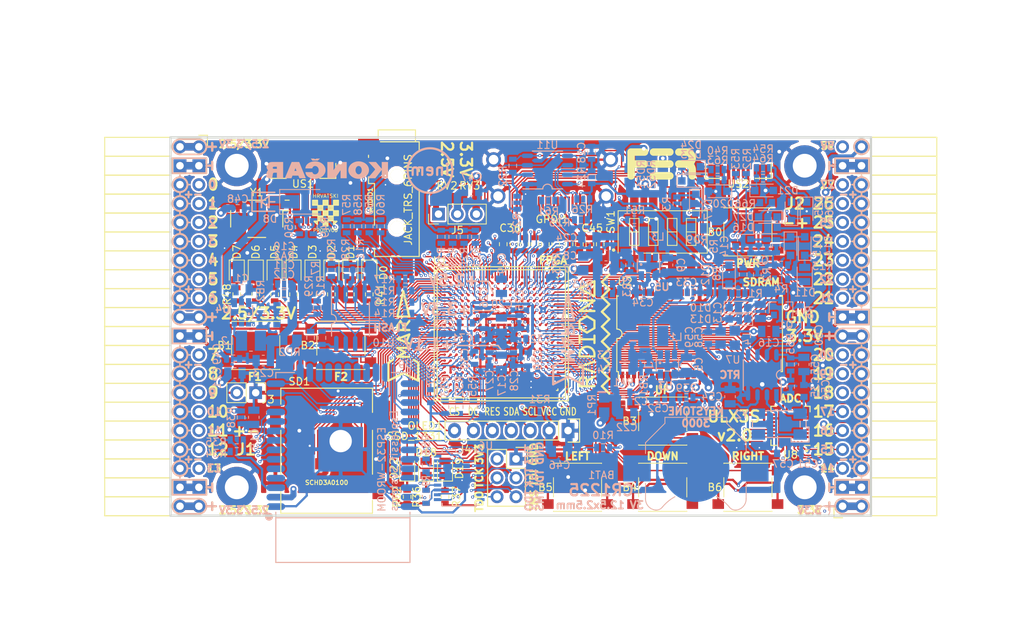
<source format=kicad_pcb>
(kicad_pcb (version 20171130) (host pcbnew 5.0.0-rc2+dfsg1-3)
  (layers (0 F.Cu signal) (1 In1.Cu signal) (2 In2.Cu signal) (31 B.Cu signal) (34 B.Paste user) (35 F.Paste user) (36 B.SilkS user) (37 F.SilkS user) (38 B.Mask user) (39 F.Mask user) (44 Edge.Cuts user))
  (net 0 "")
  (net 1 GND)
  (net 2 +5V)
  (net 3 /gpio/IN5V)
  (net 4 /gpio/OUT5V)
  (net 5 +3V3)
  (net 6 BTN_D)
  (net 7 BTN_F1)
  (net 8 BTN_F2)
  (net 9 BTN_L)
  (net 10 BTN_R)
  (net 11 BTN_U)
  (net 12 /power/FB1)
  (net 13 +2V5)
  (net 14 /power/PWREN)
  (net 15 /power/FB3)
  (net 16 /power/FB2)
  (net 17 /power/VBAT)
  (net 18 JTAG_TDI)
  (net 19 JTAG_TCK)
  (net 20 JTAG_TMS)
  (net 21 JTAG_TDO)
  (net 22 /power/WAKEUPn)
  (net 23 /power/WKUP)
  (net 24 /power/SHUT)
  (net 25 /power/WAKE)
  (net 26 /power/HOLD)
  (net 27 /power/WKn)
  (net 28 /power/OSCI_32k)
  (net 29 /power/OSCO_32k)
  (net 30 SHUTDOWN)
  (net 31 GPDI_SDA)
  (net 32 GPDI_SCL)
  (net 33 /gpdi/VREF2)
  (net 34 SD_CMD)
  (net 35 SD_CLK)
  (net 36 SD_D0)
  (net 37 SD_D1)
  (net 38 USB5V)
  (net 39 GPDI_CEC)
  (net 40 nRESET)
  (net 41 FTDI_nDTR)
  (net 42 SDRAM_CKE)
  (net 43 SDRAM_A7)
  (net 44 SDRAM_D15)
  (net 45 SDRAM_BA1)
  (net 46 SDRAM_D7)
  (net 47 SDRAM_A6)
  (net 48 SDRAM_CLK)
  (net 49 SDRAM_D13)
  (net 50 SDRAM_BA0)
  (net 51 SDRAM_D6)
  (net 52 SDRAM_A5)
  (net 53 SDRAM_D14)
  (net 54 SDRAM_A11)
  (net 55 SDRAM_D12)
  (net 56 SDRAM_D5)
  (net 57 SDRAM_A4)
  (net 58 SDRAM_A10)
  (net 59 SDRAM_D11)
  (net 60 SDRAM_A3)
  (net 61 SDRAM_D4)
  (net 62 SDRAM_D10)
  (net 63 SDRAM_D9)
  (net 64 SDRAM_A9)
  (net 65 SDRAM_D3)
  (net 66 SDRAM_D8)
  (net 67 SDRAM_A8)
  (net 68 SDRAM_A2)
  (net 69 SDRAM_A1)
  (net 70 SDRAM_A0)
  (net 71 SDRAM_D2)
  (net 72 SDRAM_D1)
  (net 73 SDRAM_D0)
  (net 74 SDRAM_DQM0)
  (net 75 SDRAM_nCS)
  (net 76 SDRAM_nRAS)
  (net 77 SDRAM_DQM1)
  (net 78 SDRAM_nCAS)
  (net 79 SDRAM_nWE)
  (net 80 /flash/FLASH_nWP)
  (net 81 /flash/FLASH_nHOLD)
  (net 82 /flash/FLASH_MOSI)
  (net 83 /flash/FLASH_MISO)
  (net 84 /flash/FLASH_SCK)
  (net 85 /flash/FLASH_nCS)
  (net 86 /flash/FPGA_PROGRAMN)
  (net 87 /flash/FPGA_DONE)
  (net 88 /flash/FPGA_INITN)
  (net 89 OLED_RES)
  (net 90 OLED_DC)
  (net 91 OLED_CS)
  (net 92 WIFI_EN)
  (net 93 FTDI_nRTS)
  (net 94 FTDI_TXD)
  (net 95 FTDI_RXD)
  (net 96 WIFI_RXD)
  (net 97 WIFI_GPIO0)
  (net 98 WIFI_TXD)
  (net 99 USB_FTDI_D+)
  (net 100 USB_FTDI_D-)
  (net 101 SD_D3)
  (net 102 AUDIO_L3)
  (net 103 AUDIO_L2)
  (net 104 AUDIO_L1)
  (net 105 AUDIO_L0)
  (net 106 AUDIO_R3)
  (net 107 AUDIO_R2)
  (net 108 AUDIO_R1)
  (net 109 AUDIO_R0)
  (net 110 OLED_CLK)
  (net 111 OLED_MOSI)
  (net 112 LED0)
  (net 113 LED1)
  (net 114 LED2)
  (net 115 LED3)
  (net 116 LED4)
  (net 117 LED5)
  (net 118 LED6)
  (net 119 LED7)
  (net 120 BTN_PWRn)
  (net 121 FTDI_nTXLED)
  (net 122 FTDI_nSLEEP)
  (net 123 /blinkey/LED_PWREN)
  (net 124 /blinkey/LED_TXLED)
  (net 125 /sdcard/SD3V3)
  (net 126 SD_D2)
  (net 127 CLK_25MHz)
  (net 128 /blinkey/BTNPUL)
  (net 129 /blinkey/BTNPUR)
  (net 130 USB_FPGA_D+)
  (net 131 /power/FTDI_nSUSPEND)
  (net 132 /blinkey/ALED0)
  (net 133 /blinkey/ALED1)
  (net 134 /blinkey/ALED2)
  (net 135 /blinkey/ALED3)
  (net 136 /blinkey/ALED4)
  (net 137 /blinkey/ALED5)
  (net 138 /blinkey/ALED6)
  (net 139 /blinkey/ALED7)
  (net 140 /usb/FTD-)
  (net 141 /usb/FTD+)
  (net 142 ADC_MISO)
  (net 143 ADC_MOSI)
  (net 144 ADC_CSn)
  (net 145 ADC_SCLK)
  (net 146 SW3)
  (net 147 SW2)
  (net 148 SW1)
  (net 149 USB_FPGA_D-)
  (net 150 /usb/FPD+)
  (net 151 /usb/FPD-)
  (net 152 WIFI_GPIO16)
  (net 153 /usb/ANT_433MHz)
  (net 154 /power/PWRBTn)
  (net 155 PROG_DONE)
  (net 156 /power/P3V3)
  (net 157 /power/P2V5)
  (net 158 /power/L1)
  (net 159 /power/L3)
  (net 160 /power/L2)
  (net 161 FTDI_TXDEN)
  (net 162 SDRAM_A12)
  (net 163 /analog/AUDIO_V)
  (net 164 AUDIO_V3)
  (net 165 AUDIO_V2)
  (net 166 AUDIO_V1)
  (net 167 AUDIO_V0)
  (net 168 /blinkey/LED_WIFI)
  (net 169 /power/P1V1)
  (net 170 +1V1)
  (net 171 SW4)
  (net 172 /blinkey/SWPU)
  (net 173 /wifi/WIFIEN)
  (net 174 FT2V5)
  (net 175 GN0)
  (net 176 GP0)
  (net 177 GN1)
  (net 178 GP1)
  (net 179 GN2)
  (net 180 GP2)
  (net 181 GN3)
  (net 182 GP3)
  (net 183 GN4)
  (net 184 GP4)
  (net 185 GN5)
  (net 186 GP5)
  (net 187 GN6)
  (net 188 GP6)
  (net 189 GN14)
  (net 190 GP14)
  (net 191 GN15)
  (net 192 GP15)
  (net 193 GN16)
  (net 194 GP16)
  (net 195 GN17)
  (net 196 GP17)
  (net 197 GN18)
  (net 198 GP18)
  (net 199 GN19)
  (net 200 GP19)
  (net 201 GN20)
  (net 202 GP20)
  (net 203 GN21)
  (net 204 GP21)
  (net 205 GN22)
  (net 206 GP22)
  (net 207 GN23)
  (net 208 GP23)
  (net 209 GN24)
  (net 210 GP24)
  (net 211 GN25)
  (net 212 GP25)
  (net 213 GN26)
  (net 214 GP26)
  (net 215 GN27)
  (net 216 GP27)
  (net 217 GN7)
  (net 218 GP7)
  (net 219 GN8)
  (net 220 GP8)
  (net 221 GN9)
  (net 222 GP9)
  (net 223 GN10)
  (net 224 GP10)
  (net 225 GN11)
  (net 226 GP11)
  (net 227 GN12)
  (net 228 GP12)
  (net 229 GN13)
  (net 230 GP13)
  (net 231 WIFI_GPIO5)
  (net 232 WIFI_GPIO17)
  (net 233 USB_FPGA_PULL_D+)
  (net 234 USB_FPGA_PULL_D-)
  (net 235 "Net-(D23-Pad2)")
  (net 236 "Net-(D24-Pad1)")
  (net 237 "Net-(D25-Pad2)")
  (net 238 "Net-(D26-Pad1)")
  (net 239 /gpdi/GPDI_ETH+)
  (net 240 FPDI_ETH+)
  (net 241 /gpdi/GPDI_ETH-)
  (net 242 FPDI_ETH-)
  (net 243 /gpdi/GPDI_D2-)
  (net 244 FPDI_D2-)
  (net 245 /gpdi/GPDI_D1-)
  (net 246 FPDI_D1-)
  (net 247 /gpdi/GPDI_D0-)
  (net 248 FPDI_D0-)
  (net 249 /gpdi/GPDI_CLK-)
  (net 250 FPDI_CLK-)
  (net 251 /gpdi/GPDI_D2+)
  (net 252 FPDI_D2+)
  (net 253 /gpdi/GPDI_D1+)
  (net 254 FPDI_D1+)
  (net 255 /gpdi/GPDI_D0+)
  (net 256 FPDI_D0+)
  (net 257 /gpdi/GPDI_CLK+)
  (net 258 FPDI_CLK+)
  (net 259 FPDI_SDA)
  (net 260 FPDI_SCL)
  (net 261 /gpdi/FPDI_CEC)
  (net 262 2V5_3V3)
  (net 263 "Net-(AUDIO1-Pad5)")
  (net 264 "Net-(AUDIO1-Pad6)")
  (net 265 "Net-(U1-PadA15)")
  (net 266 "Net-(U1-PadC9)")
  (net 267 "Net-(U1-PadD9)")
  (net 268 "Net-(U1-PadD10)")
  (net 269 "Net-(U1-PadD11)")
  (net 270 "Net-(U1-PadD12)")
  (net 271 "Net-(U1-PadE6)")
  (net 272 "Net-(U1-PadE9)")
  (net 273 "Net-(U1-PadE10)")
  (net 274 "Net-(U1-PadE11)")
  (net 275 "Net-(U1-PadJ4)")
  (net 276 "Net-(U1-PadJ5)")
  (net 277 "Net-(U1-PadK5)")
  (net 278 "Net-(U1-PadL5)")
  (net 279 "Net-(U1-PadM4)")
  (net 280 "Net-(U1-PadM5)")
  (net 281 SD_CD)
  (net 282 SD_WP)
  (net 283 "Net-(U1-PadR3)")
  (net 284 "Net-(U1-PadT16)")
  (net 285 "Net-(U1-PadW4)")
  (net 286 "Net-(U1-PadW5)")
  (net 287 "Net-(U1-PadW8)")
  (net 288 "Net-(U1-PadW9)")
  (net 289 "Net-(U1-PadW13)")
  (net 290 "Net-(U1-PadW14)")
  (net 291 "Net-(U1-PadW17)")
  (net 292 "Net-(U1-PadW18)")
  (net 293 FTDI_nRXLED)
  (net 294 "Net-(U8-Pad12)")
  (net 295 "Net-(U8-Pad25)")
  (net 296 "Net-(U9-Pad32)")
  (net 297 "Net-(U9-Pad22)")
  (net 298 "Net-(U9-Pad21)")
  (net 299 "Net-(U9-Pad20)")
  (net 300 "Net-(U9-Pad19)")
  (net 301 "Net-(U9-Pad18)")
  (net 302 "Net-(U9-Pad17)")
  (net 303 "Net-(U9-Pad12)")
  (net 304 "Net-(U9-Pad5)")
  (net 305 "Net-(U9-Pad4)")
  (net 306 "Net-(US1-Pad4)")
  (net 307 "Net-(Y2-Pad3)")
  (net 308 "Net-(Y2-Pad2)")
  (net 309 "Net-(U1-PadK16)")
  (net 310 "Net-(U1-PadK17)")
  (net 311 /usb/US2VBUS)
  (net 312 /power/SHD)
  (net 313 /power/RTCVDD)
  (net 314 "Net-(D27-Pad2)")
  (net 315 US2_ID)
  (net 316 /analog/AUDIO_L)
  (net 317 /analog/AUDIO_R)
  (net 318 /analog/ADC3V3)
  (module Keystone_3000_1x12mm-CoinCell:Keystone_3000_1x12mm-CoinCell (layer B.Cu) (at 164.585 105.87 90)
    (fp_text reference BAT1 (at -0.907 -12.685 180) (layer B.SilkS) (effects (justify mirror)))
    (fp_text value CR1225)
    (pad 1 smd rect (at 0 7.9 180) (size 3.7 3.5) (layers B.Cu B.Paste B.Mask) (net 17 /power/VBAT) (clearance 0.7))
    (pad 1 smd rect (at 0 -7.9 180) (size 3.7 3.5) (layers B.Cu B.Paste B.Mask) (net 17 /power/VBAT) (clearance 0.7))
    (pad 2 smd circle (at 0 0 180) (size 9 9) (layers B.Cu B.Mask) (net 1 GND))
  )
  (module SM8:SM8 (layer B.Cu) (at 144.68 65.8015 90)
    (fp_text reference U11 (at 3.3475 -0.019 -180) (layer B.SilkS) (effects (justify mirror)))
    (fp_text value PCA9306D)
    (pad 1 smd rect (at -1.905 -2.7) (size 1.55 0.6) (layers B.Cu B.Paste B.Mask) (net 1 GND))
    (pad 2 smd oval (at -0.635 -2.7) (size 1.55 0.6) (layers B.Cu B.Paste B.Mask) (net 13 +2V5))
    (pad 3 smd oval (at 0.635 -2.7) (size 1.55 0.6) (layers B.Cu B.Paste B.Mask) (net 260 FPDI_SCL))
    (pad 4 smd oval (at 1.905 -2.7) (size 1.55 0.6) (layers B.Cu B.Paste B.Mask) (net 259 FPDI_SDA))
    (pad 5 smd oval (at 1.905 2.7) (size 1.55 0.6) (layers B.Cu B.Paste B.Mask) (net 31 GPDI_SDA))
    (pad 6 smd oval (at 0.635 2.7) (size 1.55 0.6) (layers B.Cu B.Paste B.Mask) (net 32 GPDI_SCL))
    (pad 7 smd oval (at -0.635 2.7) (size 1.55 0.6) (layers B.Cu B.Paste B.Mask) (net 33 /gpdi/VREF2))
    (pad 8 smd oval (at -1.905 2.7) (size 1.55 0.6) (layers B.Cu B.Paste B.Mask) (net 5 +3V3))
  )
  (module TSOP54:TSOP54 (layer F.Cu) (at 165.093 87.8 90)
    (fp_text reference U2 (at 6.98 -9.993 180) (layer F.SilkS))
    (fp_text value MT48LC16M16A2TG)
    (pad 28 smd rect (at 5.53 10.4 90) (size 0.9 0.56) (layers F.Cu F.Paste F.Mask) (net 1 GND))
    (pad 1 smd rect (at -5.53 -10.4 90) (size 0.9 0.56) (layers F.Cu F.Paste F.Mask) (net 5 +3V3))
    (pad 2 smd rect (at -5.53 -9.6 90) (size 0.9 0.56) (layers F.Cu F.Paste F.Mask) (net 73 SDRAM_D0))
    (pad 3 smd rect (at -5.53 -8.8 90) (size 0.9 0.56) (layers F.Cu F.Paste F.Mask) (net 5 +3V3))
    (pad 4 smd rect (at -5.53 -8 90) (size 0.9 0.56) (layers F.Cu F.Paste F.Mask) (net 72 SDRAM_D1))
    (pad 5 smd rect (at -5.53 -7.2 90) (size 0.9 0.56) (layers F.Cu F.Paste F.Mask) (net 71 SDRAM_D2))
    (pad 6 smd rect (at -5.53 -6.4 90) (size 0.9 0.56) (layers F.Cu F.Paste F.Mask) (net 1 GND))
    (pad 7 smd rect (at -5.53 -5.6 90) (size 0.9 0.56) (layers F.Cu F.Paste F.Mask) (net 65 SDRAM_D3))
    (pad 8 smd rect (at -5.53 -4.8 90) (size 0.9 0.56) (layers F.Cu F.Paste F.Mask) (net 61 SDRAM_D4))
    (pad 9 smd rect (at -5.53 -4 90) (size 0.9 0.56) (layers F.Cu F.Paste F.Mask) (net 5 +3V3))
    (pad 10 smd rect (at -5.53 -3.2 90) (size 0.9 0.56) (layers F.Cu F.Paste F.Mask) (net 56 SDRAM_D5))
    (pad 11 smd rect (at -5.53 -2.4 90) (size 0.9 0.56) (layers F.Cu F.Paste F.Mask) (net 51 SDRAM_D6))
    (pad 12 smd rect (at -5.53 -1.6 90) (size 0.9 0.56) (layers F.Cu F.Paste F.Mask) (net 1 GND))
    (pad 13 smd rect (at -5.53 -0.8 90) (size 0.9 0.56) (layers F.Cu F.Paste F.Mask) (net 46 SDRAM_D7))
    (pad 14 smd rect (at -5.53 0 90) (size 0.9 0.56) (layers F.Cu F.Paste F.Mask) (net 5 +3V3))
    (pad 15 smd rect (at -5.53 0.8 90) (size 0.9 0.56) (layers F.Cu F.Paste F.Mask) (net 74 SDRAM_DQM0))
    (pad 16 smd rect (at -5.53 1.6 90) (size 0.9 0.56) (layers F.Cu F.Paste F.Mask) (net 79 SDRAM_nWE))
    (pad 17 smd rect (at -5.53 2.4 90) (size 0.9 0.56) (layers F.Cu F.Paste F.Mask) (net 78 SDRAM_nCAS))
    (pad 18 smd rect (at -5.53 3.2 90) (size 0.9 0.56) (layers F.Cu F.Paste F.Mask) (net 76 SDRAM_nRAS))
    (pad 19 smd rect (at -5.53 4 90) (size 0.9 0.56) (layers F.Cu F.Paste F.Mask) (net 75 SDRAM_nCS))
    (pad 20 smd rect (at -5.53 4.8 90) (size 0.9 0.56) (layers F.Cu F.Paste F.Mask) (net 50 SDRAM_BA0))
    (pad 21 smd rect (at -5.53 5.6 90) (size 0.9 0.56) (layers F.Cu F.Paste F.Mask) (net 45 SDRAM_BA1))
    (pad 22 smd rect (at -5.53 6.4 90) (size 0.9 0.56) (layers F.Cu F.Paste F.Mask) (net 58 SDRAM_A10))
    (pad 23 smd rect (at -5.53 7.2 90) (size 0.9 0.56) (layers F.Cu F.Paste F.Mask) (net 70 SDRAM_A0))
    (pad 24 smd rect (at -5.53 8 90) (size 0.9 0.56) (layers F.Cu F.Paste F.Mask) (net 69 SDRAM_A1))
    (pad 25 smd rect (at -5.53 8.8 90) (size 0.9 0.56) (layers F.Cu F.Paste F.Mask) (net 68 SDRAM_A2))
    (pad 26 smd rect (at -5.53 9.6 90) (size 0.9 0.56) (layers F.Cu F.Paste F.Mask) (net 60 SDRAM_A3))
    (pad 27 smd rect (at -5.53 10.4 90) (size 0.9 0.56) (layers F.Cu F.Paste F.Mask) (net 5 +3V3))
    (pad 29 smd rect (at 5.53 9.6 90) (size 0.9 0.56) (layers F.Cu F.Paste F.Mask) (net 57 SDRAM_A4))
    (pad 30 smd rect (at 5.53 8.8 90) (size 0.9 0.56) (layers F.Cu F.Paste F.Mask) (net 52 SDRAM_A5))
    (pad 31 smd rect (at 5.53 8 90) (size 0.9 0.56) (layers F.Cu F.Paste F.Mask) (net 47 SDRAM_A6))
    (pad 32 smd rect (at 5.53 7.2 90) (size 0.9 0.56) (layers F.Cu F.Paste F.Mask) (net 43 SDRAM_A7))
    (pad 33 smd rect (at 5.53 6.4 90) (size 0.9 0.56) (layers F.Cu F.Paste F.Mask) (net 67 SDRAM_A8))
    (pad 34 smd rect (at 5.53 5.6 90) (size 0.9 0.56) (layers F.Cu F.Paste F.Mask) (net 64 SDRAM_A9))
    (pad 35 smd rect (at 5.53 4.8 90) (size 0.9 0.56) (layers F.Cu F.Paste F.Mask) (net 54 SDRAM_A11))
    (pad 36 smd rect (at 5.53 4 90) (size 0.9 0.56) (layers F.Cu F.Paste F.Mask) (net 162 SDRAM_A12))
    (pad 37 smd rect (at 5.53 3.2 90) (size 0.9 0.56) (layers F.Cu F.Paste F.Mask) (net 42 SDRAM_CKE))
    (pad 38 smd rect (at 5.53 2.4 90) (size 0.9 0.56) (layers F.Cu F.Paste F.Mask) (net 48 SDRAM_CLK))
    (pad 39 smd rect (at 5.53 1.6 90) (size 0.9 0.56) (layers F.Cu F.Paste F.Mask) (net 77 SDRAM_DQM1))
    (pad 40 smd rect (at 5.53 0.8 90) (size 0.9 0.56) (layers F.Cu F.Paste F.Mask))
    (pad 41 smd rect (at 5.53 0 90) (size 0.9 0.56) (layers F.Cu F.Paste F.Mask) (net 1 GND))
    (pad 42 smd rect (at 5.53 -0.8 90) (size 0.9 0.56) (layers F.Cu F.Paste F.Mask) (net 66 SDRAM_D8))
    (pad 43 smd rect (at 5.53 -1.6 90) (size 0.9 0.56) (layers F.Cu F.Paste F.Mask) (net 5 +3V3))
    (pad 44 smd rect (at 5.53 -2.4 90) (size 0.9 0.56) (layers F.Cu F.Paste F.Mask) (net 63 SDRAM_D9))
    (pad 45 smd rect (at 5.53 -3.2 90) (size 0.9 0.56) (layers F.Cu F.Paste F.Mask) (net 62 SDRAM_D10))
    (pad 46 smd rect (at 5.53 -4 90) (size 0.9 0.56) (layers F.Cu F.Paste F.Mask) (net 1 GND))
    (pad 47 smd rect (at 5.53 -4.8 90) (size 0.9 0.56) (layers F.Cu F.Paste F.Mask) (net 59 SDRAM_D11))
    (pad 48 smd rect (at 5.53 -5.6 90) (size 0.9 0.56) (layers F.Cu F.Paste F.Mask) (net 55 SDRAM_D12))
    (pad 49 smd rect (at 5.53 -6.4 90) (size 0.9 0.56) (layers F.Cu F.Paste F.Mask) (net 5 +3V3))
    (pad 50 smd rect (at 5.53 -7.2 90) (size 0.9 0.56) (layers F.Cu F.Paste F.Mask) (net 49 SDRAM_D13))
    (pad 51 smd rect (at 5.53 -8 90) (size 0.9 0.56) (layers F.Cu F.Paste F.Mask) (net 53 SDRAM_D14))
    (pad 52 smd rect (at 5.53 -8.8 90) (size 0.9 0.56) (layers F.Cu F.Paste F.Mask) (net 1 GND))
    (pad 53 smd rect (at 5.53 -9.6 90) (size 0.9 0.56) (layers F.Cu F.Paste F.Mask) (net 44 SDRAM_D15))
    (pad 54 smd rect (at 5.53 -10.4 90) (size 0.9 0.56) (layers F.Cu F.Paste F.Mask) (net 1 GND))
  )
  (module SOA008-150mil:SOA008-150-208mil (layer B.Cu) (at 118.245 85.822 270)
    (fp_text reference U10 (at 3.175 -4.445) (layer B.SilkS) (effects (justify mirror)))
    (fp_text value IS25LP128F-JBLE)
    (pad 1 smd rect (at -3.302 1.905 270) (size 2.1 0.6) (layers B.Cu B.Paste B.Mask) (net 85 /flash/FLASH_nCS))
    (pad 2 smd oval (at -3.302 0.635 270) (size 2.1 0.6) (layers B.Cu B.Paste B.Mask) (net 83 /flash/FLASH_MISO))
    (pad 3 smd oval (at -3.302 -0.635 270) (size 2.1 0.6) (layers B.Cu B.Paste B.Mask) (net 80 /flash/FLASH_nWP))
    (pad 4 smd oval (at -3.302 -1.905 270) (size 2.1 0.6) (layers B.Cu B.Paste B.Mask) (net 1 GND))
    (pad 5 smd oval (at 3.302 -1.905 270) (size 2.1 0.6) (layers B.Cu B.Paste B.Mask) (net 82 /flash/FLASH_MOSI))
    (pad 6 smd oval (at 3.302 -0.635 270) (size 2.1 0.6) (layers B.Cu B.Paste B.Mask) (net 84 /flash/FLASH_SCK))
    (pad 7 smd oval (at 3.302 0.635 270) (size 2.1 0.6) (layers B.Cu B.Paste B.Mask) (net 81 /flash/FLASH_nHOLD))
    (pad 8 smd oval (at 3.302 1.905 270) (size 2.1 0.6) (layers B.Cu B.Paste B.Mask) (net 5 +3V3))
  )
  (module SOT96-1:SOT96-1 (layer B.Cu) (at 173.49 93.315 90)
    (fp_text reference U7 (at 2.032 -3.937 180) (layer B.SilkS) (effects (justify mirror)))
    (fp_text value PCF8523)
    (pad 1 smd rect (at -2.7 1.905 90) (size 1.55 0.6) (layers B.Cu B.Paste B.Mask) (net 28 /power/OSCI_32k))
    (pad 2 smd oval (at -2.7 0.635 90) (size 1.55 0.6) (layers B.Cu B.Paste B.Mask) (net 29 /power/OSCO_32k))
    (pad 3 smd oval (at -2.7 -0.635 90) (size 1.55 0.6) (layers B.Cu B.Paste B.Mask) (net 17 /power/VBAT))
    (pad 4 smd oval (at -2.7 -1.905 90) (size 1.55 0.6) (layers B.Cu B.Paste B.Mask) (net 1 GND))
    (pad 5 smd oval (at 2.7 -1.905 90) (size 1.55 0.6) (layers B.Cu B.Paste B.Mask) (net 259 FPDI_SDA))
    (pad 6 smd oval (at 2.7 -0.635 90) (size 1.55 0.6) (layers B.Cu B.Paste B.Mask) (net 260 FPDI_SCL))
    (pad 7 smd oval (at 2.7 0.635 90) (size 1.55 0.6) (layers B.Cu B.Paste B.Mask) (net 22 /power/WAKEUPn))
    (pad 8 smd oval (at 2.7 1.905 90) (size 1.55 0.6) (layers B.Cu B.Paste B.Mask) (net 313 /power/RTCVDD))
  )
  (module ft231x:FT231X-SSOP-20_4.4x6.5mm_Pitch0.65mm (layer B.Cu) (at 132.835 107.14 180)
    (fp_text reference U6 (at -3.556 4.318 180) (layer B.SilkS) (effects (justify mirror)))
    (fp_text value FT231XS)
    (pad 20 smd rect (at 2.9 2.925 180) (size 1 0.4) (layers B.Cu B.Paste B.Mask) (net 94 FTDI_TXD))
    (pad 19 smd rect (at 2.9 2.275 180) (size 1 0.4) (layers B.Cu B.Paste B.Mask) (net 122 FTDI_nSLEEP))
    (pad 18 smd rect (at 2.9 1.625 180) (size 1 0.4) (layers B.Cu B.Paste B.Mask) (net 161 FTDI_TXDEN))
    (pad 17 smd rect (at 2.9 0.975 180) (size 1 0.4) (layers B.Cu B.Paste B.Mask) (net 293 FTDI_nRXLED))
    (pad 16 smd rect (at 2.9 0.325 180) (size 1 0.4) (layers B.Cu B.Paste B.Mask) (net 1 GND))
    (pad 15 smd rect (at 2.9 -0.325 180) (size 1 0.4) (layers B.Cu B.Paste B.Mask) (net 38 USB5V))
    (pad 14 smd rect (at 2.9 -0.975 180) (size 1 0.4) (layers B.Cu B.Paste B.Mask) (net 40 nRESET))
    (pad 13 smd rect (at 2.9 -1.625 180) (size 1 0.4) (layers B.Cu B.Paste B.Mask) (net 174 FT2V5))
    (pad 12 smd rect (at 2.9 -2.275 180) (size 1 0.4) (layers B.Cu B.Paste B.Mask) (net 100 USB_FTDI_D-))
    (pad 11 smd rect (at 2.9 -2.925 180) (size 1 0.4) (layers B.Cu B.Paste B.Mask) (net 99 USB_FTDI_D+))
    (pad 10 smd rect (at -2.9 -2.925 180) (size 1 0.4) (layers B.Cu B.Paste B.Mask) (net 121 FTDI_nTXLED))
    (pad 9 smd rect (at -2.9 -2.275 180) (size 1 0.4) (layers B.Cu B.Paste B.Mask) (net 21 JTAG_TDO))
    (pad 8 smd rect (at -2.9 -1.625 180) (size 1 0.4) (layers B.Cu B.Paste B.Mask) (net 20 JTAG_TMS))
    (pad 7 smd rect (at -2.9 -0.975 180) (size 1 0.4) (layers B.Cu B.Paste B.Mask) (net 19 JTAG_TCK))
    (pad 6 smd rect (at -2.9 -0.325 180) (size 1 0.4) (layers B.Cu B.Paste B.Mask) (net 1 GND))
    (pad 5 smd rect (at -2.9 0.325 180) (size 1 0.4) (layers B.Cu B.Paste B.Mask) (net 18 JTAG_TDI))
    (pad 4 smd rect (at -2.9 0.975 180) (size 1 0.4) (layers B.Cu B.Paste B.Mask) (net 95 FTDI_RXD))
    (pad 3 smd rect (at -2.9 1.625 180) (size 1 0.4) (layers B.Cu B.Paste B.Mask) (net 174 FT2V5))
    (pad 2 smd rect (at -2.9 2.275 180) (size 1 0.4) (layers B.Cu B.Paste B.Mask) (net 93 FTDI_nRTS))
    (pad 1 smd rect (at -2.9 2.925 180) (size 1 0.4) (layers B.Cu B.Paste B.Mask) (net 41 FTDI_nDTR))
  )
  (module TSOT-25:TSOT-25 (layer B.Cu) (at 158.235 78.692)
    (fp_text reference U5 (at 1.793 2.812) (layer B.SilkS) (effects (font (thickness 0.2)) (justify mirror)))
    (fp_text value TLV62569DBV)
    (pad 1 smd rect (at -0.95 -1.3) (size 0.7 1.2) (layers B.Cu B.Paste B.Mask) (net 14 /power/PWREN))
    (pad 2 smd rect (at 0 -1.3) (size 0.7 1.2) (layers B.Cu B.Paste B.Mask) (net 1 GND))
    (pad 3 smd rect (at 0.95 -1.3) (size 0.7 1.2) (layers B.Cu B.Paste B.Mask) (net 159 /power/L3))
    (pad 4 smd rect (at 0.95 1.3) (size 0.7 1.2) (layers B.Cu B.Paste B.Mask) (net 2 +5V))
    (pad 5 smd rect (at -0.95 1.3) (size 0.7 1.2) (layers B.Cu B.Paste B.Mask) (net 15 /power/FB3))
  )
  (module TSOT-25:TSOT-25 (layer B.Cu) (at 160.775 91.9)
    (fp_text reference U3 (at -0.295 2.9) (layer B.SilkS) (effects (font (thickness 0.2)) (justify mirror)))
    (fp_text value TLV62569DBV)
    (pad 1 smd rect (at -0.95 -1.3) (size 0.7 1.2) (layers B.Cu B.Paste B.Mask) (net 14 /power/PWREN))
    (pad 2 smd rect (at 0 -1.3) (size 0.7 1.2) (layers B.Cu B.Paste B.Mask) (net 1 GND))
    (pad 3 smd rect (at 0.95 -1.3) (size 0.7 1.2) (layers B.Cu B.Paste B.Mask) (net 158 /power/L1))
    (pad 4 smd rect (at 0.95 1.3) (size 0.7 1.2) (layers B.Cu B.Paste B.Mask) (net 2 +5V))
    (pad 5 smd rect (at -0.95 1.3) (size 0.7 1.2) (layers B.Cu B.Paste B.Mask) (net 12 /power/FB1))
  )
  (module TSOT-25:TSOT-25 (layer B.Cu) (at 103.625 84.915 180)
    (fp_text reference U4 (at 2.525 0.4265 180) (layer B.SilkS) (effects (font (thickness 0.2)) (justify mirror)))
    (fp_text value TLV62569DBV)
    (pad 1 smd rect (at -0.95 -1.3 180) (size 0.7 1.2) (layers B.Cu B.Paste B.Mask) (net 14 /power/PWREN))
    (pad 2 smd rect (at 0 -1.3 180) (size 0.7 1.2) (layers B.Cu B.Paste B.Mask) (net 1 GND))
    (pad 3 smd rect (at 0.95 -1.3 180) (size 0.7 1.2) (layers B.Cu B.Paste B.Mask) (net 160 /power/L2))
    (pad 4 smd rect (at 0.95 1.3 180) (size 0.7 1.2) (layers B.Cu B.Paste B.Mask) (net 2 +5V))
    (pad 5 smd rect (at -0.95 1.3 180) (size 0.7 1.2) (layers B.Cu B.Paste B.Mask) (net 16 /power/FB2))
  )
  (module ESP32:ESP32-WROOM (layer B.Cu) (at 117.23 105.75 180)
    (fp_text reference U9 (at -8.366 13.85 180) (layer B.SilkS) (effects (justify mirror)))
    (fp_text value ESP-WROOM32)
    (fp_text user "Espressif Systems" (at -6.858 0.889 90) (layer B.SilkS) (effects (justify mirror)))
    (fp_text user ESP32-WROOM (at -5.207 -0.254 90) (layer B.SilkS) (effects (justify mirror)))
    (pad 38 smd oval (at -9 -5.25 180) (size 2.5 0.9) (layers B.Cu B.Paste B.Mask) (net 1 GND))
    (pad 37 smd oval (at -9 -3.98 180) (size 2.5 0.9) (layers B.Cu B.Paste B.Mask) (net 18 JTAG_TDI))
    (pad 36 smd oval (at -9 -2.71 180) (size 2.5 0.9) (layers B.Cu B.Paste B.Mask) (net 155 PROG_DONE))
    (pad 35 smd oval (at -9 -1.44 180) (size 2.5 0.9) (layers B.Cu B.Paste B.Mask) (net 98 WIFI_TXD))
    (pad 34 smd oval (at -9 -0.17 180) (size 2.5 0.9) (layers B.Cu B.Paste B.Mask) (net 96 WIFI_RXD))
    (pad 33 smd oval (at -9 1.1 180) (size 2.5 0.9) (layers B.Cu B.Paste B.Mask) (net 20 JTAG_TMS))
    (pad 32 smd oval (at -9 2.37 180) (size 2.5 0.9) (layers B.Cu B.Paste B.Mask) (net 296 "Net-(U9-Pad32)"))
    (pad 31 smd oval (at -9 3.64 180) (size 2.5 0.9) (layers B.Cu B.Paste B.Mask) (net 21 JTAG_TDO))
    (pad 30 smd oval (at -9 4.91 180) (size 2.5 0.9) (layers B.Cu B.Paste B.Mask) (net 19 JTAG_TCK))
    (pad 29 smd oval (at -9 6.18 180) (size 2.5 0.9) (layers B.Cu B.Paste B.Mask) (net 231 WIFI_GPIO5))
    (pad 28 smd oval (at -9 7.45 180) (size 2.5 0.9) (layers B.Cu B.Paste B.Mask) (net 232 WIFI_GPIO17))
    (pad 27 smd oval (at -9 8.72 180) (size 2.5 0.9) (layers B.Cu B.Paste B.Mask) (net 152 WIFI_GPIO16))
    (pad 26 smd oval (at -9 9.99 180) (size 2.5 0.9) (layers B.Cu B.Paste B.Mask) (net 37 SD_D1))
    (pad 25 smd oval (at -9 11.26 180) (size 2.5 0.9) (layers B.Cu B.Paste B.Mask) (net 97 WIFI_GPIO0))
    (pad 24 smd oval (at -5.715 12.75 180) (size 0.9 2.5) (layers B.Cu B.Paste B.Mask) (net 36 SD_D0))
    (pad 23 smd oval (at -4.445 12.75 180) (size 0.9 2.5) (layers B.Cu B.Paste B.Mask) (net 34 SD_CMD))
    (pad 22 smd oval (at -3.175 12.75 180) (size 0.9 2.5) (layers B.Cu B.Paste B.Mask) (net 297 "Net-(U9-Pad22)"))
    (pad 21 smd oval (at -1.905 12.75 180) (size 0.9 2.5) (layers B.Cu B.Paste B.Mask) (net 298 "Net-(U9-Pad21)"))
    (pad 20 smd oval (at -0.635 12.75 180) (size 0.9 2.5) (layers B.Cu B.Paste B.Mask) (net 299 "Net-(U9-Pad20)"))
    (pad 19 smd oval (at 0.635 12.75 180) (size 0.9 2.5) (layers B.Cu B.Paste B.Mask) (net 300 "Net-(U9-Pad19)"))
    (pad 18 smd oval (at 1.905 12.75 180) (size 0.9 2.5) (layers B.Cu B.Paste B.Mask) (net 301 "Net-(U9-Pad18)"))
    (pad 17 smd oval (at 3.175 12.75 180) (size 0.9 2.5) (layers B.Cu B.Paste B.Mask) (net 302 "Net-(U9-Pad17)"))
    (pad 16 smd oval (at 4.445 12.75 180) (size 0.9 2.5) (layers B.Cu B.Paste B.Mask) (net 101 SD_D3))
    (pad 15 smd oval (at 5.715 12.75 180) (size 0.9 2.5) (layers B.Cu B.Paste B.Mask) (net 1 GND))
    (pad 14 smd oval (at 9 11.26 180) (size 2.5 0.9) (layers B.Cu B.Paste B.Mask) (net 126 SD_D2))
    (pad 13 smd oval (at 9 9.99 180) (size 2.5 0.9) (layers B.Cu B.Paste B.Mask) (net 35 SD_CLK))
    (pad 12 smd oval (at 9 8.72 180) (size 2.5 0.9) (layers B.Cu B.Paste B.Mask) (net 303 "Net-(U9-Pad12)"))
    (pad 11 smd oval (at 9 7.45 180) (size 2.5 0.9) (layers B.Cu B.Paste B.Mask) (net 225 GN11))
    (pad 10 smd oval (at 9 6.18 180) (size 2.5 0.9) (layers B.Cu B.Paste B.Mask) (net 226 GP11))
    (pad 9 smd oval (at 9 4.91 180) (size 2.5 0.9) (layers B.Cu B.Paste B.Mask) (net 227 GN12))
    (pad 8 smd oval (at 9 3.64 180) (size 2.5 0.9) (layers B.Cu B.Paste B.Mask) (net 228 GP12))
    (pad 7 smd oval (at 9 2.37 180) (size 2.5 0.9) (layers B.Cu B.Paste B.Mask) (net 229 GN13))
    (pad 6 smd oval (at 9 1.1 180) (size 2.5 0.9) (layers B.Cu B.Paste B.Mask) (net 230 GP13))
    (pad 5 smd oval (at 9 -0.17 180) (size 2.5 0.9) (layers B.Cu B.Paste B.Mask) (net 304 "Net-(U9-Pad5)"))
    (pad 4 smd oval (at 9 -1.44 180) (size 2.5 0.9) (layers B.Cu B.Paste B.Mask) (net 305 "Net-(U9-Pad4)"))
    (pad 3 smd oval (at 9 -2.71 180) (size 2.5 0.9) (layers B.Cu B.Paste B.Mask) (net 173 /wifi/WIFIEN))
    (pad 2 smd oval (at 9 -3.98 180) (size 2.5 0.9) (layers B.Cu B.Paste B.Mask) (net 5 +3V3))
    (pad 1 smd oval (at 9 -5.25 180) (size 2.5 0.9) (layers B.Cu B.Paste B.Mask) (net 1 GND))
    (pad 39 smd rect (at 0.3 2.45 180) (size 6 6) (layers B.Cu B.Paste B.Mask) (net 1 GND))
  )
  (module inem:inem (layer B.Cu) (at 128.913 65.883)
    (fp_text reference REF** hide)
    (fp_text value inem hide)
    (fp_text user inem (at 0 -0.1) (layer B.SilkS) (effects (font (size 1.5 1.5) (thickness 0.3)) (justify mirror)))
  )
  (module fer:fer4mm6 (layer F.Cu) (at 159.901 64.994)
    (fp_text reference fer hide)
    (fp_text value fer hide)
  )
  (module Socket_Strips:Socket_Strip_Angled_2x20 (layer F.Cu) (at 97.91 62.69 270)
    (fp_text reference J1 (at 40.64 -6.35) (layer F.SilkS) (effects (font (size 1.5 1.5) (thickness 0.3))))
    (fp_text value CONN_02X20 hide)
    (pad 1 thru_hole oval (at 0 0 270) (size 1.7272 1.7272) (drill 1.016) (layers *.Cu *.Mask) (net 262 2V5_3V3))
    (pad 2 thru_hole oval (at 0 2.54 270) (size 1.7272 1.7272) (drill 1.016) (layers *.Cu *.Mask) (net 262 2V5_3V3))
    (pad 3 thru_hole rect (at 2.54 0 270) (size 1.7272 1.7272) (drill 1.016) (layers *.Cu *.Mask) (net 1 GND))
    (pad 4 thru_hole rect (at 2.54 2.54 270) (size 1.7272 1.7272) (drill 1.016) (layers *.Cu *.Mask) (net 1 GND))
    (pad 5 thru_hole oval (at 5.08 0 270) (size 1.7272 1.7272) (drill 1.016) (layers *.Cu *.Mask) (net 175 GN0))
    (pad 6 thru_hole oval (at 5.08 2.54 270) (size 1.7272 1.7272) (drill 1.016) (layers *.Cu *.Mask) (net 176 GP0))
    (pad 7 thru_hole oval (at 7.62 0 270) (size 1.7272 1.7272) (drill 1.016) (layers *.Cu *.Mask) (net 177 GN1))
    (pad 8 thru_hole oval (at 7.62 2.54 270) (size 1.7272 1.7272) (drill 1.016) (layers *.Cu *.Mask) (net 178 GP1))
    (pad 9 thru_hole oval (at 10.16 0 270) (size 1.7272 1.7272) (drill 1.016) (layers *.Cu *.Mask) (net 179 GN2))
    (pad 10 thru_hole oval (at 10.16 2.54 270) (size 1.7272 1.7272) (drill 1.016) (layers *.Cu *.Mask) (net 180 GP2))
    (pad 11 thru_hole oval (at 12.7 0 270) (size 1.7272 1.7272) (drill 1.016) (layers *.Cu *.Mask) (net 181 GN3))
    (pad 12 thru_hole oval (at 12.7 2.54 270) (size 1.7272 1.7272) (drill 1.016) (layers *.Cu *.Mask) (net 182 GP3))
    (pad 13 thru_hole oval (at 15.24 0 270) (size 1.7272 1.7272) (drill 1.016) (layers *.Cu *.Mask) (net 183 GN4))
    (pad 14 thru_hole oval (at 15.24 2.54 270) (size 1.7272 1.7272) (drill 1.016) (layers *.Cu *.Mask) (net 184 GP4))
    (pad 15 thru_hole oval (at 17.78 0 270) (size 1.7272 1.7272) (drill 1.016) (layers *.Cu *.Mask) (net 185 GN5))
    (pad 16 thru_hole oval (at 17.78 2.54 270) (size 1.7272 1.7272) (drill 1.016) (layers *.Cu *.Mask) (net 186 GP5))
    (pad 17 thru_hole oval (at 20.32 0 270) (size 1.7272 1.7272) (drill 1.016) (layers *.Cu *.Mask) (net 187 GN6))
    (pad 18 thru_hole oval (at 20.32 2.54 270) (size 1.7272 1.7272) (drill 1.016) (layers *.Cu *.Mask) (net 188 GP6))
    (pad 19 thru_hole oval (at 22.86 0 270) (size 1.7272 1.7272) (drill 1.016) (layers *.Cu *.Mask) (net 262 2V5_3V3))
    (pad 20 thru_hole oval (at 22.86 2.54 270) (size 1.7272 1.7272) (drill 1.016) (layers *.Cu *.Mask) (net 262 2V5_3V3))
    (pad 21 thru_hole rect (at 25.4 0 270) (size 1.7272 1.7272) (drill 1.016) (layers *.Cu *.Mask) (net 1 GND))
    (pad 22 thru_hole rect (at 25.4 2.54 270) (size 1.7272 1.7272) (drill 1.016) (layers *.Cu *.Mask) (net 1 GND))
    (pad 23 thru_hole oval (at 27.94 0 270) (size 1.7272 1.7272) (drill 1.016) (layers *.Cu *.Mask) (net 217 GN7))
    (pad 24 thru_hole oval (at 27.94 2.54 270) (size 1.7272 1.7272) (drill 1.016) (layers *.Cu *.Mask) (net 218 GP7))
    (pad 25 thru_hole oval (at 30.48 0 270) (size 1.7272 1.7272) (drill 1.016) (layers *.Cu *.Mask) (net 219 GN8))
    (pad 26 thru_hole oval (at 30.48 2.54 270) (size 1.7272 1.7272) (drill 1.016) (layers *.Cu *.Mask) (net 220 GP8))
    (pad 27 thru_hole oval (at 33.02 0 270) (size 1.7272 1.7272) (drill 1.016) (layers *.Cu *.Mask) (net 221 GN9))
    (pad 28 thru_hole oval (at 33.02 2.54 270) (size 1.7272 1.7272) (drill 1.016) (layers *.Cu *.Mask) (net 222 GP9))
    (pad 29 thru_hole oval (at 35.56 0 270) (size 1.7272 1.7272) (drill 1.016) (layers *.Cu *.Mask) (net 223 GN10))
    (pad 30 thru_hole oval (at 35.56 2.54 270) (size 1.7272 1.7272) (drill 1.016) (layers *.Cu *.Mask) (net 224 GP10))
    (pad 31 thru_hole oval (at 38.1 0 270) (size 1.7272 1.7272) (drill 1.016) (layers *.Cu *.Mask) (net 225 GN11))
    (pad 32 thru_hole oval (at 38.1 2.54 270) (size 1.7272 1.7272) (drill 1.016) (layers *.Cu *.Mask) (net 226 GP11))
    (pad 33 thru_hole oval (at 40.64 0 270) (size 1.7272 1.7272) (drill 1.016) (layers *.Cu *.Mask) (net 227 GN12))
    (pad 34 thru_hole oval (at 40.64 2.54 270) (size 1.7272 1.7272) (drill 1.016) (layers *.Cu *.Mask) (net 228 GP12))
    (pad 35 thru_hole oval (at 43.18 0 270) (size 1.7272 1.7272) (drill 1.016) (layers *.Cu *.Mask) (net 229 GN13))
    (pad 36 thru_hole oval (at 43.18 2.54 270) (size 1.7272 1.7272) (drill 1.016) (layers *.Cu *.Mask) (net 230 GP13))
    (pad 37 thru_hole rect (at 45.72 0 270) (size 1.7272 1.7272) (drill 1.016) (layers *.Cu *.Mask) (net 1 GND))
    (pad 38 thru_hole rect (at 45.72 2.54 270) (size 1.7272 1.7272) (drill 1.016) (layers *.Cu *.Mask) (net 1 GND))
    (pad 39 thru_hole oval (at 48.26 0 270) (size 1.7272 1.7272) (drill 1.016) (layers *.Cu *.Mask) (net 262 2V5_3V3))
    (pad 40 thru_hole oval (at 48.26 2.54 270) (size 1.7272 1.7272) (drill 1.016) (layers *.Cu *.Mask) (net 262 2V5_3V3))
  )
  (module Socket_Strips:Socket_Strip_Angled_2x20 (layer F.Cu) (at 184.27 110.95 90)
    (fp_text reference J2 (at 40.64 -6.35 180) (layer F.SilkS) (effects (font (size 1.5 1.5) (thickness 0.3))))
    (fp_text value CONN_02X20 hide)
    (pad 1 thru_hole oval (at 0 0 90) (size 1.7272 1.7272) (drill 1.016) (layers *.Cu *.Mask) (net 5 +3V3))
    (pad 2 thru_hole oval (at 0 2.54 90) (size 1.7272 1.7272) (drill 1.016) (layers *.Cu *.Mask) (net 5 +3V3))
    (pad 3 thru_hole rect (at 2.54 0 90) (size 1.7272 1.7272) (drill 1.016) (layers *.Cu *.Mask) (net 1 GND))
    (pad 4 thru_hole rect (at 2.54 2.54 90) (size 1.7272 1.7272) (drill 1.016) (layers *.Cu *.Mask) (net 1 GND))
    (pad 5 thru_hole oval (at 5.08 0 90) (size 1.7272 1.7272) (drill 1.016) (layers *.Cu *.Mask) (net 189 GN14))
    (pad 6 thru_hole oval (at 5.08 2.54 90) (size 1.7272 1.7272) (drill 1.016) (layers *.Cu *.Mask) (net 190 GP14))
    (pad 7 thru_hole oval (at 7.62 0 90) (size 1.7272 1.7272) (drill 1.016) (layers *.Cu *.Mask) (net 191 GN15))
    (pad 8 thru_hole oval (at 7.62 2.54 90) (size 1.7272 1.7272) (drill 1.016) (layers *.Cu *.Mask) (net 192 GP15))
    (pad 9 thru_hole oval (at 10.16 0 90) (size 1.7272 1.7272) (drill 1.016) (layers *.Cu *.Mask) (net 193 GN16))
    (pad 10 thru_hole oval (at 10.16 2.54 90) (size 1.7272 1.7272) (drill 1.016) (layers *.Cu *.Mask) (net 194 GP16))
    (pad 11 thru_hole oval (at 12.7 0 90) (size 1.7272 1.7272) (drill 1.016) (layers *.Cu *.Mask) (net 195 GN17))
    (pad 12 thru_hole oval (at 12.7 2.54 90) (size 1.7272 1.7272) (drill 1.016) (layers *.Cu *.Mask) (net 196 GP17))
    (pad 13 thru_hole oval (at 15.24 0 90) (size 1.7272 1.7272) (drill 1.016) (layers *.Cu *.Mask) (net 197 GN18))
    (pad 14 thru_hole oval (at 15.24 2.54 90) (size 1.7272 1.7272) (drill 1.016) (layers *.Cu *.Mask) (net 198 GP18))
    (pad 15 thru_hole oval (at 17.78 0 90) (size 1.7272 1.7272) (drill 1.016) (layers *.Cu *.Mask) (net 199 GN19))
    (pad 16 thru_hole oval (at 17.78 2.54 90) (size 1.7272 1.7272) (drill 1.016) (layers *.Cu *.Mask) (net 200 GP19))
    (pad 17 thru_hole oval (at 20.32 0 90) (size 1.7272 1.7272) (drill 1.016) (layers *.Cu *.Mask) (net 201 GN20))
    (pad 18 thru_hole oval (at 20.32 2.54 90) (size 1.7272 1.7272) (drill 1.016) (layers *.Cu *.Mask) (net 202 GP20))
    (pad 19 thru_hole oval (at 22.86 0 90) (size 1.7272 1.7272) (drill 1.016) (layers *.Cu *.Mask) (net 5 +3V3))
    (pad 20 thru_hole oval (at 22.86 2.54 90) (size 1.7272 1.7272) (drill 1.016) (layers *.Cu *.Mask) (net 5 +3V3))
    (pad 21 thru_hole rect (at 25.4 0 90) (size 1.7272 1.7272) (drill 1.016) (layers *.Cu *.Mask) (net 1 GND))
    (pad 22 thru_hole rect (at 25.4 2.54 90) (size 1.7272 1.7272) (drill 1.016) (layers *.Cu *.Mask) (net 1 GND))
    (pad 23 thru_hole oval (at 27.94 0 90) (size 1.7272 1.7272) (drill 1.016) (layers *.Cu *.Mask) (net 203 GN21))
    (pad 24 thru_hole oval (at 27.94 2.54 90) (size 1.7272 1.7272) (drill 1.016) (layers *.Cu *.Mask) (net 204 GP21))
    (pad 25 thru_hole oval (at 30.48 0 90) (size 1.7272 1.7272) (drill 1.016) (layers *.Cu *.Mask) (net 205 GN22))
    (pad 26 thru_hole oval (at 30.48 2.54 90) (size 1.7272 1.7272) (drill 1.016) (layers *.Cu *.Mask) (net 206 GP22))
    (pad 27 thru_hole oval (at 33.02 0 90) (size 1.7272 1.7272) (drill 1.016) (layers *.Cu *.Mask) (net 207 GN23))
    (pad 28 thru_hole oval (at 33.02 2.54 90) (size 1.7272 1.7272) (drill 1.016) (layers *.Cu *.Mask) (net 208 GP23))
    (pad 29 thru_hole oval (at 35.56 0 90) (size 1.7272 1.7272) (drill 1.016) (layers *.Cu *.Mask) (net 209 GN24))
    (pad 30 thru_hole oval (at 35.56 2.54 90) (size 1.7272 1.7272) (drill 1.016) (layers *.Cu *.Mask) (net 210 GP24))
    (pad 31 thru_hole oval (at 38.1 0 90) (size 1.7272 1.7272) (drill 1.016) (layers *.Cu *.Mask) (net 211 GN25))
    (pad 32 thru_hole oval (at 38.1 2.54 90) (size 1.7272 1.7272) (drill 1.016) (layers *.Cu *.Mask) (net 212 GP25))
    (pad 33 thru_hole oval (at 40.64 0 90) (size 1.7272 1.7272) (drill 1.016) (layers *.Cu *.Mask) (net 213 GN26))
    (pad 34 thru_hole oval (at 40.64 2.54 90) (size 1.7272 1.7272) (drill 1.016) (layers *.Cu *.Mask) (net 214 GP26))
    (pad 35 thru_hole oval (at 43.18 0 90) (size 1.7272 1.7272) (drill 1.016) (layers *.Cu *.Mask) (net 215 GN27))
    (pad 36 thru_hole oval (at 43.18 2.54 90) (size 1.7272 1.7272) (drill 1.016) (layers *.Cu *.Mask) (net 216 GP27))
    (pad 37 thru_hole rect (at 45.72 0 90) (size 1.7272 1.7272) (drill 1.016) (layers *.Cu *.Mask) (net 1 GND))
    (pad 38 thru_hole rect (at 45.72 2.54 90) (size 1.7272 1.7272) (drill 1.016) (layers *.Cu *.Mask) (net 1 GND))
    (pad 39 thru_hole oval (at 48.26 0 90) (size 1.7272 1.7272) (drill 1.016) (layers *.Cu *.Mask) (net 3 /gpio/IN5V))
    (pad 40 thru_hole oval (at 48.26 2.54 90) (size 1.7272 1.7272) (drill 1.016) (layers *.Cu *.Mask) (net 4 /gpio/OUT5V))
  )
  (module Mounting_Holes:MountingHole_3.2mm_M3_ISO14580_Pad (layer F.Cu) (at 102.99 108.41)
    (fp_text reference H1 hide)
    (fp_text value HOLE hide)
    (pad 1 thru_hole circle (at 0 0) (size 5.5 5.5) (drill 3.2) (layers *.Cu *.Mask) (net 1 GND))
  )
  (module Mounting_Holes:MountingHole_3.2mm_M3_ISO14580_Pad (layer F.Cu) (at 179.19 108.41)
    (fp_text reference H2 hide)
    (fp_text value HOLE hide)
    (pad 1 thru_hole circle (at 0 0) (size 5.5 5.5) (drill 3.2) (layers *.Cu *.Mask) (net 1 GND))
  )
  (module Mounting_Holes:MountingHole_3.2mm_M3_ISO14580_Pad (layer F.Cu) (at 179.19 65.23)
    (fp_text reference H3 hide)
    (fp_text value HOLE hide)
    (pad 1 thru_hole circle (at 0 0) (size 5.5 5.5) (drill 3.2) (layers *.Cu *.Mask) (net 1 GND))
  )
  (module Mounting_Holes:MountingHole_3.2mm_M3_ISO14580_Pad (layer F.Cu) (at 102.99 65.23)
    (fp_text reference H4 hide)
    (fp_text value HOLE hide)
    (pad 1 thru_hole circle (at 0 0) (size 5.5 5.5) (drill 3.2) (layers *.Cu *.Mask) (net 1 GND))
  )
  (module Socket_Strips:Socket_Strip_Straight_2x03 (layer F.Cu) (at 140.455 104.6 270)
    (fp_text reference J4 (at -1.252 6.843) (layer F.SilkS))
    (fp_text value CONN_02X03 hide)
    (pad 1 thru_hole rect (at 0 0 270) (size 1.7272 1.7272) (drill 1.016) (layers *.Cu *.Mask) (net 1 GND))
    (pad 2 thru_hole oval (at 0 2.54 270) (size 1.7272 1.7272) (drill 1.016) (layers *.Cu *.Mask) (net 5 +3V3))
    (pad 3 thru_hole oval (at 2.54 0 270) (size 1.7272 1.7272) (drill 1.016) (layers *.Cu *.Mask) (net 18 JTAG_TDI))
    (pad 4 thru_hole oval (at 2.54 2.54 270) (size 1.7272 1.7272) (drill 1.016) (layers *.Cu *.Mask) (net 19 JTAG_TCK))
    (pad 5 thru_hole oval (at 5.08 0 270) (size 1.7272 1.7272) (drill 1.016) (layers *.Cu *.Mask) (net 20 JTAG_TMS))
    (pad 6 thru_hole oval (at 5.08 2.54 270) (size 1.7272 1.7272) (drill 1.016) (layers *.Cu *.Mask) (net 21 JTAG_TDO))
  )
  (module Housings_DFN_QFN:QFN-28-1EP_5x5mm_Pitch0.5mm (layer F.Cu) (at 177.285 100.155 180)
    (fp_text reference U8 (at 0 -3.875 180) (layer F.SilkS))
    (fp_text value MAX11125)
    (pad 1 smd oval (at -2.45 -1.5 180) (size 0.85 0.3) (layers F.Cu F.Paste F.Mask) (net 192 GP15))
    (pad 2 smd oval (at -2.45 -1 180) (size 0.85 0.3) (layers F.Cu F.Paste F.Mask) (net 193 GN16))
    (pad 3 smd oval (at -2.45 -0.5 180) (size 0.85 0.3) (layers F.Cu F.Paste F.Mask) (net 194 GP16))
    (pad 4 smd oval (at -2.45 0 180) (size 0.85 0.3) (layers F.Cu F.Paste F.Mask) (net 195 GN17))
    (pad 5 smd oval (at -2.45 0.5 180) (size 0.85 0.3) (layers F.Cu F.Paste F.Mask) (net 196 GP17))
    (pad 6 smd oval (at -2.45 1 180) (size 0.85 0.3) (layers F.Cu F.Paste F.Mask) (net 1 GND))
    (pad 7 smd oval (at -2.45 1.5 180) (size 0.85 0.3) (layers F.Cu F.Paste F.Mask) (net 1 GND))
    (pad 8 smd oval (at -1.5 2.45 270) (size 0.85 0.3) (layers F.Cu F.Paste F.Mask) (net 1 GND))
    (pad 9 smd oval (at -1 2.45 270) (size 0.85 0.3) (layers F.Cu F.Paste F.Mask) (net 1 GND))
    (pad 10 smd oval (at -0.5 2.45 270) (size 0.85 0.3) (layers F.Cu F.Paste F.Mask) (net 1 GND))
    (pad 11 smd oval (at 0 2.45 270) (size 0.85 0.3) (layers F.Cu F.Paste F.Mask) (net 1 GND))
    (pad 12 smd oval (at 0.5 2.45 270) (size 0.85 0.3) (layers F.Cu F.Paste F.Mask) (net 294 "Net-(U8-Pad12)"))
    (pad 13 smd oval (at 1 2.45 270) (size 0.85 0.3) (layers F.Cu F.Paste F.Mask) (net 1 GND))
    (pad 14 smd oval (at 1.5 2.45 270) (size 0.85 0.3) (layers F.Cu F.Paste F.Mask) (net 1 GND))
    (pad 15 smd oval (at 2.45 1.5 180) (size 0.85 0.3) (layers F.Cu F.Paste F.Mask) (net 318 /analog/ADC3V3))
    (pad 16 smd oval (at 2.45 1 180) (size 0.85 0.3) (layers F.Cu F.Paste F.Mask) (net 1 GND))
    (pad 17 smd oval (at 2.45 0.5 180) (size 0.85 0.3) (layers F.Cu F.Paste F.Mask) (net 318 /analog/ADC3V3))
    (pad 18 smd oval (at 2.45 0 180) (size 0.85 0.3) (layers F.Cu F.Paste F.Mask) (net 318 /analog/ADC3V3))
    (pad 19 smd oval (at 2.45 -0.5 180) (size 0.85 0.3) (layers F.Cu F.Paste F.Mask) (net 145 ADC_SCLK))
    (pad 20 smd oval (at 2.45 -1 180) (size 0.85 0.3) (layers F.Cu F.Paste F.Mask) (net 144 ADC_CSn))
    (pad 21 smd oval (at 2.45 -1.5 180) (size 0.85 0.3) (layers F.Cu F.Paste F.Mask) (net 143 ADC_MOSI))
    (pad 22 smd oval (at 1.5 -2.45 270) (size 0.85 0.3) (layers F.Cu F.Paste F.Mask) (net 1 GND))
    (pad 23 smd oval (at 1 -2.45 270) (size 0.85 0.3) (layers F.Cu F.Paste F.Mask) (net 318 /analog/ADC3V3))
    (pad 24 smd oval (at 0.5 -2.45 270) (size 0.85 0.3) (layers F.Cu F.Paste F.Mask) (net 142 ADC_MISO))
    (pad 25 smd oval (at 0 -2.45 270) (size 0.85 0.3) (layers F.Cu F.Paste F.Mask) (net 295 "Net-(U8-Pad25)"))
    (pad 26 smd oval (at -0.5 -2.45 270) (size 0.85 0.3) (layers F.Cu F.Paste F.Mask) (net 189 GN14))
    (pad 27 smd oval (at -1 -2.45 270) (size 0.85 0.3) (layers F.Cu F.Paste F.Mask) (net 190 GP14))
    (pad 28 smd oval (at -1.5 -2.45 270) (size 0.85 0.3) (layers F.Cu F.Paste F.Mask) (net 191 GN15))
    (pad 29 smd rect (at 0.8375 0.8375 180) (size 1.675 1.675) (layers F.Cu F.Paste F.Mask) (net 1 GND))
    (pad 29 smd rect (at 0.8375 -0.8375 180) (size 1.675 1.675) (layers F.Cu F.Paste F.Mask) (net 1 GND))
    (pad 29 smd rect (at -0.8375 0.8375 180) (size 1.675 1.675) (layers F.Cu F.Paste F.Mask) (net 1 GND))
    (pad 29 smd rect (at -0.8375 -0.8375 180) (size 1.675 1.675) (layers F.Cu F.Paste F.Mask) (net 1 GND))
  )
  (module oled:oled_13xx (layer F.Cu) (at 139.82 100.79 180)
    (fp_text reference OLED1 (at 11.557 0.635 180) (layer F.SilkS))
    (fp_text value SSD_1331 (at 12.954 -0.762 180) (layer F.SilkS))
    (fp_text user CS (at 7.62 2.54 180) (layer F.SilkS) (effects (font (size 1 0.75))))
    (fp_text user DC (at 5.08 2.54 180) (layer F.SilkS) (effects (font (size 1 0.75))))
    (fp_text user RES (at 2.54 2.54 180) (layer F.SilkS) (effects (font (size 1 0.75))))
    (fp_text user SDA (at 0 2.54 180) (layer F.SilkS) (effects (font (size 1 0.75))))
    (fp_text user SCL (at -2.54 2.54 180) (layer F.SilkS) (effects (font (size 1 0.75))))
    (fp_text user VCC (at -5.08 2.54 180) (layer F.SilkS) (effects (font (size 1 0.75))))
    (fp_text user GND (at -7.62 2.54 180) (layer F.SilkS) (effects (font (size 1 0.75))))
    (pad 1 thru_hole rect (at -7.62 0 180) (size 1.7272 2.032) (drill 1.016) (layers *.Cu *.Mask) (net 1 GND))
    (pad 2 thru_hole oval (at -5.08 0 180) (size 1.7272 2.032) (drill 1.016) (layers *.Cu *.Mask) (net 5 +3V3))
    (pad 3 thru_hole oval (at -2.54 0 180) (size 1.7272 2.032) (drill 1.016) (layers *.Cu *.Mask) (net 110 OLED_CLK))
    (pad 4 thru_hole oval (at 0 0 180) (size 1.7272 2.032) (drill 1.016) (layers *.Cu *.Mask) (net 111 OLED_MOSI))
    (pad 5 thru_hole oval (at 2.54 0 180) (size 1.7272 2.032) (drill 1.016) (layers *.Cu *.Mask) (net 89 OLED_RES))
    (pad 6 thru_hole oval (at 5.08 0 180) (size 1.7272 2.032) (drill 1.016) (layers *.Cu *.Mask) (net 90 OLED_DC))
    (pad 7 thru_hole oval (at 7.62 0 180) (size 1.7272 2.032) (drill 1.016) (layers *.Cu *.Mask) (net 91 OLED_CS))
  )
  (module Buttons_Switches_SMD:SW_SPST_PTS645 (layer F.Cu) (at 171.57 74.12 180)
    (fp_text reference B0 (at 4.43 -0.018 180) (layer F.SilkS))
    (fp_text value PTS645)
    (pad 2 smd rect (at -3.98 2.25 180) (size 1.55 1.3) (layers F.Cu F.Paste F.Mask) (net 1 GND))
    (pad 1 smd rect (at -3.98 -2.25 180) (size 1.55 1.3) (layers F.Cu F.Paste F.Mask) (net 154 /power/PWRBTn))
    (pad 1 smd rect (at 3.98 -2.25 180) (size 1.55 1.3) (layers F.Cu F.Paste F.Mask) (net 154 /power/PWRBTn))
    (pad 2 smd rect (at 3.98 2.25 180) (size 1.55 1.3) (layers F.Cu F.Paste F.Mask) (net 1 GND))
  )
  (module Buttons_Switches_SMD:SW_SPST_PTS645 (layer F.Cu) (at 105.53 89.36)
    (fp_text reference B1 (at -4.176 0) (layer F.SilkS))
    (fp_text value PTS645)
    (pad 2 smd rect (at -3.98 2.25) (size 1.55 1.3) (layers F.Cu F.Paste F.Mask) (net 7 BTN_F1))
    (pad 1 smd rect (at -3.98 -2.25) (size 1.55 1.3) (layers F.Cu F.Paste F.Mask) (net 128 /blinkey/BTNPUL))
    (pad 1 smd rect (at 3.98 -2.25) (size 1.55 1.3) (layers F.Cu F.Paste F.Mask) (net 128 /blinkey/BTNPUL))
    (pad 2 smd rect (at 3.98 2.25) (size 1.55 1.3) (layers F.Cu F.Paste F.Mask) (net 7 BTN_F1))
  )
  (module Buttons_Switches_SMD:SW_SPST_PTS645 (layer F.Cu) (at 116.96 89.36)
    (fp_text reference B2 (at -4.43 0) (layer F.SilkS))
    (fp_text value PTS645)
    (pad 2 smd rect (at -3.98 2.25) (size 1.55 1.3) (layers F.Cu F.Paste F.Mask) (net 8 BTN_F2))
    (pad 1 smd rect (at -3.98 -2.25) (size 1.55 1.3) (layers F.Cu F.Paste F.Mask) (net 128 /blinkey/BTNPUL))
    (pad 1 smd rect (at 3.98 -2.25) (size 1.55 1.3) (layers F.Cu F.Paste F.Mask) (net 128 /blinkey/BTNPUL))
    (pad 2 smd rect (at 3.98 2.25) (size 1.55 1.3) (layers F.Cu F.Paste F.Mask) (net 8 BTN_F2))
  )
  (module Buttons_Switches_SMD:SW_SPST_PTS645 (layer F.Cu) (at 160.14 99.52)
    (fp_text reference B3 (at -4.43 0) (layer F.SilkS))
    (fp_text value PTS645)
    (pad 2 smd rect (at -3.98 2.25) (size 1.55 1.3) (layers F.Cu F.Paste F.Mask) (net 11 BTN_U))
    (pad 1 smd rect (at -3.98 -2.25) (size 1.55 1.3) (layers F.Cu F.Paste F.Mask) (net 129 /blinkey/BTNPUR))
    (pad 1 smd rect (at 3.98 -2.25) (size 1.55 1.3) (layers F.Cu F.Paste F.Mask) (net 129 /blinkey/BTNPUR))
    (pad 2 smd rect (at 3.98 2.25) (size 1.55 1.3) (layers F.Cu F.Paste F.Mask) (net 11 BTN_U))
  )
  (module Buttons_Switches_SMD:SW_SPST_PTS645 (layer F.Cu) (at 160.14 108.41 180)
    (fp_text reference B4 (at 4.43 0 180) (layer F.SilkS))
    (fp_text value PTS645)
    (pad 2 smd rect (at -3.98 2.25 180) (size 1.55 1.3) (layers F.Cu F.Paste F.Mask) (net 6 BTN_D))
    (pad 1 smd rect (at -3.98 -2.25 180) (size 1.55 1.3) (layers F.Cu F.Paste F.Mask) (net 129 /blinkey/BTNPUR))
    (pad 1 smd rect (at 3.98 -2.25 180) (size 1.55 1.3) (layers F.Cu F.Paste F.Mask) (net 129 /blinkey/BTNPUR))
    (pad 2 smd rect (at 3.98 2.25 180) (size 1.55 1.3) (layers F.Cu F.Paste F.Mask) (net 6 BTN_D))
  )
  (module Buttons_Switches_SMD:SW_SPST_PTS645 (layer F.Cu) (at 148.71 108.41 180)
    (fp_text reference B5 (at 4.303 0 180) (layer F.SilkS))
    (fp_text value PTS645)
    (pad 2 smd rect (at -3.98 2.25 180) (size 1.55 1.3) (layers F.Cu F.Paste F.Mask) (net 9 BTN_L))
    (pad 1 smd rect (at -3.98 -2.25 180) (size 1.55 1.3) (layers F.Cu F.Paste F.Mask) (net 129 /blinkey/BTNPUR))
    (pad 1 smd rect (at 3.98 -2.25 180) (size 1.55 1.3) (layers F.Cu F.Paste F.Mask) (net 129 /blinkey/BTNPUR))
    (pad 2 smd rect (at 3.98 2.25 180) (size 1.55 1.3) (layers F.Cu F.Paste F.Mask) (net 9 BTN_L))
  )
  (module Buttons_Switches_SMD:SW_SPST_PTS645 (layer F.Cu) (at 171.57 108.41 180)
    (fp_text reference B6 (at 4.43 0 180) (layer F.SilkS))
    (fp_text value PTS645)
    (pad 2 smd rect (at -3.98 2.25 180) (size 1.55 1.3) (layers F.Cu F.Paste F.Mask) (net 10 BTN_R))
    (pad 1 smd rect (at -3.98 -2.25 180) (size 1.55 1.3) (layers F.Cu F.Paste F.Mask) (net 129 /blinkey/BTNPUR))
    (pad 1 smd rect (at 3.98 -2.25 180) (size 1.55 1.3) (layers F.Cu F.Paste F.Mask) (net 129 /blinkey/BTNPUR))
    (pad 2 smd rect (at 3.98 2.25 180) (size 1.55 1.3) (layers F.Cu F.Paste F.Mask) (net 10 BTN_R))
  )
  (module Buttons_Switches_SMD:SW_DIP_x4_W8.61mm_Slide_LowProfile (layer F.Cu) (at 160.14 74.12 90)
    (fp_text reference SW1 (at 1.379 -6.97 90) (layer F.SilkS))
    (fp_text value SW_DIP_x04)
    (pad 1 smd rect (at -4.305 -3.81 90) (size 2.44 1.12) (layers F.Cu F.Mask) (net 172 /blinkey/SWPU))
    (pad 5 smd rect (at 4.305 3.81 90) (size 2.44 1.12) (layers F.Cu F.Mask) (net 171 SW4))
    (pad 2 smd rect (at -4.305 -1.27 90) (size 2.44 1.12) (layers F.Cu F.Mask) (net 172 /blinkey/SWPU))
    (pad 6 smd rect (at 4.305 1.27 90) (size 2.44 1.12) (layers F.Cu F.Mask) (net 146 SW3))
    (pad 3 smd rect (at -4.305 1.27 90) (size 2.44 1.12) (layers F.Cu F.Mask) (net 172 /blinkey/SWPU))
    (pad 7 smd rect (at 4.305 -1.27 90) (size 2.44 1.12) (layers F.Cu F.Mask) (net 147 SW2))
    (pad 4 smd rect (at -4.305 3.81 90) (size 2.44 1.12) (layers F.Cu F.Mask) (net 172 /blinkey/SWPU))
    (pad 8 smd rect (at 4.305 -3.81 90) (size 2.44 1.12) (layers F.Cu F.Mask) (net 148 SW1))
  )
  (module lfe5bg381:BGA-381_pitch0.8mm_dia0.4mm (layer F.Cu) (at 138.48 87.8)
    (fp_text reference U1 (at -8.2 -9.8) (layer F.SilkS))
    (fp_text value LFE5U-85F-6BG381C)
    (pad A2 smd circle (at -6.8 -7.6) (size 0.35 0.35) (layers F.Cu F.Paste F.Mask) (net 222 GP9))
    (pad A3 smd circle (at -6 -7.6) (size 0.35 0.35) (layers F.Cu F.Paste F.Mask) (net 109 AUDIO_R0))
    (pad A4 smd circle (at -5.2 -7.6) (size 0.35 0.35) (layers F.Cu F.Paste F.Mask) (net 220 GP8))
    (pad A5 smd circle (at -4.4 -7.6) (size 0.35 0.35) (layers F.Cu F.Paste F.Mask) (net 219 GN8))
    (pad A6 smd circle (at -3.6 -7.6) (size 0.35 0.35) (layers F.Cu F.Paste F.Mask) (net 218 GP7))
    (pad A7 smd circle (at -2.8 -7.6) (size 0.35 0.35) (layers F.Cu F.Paste F.Mask) (net 184 GP4))
    (pad A8 smd circle (at -2 -7.6) (size 0.35 0.35) (layers F.Cu F.Paste F.Mask) (net 183 GN4))
    (pad A9 smd circle (at -1.2 -7.6) (size 0.35 0.35) (layers F.Cu F.Paste F.Mask) (net 180 GP2))
    (pad A10 smd circle (at -0.4 -7.6) (size 0.35 0.35) (layers F.Cu F.Paste F.Mask) (net 178 GP1))
    (pad A11 smd circle (at 0.4 -7.6) (size 0.35 0.35) (layers F.Cu F.Paste F.Mask) (net 177 GN1))
    (pad A12 smd circle (at 1.2 -7.6) (size 0.35 0.35) (layers F.Cu F.Paste F.Mask) (net 252 FPDI_D2+))
    (pad A13 smd circle (at 2 -7.6) (size 0.35 0.35) (layers F.Cu F.Paste F.Mask) (net 244 FPDI_D2-))
    (pad A14 smd circle (at 2.8 -7.6) (size 0.35 0.35) (layers F.Cu F.Paste F.Mask) (net 254 FPDI_D1+))
    (pad A15 smd circle (at 3.6 -7.6) (size 0.35 0.35) (layers F.Cu F.Paste F.Mask) (net 265 "Net-(U1-PadA15)"))
    (pad A16 smd circle (at 4.4 -7.6) (size 0.35 0.35) (layers F.Cu F.Paste F.Mask) (net 256 FPDI_D0+))
    (pad A17 smd circle (at 5.2 -7.6) (size 0.35 0.35) (layers F.Cu F.Paste F.Mask) (net 258 FPDI_CLK+))
    (pad A18 smd circle (at 6 -7.6) (size 0.35 0.35) (layers F.Cu F.Paste F.Mask) (net 261 /gpdi/FPDI_CEC))
    (pad A19 smd circle (at 6.8 -7.6) (size 0.35 0.35) (layers F.Cu F.Paste F.Mask) (net 240 FPDI_ETH+))
    (pad B1 smd circle (at -7.6 -6.8) (size 0.35 0.35) (layers F.Cu F.Paste F.Mask) (net 221 GN9))
    (pad B2 smd circle (at -6.8 -6.8) (size 0.35 0.35) (layers F.Cu F.Paste F.Mask) (net 112 LED0))
    (pad B3 smd circle (at -6 -6.8) (size 0.35 0.35) (layers F.Cu F.Paste F.Mask) (net 102 AUDIO_L3))
    (pad B4 smd circle (at -5.2 -6.8) (size 0.35 0.35) (layers F.Cu F.Paste F.Mask) (net 223 GN10))
    (pad B5 smd circle (at -4.4 -6.8) (size 0.35 0.35) (layers F.Cu F.Paste F.Mask) (net 108 AUDIO_R1))
    (pad B6 smd circle (at -3.6 -6.8) (size 0.35 0.35) (layers F.Cu F.Paste F.Mask) (net 217 GN7))
    (pad B7 smd circle (at -2.8 -6.8) (size 0.35 0.35) (layers F.Cu F.Paste F.Mask) (net 1 GND))
    (pad B8 smd circle (at -2 -6.8) (size 0.35 0.35) (layers F.Cu F.Paste F.Mask) (net 185 GN5))
    (pad B9 smd circle (at -1.2 -6.8) (size 0.35 0.35) (layers F.Cu F.Paste F.Mask) (net 182 GP3))
    (pad B10 smd circle (at -0.4 -6.8) (size 0.35 0.35) (layers F.Cu F.Paste F.Mask) (net 179 GN2))
    (pad B11 smd circle (at 0.4 -6.8) (size 0.35 0.35) (layers F.Cu F.Paste F.Mask) (net 176 GP0))
    (pad B12 smd circle (at 1.2 -6.8) (size 0.35 0.35) (layers F.Cu F.Paste F.Mask) (net 233 USB_FPGA_PULL_D+))
    (pad B13 smd circle (at 2 -6.8) (size 0.35 0.35) (layers F.Cu F.Paste F.Mask) (net 214 GP26))
    (pad B14 smd circle (at 2.8 -6.8) (size 0.35 0.35) (layers F.Cu F.Paste F.Mask) (net 1 GND))
    (pad B15 smd circle (at 3.6 -6.8) (size 0.35 0.35) (layers F.Cu F.Paste F.Mask) (net 206 GP22))
    (pad B16 smd circle (at 4.4 -6.8) (size 0.35 0.35) (layers F.Cu F.Paste F.Mask) (net 248 FPDI_D0-))
    (pad B17 smd circle (at 5.2 -6.8) (size 0.35 0.35) (layers F.Cu F.Paste F.Mask) (net 208 GP23))
    (pad B18 smd circle (at 6 -6.8) (size 0.35 0.35) (layers F.Cu F.Paste F.Mask) (net 250 FPDI_CLK-))
    (pad B19 smd circle (at 6.8 -6.8) (size 0.35 0.35) (layers F.Cu F.Paste F.Mask) (net 259 FPDI_SDA))
    (pad B20 smd circle (at 7.6 -6.8) (size 0.35 0.35) (layers F.Cu F.Paste F.Mask) (net 242 FPDI_ETH-))
    (pad C1 smd circle (at -7.6 -6) (size 0.35 0.35) (layers F.Cu F.Paste F.Mask) (net 114 LED2))
    (pad C2 smd circle (at -6.8 -6) (size 0.35 0.35) (layers F.Cu F.Paste F.Mask) (net 113 LED1))
    (pad C3 smd circle (at -6 -6) (size 0.35 0.35) (layers F.Cu F.Paste F.Mask) (net 103 AUDIO_L2))
    (pad C4 smd circle (at -5.2 -6) (size 0.35 0.35) (layers F.Cu F.Paste F.Mask) (net 224 GP10))
    (pad C5 smd circle (at -4.4 -6) (size 0.35 0.35) (layers F.Cu F.Paste F.Mask) (net 106 AUDIO_R3))
    (pad C6 smd circle (at -3.6 -6) (size 0.35 0.35) (layers F.Cu F.Paste F.Mask) (net 188 GP6))
    (pad C7 smd circle (at -2.8 -6) (size 0.35 0.35) (layers F.Cu F.Paste F.Mask) (net 187 GN6))
    (pad C8 smd circle (at -2 -6) (size 0.35 0.35) (layers F.Cu F.Paste F.Mask) (net 186 GP5))
    (pad C9 smd circle (at -1.2 -6) (size 0.35 0.35) (layers F.Cu F.Paste F.Mask) (net 266 "Net-(U1-PadC9)"))
    (pad C10 smd circle (at -0.4 -6) (size 0.35 0.35) (layers F.Cu F.Paste F.Mask) (net 181 GN3))
    (pad C11 smd circle (at 0.4 -6) (size 0.35 0.35) (layers F.Cu F.Paste F.Mask) (net 175 GN0))
    (pad C12 smd circle (at 1.2 -6) (size 0.35 0.35) (layers F.Cu F.Paste F.Mask) (net 234 USB_FPGA_PULL_D-))
    (pad C13 smd circle (at 2 -6) (size 0.35 0.35) (layers F.Cu F.Paste F.Mask) (net 213 GN26))
    (pad C14 smd circle (at 2.8 -6) (size 0.35 0.35) (layers F.Cu F.Paste F.Mask) (net 246 FPDI_D1-))
    (pad C15 smd circle (at 3.6 -6) (size 0.35 0.35) (layers F.Cu F.Paste F.Mask) (net 205 GN22))
    (pad C16 smd circle (at 4.4 -6) (size 0.35 0.35) (layers F.Cu F.Paste F.Mask) (net 210 GP24))
    (pad C17 smd circle (at 5.2 -6) (size 0.35 0.35) (layers F.Cu F.Paste F.Mask) (net 207 GN23))
    (pad C18 smd circle (at 6 -6) (size 0.35 0.35) (layers F.Cu F.Paste F.Mask) (net 204 GP21))
    (pad C19 smd circle (at 6.8 -6) (size 0.35 0.35) (layers F.Cu F.Paste F.Mask) (net 1 GND))
    (pad C20 smd circle (at 7.6 -6) (size 0.35 0.35) (layers F.Cu F.Paste F.Mask) (net 59 SDRAM_D11))
    (pad D1 smd circle (at -7.6 -5.2) (size 0.35 0.35) (layers F.Cu F.Paste F.Mask) (net 116 LED4))
    (pad D2 smd circle (at -6.8 -5.2) (size 0.35 0.35) (layers F.Cu F.Paste F.Mask) (net 115 LED3))
    (pad D3 smd circle (at -6 -5.2) (size 0.35 0.35) (layers F.Cu F.Paste F.Mask) (net 104 AUDIO_L1))
    (pad D4 smd circle (at -5.2 -5.2) (size 0.35 0.35) (layers F.Cu F.Paste F.Mask) (net 1 GND))
    (pad D5 smd circle (at -4.4 -5.2) (size 0.35 0.35) (layers F.Cu F.Paste F.Mask) (net 107 AUDIO_R2))
    (pad D6 smd circle (at -3.6 -5.2) (size 0.35 0.35) (layers F.Cu F.Paste F.Mask) (net 120 BTN_PWRn))
    (pad D7 smd circle (at -2.8 -5.2) (size 0.35 0.35) (layers F.Cu F.Paste F.Mask) (net 146 SW3))
    (pad D8 smd circle (at -2 -5.2) (size 0.35 0.35) (layers F.Cu F.Paste F.Mask) (net 147 SW2))
    (pad D9 smd circle (at -1.2 -5.2) (size 0.35 0.35) (layers F.Cu F.Paste F.Mask) (net 267 "Net-(U1-PadD9)"))
    (pad D10 smd circle (at -0.4 -5.2) (size 0.35 0.35) (layers F.Cu F.Paste F.Mask) (net 268 "Net-(U1-PadD10)"))
    (pad D11 smd circle (at 0.4 -5.2) (size 0.35 0.35) (layers F.Cu F.Paste F.Mask) (net 269 "Net-(U1-PadD11)"))
    (pad D12 smd circle (at 1.2 -5.2) (size 0.35 0.35) (layers F.Cu F.Paste F.Mask) (net 270 "Net-(U1-PadD12)"))
    (pad D13 smd circle (at 2 -5.2) (size 0.35 0.35) (layers F.Cu F.Paste F.Mask) (net 216 GP27))
    (pad D14 smd circle (at 2.8 -5.2) (size 0.35 0.35) (layers F.Cu F.Paste F.Mask) (net 212 GP25))
    (pad D15 smd circle (at 3.6 -5.2) (size 0.35 0.35) (layers F.Cu F.Paste F.Mask) (net 130 USB_FPGA_D+))
    (pad D16 smd circle (at 4.4 -5.2) (size 0.35 0.35) (layers F.Cu F.Paste F.Mask) (net 209 GN24))
    (pad D17 smd circle (at 5.2 -5.2) (size 0.35 0.35) (layers F.Cu F.Paste F.Mask) (net 203 GN21))
    (pad D18 smd circle (at 6 -5.2) (size 0.35 0.35) (layers F.Cu F.Paste F.Mask) (net 202 GP20))
    (pad D19 smd circle (at 6.8 -5.2) (size 0.35 0.35) (layers F.Cu F.Paste F.Mask) (net 62 SDRAM_D10))
    (pad D20 smd circle (at 7.6 -5.2) (size 0.35 0.35) (layers F.Cu F.Paste F.Mask) (net 63 SDRAM_D9))
    (pad E1 smd circle (at -7.6 -4.4) (size 0.35 0.35) (layers F.Cu F.Paste F.Mask) (net 118 LED6))
    (pad E2 smd circle (at -6.8 -4.4) (size 0.35 0.35) (layers F.Cu F.Paste F.Mask) (net 117 LED5))
    (pad E3 smd circle (at -6 -4.4) (size 0.35 0.35) (layers F.Cu F.Paste F.Mask) (net 225 GN11))
    (pad E4 smd circle (at -5.2 -4.4) (size 0.35 0.35) (layers F.Cu F.Paste F.Mask) (net 105 AUDIO_L0))
    (pad E5 smd circle (at -4.4 -4.4) (size 0.35 0.35) (layers F.Cu F.Paste F.Mask) (net 164 AUDIO_V3))
    (pad E6 smd circle (at -3.6 -4.4) (size 0.35 0.35) (layers F.Cu F.Paste F.Mask) (net 271 "Net-(U1-PadE6)"))
    (pad E7 smd circle (at -2.8 -4.4) (size 0.35 0.35) (layers F.Cu F.Paste F.Mask) (net 171 SW4))
    (pad E8 smd circle (at -2 -4.4) (size 0.35 0.35) (layers F.Cu F.Paste F.Mask) (net 148 SW1))
    (pad E9 smd circle (at -1.2 -4.4) (size 0.35 0.35) (layers F.Cu F.Paste F.Mask) (net 272 "Net-(U1-PadE9)"))
    (pad E10 smd circle (at -0.4 -4.4) (size 0.35 0.35) (layers F.Cu F.Paste F.Mask) (net 273 "Net-(U1-PadE10)"))
    (pad E11 smd circle (at 0.4 -4.4) (size 0.35 0.35) (layers F.Cu F.Paste F.Mask) (net 274 "Net-(U1-PadE11)"))
    (pad E12 smd circle (at 1.2 -4.4) (size 0.35 0.35) (layers F.Cu F.Paste F.Mask) (net 260 FPDI_SCL))
    (pad E13 smd circle (at 2 -4.4) (size 0.35 0.35) (layers F.Cu F.Paste F.Mask) (net 215 GN27))
    (pad E14 smd circle (at 2.8 -4.4) (size 0.35 0.35) (layers F.Cu F.Paste F.Mask) (net 211 GN25))
    (pad E15 smd circle (at 3.6 -4.4) (size 0.35 0.35) (layers F.Cu F.Paste F.Mask) (net 149 USB_FPGA_D-))
    (pad E16 smd circle (at 4.4 -4.4) (size 0.35 0.35) (layers F.Cu F.Paste F.Mask) (net 130 USB_FPGA_D+))
    (pad E17 smd circle (at 5.2 -4.4) (size 0.35 0.35) (layers F.Cu F.Paste F.Mask) (net 201 GN20))
    (pad E18 smd circle (at 6 -4.4) (size 0.35 0.35) (layers F.Cu F.Paste F.Mask) (net 55 SDRAM_D12))
    (pad E19 smd circle (at 6.8 -4.4) (size 0.35 0.35) (layers F.Cu F.Paste F.Mask) (net 66 SDRAM_D8))
    (pad E20 smd circle (at 7.6 -4.4) (size 0.35 0.35) (layers F.Cu F.Paste F.Mask) (net 77 SDRAM_DQM1))
    (pad F1 smd circle (at -7.6 -3.6) (size 0.35 0.35) (layers F.Cu F.Paste F.Mask) (net 92 WIFI_EN))
    (pad F2 smd circle (at -6.8 -3.6) (size 0.35 0.35) (layers F.Cu F.Paste F.Mask) (net 166 AUDIO_V1))
    (pad F3 smd circle (at -6 -3.6) (size 0.35 0.35) (layers F.Cu F.Paste F.Mask) (net 227 GN12))
    (pad F4 smd circle (at -5.2 -3.6) (size 0.35 0.35) (layers F.Cu F.Paste F.Mask) (net 226 GP11))
    (pad F5 smd circle (at -4.4 -3.6) (size 0.35 0.35) (layers F.Cu F.Paste F.Mask) (net 165 AUDIO_V2))
    (pad F6 smd circle (at -3.6 -3.6) (size 0.35 0.35) (layers F.Cu F.Paste F.Mask) (net 13 +2V5))
    (pad F7 smd circle (at -2.8 -3.6) (size 0.35 0.35) (layers F.Cu F.Paste F.Mask) (net 1 GND))
    (pad F8 smd circle (at -2 -3.6) (size 0.35 0.35) (layers F.Cu F.Paste F.Mask) (net 1 GND))
    (pad F9 smd circle (at -1.2 -3.6) (size 0.35 0.35) (layers F.Cu F.Paste F.Mask) (net 262 2V5_3V3))
    (pad F10 smd circle (at -0.4 -3.6) (size 0.35 0.35) (layers F.Cu F.Paste F.Mask) (net 262 2V5_3V3))
    (pad F11 smd circle (at 0.4 -3.6) (size 0.35 0.35) (layers F.Cu F.Paste F.Mask) (net 5 +3V3))
    (pad F12 smd circle (at 1.2 -3.6) (size 0.35 0.35) (layers F.Cu F.Paste F.Mask) (net 5 +3V3))
    (pad F13 smd circle (at 2 -3.6) (size 0.35 0.35) (layers F.Cu F.Paste F.Mask) (net 1 GND))
    (pad F14 smd circle (at 2.8 -3.6) (size 0.35 0.35) (layers F.Cu F.Paste F.Mask) (net 1 GND))
    (pad F15 smd circle (at 3.6 -3.6) (size 0.35 0.35) (layers F.Cu F.Paste F.Mask) (net 13 +2V5))
    (pad F16 smd circle (at 4.4 -3.6) (size 0.35 0.35) (layers F.Cu F.Paste F.Mask) (net 149 USB_FPGA_D-))
    (pad F17 smd circle (at 5.2 -3.6) (size 0.35 0.35) (layers F.Cu F.Paste F.Mask) (net 200 GP19))
    (pad F18 smd circle (at 6 -3.6) (size 0.35 0.35) (layers F.Cu F.Paste F.Mask) (net 49 SDRAM_D13))
    (pad F19 smd circle (at 6.8 -3.6) (size 0.35 0.35) (layers F.Cu F.Paste F.Mask) (net 48 SDRAM_CLK))
    (pad F20 smd circle (at 7.6 -3.6) (size 0.35 0.35) (layers F.Cu F.Paste F.Mask) (net 42 SDRAM_CKE))
    (pad G1 smd circle (at -7.6 -2.8) (size 0.35 0.35) (layers F.Cu F.Paste F.Mask) (net 153 /usb/ANT_433MHz))
    (pad G2 smd circle (at -6.8 -2.8) (size 0.35 0.35) (layers F.Cu F.Paste F.Mask) (net 127 CLK_25MHz))
    (pad G3 smd circle (at -6 -2.8) (size 0.35 0.35) (layers F.Cu F.Paste F.Mask) (net 228 GP12))
    (pad G4 smd circle (at -5.2 -2.8) (size 0.35 0.35) (layers F.Cu F.Paste F.Mask) (net 1 GND))
    (pad G5 smd circle (at -4.4 -2.8) (size 0.35 0.35) (layers F.Cu F.Paste F.Mask) (net 229 GN13))
    (pad G6 smd circle (at -3.6 -2.8) (size 0.35 0.35) (layers F.Cu F.Paste F.Mask) (net 1 GND))
    (pad G7 smd circle (at -2.8 -2.8) (size 0.35 0.35) (layers F.Cu F.Paste F.Mask) (net 1 GND))
    (pad G8 smd circle (at -2 -2.8) (size 0.35 0.35) (layers F.Cu F.Paste F.Mask) (net 1 GND))
    (pad G9 smd circle (at -1.2 -2.8) (size 0.35 0.35) (layers F.Cu F.Paste F.Mask) (net 1 GND))
    (pad G10 smd circle (at -0.4 -2.8) (size 0.35 0.35) (layers F.Cu F.Paste F.Mask) (net 1 GND))
    (pad G11 smd circle (at 0.4 -2.8) (size 0.35 0.35) (layers F.Cu F.Paste F.Mask) (net 1 GND))
    (pad G12 smd circle (at 1.2 -2.8) (size 0.35 0.35) (layers F.Cu F.Paste F.Mask) (net 1 GND))
    (pad G13 smd circle (at 2 -2.8) (size 0.35 0.35) (layers F.Cu F.Paste F.Mask) (net 1 GND))
    (pad G14 smd circle (at 2.8 -2.8) (size 0.35 0.35) (layers F.Cu F.Paste F.Mask) (net 1 GND))
    (pad G15 smd circle (at 3.6 -2.8) (size 0.35 0.35) (layers F.Cu F.Paste F.Mask) (net 1 GND))
    (pad G16 smd circle (at 4.4 -2.8) (size 0.35 0.35) (layers F.Cu F.Paste F.Mask) (net 30 SHUTDOWN))
    (pad G17 smd circle (at 5.2 -2.8) (size 0.35 0.35) (layers F.Cu F.Paste F.Mask) (net 1 GND))
    (pad G18 smd circle (at 6 -2.8) (size 0.35 0.35) (layers F.Cu F.Paste F.Mask) (net 199 GN19))
    (pad G19 smd circle (at 6.8 -2.8) (size 0.35 0.35) (layers F.Cu F.Paste F.Mask) (net 162 SDRAM_A12))
    (pad G20 smd circle (at 7.6 -2.8) (size 0.35 0.35) (layers F.Cu F.Paste F.Mask) (net 54 SDRAM_A11))
    (pad H1 smd circle (at -7.6 -2) (size 0.35 0.35) (layers F.Cu F.Paste F.Mask) (net 37 SD_D1))
    (pad H2 smd circle (at -6.8 -2) (size 0.35 0.35) (layers F.Cu F.Paste F.Mask) (net 35 SD_CLK))
    (pad H3 smd circle (at -6 -2) (size 0.35 0.35) (layers F.Cu F.Paste F.Mask) (net 119 LED7))
    (pad H4 smd circle (at -5.2 -2) (size 0.35 0.35) (layers F.Cu F.Paste F.Mask) (net 230 GP13))
    (pad H5 smd circle (at -4.4 -2) (size 0.35 0.35) (layers F.Cu F.Paste F.Mask) (net 167 AUDIO_V0))
    (pad H6 smd circle (at -3.6 -2) (size 0.35 0.35) (layers F.Cu F.Paste F.Mask) (net 262 2V5_3V3))
    (pad H7 smd circle (at -2.8 -2) (size 0.35 0.35) (layers F.Cu F.Paste F.Mask) (net 262 2V5_3V3))
    (pad H8 smd circle (at -2 -2) (size 0.35 0.35) (layers F.Cu F.Paste F.Mask) (net 170 +1V1))
    (pad H9 smd circle (at -1.2 -2) (size 0.35 0.35) (layers F.Cu F.Paste F.Mask) (net 170 +1V1))
    (pad H10 smd circle (at -0.4 -2) (size 0.35 0.35) (layers F.Cu F.Paste F.Mask) (net 170 +1V1))
    (pad H11 smd circle (at 0.4 -2) (size 0.35 0.35) (layers F.Cu F.Paste F.Mask) (net 170 +1V1))
    (pad H12 smd circle (at 1.2 -2) (size 0.35 0.35) (layers F.Cu F.Paste F.Mask) (net 170 +1V1))
    (pad H13 smd circle (at 2 -2) (size 0.35 0.35) (layers F.Cu F.Paste F.Mask) (net 170 +1V1))
    (pad H14 smd circle (at 2.8 -2) (size 0.35 0.35) (layers F.Cu F.Paste F.Mask) (net 5 +3V3))
    (pad H15 smd circle (at 3.6 -2) (size 0.35 0.35) (layers F.Cu F.Paste F.Mask) (net 5 +3V3))
    (pad H16 smd circle (at 4.4 -2) (size 0.35 0.35) (layers F.Cu F.Paste F.Mask) (net 10 BTN_R))
    (pad H17 smd circle (at 5.2 -2) (size 0.35 0.35) (layers F.Cu F.Paste F.Mask) (net 197 GN18))
    (pad H18 smd circle (at 6 -2) (size 0.35 0.35) (layers F.Cu F.Paste F.Mask) (net 198 GP18))
    (pad H19 smd circle (at 6.8 -2) (size 0.35 0.35) (layers F.Cu F.Paste F.Mask) (net 1 GND))
    (pad H20 smd circle (at 7.6 -2) (size 0.35 0.35) (layers F.Cu F.Paste F.Mask) (net 64 SDRAM_A9))
    (pad J1 smd circle (at -7.6 -1.2) (size 0.35 0.35) (layers F.Cu F.Paste F.Mask) (net 34 SD_CMD))
    (pad J2 smd circle (at -6.8 -1.2) (size 0.35 0.35) (layers F.Cu F.Paste F.Mask) (net 1 GND))
    (pad J3 smd circle (at -6 -1.2) (size 0.35 0.35) (layers F.Cu F.Paste F.Mask) (net 36 SD_D0))
    (pad J4 smd circle (at -5.2 -1.2) (size 0.35 0.35) (layers F.Cu F.Paste F.Mask) (net 275 "Net-(U1-PadJ4)"))
    (pad J5 smd circle (at -4.4 -1.2) (size 0.35 0.35) (layers F.Cu F.Paste F.Mask) (net 276 "Net-(U1-PadJ5)"))
    (pad J6 smd circle (at -3.6 -1.2) (size 0.35 0.35) (layers F.Cu F.Paste F.Mask) (net 262 2V5_3V3))
    (pad J7 smd circle (at -2.8 -1.2) (size 0.35 0.35) (layers F.Cu F.Paste F.Mask) (net 1 GND))
    (pad J8 smd circle (at -2 -1.2) (size 0.35 0.35) (layers F.Cu F.Paste F.Mask) (net 170 +1V1))
    (pad J9 smd circle (at -1.2 -1.2) (size 0.35 0.35) (layers F.Cu F.Paste F.Mask) (net 1 GND))
    (pad J10 smd circle (at -0.4 -1.2) (size 0.35 0.35) (layers F.Cu F.Paste F.Mask) (net 1 GND))
    (pad J11 smd circle (at 0.4 -1.2) (size 0.35 0.35) (layers F.Cu F.Paste F.Mask) (net 1 GND))
    (pad J12 smd circle (at 1.2 -1.2) (size 0.35 0.35) (layers F.Cu F.Paste F.Mask) (net 1 GND))
    (pad J13 smd circle (at 2 -1.2) (size 0.35 0.35) (layers F.Cu F.Paste F.Mask) (net 170 +1V1))
    (pad J14 smd circle (at 2.8 -1.2) (size 0.35 0.35) (layers F.Cu F.Paste F.Mask) (net 1 GND))
    (pad J15 smd circle (at 3.6 -1.2) (size 0.35 0.35) (layers F.Cu F.Paste F.Mask) (net 5 +3V3))
    (pad J16 smd circle (at 4.4 -1.2) (size 0.35 0.35) (layers F.Cu F.Paste F.Mask) (net 73 SDRAM_D0))
    (pad J17 smd circle (at 5.2 -1.2) (size 0.35 0.35) (layers F.Cu F.Paste F.Mask) (net 44 SDRAM_D15))
    (pad J18 smd circle (at 6 -1.2) (size 0.35 0.35) (layers F.Cu F.Paste F.Mask) (net 53 SDRAM_D14))
    (pad J19 smd circle (at 6.8 -1.2) (size 0.35 0.35) (layers F.Cu F.Paste F.Mask) (net 67 SDRAM_A8))
    (pad J20 smd circle (at 7.6 -1.2) (size 0.35 0.35) (layers F.Cu F.Paste F.Mask) (net 43 SDRAM_A7))
    (pad K1 smd circle (at -7.6 -0.4) (size 0.35 0.35) (layers F.Cu F.Paste F.Mask) (net 126 SD_D2))
    (pad K2 smd circle (at -6.8 -0.4) (size 0.35 0.35) (layers F.Cu F.Paste F.Mask) (net 101 SD_D3))
    (pad K3 smd circle (at -6 -0.4) (size 0.35 0.35) (layers F.Cu F.Paste F.Mask) (net 96 WIFI_RXD))
    (pad K4 smd circle (at -5.2 -0.4) (size 0.35 0.35) (layers F.Cu F.Paste F.Mask) (net 98 WIFI_TXD))
    (pad K5 smd circle (at -4.4 -0.4) (size 0.35 0.35) (layers F.Cu F.Paste F.Mask) (net 277 "Net-(U1-PadK5)"))
    (pad K6 smd circle (at -3.6 -0.4) (size 0.35 0.35) (layers F.Cu F.Paste F.Mask) (net 1 GND))
    (pad K7 smd circle (at -2.8 -0.4) (size 0.35 0.35) (layers F.Cu F.Paste F.Mask) (net 1 GND))
    (pad K8 smd circle (at -2 -0.4) (size 0.35 0.35) (layers F.Cu F.Paste F.Mask) (net 170 +1V1))
    (pad K9 smd circle (at -1.2 -0.4) (size 0.35 0.35) (layers F.Cu F.Paste F.Mask) (net 1 GND))
    (pad K10 smd circle (at -0.4 -0.4) (size 0.35 0.35) (layers F.Cu F.Paste F.Mask) (net 1 GND))
    (pad K11 smd circle (at 0.4 -0.4) (size 0.35 0.35) (layers F.Cu F.Paste F.Mask) (net 1 GND))
    (pad K12 smd circle (at 1.2 -0.4) (size 0.35 0.35) (layers F.Cu F.Paste F.Mask) (net 1 GND))
    (pad K13 smd circle (at 2 -0.4) (size 0.35 0.35) (layers F.Cu F.Paste F.Mask) (net 170 +1V1))
    (pad K14 smd circle (at 2.8 -0.4) (size 0.35 0.35) (layers F.Cu F.Paste F.Mask) (net 1 GND))
    (pad K15 smd circle (at 3.6 -0.4) (size 0.35 0.35) (layers F.Cu F.Paste F.Mask) (net 1 GND))
    (pad K16 smd circle (at 4.4 -0.4) (size 0.35 0.35) (layers F.Cu F.Paste F.Mask) (net 309 "Net-(U1-PadK16)"))
    (pad K17 smd circle (at 5.2 -0.4) (size 0.35 0.35) (layers F.Cu F.Paste F.Mask) (net 310 "Net-(U1-PadK17)"))
    (pad K18 smd circle (at 6 -0.4) (size 0.35 0.35) (layers F.Cu F.Paste F.Mask) (net 47 SDRAM_A6))
    (pad K19 smd circle (at 6.8 -0.4) (size 0.35 0.35) (layers F.Cu F.Paste F.Mask) (net 52 SDRAM_A5))
    (pad K20 smd circle (at 7.6 -0.4) (size 0.35 0.35) (layers F.Cu F.Paste F.Mask) (net 57 SDRAM_A4))
    (pad L1 smd circle (at -7.6 0.4) (size 0.35 0.35) (layers F.Cu F.Paste F.Mask) (net 152 WIFI_GPIO16))
    (pad L2 smd circle (at -6.8 0.4) (size 0.35 0.35) (layers F.Cu F.Paste F.Mask) (net 97 WIFI_GPIO0))
    (pad L3 smd circle (at -6 0.4) (size 0.35 0.35) (layers F.Cu F.Paste F.Mask) (net 161 FTDI_TXDEN))
    (pad L4 smd circle (at -5.2 0.4) (size 0.35 0.35) (layers F.Cu F.Paste F.Mask) (net 95 FTDI_RXD))
    (pad L5 smd circle (at -4.4 0.4) (size 0.35 0.35) (layers F.Cu F.Paste F.Mask) (net 278 "Net-(U1-PadL5)"))
    (pad L6 smd circle (at -3.6 0.4) (size 0.35 0.35) (layers F.Cu F.Paste F.Mask) (net 5 +3V3))
    (pad L7 smd circle (at -2.8 0.4) (size 0.35 0.35) (layers F.Cu F.Paste F.Mask) (net 5 +3V3))
    (pad L8 smd circle (at -2 0.4) (size 0.35 0.35) (layers F.Cu F.Paste F.Mask) (net 170 +1V1))
    (pad L9 smd circle (at -1.2 0.4) (size 0.35 0.35) (layers F.Cu F.Paste F.Mask) (net 1 GND))
    (pad L10 smd circle (at -0.4 0.4) (size 0.35 0.35) (layers F.Cu F.Paste F.Mask) (net 1 GND))
    (pad L11 smd circle (at 0.4 0.4) (size 0.35 0.35) (layers F.Cu F.Paste F.Mask) (net 1 GND))
    (pad L12 smd circle (at 1.2 0.4) (size 0.35 0.35) (layers F.Cu F.Paste F.Mask) (net 1 GND))
    (pad L13 smd circle (at 2 0.4) (size 0.35 0.35) (layers F.Cu F.Paste F.Mask) (net 170 +1V1))
    (pad L14 smd circle (at 2.8 0.4) (size 0.35 0.35) (layers F.Cu F.Paste F.Mask) (net 5 +3V3))
    (pad L15 smd circle (at 3.6 0.4) (size 0.35 0.35) (layers F.Cu F.Paste F.Mask) (net 5 +3V3))
    (pad L16 smd circle (at 4.4 0.4) (size 0.35 0.35) (layers F.Cu F.Paste F.Mask) (net 196 GP17))
    (pad L17 smd circle (at 5.2 0.4) (size 0.35 0.35) (layers F.Cu F.Paste F.Mask) (net 195 GN17))
    (pad L18 smd circle (at 6 0.4) (size 0.35 0.35) (layers F.Cu F.Paste F.Mask) (net 72 SDRAM_D1))
    (pad L19 smd circle (at 6.8 0.4) (size 0.35 0.35) (layers F.Cu F.Paste F.Mask) (net 60 SDRAM_A3))
    (pad L20 smd circle (at 7.6 0.4) (size 0.35 0.35) (layers F.Cu F.Paste F.Mask) (net 68 SDRAM_A2))
    (pad M1 smd circle (at -7.6 1.2) (size 0.35 0.35) (layers F.Cu F.Paste F.Mask) (net 94 FTDI_TXD))
    (pad M2 smd circle (at -6.8 1.2) (size 0.35 0.35) (layers F.Cu F.Paste F.Mask) (net 1 GND))
    (pad M3 smd circle (at -6 1.2) (size 0.35 0.35) (layers F.Cu F.Paste F.Mask) (net 93 FTDI_nRTS))
    (pad M4 smd circle (at -5.2 1.2) (size 0.35 0.35) (layers F.Cu F.Paste F.Mask) (net 279 "Net-(U1-PadM4)"))
    (pad M5 smd circle (at -4.4 1.2) (size 0.35 0.35) (layers F.Cu F.Paste F.Mask) (net 280 "Net-(U1-PadM5)"))
    (pad M6 smd circle (at -3.6 1.2) (size 0.35 0.35) (layers F.Cu F.Paste F.Mask) (net 5 +3V3))
    (pad M7 smd circle (at -2.8 1.2) (size 0.35 0.35) (layers F.Cu F.Paste F.Mask) (net 1 GND))
    (pad M8 smd circle (at -2 1.2) (size 0.35 0.35) (layers F.Cu F.Paste F.Mask) (net 170 +1V1))
    (pad M9 smd circle (at -1.2 1.2) (size 0.35 0.35) (layers F.Cu F.Paste F.Mask) (net 1 GND))
    (pad M10 smd circle (at -0.4 1.2) (size 0.35 0.35) (layers F.Cu F.Paste F.Mask) (net 1 GND))
    (pad M11 smd circle (at 0.4 1.2) (size 0.35 0.35) (layers F.Cu F.Paste F.Mask) (net 1 GND))
    (pad M12 smd circle (at 1.2 1.2) (size 0.35 0.35) (layers F.Cu F.Paste F.Mask) (net 1 GND))
    (pad M13 smd circle (at 2 1.2) (size 0.35 0.35) (layers F.Cu F.Paste F.Mask) (net 170 +1V1))
    (pad M14 smd circle (at 2.8 1.2) (size 0.35 0.35) (layers F.Cu F.Paste F.Mask) (net 1 GND))
    (pad M15 smd circle (at 3.6 1.2) (size 0.35 0.35) (layers F.Cu F.Paste F.Mask) (net 5 +3V3))
    (pad M16 smd circle (at 4.4 1.2) (size 0.35 0.35) (layers F.Cu F.Paste F.Mask) (net 1 GND))
    (pad M17 smd circle (at 5.2 1.2) (size 0.35 0.35) (layers F.Cu F.Paste F.Mask) (net 193 GN16))
    (pad M18 smd circle (at 6 1.2) (size 0.35 0.35) (layers F.Cu F.Paste F.Mask) (net 71 SDRAM_D2))
    (pad M19 smd circle (at 6.8 1.2) (size 0.35 0.35) (layers F.Cu F.Paste F.Mask) (net 69 SDRAM_A1))
    (pad M20 smd circle (at 7.6 1.2) (size 0.35 0.35) (layers F.Cu F.Paste F.Mask) (net 70 SDRAM_A0))
    (pad N1 smd circle (at -7.6 2) (size 0.35 0.35) (layers F.Cu F.Paste F.Mask) (net 41 FTDI_nDTR))
    (pad N2 smd circle (at -6.8 2) (size 0.35 0.35) (layers F.Cu F.Paste F.Mask) (net 91 OLED_CS))
    (pad N3 smd circle (at -6 2) (size 0.35 0.35) (layers F.Cu F.Paste F.Mask) (net 232 WIFI_GPIO17))
    (pad N4 smd circle (at -5.2 2) (size 0.35 0.35) (layers F.Cu F.Paste F.Mask) (net 231 WIFI_GPIO5))
    (pad N5 smd circle (at -4.4 2) (size 0.35 0.35) (layers F.Cu F.Paste F.Mask) (net 281 SD_CD))
    (pad N6 smd circle (at -3.6 2) (size 0.35 0.35) (layers F.Cu F.Paste F.Mask) (net 1 GND))
    (pad N7 smd circle (at -2.8 2) (size 0.35 0.35) (layers F.Cu F.Paste F.Mask) (net 1 GND))
    (pad N8 smd circle (at -2 2) (size 0.35 0.35) (layers F.Cu F.Paste F.Mask) (net 170 +1V1))
    (pad N9 smd circle (at -1.2 2) (size 0.35 0.35) (layers F.Cu F.Paste F.Mask) (net 170 +1V1))
    (pad N10 smd circle (at -0.4 2) (size 0.35 0.35) (layers F.Cu F.Paste F.Mask) (net 170 +1V1))
    (pad N11 smd circle (at 0.4 2) (size 0.35 0.35) (layers F.Cu F.Paste F.Mask) (net 170 +1V1))
    (pad N12 smd circle (at 1.2 2) (size 0.35 0.35) (layers F.Cu F.Paste F.Mask) (net 170 +1V1))
    (pad N13 smd circle (at 2 2) (size 0.35 0.35) (layers F.Cu F.Paste F.Mask) (net 170 +1V1))
    (pad N14 smd circle (at 2.8 2) (size 0.35 0.35) (layers F.Cu F.Paste F.Mask) (net 1 GND))
    (pad N15 smd circle (at 3.6 2) (size 0.35 0.35) (layers F.Cu F.Paste F.Mask) (net 1 GND))
    (pad N16 smd circle (at 4.4 2) (size 0.35 0.35) (layers F.Cu F.Paste F.Mask) (net 194 GP16))
    (pad N17 smd circle (at 5.2 2) (size 0.35 0.35) (layers F.Cu F.Paste F.Mask) (net 192 GP15))
    (pad N18 smd circle (at 6 2) (size 0.35 0.35) (layers F.Cu F.Paste F.Mask) (net 65 SDRAM_D3))
    (pad N19 smd circle (at 6.8 2) (size 0.35 0.35) (layers F.Cu F.Paste F.Mask) (net 58 SDRAM_A10))
    (pad N20 smd circle (at 7.6 2) (size 0.35 0.35) (layers F.Cu F.Paste F.Mask) (net 45 SDRAM_BA1))
    (pad P1 smd circle (at -7.6 2.8) (size 0.35 0.35) (layers F.Cu F.Paste F.Mask) (net 90 OLED_DC))
    (pad P2 smd circle (at -6.8 2.8) (size 0.35 0.35) (layers F.Cu F.Paste F.Mask) (net 89 OLED_RES))
    (pad P3 smd circle (at -6 2.8) (size 0.35 0.35) (layers F.Cu F.Paste F.Mask) (net 111 OLED_MOSI))
    (pad P4 smd circle (at -5.2 2.8) (size 0.35 0.35) (layers F.Cu F.Paste F.Mask) (net 110 OLED_CLK))
    (pad P5 smd circle (at -4.4 2.8) (size 0.35 0.35) (layers F.Cu F.Paste F.Mask) (net 282 SD_WP))
    (pad P6 smd circle (at -3.6 2.8) (size 0.35 0.35) (layers F.Cu F.Paste F.Mask) (net 13 +2V5))
    (pad P7 smd circle (at -2.8 2.8) (size 0.35 0.35) (layers F.Cu F.Paste F.Mask) (net 1 GND))
    (pad P8 smd circle (at -2 2.8) (size 0.35 0.35) (layers F.Cu F.Paste F.Mask) (net 1 GND))
    (pad P9 smd circle (at -1.2 2.8) (size 0.35 0.35) (layers F.Cu F.Paste F.Mask) (net 5 +3V3))
    (pad P10 smd circle (at -0.4 2.8) (size 0.35 0.35) (layers F.Cu F.Paste F.Mask) (net 5 +3V3))
    (pad P11 smd circle (at 0.4 2.8) (size 0.35 0.35) (layers F.Cu F.Paste F.Mask) (net 1 GND))
    (pad P12 smd circle (at 1.2 2.8) (size 0.35 0.35) (layers F.Cu F.Paste F.Mask) (net 1 GND))
    (pad P13 smd circle (at 2 2.8) (size 0.35 0.35) (layers F.Cu F.Paste F.Mask) (net 1 GND))
    (pad P14 smd circle (at 2.8 2.8) (size 0.35 0.35) (layers F.Cu F.Paste F.Mask) (net 1 GND))
    (pad P15 smd circle (at 3.6 2.8) (size 0.35 0.35) (layers F.Cu F.Paste F.Mask) (net 13 +2V5))
    (pad P16 smd circle (at 4.4 2.8) (size 0.35 0.35) (layers F.Cu F.Paste F.Mask) (net 191 GN15))
    (pad P17 smd circle (at 5.2 2.8) (size 0.35 0.35) (layers F.Cu F.Paste F.Mask) (net 145 ADC_SCLK))
    (pad P18 smd circle (at 6 2.8) (size 0.35 0.35) (layers F.Cu F.Paste F.Mask) (net 61 SDRAM_D4))
    (pad P19 smd circle (at 6.8 2.8) (size 0.35 0.35) (layers F.Cu F.Paste F.Mask) (net 50 SDRAM_BA0))
    (pad P20 smd circle (at 7.6 2.8) (size 0.35 0.35) (layers F.Cu F.Paste F.Mask) (net 75 SDRAM_nCS))
    (pad R1 smd circle (at -7.6 3.6) (size 0.35 0.35) (layers F.Cu F.Paste F.Mask) (net 7 BTN_F1))
    (pad R2 smd circle (at -6.8 3.6) (size 0.35 0.35) (layers F.Cu F.Paste F.Mask) (net 85 /flash/FLASH_nCS))
    (pad R3 smd circle (at -6 3.6) (size 0.35 0.35) (layers F.Cu F.Paste F.Mask) (net 283 "Net-(U1-PadR3)"))
    (pad R4 smd circle (at -5.2 3.6) (size 0.35 0.35) (layers F.Cu F.Paste F.Mask) (net 1 GND))
    (pad R5 smd circle (at -4.4 3.6) (size 0.35 0.35) (layers F.Cu F.Paste F.Mask) (net 18 JTAG_TDI))
    (pad R16 smd circle (at 4.4 3.6) (size 0.35 0.35) (layers F.Cu F.Paste F.Mask) (net 143 ADC_MOSI))
    (pad R17 smd circle (at 5.2 3.6) (size 0.35 0.35) (layers F.Cu F.Paste F.Mask) (net 144 ADC_CSn))
    (pad R18 smd circle (at 6 3.6) (size 0.35 0.35) (layers F.Cu F.Paste F.Mask) (net 11 BTN_U))
    (pad R19 smd circle (at 6.8 3.6) (size 0.35 0.35) (layers F.Cu F.Paste F.Mask) (net 1 GND))
    (pad R20 smd circle (at 7.6 3.6) (size 0.35 0.35) (layers F.Cu F.Paste F.Mask) (net 76 SDRAM_nRAS))
    (pad T1 smd circle (at -7.6 4.4) (size 0.35 0.35) (layers F.Cu F.Paste F.Mask) (net 8 BTN_F2))
    (pad T2 smd circle (at -6.8 4.4) (size 0.35 0.35) (layers F.Cu F.Paste F.Mask) (net 5 +3V3))
    (pad T3 smd circle (at -6 4.4) (size 0.35 0.35) (layers F.Cu F.Paste F.Mask) (net 5 +3V3))
    (pad T4 smd circle (at -5.2 4.4) (size 0.35 0.35) (layers F.Cu F.Paste F.Mask) (net 5 +3V3))
    (pad T5 smd circle (at -4.4 4.4) (size 0.35 0.35) (layers F.Cu F.Paste F.Mask) (net 19 JTAG_TCK))
    (pad T6 smd circle (at -3.6 4.4) (size 0.35 0.35) (layers F.Cu F.Paste F.Mask) (net 1 GND))
    (pad T7 smd circle (at -2.8 4.4) (size 0.35 0.35) (layers F.Cu F.Paste F.Mask) (net 1 GND))
    (pad T8 smd circle (at -2 4.4) (size 0.35 0.35) (layers F.Cu F.Paste F.Mask) (net 1 GND))
    (pad T9 smd circle (at -1.2 4.4) (size 0.35 0.35) (layers F.Cu F.Paste F.Mask) (net 1 GND))
    (pad T10 smd circle (at -0.4 4.4) (size 0.35 0.35) (layers F.Cu F.Paste F.Mask) (net 1 GND))
    (pad T11 smd circle (at 0.4 4.4) (size 0.35 0.35) (layers F.Cu F.Paste F.Mask) (net 1 GND))
    (pad T12 smd circle (at 1.2 4.4) (size 0.35 0.35) (layers F.Cu F.Paste F.Mask) (net 1 GND))
    (pad T13 smd circle (at 2 4.4) (size 0.35 0.35) (layers F.Cu F.Paste F.Mask) (net 1 GND))
    (pad T14 smd circle (at 2.8 4.4) (size 0.35 0.35) (layers F.Cu F.Paste F.Mask) (net 1 GND))
    (pad T15 smd circle (at 3.6 4.4) (size 0.35 0.35) (layers F.Cu F.Paste F.Mask) (net 1 GND))
    (pad T16 smd circle (at 4.4 4.4) (size 0.35 0.35) (layers F.Cu F.Paste F.Mask) (net 284 "Net-(U1-PadT16)"))
    (pad T17 smd circle (at 5.2 4.4) (size 0.35 0.35) (layers F.Cu F.Paste F.Mask) (net 51 SDRAM_D6))
    (pad T18 smd circle (at 6 4.4) (size 0.35 0.35) (layers F.Cu F.Paste F.Mask) (net 56 SDRAM_D5))
    (pad T19 smd circle (at 6.8 4.4) (size 0.35 0.35) (layers F.Cu F.Paste F.Mask) (net 78 SDRAM_nCAS))
    (pad T20 smd circle (at 7.6 4.4) (size 0.35 0.35) (layers F.Cu F.Paste F.Mask) (net 79 SDRAM_nWE))
    (pad U1 smd circle (at -7.6 5.2) (size 0.35 0.35) (layers F.Cu F.Paste F.Mask) (net 9 BTN_L))
    (pad U2 smd circle (at -6.8 5.2) (size 0.35 0.35) (layers F.Cu F.Paste F.Mask) (net 5 +3V3))
    (pad U3 smd circle (at -6 5.2) (size 0.35 0.35) (layers F.Cu F.Paste F.Mask) (net 84 /flash/FLASH_SCK))
    (pad U4 smd circle (at -5.2 5.2) (size 0.35 0.35) (layers F.Cu F.Paste F.Mask) (net 1 GND))
    (pad U5 smd circle (at -4.4 5.2) (size 0.35 0.35) (layers F.Cu F.Paste F.Mask) (net 20 JTAG_TMS))
    (pad U6 smd circle (at -3.6 5.2) (size 0.35 0.35) (layers F.Cu F.Paste F.Mask) (net 1 GND))
    (pad U7 smd circle (at -2.8 5.2) (size 0.35 0.35) (layers F.Cu F.Paste F.Mask) (net 1 GND))
    (pad U8 smd circle (at -2 5.2) (size 0.35 0.35) (layers F.Cu F.Paste F.Mask) (net 1 GND))
    (pad U9 smd circle (at -1.2 5.2) (size 0.35 0.35) (layers F.Cu F.Paste F.Mask) (net 1 GND))
    (pad U10 smd circle (at -0.4 5.2) (size 0.35 0.35) (layers F.Cu F.Paste F.Mask) (net 1 GND))
    (pad U11 smd circle (at 0.4 5.2) (size 0.35 0.35) (layers F.Cu F.Paste F.Mask) (net 1 GND))
    (pad U12 smd circle (at 1.2 5.2) (size 0.35 0.35) (layers F.Cu F.Paste F.Mask) (net 1 GND))
    (pad U13 smd circle (at 2 5.2) (size 0.35 0.35) (layers F.Cu F.Paste F.Mask) (net 1 GND))
    (pad U14 smd circle (at 2.8 5.2) (size 0.35 0.35) (layers F.Cu F.Paste F.Mask) (net 1 GND))
    (pad U15 smd circle (at 3.6 5.2) (size 0.35 0.35) (layers F.Cu F.Paste F.Mask) (net 1 GND))
    (pad U16 smd circle (at 4.4 5.2) (size 0.35 0.35) (layers F.Cu F.Paste F.Mask) (net 142 ADC_MISO))
    (pad U17 smd circle (at 5.2 5.2) (size 0.35 0.35) (layers F.Cu F.Paste F.Mask) (net 189 GN14))
    (pad U18 smd circle (at 6 5.2) (size 0.35 0.35) (layers F.Cu F.Paste F.Mask) (net 190 GP14))
    (pad U19 smd circle (at 6.8 5.2) (size 0.35 0.35) (layers F.Cu F.Paste F.Mask) (net 74 SDRAM_DQM0))
    (pad U20 smd circle (at 7.6 5.2) (size 0.35 0.35) (layers F.Cu F.Paste F.Mask) (net 46 SDRAM_D7))
    (pad V1 smd circle (at -7.6 6) (size 0.35 0.35) (layers F.Cu F.Paste F.Mask) (net 6 BTN_D))
    (pad V2 smd circle (at -6.8 6) (size 0.35 0.35) (layers F.Cu F.Paste F.Mask) (net 83 /flash/FLASH_MISO))
    (pad V3 smd circle (at -6 6) (size 0.35 0.35) (layers F.Cu F.Paste F.Mask) (net 88 /flash/FPGA_INITN))
    (pad V4 smd circle (at -5.2 6) (size 0.35 0.35) (layers F.Cu F.Paste F.Mask) (net 21 JTAG_TDO))
    (pad V5 smd circle (at -4.4 6) (size 0.35 0.35) (layers F.Cu F.Paste F.Mask) (net 1 GND))
    (pad V6 smd circle (at -3.6 6) (size 0.35 0.35) (layers F.Cu F.Paste F.Mask) (net 1 GND))
    (pad V7 smd circle (at -2.8 6) (size 0.35 0.35) (layers F.Cu F.Paste F.Mask) (net 1 GND))
    (pad V8 smd circle (at -2 6) (size 0.35 0.35) (layers F.Cu F.Paste F.Mask) (net 1 GND))
    (pad V9 smd circle (at -1.2 6) (size 0.35 0.35) (layers F.Cu F.Paste F.Mask) (net 1 GND))
    (pad V10 smd circle (at -0.4 6) (size 0.35 0.35) (layers F.Cu F.Paste F.Mask) (net 1 GND))
    (pad V11 smd circle (at 0.4 6) (size 0.35 0.35) (layers F.Cu F.Paste F.Mask) (net 1 GND))
    (pad V12 smd circle (at 1.2 6) (size 0.35 0.35) (layers F.Cu F.Paste F.Mask) (net 1 GND))
    (pad V13 smd circle (at 2 6) (size 0.35 0.35) (layers F.Cu F.Paste F.Mask) (net 1 GND))
    (pad V14 smd circle (at 2.8 6) (size 0.35 0.35) (layers F.Cu F.Paste F.Mask) (net 1 GND))
    (pad V15 smd circle (at 3.6 6) (size 0.35 0.35) (layers F.Cu F.Paste F.Mask) (net 1 GND))
    (pad V16 smd circle (at 4.4 6) (size 0.35 0.35) (layers F.Cu F.Paste F.Mask) (net 1 GND))
    (pad V17 smd circle (at 5.2 6) (size 0.35 0.35) (layers F.Cu F.Paste F.Mask) (net 1 GND))
    (pad V18 smd circle (at 6 6) (size 0.35 0.35) (layers F.Cu F.Paste F.Mask) (net 1 GND))
    (pad V19 smd circle (at 6.8 6) (size 0.35 0.35) (layers F.Cu F.Paste F.Mask) (net 1 GND))
    (pad V20 smd circle (at 7.6 6) (size 0.35 0.35) (layers F.Cu F.Paste F.Mask) (net 1 GND))
    (pad W1 smd circle (at -7.6 6.8) (size 0.35 0.35) (layers F.Cu F.Paste F.Mask) (net 81 /flash/FLASH_nHOLD))
    (pad W2 smd circle (at -6.8 6.8) (size 0.35 0.35) (layers F.Cu F.Paste F.Mask) (net 82 /flash/FLASH_MOSI))
    (pad W3 smd circle (at -6 6.8) (size 0.35 0.35) (layers F.Cu F.Paste F.Mask) (net 86 /flash/FPGA_PROGRAMN))
    (pad W4 smd circle (at -5.2 6.8) (size 0.35 0.35) (layers F.Cu F.Paste F.Mask) (net 285 "Net-(U1-PadW4)"))
    (pad W5 smd circle (at -4.4 6.8) (size 0.35 0.35) (layers F.Cu F.Paste F.Mask) (net 286 "Net-(U1-PadW5)"))
    (pad W6 smd circle (at -3.6 6.8) (size 0.35 0.35) (layers F.Cu F.Paste F.Mask) (net 1 GND))
    (pad W7 smd circle (at -2.8 6.8) (size 0.35 0.35) (layers F.Cu F.Paste F.Mask) (net 1 GND))
    (pad W8 smd circle (at -2 6.8) (size 0.35 0.35) (layers F.Cu F.Paste F.Mask) (net 287 "Net-(U1-PadW8)"))
    (pad W9 smd circle (at -1.2 6.8) (size 0.35 0.35) (layers F.Cu F.Paste F.Mask) (net 288 "Net-(U1-PadW9)"))
    (pad W10 smd circle (at -0.4 6.8) (size 0.35 0.35) (layers F.Cu F.Paste F.Mask))
    (pad W11 smd circle (at 0.4 6.8) (size 0.35 0.35) (layers F.Cu F.Paste F.Mask))
    (pad W12 smd circle (at 1.2 6.8) (size 0.35 0.35) (layers F.Cu F.Paste F.Mask) (net 1 GND))
    (pad W13 smd circle (at 2 6.8) (size 0.35 0.35) (layers F.Cu F.Paste F.Mask) (net 289 "Net-(U1-PadW13)"))
    (pad W14 smd circle (at 2.8 6.8) (size 0.35 0.35) (layers F.Cu F.Paste F.Mask) (net 290 "Net-(U1-PadW14)"))
    (pad W15 smd circle (at 3.6 6.8) (size 0.35 0.35) (layers F.Cu F.Paste F.Mask) (net 1 GND))
    (pad W16 smd circle (at 4.4 6.8) (size 0.35 0.35) (layers F.Cu F.Paste F.Mask) (net 1 GND))
    (pad W17 smd circle (at 5.2 6.8) (size 0.35 0.35) (layers F.Cu F.Paste F.Mask) (net 291 "Net-(U1-PadW17)"))
    (pad W18 smd circle (at 6 6.8) (size 0.35 0.35) (layers F.Cu F.Paste F.Mask) (net 292 "Net-(U1-PadW18)"))
    (pad W19 smd circle (at 6.8 6.8) (size 0.35 0.35) (layers F.Cu F.Paste F.Mask) (net 1 GND))
    (pad W20 smd circle (at 7.6 6.8) (size 0.35 0.35) (layers F.Cu F.Paste F.Mask) (net 1 GND))
    (pad Y2 smd circle (at -6.8 7.6) (size 0.35 0.35) (layers F.Cu F.Paste F.Mask) (net 80 /flash/FLASH_nWP))
    (pad Y3 smd circle (at -6 7.6) (size 0.35 0.35) (layers F.Cu F.Paste F.Mask) (net 87 /flash/FPGA_DONE))
    (pad Y5 smd circle (at -4.4 7.6) (size 0.35 0.35) (layers F.Cu F.Paste F.Mask) (net 1 GND))
    (pad Y6 smd circle (at -3.6 7.6) (size 0.35 0.35) (layers F.Cu F.Paste F.Mask) (net 1 GND))
    (pad Y7 smd circle (at -2.8 7.6) (size 0.35 0.35) (layers F.Cu F.Paste F.Mask) (net 1 GND))
    (pad Y8 smd circle (at -2 7.6) (size 0.35 0.35) (layers F.Cu F.Paste F.Mask) (net 1 GND))
    (pad Y11 smd circle (at 0.4 7.6) (size 0.35 0.35) (layers F.Cu F.Paste F.Mask) (net 1 GND))
    (pad Y12 smd circle (at 1.2 7.6) (size 0.35 0.35) (layers F.Cu F.Paste F.Mask) (net 1 GND))
    (pad Y14 smd circle (at 2.8 7.6) (size 0.35 0.35) (layers F.Cu F.Paste F.Mask) (net 1 GND))
    (pad Y15 smd circle (at 3.6 7.6) (size 0.35 0.35) (layers F.Cu F.Paste F.Mask) (net 1 GND))
    (pad Y16 smd circle (at 4.4 7.6) (size 0.35 0.35) (layers F.Cu F.Paste F.Mask) (net 1 GND))
    (pad Y17 smd circle (at 5.2 7.6) (size 0.35 0.35) (layers F.Cu F.Paste F.Mask) (net 1 GND))
    (pad Y19 smd circle (at 6.8 7.6) (size 0.35 0.35) (layers F.Cu F.Paste F.Mask) (net 1 GND))
  )
  (module radiona:radiona (layer F.Cu) (at 149.98 87.836 90)
    (fp_text reference radiona hide)
    (fp_text value radiona hide)
  )
  (module audio-jack:CUI_SJ-43516-SMT (layer F.Cu) (at 124.468 69.518)
    (fp_text reference AUDIO1 (at -3.560502 0.28335 270) (layer F.SilkS) (effects (font (size 0.6096 0.6096) (thickness 0.1524))))
    (fp_text value JACK_TRS_6PINS (at 1.519498 0.28335 270) (layer F.SilkS))
    (pad 1 smd rect (at -3.8 -6.9 270) (size 2 2.8) (layers F.Cu F.Paste F.Mask) (net 1 GND))
    (pad 4 smd rect (at -3.8 -4.1 270) (size 2.2 2.8) (layers F.Cu F.Paste F.Mask) (net 163 /analog/AUDIO_V))
    (pad 2 smd rect (at -3.8 5.3 270) (size 2.8 2.8) (layers F.Cu F.Paste F.Mask) (net 316 /analog/AUDIO_L))
    (pad 5 smd rect (at 0.75 9.4 270) (size 2.8 2.8) (layers F.Cu F.Paste F.Mask) (net 263 "Net-(AUDIO1-Pad5)"))
    (pad 3 smd rect (at 3.8 -2.2 270) (size 2.2 2.8) (layers F.Cu F.Paste F.Mask) (net 317 /analog/AUDIO_R))
    (pad 6 smd rect (at 3.8 -5 270) (size 2 2.8) (layers F.Cu F.Paste F.Mask) (net 264 "Net-(AUDIO1-Pad6)"))
    (pad "" np_thru_hole circle (at 0 -3 270) (size 1.7 1.7) (drill 1.7) (layers *.Cu *.Mask F.SilkS) (clearance 0.4))
    (pad "" np_thru_hole circle (at 0 4 270) (size 1.7 1.7) (drill 1.7) (layers *.Cu *.Mask F.SilkS) (clearance 0.4))
  )
  (module abs25:Crystal_SMD_ABS25 (layer B.Cu) (at 175.776 99.922 180)
    (fp_text reference Y2 (at 5.08 1.273 180) (layer B.SilkS) (effects (justify mirror)))
    (fp_text value 32768Hz)
    (pad 4 smd rect (at -2.8 1.4 180) (size 1.8 1.4) (layers B.Cu B.Paste B.Mask) (net 28 /power/OSCI_32k))
    (pad 3 smd rect (at 2.8 1.4 180) (size 1.8 1.4) (layers B.Cu B.Paste B.Mask) (net 307 "Net-(Y2-Pad3)"))
    (pad 2 smd rect (at 2.8 -1.4 180) (size 1.8 1.4) (layers B.Cu B.Paste B.Mask) (net 308 "Net-(Y2-Pad2)"))
    (pad 1 smd rect (at -2.8 -1.4 180) (size 1.8 1.4) (layers B.Cu B.Paste B.Mask) (net 29 /power/OSCO_32k))
  )
  (module micro-sd-schd3a0100:SCHD3A100 (layer F.Cu) (at 115.05 103.5 270)
    (fp_text reference SD1 (at -9.296 3.663 180) (layer F.SilkS))
    (fp_text value SCHD3A0100 (at 4.28 0) (layer F.SilkS) (effects (font (size 0.59944 0.59944) (thickness 0.12446))))
    (pad 1 smd rect (at 1.75 -3.2) (size 0.7 1.5) (layers F.Cu F.Paste F.Mask) (net 126 SD_D2))
    (pad 2 smd rect (at 1.75 -2.1) (size 0.7 1.5) (layers F.Cu F.Paste F.Mask) (net 101 SD_D3))
    (pad 3 smd rect (at 1.75 -1) (size 0.7 1.5) (layers F.Cu F.Paste F.Mask) (net 34 SD_CMD))
    (pad 4 smd rect (at 1.75 0.1) (size 0.7 1.5) (layers F.Cu F.Paste F.Mask) (net 125 /sdcard/SD3V3))
    (pad 5 smd rect (at 1.75 1.2) (size 0.7 1.5) (layers F.Cu F.Paste F.Mask) (net 35 SD_CLK))
    (pad 6 smd rect (at 1.75 2.3) (size 0.7 1.5) (layers F.Cu F.Paste F.Mask) (net 1 GND))
    (pad 7 smd rect (at 1.75 3.4) (size 0.7 1.5) (layers F.Cu F.Paste F.Mask) (net 36 SD_D0))
    (pad 8 smd rect (at 1.75 4.5) (size 0.7 1.5) (layers F.Cu F.Paste F.Mask) (net 37 SD_D1))
    (pad 10 smd rect (at 6.05 -6.875) (size 1.45 0.9) (layers F.Cu F.Paste F.Mask) (net 1 GND))
    (pad 11 smd rect (at -5.65 6.875 90) (size 0.9 1.45) (layers F.Cu F.Paste F.Mask) (net 1 GND))
    (pad 9 smd rect (at 4.35 6.875) (size 1.45 2) (layers F.Cu F.Paste F.Mask) (net 1 GND))
    (pad 9 smd rect (at 4.35 -6.875) (size 1.45 2) (layers F.Cu F.Paste F.Mask) (net 1 GND))
    (pad 9 smd rect (at -3.95 -6.875) (size 1.45 2) (layers F.Cu F.Paste F.Mask) (net 1 GND))
    (pad 9 smd rect (at -3.95 6.875) (size 1.45 2) (layers F.Cu F.Paste F.Mask) (net 1 GND))
  )
  (module oscxo:Crystal_SMD_7050_4Pads (layer F.Cu) (at 105.672 72.36 180)
    (fp_text reference Y1 (at 0 3.556 180) (layer F.SilkS))
    (fp_text value FNETHE025 hide)
    (pad 1 smd rect (at -2.54 2.2 180) (size 2.2 1.8) (layers F.Cu F.Paste F.Mask) (net 5 +3V3))
    (pad 2 smd rect (at 2.54 2.2 180) (size 2.2 1.8) (layers F.Cu F.Paste F.Mask) (net 1 GND))
    (pad 3 smd rect (at 2.54 -2.2 180) (size 2.2 1.8) (layers F.Cu F.Paste F.Mask) (net 127 CLK_25MHz))
    (pad 4 smd rect (at -2.54 -2.2 180) (size 2.2 1.8) (layers F.Cu F.Paste F.Mask) (net 5 +3V3))
  )
  (module emard:emard12mm (layer B.Cu) (at 147.44 88.979 90)
    (fp_text reference REF** hide)
    (fp_text value emard12mm hide)
  )
  (module emard:emard12mm (layer F.Cu) (at 125.342 88.489 90)
    (fp_text reference REF** hide)
    (fp_text value emard12mm hide)
  )
  (module hrvatski_proizvod_veci:hrvatski (layer F.Cu) (at 114.9 71.598)
    (fp_text reference HR hide)
    (fp_text value HR hide)
    (fp_text user PROIZVOD (at 0 2.3) (layer F.SilkS) (effects (font (size 0.45 0.45) (thickness 0.075))))
    (fp_text user HRVATSKI (at 0 -2.3) (layer F.SilkS) (effects (font (size 0.5 0.5) (thickness 0.075))))
  )
  (module Capacitor_SMD:C_0805_2012Metric (layer B.Cu) (at 134.501 68.55)
    (fp_text reference C47 (at 0 -1.778) (layer B.SilkS) (effects (justify mirror)))
    (fp_text value 2.2uF)
    (pad 1 smd rect (at -0.955 0) (size 0.97 1.5) (layers B.Cu B.Paste B.Mask) (net 262 2V5_3V3))
    (pad 2 smd rect (at 0.955 0) (size 0.97 1.5) (layers B.Cu B.Paste B.Mask) (net 1 GND))
  )
  (module Capacitor_SMD:C_0805_2012Metric (layer B.Cu) (at 103.7035 81.885)
    (fp_text reference C1 (at -0.0635 -1.524) (layer B.SilkS) (effects (justify mirror)))
    (fp_text value 22uF)
    (pad 1 smd rect (at -0.955 0) (size 0.97 1.5) (layers B.Cu B.Paste B.Mask) (net 2 +5V))
    (pad 2 smd rect (at 0.955 0) (size 0.97 1.5) (layers B.Cu B.Paste B.Mask) (net 1 GND))
  )
  (module Capacitor_SMD:C_0603_1608Metric (layer B.Cu) (at 154.86 96.91)
    (fp_text reference C2 (at 2.374 -0.039) (layer B.SilkS) (effects (justify mirror)))
    (fp_text value 470pF)
    (pad 1 smd rect (at -0.875 0) (size 0.67 1) (layers B.Cu B.Paste B.Mask) (net 169 /power/P1V1))
    (pad 2 smd rect (at 0.875 0) (size 0.67 1) (layers B.Cu B.Paste B.Mask) (net 12 /power/FB1))
  )
  (module Capacitor_SMD:C_0805_2012Metric (layer B.Cu) (at 155.06 90.63)
    (fp_text reference C3 (at -2.78 0.018) (layer B.SilkS) (effects (justify mirror)))
    (fp_text value 22uF)
    (pad 2 smd rect (at 0.955 0) (size 0.97 1.5) (layers B.Cu B.Paste B.Mask) (net 1 GND))
    (pad 1 smd rect (at -0.955 0) (size 0.97 1.5) (layers B.Cu B.Paste B.Mask) (net 169 /power/P1V1))
  )
  (module Capacitor_SMD:C_0805_2012Metric (layer B.Cu) (at 155.06 92.535)
    (fp_text reference C4 (at -2.78 0.065) (layer B.SilkS) (effects (justify mirror)))
    (fp_text value 22uF)
    (pad 1 smd rect (at -0.955 0) (size 0.97 1.5) (layers B.Cu B.Paste B.Mask) (net 169 /power/P1V1))
    (pad 2 smd rect (at 0.955 0) (size 0.97 1.5) (layers B.Cu B.Paste B.Mask) (net 1 GND))
  )
  (module Capacitor_SMD:C_0805_2012Metric (layer B.Cu) (at 163.315 91.9 90)
    (fp_text reference C5 (at 0 1.666 90) (layer B.SilkS) (effects (justify mirror)))
    (fp_text value 22uF)
    (pad 2 smd rect (at 0.955 0 90) (size 0.97 1.5) (layers B.Cu B.Paste B.Mask) (net 1 GND))
    (pad 1 smd rect (at -0.955 0 90) (size 0.97 1.5) (layers B.Cu B.Paste B.Mask) (net 2 +5V))
  )
  (module Capacitor_SMD:C_0603_1608Metric (layer B.Cu) (at 152.52 82.375)
    (fp_text reference C6 (at -2.779 0.018) (layer B.SilkS) (effects (justify mirror)))
    (fp_text value 470pF)
    (pad 1 smd rect (at -0.875 0) (size 0.67 1) (layers B.Cu B.Paste B.Mask) (net 156 /power/P3V3))
    (pad 2 smd rect (at 0.875 0) (size 0.67 1) (layers B.Cu B.Paste B.Mask) (net 15 /power/FB3))
  )
  (module Capacitor_SMD:C_0805_2012Metric (layer B.Cu) (at 152.52 79.2)
    (fp_text reference C7 (at -4.811 -0.109) (layer B.SilkS) (effects (justify mirror)))
    (fp_text value 22uF)
    (pad 2 smd rect (at 0.955 0) (size 0.97 1.5) (layers B.Cu B.Paste B.Mask) (net 1 GND))
    (pad 1 smd rect (at -0.955 0) (size 0.97 1.5) (layers B.Cu B.Paste B.Mask) (net 156 /power/P3V3))
  )
  (module Capacitor_SMD:C_0805_2012Metric (layer B.Cu) (at 152.52 77.295)
    (fp_text reference C8 (at -4.811 0.018) (layer B.SilkS) (effects (justify mirror)))
    (fp_text value 22uF)
    (pad 2 smd rect (at 0.955 0) (size 0.97 1.5) (layers B.Cu B.Paste B.Mask) (net 1 GND))
    (pad 1 smd rect (at -0.955 0) (size 0.97 1.5) (layers B.Cu B.Paste B.Mask) (net 156 /power/P3V3))
  )
  (module Capacitor_SMD:C_0805_2012Metric (layer B.Cu) (at 160.775 78.565 90)
    (fp_text reference C9 (at 0 1.85 90) (layer B.SilkS) (effects (justify mirror)))
    (fp_text value 22uF)
    (pad 1 smd rect (at -0.955 0 90) (size 0.97 1.5) (layers B.Cu B.Paste B.Mask) (net 2 +5V))
    (pad 2 smd rect (at 0.955 0 90) (size 0.97 1.5) (layers B.Cu B.Paste B.Mask) (net 1 GND))
  )
  (module Capacitor_SMD:C_0603_1608Metric (layer B.Cu) (at 109.34 81.105 180)
    (fp_text reference C10 (at -0.015 5.062 180) (layer B.SilkS) (effects (justify mirror)))
    (fp_text value 470pF)
    (pad 2 smd rect (at 0.875 0 180) (size 0.67 1) (layers B.Cu B.Paste B.Mask) (net 16 /power/FB2))
    (pad 1 smd rect (at -0.875 0 180) (size 0.67 1) (layers B.Cu B.Paste B.Mask) (net 157 /power/P2V5))
  )
  (module Capacitor_SMD:C_0805_2012Metric (layer B.Cu) (at 109.34 84.28 180)
    (fp_text reference C11 (at -0.015 5.697 180) (layer B.SilkS) (effects (justify mirror)))
    (fp_text value 22uF)
    (pad 2 smd rect (at 0.955 0 180) (size 0.97 1.5) (layers B.Cu B.Paste B.Mask) (net 1 GND))
    (pad 1 smd rect (at -0.955 0 180) (size 0.97 1.5) (layers B.Cu B.Paste B.Mask) (net 157 /power/P2V5))
  )
  (module Capacitor_SMD:C_0805_2012Metric (layer B.Cu) (at 109.34 86.185 180)
    (fp_text reference C12 (at -0.015 6.332 180) (layer B.SilkS) (effects (justify mirror)))
    (fp_text value 22uF)
    (pad 1 smd rect (at -0.955 0 180) (size 0.97 1.5) (layers B.Cu B.Paste B.Mask) (net 157 /power/P2V5))
    (pad 2 smd rect (at 0.955 0 180) (size 0.97 1.5) (layers B.Cu B.Paste B.Mask) (net 1 GND))
  )
  (module Capacitor_SMD:C_0805_2012Metric (layer B.Cu) (at 173.221 84.788 90)
    (fp_text reference C13 (at -0.145 -5.7 270) (layer B.SilkS) (effects (justify mirror)))
    (fp_text value 2.2uF)
    (pad 2 smd rect (at 0.955 0 90) (size 0.97 1.5) (layers B.Cu B.Paste B.Mask) (net 23 /power/WKUP))
    (pad 1 smd rect (at -0.955 0 90) (size 0.97 1.5) (layers B.Cu B.Paste B.Mask) (net 2 +5V))
  )
  (module Capacitor_SMD:C_0603_1608Metric (layer B.Cu) (at 175.38 76.025 270)
    (fp_text reference C14 (at 0.018 6.97 270) (layer B.SilkS) (effects (justify mirror)))
    (fp_text value 220nF)
    (pad 2 smd rect (at 0.875 0 270) (size 0.67 1) (layers B.Cu B.Paste B.Mask) (net 1 GND))
    (pad 1 smd rect (at -0.875 0 270) (size 0.67 1) (layers B.Cu B.Paste B.Mask) (net 24 /power/SHUT))
  )
  (module Capacitor_SMD:C_0805_2012Metric (layer B.Cu) (at 105.276 99.012 90)
    (fp_text reference C15 (at -2.939 0.142 90) (layer B.SilkS) (effects (justify mirror)))
    (fp_text value 22uF)
    (pad 1 smd rect (at -0.955 0 90) (size 0.97 1.5) (layers B.Cu B.Paste B.Mask) (net 125 /sdcard/SD3V3))
    (pad 2 smd rect (at 0.955 0 90) (size 0.97 1.5) (layers B.Cu B.Paste B.Mask) (net 1 GND))
  )
  (module Capacitor_SMD:C_0805_2012Metric (layer B.Cu) (at 174.379 87.473)
    (fp_text reference C16 (at 0 1.524 180) (layer B.SilkS) (effects (justify mirror)))
    (fp_text value 2.2uF)
    (pad 1 smd rect (at -0.955 0) (size 0.97 1.5) (layers B.Cu B.Paste B.Mask) (net 5 +3V3))
    (pad 2 smd rect (at 0.955 0) (size 0.97 1.5) (layers B.Cu B.Paste B.Mask) (net 1 GND))
  )
  (module Capacitor_SMD:C_0805_2012Metric (layer B.Cu) (at 138.5 91.62 270)
    (fp_text reference C17 (at 3.092 -0.065 270) (layer B.SilkS) (effects (justify mirror)))
    (fp_text value 2.2uF)
    (pad 1 smd rect (at -0.955 0 270) (size 0.97 1.5) (layers B.Cu B.Paste B.Mask) (net 170 +1V1))
    (pad 2 smd rect (at 0.955 0 270) (size 0.97 1.5) (layers B.Cu B.Paste B.Mask) (net 1 GND))
  )
  (module Capacitor_SMD:C_0603_1608Metric (layer B.Cu) (at 150.5896 63.484 90)
    (fp_text reference C18 (at 0.014 -1.3566 90) (layer B.SilkS) (effects (justify mirror)))
    (fp_text value 470pF)
    (pad 1 smd rect (at -0.875 0 90) (size 0.67 1) (layers B.Cu B.Paste B.Mask) (net 33 /gpdi/VREF2))
    (pad 2 smd rect (at 0.875 0 90) (size 0.67 1) (layers B.Cu B.Paste B.Mask) (net 1 GND))
  )
  (module Capacitor_SMD:C_0805_2012Metric (layer B.Cu) (at 138.5 81.42 90)
    (fp_text reference C19 (at 3.091 0.065 90) (layer B.SilkS) (effects (justify mirror)))
    (fp_text value 2.2uF)
    (pad 1 smd rect (at -0.955 0 90) (size 0.97 1.5) (layers B.Cu B.Paste B.Mask) (net 13 +2V5))
    (pad 2 smd rect (at 0.955 0 90) (size 0.97 1.5) (layers B.Cu B.Paste B.Mask) (net 1 GND))
  )
  (module Capacitor_SMD:C_0805_2012Metric (layer B.Cu) (at 138.5 86.62 270)
    (fp_text reference C20 (at -2.83 -0.065) (layer B.SilkS) (effects (justify mirror)))
    (fp_text value 2.2uF)
    (pad 2 smd rect (at 0.955 0 270) (size 0.97 1.5) (layers B.Cu B.Paste B.Mask) (net 1 GND))
    (pad 1 smd rect (at -0.955 0 270) (size 0.97 1.5) (layers B.Cu B.Paste B.Mask) (net 5 +3V3))
  )
  (module Capacitor_SMD:C_0805_2012Metric (layer B.Cu) (at 102.751 93.061)
    (fp_text reference C21 (at -2.413 0.635 90) (layer B.SilkS) (effects (justify mirror)))
    (fp_text value 22uF)
    (pad 2 smd rect (at 0.955 0) (size 0.97 1.5) (layers B.Cu B.Paste B.Mask) (net 1 GND))
    (pad 1 smd rect (at -0.955 0) (size 0.97 1.5) (layers B.Cu B.Paste B.Mask) (net 5 +3V3))
  )
  (module Capacitor_SMD:C_0805_2012Metric (layer B.Cu) (at 155.314 98.504)
    (fp_text reference C22 (at 0 1.85) (layer B.SilkS) (effects (justify mirror)))
    (fp_text value 2.2uF)
    (pad 1 smd rect (at -0.955 0) (size 0.97 1.5) (layers B.Cu B.Paste B.Mask) (net 169 /power/P1V1))
    (pad 2 smd rect (at 0.955 0) (size 0.97 1.5) (layers B.Cu B.Paste B.Mask) (net 1 GND))
  )
  (module Capacitor_SMD:C_0805_2012Metric (layer B.Cu) (at 106.546 91.392 180)
    (fp_text reference C23 (at 0 -1.669 180) (layer B.SilkS) (effects (justify mirror)))
    (fp_text value 2.2uF)
    (pad 2 smd rect (at 0.955 0 180) (size 0.97 1.5) (layers B.Cu B.Paste B.Mask) (net 1 GND))
    (pad 1 smd rect (at -0.955 0 180) (size 0.97 1.5) (layers B.Cu B.Paste B.Mask) (net 157 /power/P2V5))
  )
  (module Capacitor_SMD:C_0805_2012Metric (layer B.Cu) (at 150.234 74.882 180)
    (fp_text reference C24 (at 2.9822 -0.018 180) (layer B.SilkS) (effects (justify mirror)))
    (fp_text value 2.2uF)
    (pad 1 smd rect (at -0.955 0 180) (size 0.97 1.5) (layers B.Cu B.Paste B.Mask) (net 156 /power/P3V3))
    (pad 2 smd rect (at 0.955 0 180) (size 0.97 1.5) (layers B.Cu B.Paste B.Mask) (net 1 GND))
  )
  (module Capacitor_SMD:C_0603_1608Metric (layer B.Cu) (at 140.9 86.22 270)
    (fp_text reference C25 (at -2.938 -0.078 270) (layer B.SilkS) (effects (justify mirror)))
    (fp_text value 22nF)
    (pad 2 smd rect (at 0.875 0 270) (size 0.67 1) (layers B.Cu B.Paste B.Mask) (net 1 GND))
    (pad 1 smd rect (at -0.875 0 270) (size 0.67 1) (layers B.Cu B.Paste B.Mask) (net 5 +3V3))
  )
  (module Capacitor_SMD:C_0603_1608Metric (layer B.Cu) (at 136.1 86.22 270)
    (fp_text reference C26 (at -3.319 -0.052 270) (layer B.SilkS) (effects (justify mirror)))
    (fp_text value 22nF)
    (pad 2 smd rect (at 0.875 0 270) (size 0.67 1) (layers B.Cu B.Paste B.Mask) (net 1 GND))
    (pad 1 smd rect (at -0.875 0 270) (size 0.67 1) (layers B.Cu B.Paste B.Mask) (net 262 2V5_3V3))
  )
  (module Capacitor_SMD:C_0603_1608Metric (layer B.Cu) (at 136.9 91.22 270)
    (fp_text reference C27 (at 2.857 -0.014 270) (layer B.SilkS) (effects (justify mirror)))
    (fp_text value 22nF)
    (pad 2 smd rect (at 0.875 0 270) (size 0.67 1) (layers B.Cu B.Paste B.Mask) (net 1 GND))
    (pad 1 smd rect (at -0.875 0 270) (size 0.67 1) (layers B.Cu B.Paste B.Mask) (net 170 +1V1))
  )
  (module Capacitor_SMD:C_0603_1608Metric (layer B.Cu) (at 140.1 91.22 270)
    (fp_text reference C28 (at 2.857 -0.116 270) (layer B.SilkS) (effects (justify mirror)))
    (fp_text value 22nF)
    (pad 1 smd rect (at -0.875 0 270) (size 0.67 1) (layers B.Cu B.Paste B.Mask) (net 170 +1V1))
    (pad 2 smd rect (at 0.875 0 270) (size 0.67 1) (layers B.Cu B.Paste B.Mask) (net 1 GND))
  )
  (module Capacitor_SMD:C_0603_1608Metric (layer B.Cu) (at 142.1 91.22 270)
    (fp_text reference C29 (at 0.063 -1.291 270) (layer B.SilkS) (effects (justify mirror)))
    (fp_text value 22nF)
    (pad 2 smd rect (at 0.875 0 270) (size 0.67 1) (layers B.Cu B.Paste B.Mask) (net 1 GND))
    (pad 1 smd rect (at -0.875 0 270) (size 0.67 1) (layers B.Cu B.Paste B.Mask) (net 13 +2V5))
  )
  (module Capacitor_SMD:C_0603_1608Metric (layer B.Cu) (at 134.9 91.02 270)
    (fp_text reference C30 (at 0.136 1.288 270) (layer B.SilkS) (effects (justify mirror)))
    (fp_text value 22nF)
    (pad 1 smd rect (at -0.875 0 270) (size 0.67 1) (layers B.Cu B.Paste B.Mask) (net 13 +2V5))
    (pad 2 smd rect (at 0.875 0 270) (size 0.67 1) (layers B.Cu B.Paste B.Mask) (net 1 GND))
  )
  (module Capacitor_SMD:C_0603_1608Metric (layer B.Cu) (at 136.1 88.42)
    (fp_text reference C31 (at -2.869 -0.058) (layer B.SilkS) (effects (justify mirror)))
    (fp_text value 22nF)
    (pad 1 smd rect (at -0.875 0) (size 0.67 1) (layers B.Cu B.Paste B.Mask) (net 5 +3V3))
    (pad 2 smd rect (at 0.875 0) (size 0.67 1) (layers B.Cu B.Paste B.Mask) (net 1 GND))
  )
  (module Capacitor_SMD:C_0603_1608Metric (layer B.Cu) (at 140.9 88.42 180)
    (fp_text reference C32 (at -2.872 -0.069 180) (layer B.SilkS) (effects (justify mirror)))
    (fp_text value 22nF)
    (pad 2 smd rect (at 0.875 0 180) (size 0.67 1) (layers B.Cu B.Paste B.Mask) (net 1 GND))
    (pad 1 smd rect (at -0.875 0 180) (size 0.67 1) (layers B.Cu B.Paste B.Mask) (net 5 +3V3))
  )
  (module Capacitor_SMD:C_0603_1608Metric (layer B.Cu) (at 164.3 82.22)
    (fp_text reference C33 (at -0.97 -1.351) (layer B.SilkS) (effects (justify mirror)))
    (fp_text value 22nF)
    (pad 1 smd rect (at -0.875 0) (size 0.67 1) (layers B.Cu B.Paste B.Mask) (net 5 +3V3))
    (pad 2 smd rect (at 0.875 0) (size 0.67 1) (layers B.Cu B.Paste B.Mask) (net 1 GND))
  )
  (module Capacitor_SMD:C_0603_1608Metric (layer B.Cu) (at 157.5 82.22 180)
    (fp_text reference C34 (at 0.02 -1.38 180) (layer B.SilkS) (effects (justify mirror)))
    (fp_text value 22nF)
    (pad 1 smd rect (at -0.875 0 180) (size 0.67 1) (layers B.Cu B.Paste B.Mask) (net 5 +3V3))
    (pad 2 smd rect (at 0.875 0 180) (size 0.67 1) (layers B.Cu B.Paste B.Mask) (net 1 GND))
  )
  (module Capacitor_SMD:C_0603_1608Metric (layer B.Cu) (at 177.3 94.9 270)
    (fp_text reference C35 (at 0.066 -3.302 270) (layer B.SilkS) (effects (justify mirror)))
    (fp_text value 22nF)
    (pad 1 smd rect (at -0.875 0 270) (size 0.67 1) (layers B.Cu B.Paste B.Mask) (net 5 +3V3))
    (pad 2 smd rect (at 0.875 0 270) (size 0.67 1) (layers B.Cu B.Paste B.Mask) (net 1 GND))
  )
  (module Capacitor_SMD:C_0603_1608Metric (layer F.Cu) (at 150.361 75.771 90)
    (fp_text reference C36 (at 2.171 -10.681 180) (layer F.SilkS))
    (fp_text value 220nF)
    (pad 1 smd rect (at -0.875 0 90) (size 0.67 1) (layers F.Cu F.Paste F.Mask) (net 240 FPDI_ETH+))
    (pad 2 smd rect (at 0.875 0 90) (size 0.67 1) (layers F.Cu F.Paste F.Mask) (net 239 /gpdi/GPDI_ETH+))
  )
  (module Capacitor_SMD:C_0603_1608Metric (layer F.Cu) (at 151.758 75.771 90)
    (fp_text reference C37 hide)
    (fp_text value 220nF)
    (pad 2 smd rect (at 0.875 0 90) (size 0.67 1) (layers F.Cu F.Paste F.Mask) (net 241 /gpdi/GPDI_ETH-))
    (pad 1 smd rect (at -0.875 0 90) (size 0.67 1) (layers F.Cu F.Paste F.Mask) (net 242 FPDI_ETH-))
  )
  (module Capacitor_SMD:C_0603_1608Metric (layer F.Cu) (at 140.201 75.771 90)
    (fp_text reference C38 hide)
    (fp_text value 220nF)
    (pad 2 smd rect (at 0.875 0 90) (size 0.67 1) (layers F.Cu F.Paste F.Mask) (net 243 /gpdi/GPDI_D2-))
    (pad 1 smd rect (at -0.875 0 90) (size 0.67 1) (layers F.Cu F.Paste F.Mask) (net 244 FPDI_D2-))
  )
  (module Capacitor_SMD:C_0603_1608Metric (layer F.Cu) (at 142.995 75.771 90)
    (fp_text reference C39 hide)
    (fp_text value 220nF)
    (pad 1 smd rect (at -0.875 0 90) (size 0.67 1) (layers F.Cu F.Paste F.Mask) (net 246 FPDI_D1-))
    (pad 2 smd rect (at 0.875 0 90) (size 0.67 1) (layers F.Cu F.Paste F.Mask) (net 245 /gpdi/GPDI_D1-))
  )
  (module Capacitor_SMD:C_0603_1608Metric (layer F.Cu) (at 145.789 75.771 90)
    (fp_text reference C40 hide)
    (fp_text value 220nF)
    (pad 1 smd rect (at -0.875 0 90) (size 0.67 1) (layers F.Cu F.Paste F.Mask) (net 248 FPDI_D0-))
    (pad 2 smd rect (at 0.875 0 90) (size 0.67 1) (layers F.Cu F.Paste F.Mask) (net 247 /gpdi/GPDI_D0-))
  )
  (module Capacitor_SMD:C_0603_1608Metric (layer F.Cu) (at 148.964 75.771 90)
    (fp_text reference C41 hide)
    (fp_text value 220nF)
    (pad 2 smd rect (at 0.875 0 90) (size 0.67 1) (layers F.Cu F.Paste F.Mask) (net 249 /gpdi/GPDI_CLK-))
    (pad 1 smd rect (at -0.875 0 90) (size 0.67 1) (layers F.Cu F.Paste F.Mask) (net 250 FPDI_CLK-))
  )
  (module Capacitor_SMD:C_0603_1608Metric (layer F.Cu) (at 138.7428 75.7636 90)
    (fp_text reference C42 hide)
    (fp_text value 220nF)
    (pad 1 smd rect (at -0.875 0 90) (size 0.67 1) (layers F.Cu F.Paste F.Mask) (net 252 FPDI_D2+))
    (pad 2 smd rect (at 0.875 0 90) (size 0.67 1) (layers F.Cu F.Paste F.Mask) (net 251 /gpdi/GPDI_D2+))
  )
  (module Capacitor_SMD:C_0603_1608Metric (layer F.Cu) (at 141.598 75.771 90)
    (fp_text reference C43 hide)
    (fp_text value 220nF)
    (pad 2 smd rect (at 0.875 0 90) (size 0.67 1) (layers F.Cu F.Paste F.Mask) (net 253 /gpdi/GPDI_D1+))
    (pad 1 smd rect (at -0.875 0 90) (size 0.67 1) (layers F.Cu F.Paste F.Mask) (net 254 FPDI_D1+))
  )
  (module Capacitor_SMD:C_0603_1608Metric (layer F.Cu) (at 144.392 75.771 90)
    (fp_text reference C44 hide)
    (fp_text value 220nF)
    (pad 2 smd rect (at 0.875 0 90) (size 0.67 1) (layers F.Cu F.Paste F.Mask) (net 255 /gpdi/GPDI_D0+))
    (pad 1 smd rect (at -0.875 0 90) (size 0.67 1) (layers F.Cu F.Paste F.Mask) (net 256 FPDI_D0+))
  )
  (module Capacitor_SMD:C_0603_1608Metric (layer F.Cu) (at 147.567 75.759 90)
    (fp_text reference C45 (at 2.159 3.113 180) (layer F.SilkS))
    (fp_text value 220nF)
    (pad 1 smd rect (at -0.875 0 90) (size 0.67 1) (layers F.Cu F.Paste F.Mask) (net 258 FPDI_CLK+))
    (pad 2 smd rect (at 0.875 0 90) (size 0.67 1) (layers F.Cu F.Paste F.Mask) (net 257 /gpdi/GPDI_CLK+))
  )
  (module Capacitor_SMD:C_0805_2012Metric (layer B.Cu) (at 146.297 103.584)
    (fp_text reference C46 (at 0 1.85) (layer B.SilkS) (effects (justify mirror)))
    (fp_text value 2.2uF)
    (pad 1 smd rect (at -0.955 0) (size 0.97 1.5) (layers B.Cu B.Paste B.Mask) (net 5 +3V3))
    (pad 2 smd rect (at 0.955 0) (size 0.97 1.5) (layers B.Cu B.Paste B.Mask) (net 1 GND))
  )
  (module Capacitor_SMD:C_0603_1608Metric (layer B.Cu) (at 103.12 70.963)
    (fp_text reference C48 (at 0.012 -1.27) (layer B.SilkS) (effects (justify mirror)))
    (fp_text value 22nF)
    (pad 2 smd rect (at 0.875 0) (size 0.67 1) (layers B.Cu B.Paste B.Mask) (net 1 GND))
    (pad 1 smd rect (at -0.875 0) (size 0.67 1) (layers B.Cu B.Paste B.Mask) (net 262 2V5_3V3))
  )
  (module Capacitor_SMD:C_0603_1608Metric (layer B.Cu) (at 102.497 91.156)
    (fp_text reference C49 (at -2.159 -0.635 90) (layer B.SilkS) (effects (justify mirror)))
    (fp_text value 22nF)
    (pad 2 smd rect (at 0.875 0) (size 0.67 1) (layers B.Cu B.Paste B.Mask) (net 1 GND))
    (pad 1 smd rect (at -0.875 0) (size 0.67 1) (layers B.Cu B.Paste B.Mask) (net 262 2V5_3V3))
  )
  (module Capacitor_SMD:C_0603_1608Metric (layer B.Cu) (at 179.713 87.981 90)
    (fp_text reference C50 (at 0 1.397 90) (layer B.SilkS) (effects (justify mirror)))
    (fp_text value 22nF)
    (pad 1 smd rect (at -0.875 0 90) (size 0.67 1) (layers B.Cu B.Paste B.Mask) (net 5 +3V3))
    (pad 2 smd rect (at 0.875 0 90) (size 0.67 1) (layers B.Cu B.Paste B.Mask) (net 1 GND))
  )
  (module Capacitor_SMD:C_0603_1608Metric (layer B.Cu) (at 179.598 103.856 180)
    (fp_text reference C51 (at 0.012 -1.397 180) (layer B.SilkS) (effects (justify mirror)))
    (fp_text value 22nF)
    (pad 1 smd rect (at -0.875 0 180) (size 0.67 1) (layers B.Cu B.Paste B.Mask) (net 5 +3V3))
    (pad 2 smd rect (at 0.875 0 180) (size 0.67 1) (layers B.Cu B.Paste B.Mask) (net 1 GND))
  )
  (module Capacitor_SMD:C_0603_1608Metric (layer B.Cu) (at 159.52 96.49 180)
    (fp_text reference C52 (at 0 -1.31 180) (layer B.SilkS) (effects (justify mirror)))
    (fp_text value 22nF)
    (pad 2 smd rect (at 0.875 0 180) (size 0.67 1) (layers B.Cu B.Paste B.Mask) (net 1 GND))
    (pad 1 smd rect (at -0.875 0 180) (size 0.67 1) (layers B.Cu B.Paste B.Mask) (net 5 +3V3))
  )
  (module Capacitor_SMD:C_0603_1608Metric (layer B.Cu) (at 133.7022 86.33 180)
    (fp_text reference C53 (at 2.8842 -0.127 180) (layer B.SilkS) (effects (justify mirror)))
    (fp_text value 22nF)
    (pad 2 smd rect (at 0.875 0 180) (size 0.67 1) (layers B.Cu B.Paste B.Mask) (net 1 GND))
    (pad 1 smd rect (at -0.875 0 180) (size 0.67 1) (layers B.Cu B.Paste B.Mask) (net 262 2V5_3V3))
  )
  (module Capacitor_SMD:C_0805_2012Metric (layer B.Cu) (at 169.172 96.236 90)
    (fp_text reference C54 (at 0 -2.413) (layer B.SilkS) (effects (justify mirror)))
    (fp_text value 22uF)
    (pad 2 smd rect (at 0.955 0 90) (size 0.97 1.5) (layers B.Cu B.Paste B.Mask) (net 1 GND))
    (pad 1 smd rect (at -0.955 0 90) (size 0.97 1.5) (layers B.Cu B.Paste B.Mask) (net 17 /power/VBAT))
  )
  (module LED_SMD:LED_0805_2012Metric (layer F.Cu) (at 130.93 105.87 90)
    (fp_text reference D19 (at 0 1.92 90) (layer F.SilkS))
    (fp_text value RED)
    (pad 1 smd rect (at -0.955 0 90) (size 0.97 1.5) (layers F.Cu F.Paste F.Mask) (net 124 /blinkey/LED_TXLED))
    (pad 2 smd rect (at 0.955 0 90) (size 0.97 1.5) (layers F.Cu F.Paste F.Mask) (net 174 FT2V5))
  )
  (module LED_SMD:LED_0805_2012Metric (layer F.Cu) (at 120.77 79.599 270)
    (fp_text reference D0 (at 0 -1.92 270) (layer F.SilkS))
    (fp_text value RED)
    (pad 1 smd rect (at -0.955 0 270) (size 0.97 1.5) (layers F.Cu F.Paste F.Mask) (net 1 GND))
    (pad 2 smd rect (at 0.955 0 270) (size 0.97 1.5) (layers F.Cu F.Paste F.Mask) (net 132 /blinkey/ALED0))
  )
  (module LED_SMD:LED_0805_2012Metric (layer F.Cu) (at 118.23 79.599 270)
    (fp_text reference D1 (at -2.794 -0.015 270) (layer F.SilkS))
    (fp_text value ORANGE)
    (pad 2 smd rect (at 0.955 0 270) (size 0.97 1.5) (layers F.Cu F.Paste F.Mask) (net 133 /blinkey/ALED1))
    (pad 1 smd rect (at -0.955 0 270) (size 0.97 1.5) (layers F.Cu F.Paste F.Mask) (net 1 GND))
  )
  (module LED_SMD:LED_0805_2012Metric (layer F.Cu) (at 115.69 79.599 270)
    (fp_text reference D2 (at -2.794 -0.015 270) (layer F.SilkS))
    (fp_text value GREEN)
    (pad 1 smd rect (at -0.955 0 270) (size 0.97 1.5) (layers F.Cu F.Paste F.Mask) (net 1 GND))
    (pad 2 smd rect (at 0.955 0 270) (size 0.97 1.5) (layers F.Cu F.Paste F.Mask) (net 134 /blinkey/ALED2))
  )
  (module LED_SMD:LED_0805_2012Metric (layer F.Cu) (at 113.15 79.599 270)
    (fp_text reference D3 (at -2.794 -0.015 270) (layer F.SilkS))
    (fp_text value BLUE)
    (pad 1 smd rect (at -0.955 0 270) (size 0.97 1.5) (layers F.Cu F.Paste F.Mask) (net 1 GND))
    (pad 2 smd rect (at 0.955 0 270) (size 0.97 1.5) (layers F.Cu F.Paste F.Mask) (net 135 /blinkey/ALED3))
  )
  (module LED_SMD:LED_0805_2012Metric (layer F.Cu) (at 110.61 79.599 270)
    (fp_text reference D4 (at -2.794 -0.015 270) (layer F.SilkS))
    (fp_text value RED)
    (pad 2 smd rect (at 0.955 0 270) (size 0.97 1.5) (layers F.Cu F.Paste F.Mask) (net 136 /blinkey/ALED4))
    (pad 1 smd rect (at -0.955 0 270) (size 0.97 1.5) (layers F.Cu F.Paste F.Mask) (net 1 GND))
  )
  (module LED_SMD:LED_0805_2012Metric (layer F.Cu) (at 108.07 79.599 270)
    (fp_text reference D5 (at -2.794 -0.015 270) (layer F.SilkS))
    (fp_text value ORANGE)
    (pad 2 smd rect (at 0.955 0 270) (size 0.97 1.5) (layers F.Cu F.Paste F.Mask) (net 137 /blinkey/ALED5))
    (pad 1 smd rect (at -0.955 0 270) (size 0.97 1.5) (layers F.Cu F.Paste F.Mask) (net 1 GND))
  )
  (module LED_SMD:LED_0805_2012Metric (layer F.Cu) (at 105.545 79.599 270)
    (fp_text reference D6 (at -2.794 0 270) (layer F.SilkS))
    (fp_text value GREEN)
    (pad 1 smd rect (at -0.955 0 270) (size 0.97 1.5) (layers F.Cu F.Paste F.Mask) (net 1 GND))
    (pad 2 smd rect (at 0.955 0 270) (size 0.97 1.5) (layers F.Cu F.Paste F.Mask) (net 138 /blinkey/ALED6))
  )
  (module LED_SMD:LED_0805_2012Metric (layer F.Cu) (at 102.99 79.599 270)
    (fp_text reference D7 (at -2.794 -0.015 270) (layer F.SilkS))
    (fp_text value BLUE)
    (pad 2 smd rect (at 0.955 0 270) (size 0.97 1.5) (layers F.Cu F.Paste F.Mask) (net 139 /blinkey/ALED7))
    (pad 1 smd rect (at -0.955 0 270) (size 0.97 1.5) (layers F.Cu F.Paste F.Mask) (net 1 GND))
  )
  (module LED_SMD:LED_0805_2012Metric (layer B.Cu) (at 179.19 79.835 90)
    (fp_text reference D11 (at -2.431 0.015 180) (layer B.SilkS) (effects (justify mirror)))
    (fp_text value RED)
    (pad 1 smd rect (at -0.955 0 90) (size 0.97 1.5) (layers B.Cu B.Paste B.Mask) (net 26 /power/HOLD))
    (pad 2 smd rect (at 0.955 0 90) (size 0.97 1.5) (layers B.Cu B.Paste B.Mask) (net 5 +3V3))
  )
  (module LED_SMD:LED_0805_2012Metric (layer F.Cu) (at 128.39 105.87 90)
    (fp_text reference D18 (at 2.141 0.015 180) (layer F.SilkS))
    (fp_text value GREEN)
    (pad 1 smd rect (at -0.955 0 90) (size 0.97 1.5) (layers F.Cu F.Paste F.Mask) (net 123 /blinkey/LED_PWREN))
    (pad 2 smd rect (at 0.955 0 90) (size 0.97 1.5) (layers F.Cu F.Paste F.Mask) (net 122 FTDI_nSLEEP))
  )
  (module LED_SMD:LED_0805_2012Metric (layer F.Cu) (at 125.85 105.87 90)
    (fp_text reference D22 (at -0.018 -1.763 90) (layer F.SilkS))
    (fp_text value BLUE)
    (pad 2 smd rect (at 0.955 0 90) (size 0.97 1.5) (layers F.Cu F.Paste F.Mask) (net 231 WIFI_GPIO5))
    (pad 1 smd rect (at -0.955 0 90) (size 0.97 1.5) (layers F.Cu F.Paste F.Mask) (net 168 /blinkey/LED_WIFI))
  )
  (module conn-fci:CONN-10029449-111RLF (layer F.Cu) (at 145.296 69.312 180)
    (fp_text reference GPDI1 (at 0 -3.1115 180) (layer F.SilkS))
    (fp_text value GPDI-D)
    (pad 19 smd rect (at -4.25 -1 180) (size 0.3 1.9) (layers F.Cu F.Paste F.Mask) (net 241 /gpdi/GPDI_ETH-))
    (pad 18 smd rect (at -3.75 -1 180) (size 0.3 1.9) (layers F.Cu F.Paste F.Mask) (net 2 +5V))
    (pad 17 smd rect (at -3.25 -1 180) (size 0.3 1.9) (layers F.Cu F.Paste F.Mask) (net 1 GND))
    (pad 16 smd rect (at -2.75 -1 180) (size 0.3 1.9) (layers F.Cu F.Paste F.Mask) (net 31 GPDI_SDA))
    (pad 15 smd rect (at -2.25 -1 180) (size 0.3 1.9) (layers F.Cu F.Paste F.Mask) (net 32 GPDI_SCL))
    (pad 14 smd rect (at -1.75 -1 180) (size 0.3 1.9) (layers F.Cu F.Paste F.Mask) (net 239 /gpdi/GPDI_ETH+))
    (pad 13 smd rect (at -1.25 -1 180) (size 0.3 1.9) (layers F.Cu F.Paste F.Mask) (net 39 GPDI_CEC))
    (pad 12 smd rect (at -0.75 -1 180) (size 0.3 1.9) (layers F.Cu F.Paste F.Mask) (net 249 /gpdi/GPDI_CLK-))
    (pad 11 smd rect (at -0.25 -1 180) (size 0.3 1.9) (layers F.Cu F.Paste F.Mask) (net 1 GND))
    (pad 10 smd rect (at 0.25 -1 180) (size 0.3 1.9) (layers F.Cu F.Paste F.Mask) (net 257 /gpdi/GPDI_CLK+))
    (pad 9 smd rect (at 0.75 -1 180) (size 0.3 1.9) (layers F.Cu F.Paste F.Mask) (net 247 /gpdi/GPDI_D0-))
    (pad 8 smd rect (at 1.25 -1 180) (size 0.3 1.9) (layers F.Cu F.Paste F.Mask) (net 1 GND))
    (pad 7 smd rect (at 1.75 -1 180) (size 0.3 1.9) (layers F.Cu F.Paste F.Mask) (net 255 /gpdi/GPDI_D0+))
    (pad 6 smd rect (at 2.25 -1 180) (size 0.3 1.9) (layers F.Cu F.Paste F.Mask) (net 245 /gpdi/GPDI_D1-))
    (pad 5 smd rect (at 2.75 -1 180) (size 0.3 1.9) (layers F.Cu F.Paste F.Mask) (net 1 GND))
    (pad 4 smd rect (at 3.25 -1 180) (size 0.3 1.9) (layers F.Cu F.Paste F.Mask) (net 253 /gpdi/GPDI_D1+))
    (pad 3 smd rect (at 3.75 -1 180) (size 0.3 1.9) (layers F.Cu F.Paste F.Mask) (net 243 /gpdi/GPDI_D2-))
    (pad 2 smd rect (at 4.25 -1 180) (size 0.3 1.9) (layers F.Cu F.Paste F.Mask) (net 1 GND))
    (pad 1 smd rect (at 4.75 -1 180) (size 0.3 1.9) (layers F.Cu F.Paste F.Mask) (net 251 /gpdi/GPDI_D2+))
    (pad 0 thru_hole circle (at -7.25 0 180) (size 2 2) (drill 1.3) (layers *.Cu *.Mask) (net 1 GND))
    (pad 0 thru_hole circle (at 7.25 0 180) (size 2 2) (drill 1.3) (layers *.Cu *.Mask) (net 1 GND))
    (pad 0 thru_hole circle (at -7.85 4.9 180) (size 2 2) (drill 1.3) (layers *.Cu *.Mask) (net 1 GND))
    (pad 0 thru_hole circle (at 7.85 4.9 180) (size 2 2) (drill 1.3) (layers *.Cu *.Mask) (net 1 GND))
  )
  (module Resistor_SMD:R_0603_1608Metric (layer F.Cu) (at 120.77 82.502 90)
    (fp_text reference R41 (at 0 1.539 90) (layer F.SilkS))
    (fp_text value 680)
    (pad 1 smd rect (at -0.875 0 90) (size 0.67 1) (layers F.Cu F.Paste F.Mask) (net 112 LED0))
    (pad 2 smd rect (at 0.875 0 90) (size 0.67 1) (layers F.Cu F.Paste F.Mask) (net 132 /blinkey/ALED0))
  )
  (module Resistor_SMD:R_0603_1608Metric (layer F.Cu) (at 118.23 82.502 90)
    (fp_text reference R42 hide)
    (fp_text value 680)
    (pad 2 smd rect (at 0.875 0 90) (size 0.67 1) (layers F.Cu F.Paste F.Mask) (net 133 /blinkey/ALED1))
    (pad 1 smd rect (at -0.875 0 90) (size 0.67 1) (layers F.Cu F.Paste F.Mask) (net 113 LED1))
  )
  (module Resistor_SMD:R_0603_1608Metric (layer F.Cu) (at 115.69 82.502 90)
    (fp_text reference R43 hide)
    (fp_text value 680)
    (pad 1 smd rect (at -0.875 0 90) (size 0.67 1) (layers F.Cu F.Paste F.Mask) (net 114 LED2))
    (pad 2 smd rect (at 0.875 0 90) (size 0.67 1) (layers F.Cu F.Paste F.Mask) (net 134 /blinkey/ALED2))
  )
  (module Resistor_SMD:R_0603_1608Metric (layer F.Cu) (at 113.15 82.502 90)
    (fp_text reference R44 hide)
    (fp_text value 680)
    (pad 2 smd rect (at 0.875 0 90) (size 0.67 1) (layers F.Cu F.Paste F.Mask) (net 135 /blinkey/ALED3))
    (pad 1 smd rect (at -0.875 0 90) (size 0.67 1) (layers F.Cu F.Paste F.Mask) (net 115 LED3))
  )
  (module Resistor_SMD:R_0603_1608Metric (layer F.Cu) (at 110.61 82.502 90)
    (fp_text reference R45 hide)
    (fp_text value 680)
    (pad 2 smd rect (at 0.875 0 90) (size 0.67 1) (layers F.Cu F.Paste F.Mask) (net 136 /blinkey/ALED4))
    (pad 1 smd rect (at -0.875 0 90) (size 0.67 1) (layers F.Cu F.Paste F.Mask) (net 116 LED4))
  )
  (module Resistor_SMD:R_0603_1608Metric (layer F.Cu) (at 108.07 82.502 90)
    (fp_text reference R46 hide)
    (fp_text value 680)
    (pad 1 smd rect (at -0.875 0 90) (size 0.67 1) (layers F.Cu F.Paste F.Mask) (net 117 LED5))
    (pad 2 smd rect (at 0.875 0 90) (size 0.67 1) (layers F.Cu F.Paste F.Mask) (net 137 /blinkey/ALED5))
  )
  (module Resistor_SMD:R_0603_1608Metric (layer F.Cu) (at 105.53 82.502 90)
    (fp_text reference R47 hide)
    (fp_text value 680)
    (pad 2 smd rect (at 0.875 0 90) (size 0.67 1) (layers F.Cu F.Paste F.Mask) (net 138 /blinkey/ALED6))
    (pad 1 smd rect (at -0.875 0 90) (size 0.67 1) (layers F.Cu F.Paste F.Mask) (net 118 LED6))
  )
  (module Resistor_SMD:R_0603_1608Metric (layer F.Cu) (at 102.99 82.502 90)
    (fp_text reference R48 (at 0 -1.31 90) (layer F.SilkS))
    (fp_text value 680)
    (pad 1 smd rect (at -0.875 0 90) (size 0.67 1) (layers F.Cu F.Paste F.Mask) (net 119 LED7))
    (pad 2 smd rect (at 0.875 0 90) (size 0.67 1) (layers F.Cu F.Paste F.Mask) (net 139 /blinkey/ALED7))
  )
  (module Resistor_SMD:R_0603_1608Metric (layer F.Cu) (at 128.39 109.68 270)
    (fp_text reference R36 (at 0.018 1.255 90) (layer F.SilkS))
    (fp_text value 680)
    (pad 2 smd rect (at 0.875 0 270) (size 0.67 1) (layers F.Cu F.Paste F.Mask) (net 1 GND))
    (pad 1 smd rect (at -0.875 0 270) (size 0.67 1) (layers F.Cu F.Paste F.Mask) (net 123 /blinkey/LED_PWREN))
  )
  (module Resistor_SMD:R_0603_1608Metric (layer F.Cu) (at 130.93 109.68 90)
    (fp_text reference R37 (at 0 1.539 90) (layer F.SilkS))
    (fp_text value 680)
    (pad 1 smd rect (at -0.875 0 90) (size 0.67 1) (layers F.Cu F.Paste F.Mask) (net 121 FTDI_nTXLED))
    (pad 2 smd rect (at 0.875 0 90) (size 0.67 1) (layers F.Cu F.Paste F.Mask) (net 124 /blinkey/LED_TXLED))
  )
  (module Resistor_SMD:R_0603_1608Metric (layer F.Cu) (at 125.85 109.68 270)
    (fp_text reference R62 (at 0.018 1.382 270) (layer F.SilkS))
    (fp_text value 680)
    (pad 1 smd rect (at -0.875 0 270) (size 0.67 1) (layers F.Cu F.Paste F.Mask) (net 168 /blinkey/LED_WIFI))
    (pad 2 smd rect (at 0.875 0 270) (size 0.67 1) (layers F.Cu F.Paste F.Mask) (net 1 GND))
  )
  (module Diode_SMD:D_SOD-323_HandSoldering (layer B.Cu) (at 170.3 84.28)
    (fp_text reference D10 (at -5.065 0.018) (layer B.SilkS) (effects (justify mirror)))
    (fp_text value 1N4148)
    (pad 1 smd rect (at -1.25 0) (size 1 1) (layers B.Cu B.Paste B.Mask) (net 25 /power/WAKE))
    (pad 2 smd rect (at 1.25 0) (size 1 1) (layers B.Cu B.Paste B.Mask) (net 23 /power/WKUP))
  )
  (module Diode_SMD:D_SOD-323_HandSoldering (layer B.Cu) (at 169.03 79.835 90)
    (fp_text reference D12 (at -0.018 -3.16 90) (layer B.SilkS) (effects (justify mirror)))
    (fp_text value BAT54W)
    (pad 2 smd rect (at 1.25 0 90) (size 1 1) (layers B.Cu B.Paste B.Mask) (net 131 /power/FTDI_nSUSPEND))
    (pad 1 smd rect (at -1.25 0 90) (size 1 1) (layers B.Cu B.Paste B.Mask) (net 14 /power/PWREN))
  )
  (module Diode_SMD:D_SOD-323_HandSoldering (layer B.Cu) (at 170.3 85.804 180)
    (fp_text reference D13 (at 5.065 -0.018 180) (layer B.SilkS) (effects (justify mirror)))
    (fp_text value 1N4148)
    (pad 1 smd rect (at -1.25 0 180) (size 1 1) (layers B.Cu B.Paste B.Mask) (net 23 /power/WKUP))
    (pad 2 smd rect (at 1.25 0 180) (size 1 1) (layers B.Cu B.Paste B.Mask) (net 1 GND))
  )
  (module Diode_SMD:D_SOD-323_HandSoldering (layer B.Cu) (at 179.19 76.025 90)
    (fp_text reference D14 (at -0.018 3.19 270) (layer B.SilkS) (effects (justify mirror)))
    (fp_text value 1N4148)
    (pad 2 smd rect (at 1.25 0 90) (size 1 1) (layers B.Cu B.Paste B.Mask) (net 24 /power/SHUT))
    (pad 1 smd rect (at -1.25 0 90) (size 1 1) (layers B.Cu B.Paste B.Mask) (net 5 +3V3))
  )
  (module Diode_SMD:D_SOD-323_HandSoldering (layer B.Cu) (at 177.285 76.025 270)
    (fp_text reference D15 (at 0.018 -3.571 90) (layer B.SilkS) (effects (justify mirror)))
    (fp_text value BAT54W)
    (pad 2 smd rect (at 1.25 0 270) (size 1 1) (layers B.Cu B.Paste B.Mask) (net 30 SHUTDOWN))
    (pad 1 smd rect (at -1.25 0 270) (size 1 1) (layers B.Cu B.Paste B.Mask) (net 24 /power/SHUT))
  )
  (module Diode_SMD:D_SOD-323_HandSoldering (layer B.Cu) (at 174.237 73.503)
    (fp_text reference D16 (at -3.287 0) (layer B.SilkS) (effects (justify mirror)))
    (fp_text value 1N4148)
    (pad 1 smd rect (at -1.25 0) (size 1 1) (layers B.Cu B.Paste B.Mask) (net 154 /power/PWRBTn))
    (pad 2 smd rect (at 1.25 0) (size 1 1) (layers B.Cu B.Paste B.Mask) (net 22 /power/WAKEUPn))
  )
  (module Diode_SMD:D_SOD-323_HandSoldering (layer B.Cu) (at 164.585 70.31 270)
    (fp_text reference D17 (at 0.78 -1.666 270) (layer B.SilkS) (effects (justify mirror)))
    (fp_text value 1N4148)
    (pad 1 smd rect (at -1.25 0 270) (size 1 1) (layers B.Cu B.Paste B.Mask) (net 154 /power/PWRBTn))
    (pad 2 smd rect (at 1.25 0 270) (size 1 1) (layers B.Cu B.Paste B.Mask) (net 120 BTN_PWRn))
  )
  (module Diode_SMD:D_SOD-323_HandSoldering (layer B.Cu) (at 167.506 68.659 180)
    (fp_text reference D20 (at -0.777 -1.669) (layer B.SilkS) (effects (justify mirror)))
    (fp_text value 3.6V)
    (pad 1 smd rect (at -1.25 0 180) (size 1 1) (layers B.Cu B.Paste B.Mask) (net 130 USB_FPGA_D+))
    (pad 2 smd rect (at 1.25 0 180) (size 1 1) (layers B.Cu B.Paste B.Mask) (net 1 GND))
  )
  (module Diode_SMD:D_SOD-323_HandSoldering (layer B.Cu) (at 173.729 68.55)
    (fp_text reference D21 (at 3.19 0 180) (layer B.SilkS) (effects (justify mirror)))
    (fp_text value 3.6V)
    (pad 2 smd rect (at 1.25 0) (size 1 1) (layers B.Cu B.Paste B.Mask) (net 1 GND))
    (pad 1 smd rect (at -1.25 0) (size 1 1) (layers B.Cu B.Paste B.Mask) (net 149 USB_FPGA_D-))
  )
  (module Diode_SMD:D_SOD-323_HandSoldering (layer B.Cu) (at 163.95 67.262)
    (fp_text reference D23 (at 0 -3.538) (layer B.SilkS) (effects (justify mirror)))
    (fp_text value 1N4148)
    (pad 2 smd rect (at 1.25 0) (size 1 1) (layers B.Cu B.Paste B.Mask) (net 235 "Net-(D23-Pad2)"))
    (pad 1 smd rect (at -1.25 0) (size 1 1) (layers B.Cu B.Paste B.Mask) (net 233 USB_FPGA_PULL_D+))
  )
  (module Diode_SMD:D_SOD-323_HandSoldering (layer B.Cu) (at 163.95 65.357 180)
    (fp_text reference D24 (at 0 2.903 180) (layer B.SilkS) (effects (justify mirror)))
    (fp_text value 1N4148)
    (pad 2 smd rect (at 1.25 0 180) (size 1 1) (layers B.Cu B.Paste B.Mask) (net 233 USB_FPGA_PULL_D+))
    (pad 1 smd rect (at -1.25 0 180) (size 1 1) (layers B.Cu B.Paste B.Mask) (net 236 "Net-(D24-Pad1)"))
  )
  (module Diode_SMD:D_SOD-323_HandSoldering (layer B.Cu) (at 177.412 71.344 90)
    (fp_text reference D25 (at 0.744 3.698 270) (layer B.SilkS) (effects (justify mirror)))
    (fp_text value 1N4148)
    (pad 1 smd rect (at -1.25 0 90) (size 1 1) (layers B.Cu B.Paste B.Mask) (net 234 USB_FPGA_PULL_D-))
    (pad 2 smd rect (at 1.25 0 90) (size 1 1) (layers B.Cu B.Paste B.Mask) (net 237 "Net-(D25-Pad2)"))
  )
  (module Diode_SMD:D_SOD-323_HandSoldering (layer B.Cu) (at 179.444 71.344 270)
    (fp_text reference D26 (at -0.744 -3.063 90) (layer B.SilkS) (effects (justify mirror)))
    (fp_text value 1N4148)
    (pad 1 smd rect (at -1.25 0 270) (size 1 1) (layers B.Cu B.Paste B.Mask) (net 238 "Net-(D26-Pad1)"))
    (pad 2 smd rect (at 1.25 0 270) (size 1 1) (layers B.Cu B.Paste B.Mask) (net 234 USB_FPGA_PULL_D-))
  )
  (module TestPoint:TestPoint_Pad_D1.0mm (layer B.Cu) (at 181.872 111.603)
    (fp_text reference AE1 hide)
    (fp_text value 433MHz)
    (pad 1 smd circle (at 0 0) (size 0.3 0.3) (layers B.Cu B.Mask) (net 153 /usb/ANT_433MHz))
  )
  (module Resistor_SMD:R_0603_1608Metric (layer B.Cu) (at 113.277 73.485 90)
    (fp_text reference R49 (at -0.018 1.539 90) (layer B.SilkS) (effects (justify mirror)))
    (fp_text value 27)
    (pad 1 smd rect (at -0.875 0 90) (size 0.67 1) (layers B.Cu B.Paste B.Mask) (net 100 USB_FTDI_D-))
    (pad 2 smd rect (at 0.875 0 90) (size 0.67 1) (layers B.Cu B.Paste B.Mask) (net 140 /usb/FTD-))
  )
  (module Resistor_SMD:R_0603_1608Metric (layer B.Cu) (at 111.372 73.485 90)
    (fp_text reference R50 (at -0.018 -1.382 90) (layer B.SilkS) (effects (justify mirror)))
    (fp_text value 27)
    (pad 2 smd rect (at 0.875 0 90) (size 0.67 1) (layers B.Cu B.Paste B.Mask) (net 141 /usb/FTD+))
    (pad 1 smd rect (at -0.875 0 90) (size 0.67 1) (layers B.Cu B.Paste B.Mask) (net 99 USB_FTDI_D+))
  )
  (module Resistor_SMD:R_0603_1608Metric (layer B.Cu) (at 156.33 72.487 180)
    (fp_text reference R51 (at -0.015 1.27 180) (layer B.SilkS) (effects (justify mirror)))
    (fp_text value 150)
    (pad 2 smd rect (at 0.875 0 180) (size 0.67 1) (layers B.Cu B.Paste B.Mask) (net 172 /blinkey/SWPU))
    (pad 1 smd rect (at -0.875 0 180) (size 0.67 1) (layers B.Cu B.Paste B.Mask) (net 262 2V5_3V3))
  )
  (module Resistor_SMD:R_0603_1608Metric (layer B.Cu) (at 171.331 67.153 90)
    (fp_text reference R52 (at 2.86 0.142 90) (layer B.SilkS) (effects (justify mirror)))
    (fp_text value 27)
    (pad 2 smd rect (at 0.875 0 90) (size 0.67 1) (layers B.Cu B.Paste B.Mask) (net 151 /usb/FPD-))
    (pad 1 smd rect (at -0.875 0 90) (size 0.67 1) (layers B.Cu B.Paste B.Mask) (net 149 USB_FPGA_D-))
  )
  (module Resistor_SMD:R_0603_1608Metric (layer B.Cu) (at 169.919 67.153 90)
    (fp_text reference R53 (at 2.86 0.015 90) (layer B.SilkS) (effects (justify mirror)))
    (fp_text value 27)
    (pad 1 smd rect (at -0.875 0 90) (size 0.67 1) (layers B.Cu B.Paste B.Mask) (net 130 USB_FPGA_D+))
    (pad 2 smd rect (at 0.875 0 90) (size 0.67 1) (layers B.Cu B.Paste B.Mask) (net 150 /usb/FPD+))
  )
  (module Resistor_SMD:R_0603_1608Metric (layer B.Cu) (at 173.602 65.502)
    (fp_text reference R54 (at 0 -2.522) (layer B.SilkS) (effects (justify mirror)))
    (fp_text value 1.2k)
    (pad 2 smd rect (at 0.875 0) (size 0.67 1) (layers B.Cu B.Paste B.Mask) (net 238 "Net-(D26-Pad1)"))
    (pad 1 smd rect (at -0.875 0) (size 0.67 1) (layers B.Cu B.Paste B.Mask) (net 149 USB_FPGA_D-))
  )
  (module Resistor_SMD:R_0603_1608Metric (layer B.Cu) (at 128.39 105.446 90)
    (fp_text reference R56 (at 2.733 0.015 90) (layer B.SilkS) (effects (justify mirror)))
    (fp_text value 0)
    (pad 1 smd rect (at -0.875 0 90) (size 0.67 1) (layers B.Cu B.Paste B.Mask) (net 1 GND))
    (pad 2 smd rect (at 0.875 0 90) (size 0.67 1) (layers B.Cu B.Paste B.Mask) (net 161 FTDI_TXDEN))
  )
  (module Resistor_SMD:R_0603_1608Metric (layer B.Cu) (at 117.722 73.358 90)
    (fp_text reference R57 (at 2.903 0.015 90) (layer B.SilkS) (effects (justify mirror)))
    (fp_text value 1.2k)
    (pad 2 smd rect (at 0.875 0 90) (size 0.67 1) (layers B.Cu B.Paste B.Mask) (net 163 /analog/AUDIO_V))
    (pad 1 smd rect (at -0.875 0 90) (size 0.67 1) (layers B.Cu B.Paste B.Mask) (net 167 AUDIO_V0))
  )
  (module Resistor_SMD:R_0603_1608Metric (layer B.Cu) (at 119.246 73.358 90)
    (fp_text reference R58 (at 2.903 0.015 90) (layer B.SilkS) (effects (justify mirror)))
    (fp_text value 680)
    (pad 1 smd rect (at -0.875 0 90) (size 0.67 1) (layers B.Cu B.Paste B.Mask) (net 166 AUDIO_V1))
    (pad 2 smd rect (at 0.875 0 90) (size 0.67 1) (layers B.Cu B.Paste B.Mask) (net 163 /analog/AUDIO_V))
  )
  (module Resistor_SMD:R_0603_1608Metric (layer B.Cu) (at 120.77 73.358 90)
    (fp_text reference R59 (at 2.903 0.015 90) (layer B.SilkS) (effects (justify mirror)))
    (fp_text value 330)
    (pad 2 smd rect (at 0.875 0 90) (size 0.67 1) (layers B.Cu B.Paste B.Mask) (net 163 /analog/AUDIO_V))
    (pad 1 smd rect (at -0.875 0 90) (size 0.67 1) (layers B.Cu B.Paste B.Mask) (net 165 AUDIO_V2))
  )
  (module Resistor_SMD:R_0603_1608Metric (layer B.Cu) (at 122.294 73.358 90)
    (fp_text reference R60 (at 2.903 0.015 90) (layer B.SilkS) (effects (justify mirror)))
    (fp_text value 150)
    (pad 1 smd rect (at -0.875 0 90) (size 0.67 1) (layers B.Cu B.Paste B.Mask) (net 164 AUDIO_V3))
    (pad 2 smd rect (at 0.875 0 90) (size 0.67 1) (layers B.Cu B.Paste B.Mask) (net 163 /analog/AUDIO_V))
  )
  (module Resistor_SMD:R_0603_1608Metric (layer B.Cu) (at 144.78 69.9 180)
    (fp_text reference R61 (at -0.008 -1.444 180) (layer B.SilkS) (effects (justify mirror)))
    (fp_text value 680)
    (pad 1 smd rect (at -0.875 0 180) (size 0.67 1) (layers B.Cu B.Paste B.Mask) (net 39 GPDI_CEC))
    (pad 2 smd rect (at 0.875 0 180) (size 0.67 1) (layers B.Cu B.Paste B.Mask) (net 261 /gpdi/FPDI_CEC))
  )
  (module Connector_PinHeader_2.54mm:PinHeader_1x02_P2.54mm_Vertical (layer F.Cu) (at 105.53 95.71 270)
    (fp_text reference J3 (at 0.907 -1.666) (layer F.SilkS))
    (fp_text value WIFI_OFF)
    (pad 1 thru_hole rect (at 0 0 270) (size 1.7 1.7) (drill 1) (layers *.Cu *.Mask) (net 1 GND))
    (pad 2 thru_hole oval (at 0 2.54 270) (size 1.7 1.7) (drill 1) (layers *.Cu *.Mask) (net 173 /wifi/WIFIEN))
  )
  (module Connector_PinHeader_2.54mm:PinHeader_1x03_P2.54mm_Vertical (layer F.Cu) (at 130.056 71.725 90)
    (fp_text reference J5 (at -2.159 2.54 180) (layer F.SilkS))
    (fp_text value VJ1)
    (pad 1 thru_hole rect (at 0 0 90) (size 1.7 1.7) (drill 1) (layers *.Cu *.Mask) (net 13 +2V5))
    (pad 2 thru_hole oval (at 0 2.54 90) (size 1.7 1.7) (drill 1) (layers *.Cu *.Mask) (net 262 2V5_3V3))
    (pad 3 thru_hole oval (at 0 5.08 90) (size 1.7 1.7) (drill 1) (layers *.Cu *.Mask) (net 5 +3V3))
  )
  (module Resistor_SMD:R_0603_1608Metric (layer B.Cu) (at 167.506 65.738)
    (fp_text reference R40 (at 0.015 -2.522) (layer B.SilkS) (effects (justify mirror)))
    (fp_text value 1.2k)
    (pad 1 smd rect (at -0.875 0) (size 0.67 1) (layers B.Cu B.Paste B.Mask) (net 236 "Net-(D24-Pad1)"))
    (pad 2 smd rect (at 0.875 0) (size 0.67 1) (layers B.Cu B.Paste B.Mask) (net 130 USB_FPGA_D+))
  )
  (module Resistor_SMD:R_0603_1608Metric (layer B.Cu) (at 134.74 97.615 270)
    (fp_text reference R55 (at -2.776 0.112 270) (layer B.SilkS) (effects (justify mirror)))
    (fp_text value 15k)
    (pad 1 smd rect (at -0.875 0 270) (size 0.67 1) (layers B.Cu B.Paste B.Mask) (net 87 /flash/FPGA_DONE))
    (pad 2 smd rect (at 0.875 0 270) (size 0.67 1) (layers B.Cu B.Paste B.Mask) (net 155 PROG_DONE))
  )
  (module Capacitor_SMD:C_0805_2012Metric (layer B.Cu) (at 179.078 91.918 270)
    (fp_text reference C55 (at 0 -1.524 270) (layer B.SilkS) (effects (justify mirror)))
    (fp_text value 22uF)
    (pad 1 smd rect (at -0.955 0 270) (size 0.97 1.5) (layers B.Cu B.Paste B.Mask) (net 313 /power/RTCVDD))
    (pad 2 smd rect (at 0.955 0 270) (size 0.97 1.5) (layers B.Cu B.Paste B.Mask) (net 1 GND))
  )
  (module Resistor_SMD:R_0603_1608Metric (layer B.Cu) (at 177.3 91.918 90)
    (fp_text reference R65 (at 2.794 0 90) (layer B.SilkS) (effects (justify mirror)))
    (fp_text value 680)
    (pad 1 smd rect (at -0.875 0 90) (size 0.67 1) (layers B.Cu B.Paste B.Mask) (net 5 +3V3))
    (pad 2 smd rect (at 0.875 0 90) (size 0.67 1) (layers B.Cu B.Paste B.Mask) (net 313 /power/RTCVDD))
  )
  (module L_1008_1210:L_1008_1210 (layer B.Cu) (at 158.87 88.09 180)
    (fp_text reference L1 (at -3.063 -0.145 180) (layer B.SilkS) (effects (justify mirror)))
    (fp_text value 2.2uH)
    (pad 1 smd rect (at -1.27 0 180) (size 1.5 2.7) (layers B.Cu B.Paste B.Mask) (net 158 /power/L1))
    (pad 2 smd rect (at 1.27 0 180) (size 1.5 2.7) (layers B.Cu B.Paste B.Mask) (net 169 /power/P1V1))
  )
  (module L_1008_1210:L_1008_1210 (layer B.Cu) (at 104.895 88.725)
    (fp_text reference L2 (at -3.16 0.018) (layer B.SilkS) (effects (justify mirror)))
    (fp_text value 2.2uH)
    (pad 1 smd rect (at -1.27 0) (size 1.5 2.7) (layers B.Cu B.Paste B.Mask) (net 160 /power/L2))
    (pad 2 smd rect (at 1.27 0) (size 1.5 2.7) (layers B.Cu B.Paste B.Mask) (net 157 /power/P2V5))
  )
  (module L_1008_1210:L_1008_1210 (layer B.Cu) (at 156.33 74.755 180)
    (fp_text reference L3 (at -3.19 -0.018 180) (layer B.SilkS) (effects (justify mirror)))
    (fp_text value 2.2uH)
    (pad 2 smd rect (at 1.27 0 180) (size 1.5 2.7) (layers B.Cu B.Paste B.Mask) (net 156 /power/P3V3))
    (pad 1 smd rect (at -1.27 0 180) (size 1.5 2.7) (layers B.Cu B.Paste B.Mask) (net 159 /power/L3))
  )
  (module Resistor_SMD:R_0603_1608Metric (layer B.Cu) (at 170.3 82.375)
    (fp_text reference R1 (at 2.301 0.018) (layer B.SilkS) (effects (justify mirror)))
    (fp_text value 4.7k)
    (pad 2 smd rect (at 0.875 0) (size 0.67 1) (layers B.Cu B.Paste B.Mask) (net 14 /power/PWREN))
    (pad 1 smd rect (at -0.875 0) (size 0.67 1) (layers B.Cu B.Paste B.Mask) (net 25 /power/WAKE))
  )
  (module Resistor_SMD:R_0603_1608Metric (layer B.Cu) (at 172.84 79.835 90)
    (fp_text reference R2 (at 0 1.285 90) (layer B.SilkS) (effects (justify mirror)))
    (fp_text value 18k)
    (pad 2 smd rect (at 0.875 0 90) (size 0.67 1) (layers B.Cu B.Paste B.Mask) (net 1 GND))
    (pad 1 smd rect (at -0.875 0 90) (size 0.67 1) (layers B.Cu B.Paste B.Mask) (net 14 /power/PWREN))
  )
  (module Resistor_SMD:R_0603_1608Metric (layer B.Cu) (at 162.045 70.31 90)
    (fp_text reference R3 (at -0.018 -1.382 90) (layer B.SilkS) (effects (justify mirror)))
    (fp_text value 4.7k)
    (pad 1 smd rect (at -0.875 0 90) (size 0.67 1) (layers B.Cu B.Paste B.Mask) (net 2 +5V))
    (pad 2 smd rect (at 0.875 0 90) (size 0.67 1) (layers B.Cu B.Paste B.Mask) (net 154 /power/PWRBTn))
  )
  (module Resistor_SMD:R_0603_1608Metric (layer B.Cu) (at 176.015 80.47 180)
    (fp_text reference R4 (at -0.015 -1.288 180) (layer B.SilkS) (effects (justify mirror)))
    (fp_text value 4.7k)
    (pad 1 smd rect (at -0.875 0 180) (size 0.67 1) (layers B.Cu B.Paste B.Mask) (net 26 /power/HOLD))
    (pad 2 smd rect (at 0.875 0 180) (size 0.67 1) (layers B.Cu B.Paste B.Mask) (net 14 /power/PWREN))
  )
  (module Resistor_SMD:R_0603_1608Metric (layer B.Cu) (at 174.11 76.025 270)
    (fp_text reference R5 (at 0.018 7.097 270) (layer B.SilkS) (effects (justify mirror)))
    (fp_text value 2.2M)
    (pad 1 smd rect (at -0.875 0 270) (size 0.67 1) (layers B.Cu B.Paste B.Mask) (net 24 /power/SHUT))
    (pad 2 smd rect (at 0.875 0 270) (size 0.67 1) (layers B.Cu B.Paste B.Mask) (net 1 GND))
  )
  (module Resistor_SMD:R_0603_1608Metric (layer B.Cu) (at 178.555 84.915 270)
    (fp_text reference R6 (at 0.018 -1.285 270) (layer B.SilkS) (effects (justify mirror)))
    (fp_text value 1.2k)
    (pad 2 smd rect (at 0.875 0 270) (size 0.67 1) (layers B.Cu B.Paste B.Mask) (net 22 /power/WAKEUPn))
    (pad 1 smd rect (at -0.875 0 270) (size 0.67 1) (layers B.Cu B.Paste B.Mask) (net 27 /power/WKn))
  )
  (module Resistor_SMD:R_0603_1608Metric (layer B.Cu) (at 113.785 84.28 270)
    (fp_text reference R7 (at -5.316 0.239 270) (layer B.SilkS) (effects (justify mirror)))
    (fp_text value 150)
    (pad 2 smd rect (at 0.875 0 270) (size 0.67 1) (layers B.Cu B.Paste B.Mask) (net 128 /blinkey/BTNPUL))
    (pad 1 smd rect (at -0.875 0 270) (size 0.67 1) (layers B.Cu B.Paste B.Mask) (net 5 +3V3))
  )
  (module Resistor_SMD:R_0603_1608Metric (layer B.Cu) (at 170.935 79.835 90)
    (fp_text reference R8 (at 0.109 -3.541 90) (layer B.SilkS) (effects (justify mirror)))
    (fp_text value 1.2k)
    (pad 1 smd rect (at -0.875 0 90) (size 0.67 1) (layers B.Cu B.Paste B.Mask) (net 14 /power/PWREN))
    (pad 2 smd rect (at 0.875 0 90) (size 0.67 1) (layers B.Cu B.Paste B.Mask) (net 312 /power/SHD))
  )
  (module Resistor_SMD:R_0603_1608Metric (layer B.Cu) (at 128.39 109.68 270)
    (fp_text reference R9 (at -2.141 -0.015 90) (layer B.SilkS) (effects (font (size 1 0.75)) (justify mirror)))
    (fp_text value 15k)
    (pad 2 smd rect (at 0.875 0 270) (size 0.67 1) (layers B.Cu B.Paste B.Mask) (net 174 FT2V5))
    (pad 1 smd rect (at -0.875 0 270) (size 0.67 1) (layers B.Cu B.Paste B.Mask) (net 40 nRESET))
  )
  (module Resistor_SMD:R_0603_1608Metric (layer B.Cu) (at 152.139 103.076 180)
    (fp_text reference R10 (at 0 1.65 180) (layer B.SilkS) (effects (justify mirror)))
    (fp_text value 150)
    (pad 2 smd rect (at 0.875 0 180) (size 0.67 1) (layers B.Cu B.Paste B.Mask) (net 122 FTDI_nSLEEP))
    (pad 1 smd rect (at -0.875 0 180) (size 0.67 1) (layers B.Cu B.Paste B.Mask) (net 131 /power/FTDI_nSUSPEND))
  )
  (module Resistor_SMD:R_0603_1608Metric (layer B.Cu) (at 119.515 79.218 270)
    (fp_text reference R11 (at -2.776 -0.015 270) (layer B.SilkS) (effects (justify mirror)))
    (fp_text value 15k)
    (pad 2 smd rect (at 0.875 0 270) (size 0.67 1) (layers B.Cu B.Paste B.Mask) (net 80 /flash/FLASH_nWP))
    (pad 1 smd rect (at -0.875 0 270) (size 0.67 1) (layers B.Cu B.Paste B.Mask) (net 5 +3V3))
  )
  (module Resistor_SMD:R_0603_1608Metric (layer B.Cu) (at 114.42 88.344 90)
    (fp_text reference R12 (at 6.967 -0.1755 90) (layer B.SilkS) (effects (justify mirror)))
    (fp_text value 15k)
    (pad 1 smd rect (at -0.875 0 90) (size 0.67 1) (layers B.Cu B.Paste B.Mask) (net 5 +3V3))
    (pad 2 smd rect (at 0.875 0 90) (size 0.67 1) (layers B.Cu B.Paste B.Mask) (net 81 /flash/FLASH_nHOLD))
  )
  (module Resistor_SMD:R_0603_1608Metric (layer B.Cu) (at 176.015 78.565 180)
    (fp_text reference R13 (at -5.603 -0.145 180) (layer B.SilkS) (effects (justify mirror)))
    (fp_text value 15k)
    (pad 2 smd rect (at 0.875 0 180) (size 0.67 1) (layers B.Cu B.Paste B.Mask) (net 1 GND))
    (pad 1 smd rect (at -0.875 0 180) (size 0.67 1) (layers B.Cu B.Paste B.Mask) (net 30 SHUTDOWN))
  )
  (module Resistor_SMD:R_0603_1608Metric (layer B.Cu) (at 125.596 85.06 180)
    (fp_text reference R14 (at 2.779 0 180) (layer B.SilkS) (effects (justify mirror)))
    (fp_text value 1.2k)
    (pad 2 smd rect (at 0.875 0 180) (size 0.67 1) (layers B.Cu B.Paste B.Mask) (net 316 /analog/AUDIO_L))
    (pad 1 smd rect (at -0.875 0 180) (size 0.67 1) (layers B.Cu B.Paste B.Mask) (net 105 AUDIO_L0))
  )
  (module Resistor_SMD:R_0603_1608Metric (layer B.Cu) (at 125.596 83.536 180)
    (fp_text reference R15 (at 2.779 0 180) (layer B.SilkS) (effects (justify mirror)))
    (fp_text value 680)
    (pad 1 smd rect (at -0.875 0 180) (size 0.67 1) (layers B.Cu B.Paste B.Mask) (net 104 AUDIO_L1))
    (pad 2 smd rect (at 0.875 0 180) (size 0.67 1) (layers B.Cu B.Paste B.Mask) (net 316 /analog/AUDIO_L))
  )
  (module Resistor_SMD:R_0603_1608Metric (layer B.Cu) (at 125.596 82.012 180)
    (fp_text reference R16 (at 2.779 0 180) (layer B.SilkS) (effects (justify mirror)))
    (fp_text value 330)
    (pad 2 smd rect (at 0.875 0 180) (size 0.67 1) (layers B.Cu B.Paste B.Mask) (net 316 /analog/AUDIO_L))
    (pad 1 smd rect (at -0.875 0 180) (size 0.67 1) (layers B.Cu B.Paste B.Mask) (net 103 AUDIO_L2))
  )
  (module Resistor_SMD:R_0603_1608Metric (layer B.Cu) (at 125.596 80.47 180)
    (fp_text reference R17 (at 2.779 -0.018 180) (layer B.SilkS) (effects (justify mirror)))
    (fp_text value 150)
    (pad 1 smd rect (at -0.875 0 180) (size 0.67 1) (layers B.Cu B.Paste B.Mask) (net 102 AUDIO_L3))
    (pad 2 smd rect (at 0.875 0 180) (size 0.67 1) (layers B.Cu B.Paste B.Mask) (net 316 /analog/AUDIO_L))
  )
  (module Resistor_SMD:R_0603_1608Metric (layer B.Cu) (at 130.422 74.773 90)
    (fp_text reference R18 (at -2.794 0.015 90) (layer B.SilkS) (effects (justify mirror)))
    (fp_text value 1.2k)
    (pad 2 smd rect (at 0.875 0 90) (size 0.67 1) (layers B.Cu B.Paste B.Mask) (net 317 /analog/AUDIO_R))
    (pad 1 smd rect (at -0.875 0 90) (size 0.67 1) (layers B.Cu B.Paste B.Mask) (net 109 AUDIO_R0))
  )
  (module Resistor_SMD:R_0603_1608Metric (layer B.Cu) (at 131.961 74.773 90)
    (fp_text reference R19 (at -2.794 0 90) (layer B.SilkS) (effects (justify mirror)))
    (fp_text value 680)
    (pad 2 smd rect (at 0.875 0 90) (size 0.67 1) (layers B.Cu B.Paste B.Mask) (net 317 /analog/AUDIO_R))
    (pad 1 smd rect (at -0.875 0 90) (size 0.67 1) (layers B.Cu B.Paste B.Mask) (net 108 AUDIO_R1))
  )
  (module Resistor_SMD:R_0603_1608Metric (layer B.Cu) (at 133.485 74.773 90)
    (fp_text reference R20 (at -2.794 0 90) (layer B.SilkS) (effects (justify mirror)))
    (fp_text value 330)
    (pad 2 smd rect (at 0.875 0 90) (size 0.67 1) (layers B.Cu B.Paste B.Mask) (net 317 /analog/AUDIO_R))
    (pad 1 smd rect (at -0.875 0 90) (size 0.67 1) (layers B.Cu B.Paste B.Mask) (net 107 AUDIO_R2))
  )
  (module Resistor_SMD:R_0603_1608Metric (layer B.Cu) (at 135.009 74.773 90)
    (fp_text reference R21 (at -2.794 0.127 90) (layer B.SilkS) (effects (justify mirror)))
    (fp_text value 150)
    (pad 1 smd rect (at -0.875 0 90) (size 0.67 1) (layers B.Cu B.Paste B.Mask) (net 106 AUDIO_R3))
    (pad 2 smd rect (at 0.875 0 90) (size 0.67 1) (layers B.Cu B.Paste B.Mask) (net 317 /analog/AUDIO_R))
  )
  (module Resistor_SMD:R_0603_1608Metric (layer B.Cu) (at 140.0255 65.23 90)
    (fp_text reference R22 (at -1.415 -1.3335 90) (layer B.SilkS) (effects (justify mirror)))
    (fp_text value 3.3k)
    (pad 1 smd rect (at -0.875 0 90) (size 0.67 1) (layers B.Cu B.Paste B.Mask) (net 13 +2V5))
    (pad 2 smd rect (at 0.875 0 90) (size 0.67 1) (layers B.Cu B.Paste B.Mask) (net 259 FPDI_SDA))
  )
  (module Resistor_SMD:R_0603_1608Metric (layer B.Cu) (at 140.597 70.201 270)
    (fp_text reference R23 (at 2.794 0 270) (layer B.SilkS) (effects (justify mirror)))
    (fp_text value 3.3k)
    (pad 2 smd rect (at 0.875 0 270) (size 0.67 1) (layers B.Cu B.Paste B.Mask) (net 260 FPDI_SCL))
    (pad 1 smd rect (at -0.875 0 270) (size 0.67 1) (layers B.Cu B.Paste B.Mask) (net 13 +2V5))
  )
  (module Resistor_SMD:R_0603_1608Metric (layer B.Cu) (at 150.615 66.772 90)
    (fp_text reference R24 (at 0 -1.382 90) (layer B.SilkS) (effects (justify mirror)))
    (fp_text value 100k)
    (pad 1 smd rect (at -0.875 0 90) (size 0.67 1) (layers B.Cu B.Paste B.Mask) (net 2 +5V))
    (pad 2 smd rect (at 0.875 0 90) (size 0.67 1) (layers B.Cu B.Paste B.Mask) (net 33 /gpdi/VREF2))
  )
  (module Resistor_SMD:R_0603_1608Metric (layer B.Cu) (at 149.175 72.487 180)
    (fp_text reference R25 (at 2.863 -0.381 180) (layer B.SilkS) (effects (justify mirror)))
    (fp_text value 4.7k)
    (pad 2 smd rect (at 0.875 0 180) (size 0.67 1) (layers B.Cu B.Paste B.Mask) (net 32 GPDI_SCL))
    (pad 1 smd rect (at -0.875 0 180) (size 0.67 1) (layers B.Cu B.Paste B.Mask) (net 2 +5V))
  )
  (module Resistor_SMD:R_0603_1608Metric (layer B.Cu) (at 149.487 69.693 180)
    (fp_text reference R26 (at 0.127 -1.397 180) (layer B.SilkS) (effects (justify mirror)))
    (fp_text value 4.7k)
    (pad 1 smd rect (at -0.875 0 180) (size 0.67 1) (layers B.Cu B.Paste B.Mask) (net 2 +5V))
    (pad 2 smd rect (at 0.875 0 180) (size 0.67 1) (layers B.Cu B.Paste B.Mask) (net 31 GPDI_SDA))
  )
  (module Resistor_SMD:R_0603_1608Metric (layer B.Cu) (at 129.025 96.175 90)
    (fp_text reference R27 (at 2.86 0.015 90) (layer B.SilkS) (effects (justify mirror)))
    (fp_text value 15k)
    (pad 2 smd rect (at 0.875 0 90) (size 0.67 1) (layers B.Cu B.Paste B.Mask) (net 82 /flash/FLASH_MOSI))
    (pad 1 smd rect (at -0.875 0 90) (size 0.67 1) (layers B.Cu B.Paste B.Mask) (net 5 +3V3))
  )
  (module Resistor_SMD:R_0603_1608Metric (layer B.Cu) (at 117.595 79.218 270)
    (fp_text reference R28 (at -2.776 -0.015 270) (layer B.SilkS) (effects (justify mirror)))
    (fp_text value 15k)
    (pad 1 smd rect (at -0.875 0 270) (size 0.67 1) (layers B.Cu B.Paste B.Mask) (net 5 +3V3))
    (pad 2 smd rect (at 0.875 0 270) (size 0.67 1) (layers B.Cu B.Paste B.Mask) (net 83 /flash/FLASH_MISO))
  )
  (module Resistor_SMD:R_0603_1608Metric (layer B.Cu) (at 112.896 88.344 90)
    (fp_text reference R29 (at 6.967 -0.239 90) (layer B.SilkS) (effects (justify mirror)))
    (fp_text value 1.2k)
    (pad 1 smd rect (at -0.875 0 90) (size 0.67 1) (layers B.Cu B.Paste B.Mask) (net 5 +3V3))
    (pad 2 smd rect (at 0.875 0 90) (size 0.67 1) (layers B.Cu B.Paste B.Mask) (net 84 /flash/FLASH_SCK))
  )
  (module Resistor_SMD:R_0603_1608Metric (layer B.Cu) (at 115.69 79.218 270)
    (fp_text reference R30 (at -2.776 -0.015 270) (layer B.SilkS) (effects (justify mirror)))
    (fp_text value 4.7k)
    (pad 1 smd rect (at -0.875 0 270) (size 0.67 1) (layers B.Cu B.Paste B.Mask) (net 5 +3V3))
    (pad 2 smd rect (at 0.875 0 270) (size 0.67 1) (layers B.Cu B.Paste B.Mask) (net 85 /flash/FLASH_nCS))
  )
  (module Resistor_SMD:R_0603_1608Metric (layer B.Cu) (at 143.63 98.25 180)
    (fp_text reference R31 (at 0 1.65 180) (layer B.SilkS) (effects (justify mirror)))
    (fp_text value 15k)
    (pad 2 smd rect (at 0.875 0 180) (size 0.67 1) (layers B.Cu B.Paste B.Mask) (net 86 /flash/FPGA_PROGRAMN))
    (pad 1 smd rect (at -0.875 0 180) (size 0.67 1) (layers B.Cu B.Paste B.Mask) (net 5 +3V3))
  )
  (module Resistor_SMD:R_0603_1608Metric (layer B.Cu) (at 132.835 97.615 90)
    (fp_text reference R32 (at 2.776 0.015 90) (layer B.SilkS) (effects (justify mirror)))
    (fp_text value 15k)
    (pad 1 smd rect (at -0.875 0 90) (size 0.67 1) (layers B.Cu B.Paste B.Mask) (net 5 +3V3))
    (pad 2 smd rect (at 0.875 0 90) (size 0.67 1) (layers B.Cu B.Paste B.Mask) (net 87 /flash/FPGA_DONE))
  )
  (module Resistor_SMD:R_0603_1608Metric (layer B.Cu) (at 130.93 97.615 90)
    (fp_text reference R33 (at 2.776 0.015 90) (layer B.SilkS) (effects (justify mirror)))
    (fp_text value 15k)
    (pad 2 smd rect (at 0.875 0 90) (size 0.67 1) (layers B.Cu B.Paste B.Mask) (net 88 /flash/FPGA_INITN))
    (pad 1 smd rect (at -0.875 0 90) (size 0.67 1) (layers B.Cu B.Paste B.Mask) (net 5 +3V3))
  )
  (module Resistor_SMD:R_0603_1608Metric (layer B.Cu) (at 102.99 103.6)
    (fp_text reference R34 (at -2.779 0.256) (layer B.SilkS) (effects (justify mirror)))
    (fp_text value 15k)
    (pad 1 smd rect (at -0.875 0) (size 0.67 1) (layers B.Cu B.Paste B.Mask) (net 5 +3V3))
    (pad 2 smd rect (at 0.875 0) (size 0.67 1) (layers B.Cu B.Paste B.Mask) (net 92 WIFI_EN))
  )
  (module Resistor_SMD:R_0603_1608Metric (layer B.Cu) (at 102.99 102.06 180)
    (fp_text reference R35 (at 2.779 -0.272 180) (layer B.SilkS) (effects (justify mirror)))
    (fp_text value 680)
    (pad 2 smd rect (at 0.875 0 180) (size 0.67 1) (layers B.Cu B.Paste B.Mask) (net 173 /wifi/WIFIEN))
    (pad 1 smd rect (at -0.875 0 180) (size 0.67 1) (layers B.Cu B.Paste B.Mask) (net 92 WIFI_EN))
  )
  (module Resistor_SMD:R_0603_1608Metric (layer B.Cu) (at 103.5765 99.03 90)
    (fp_text reference R38 (at 0 -1.3335 90) (layer B.SilkS) (effects (justify mirror)))
    (fp_text value 0.47)
    (pad 1 smd rect (at -0.875 0 90) (size 0.67 1) (layers B.Cu B.Paste B.Mask) (net 125 /sdcard/SD3V3))
    (pad 2 smd rect (at 0.875 0 90) (size 0.67 1) (layers B.Cu B.Paste B.Mask) (net 5 +3V3))
  )
  (module Resistor_SMD:R_0603_1608Metric (layer B.Cu) (at 163.315 96.345 180)
    (fp_text reference R39 (at -0.015 1.252 180) (layer B.SilkS) (effects (justify mirror)))
    (fp_text value 150)
    (pad 1 smd rect (at -0.875 0 180) (size 0.67 1) (layers B.Cu B.Paste B.Mask) (net 5 +3V3))
    (pad 2 smd rect (at 0.875 0 180) (size 0.67 1) (layers B.Cu B.Paste B.Mask) (net 129 /blinkey/BTNPUR))
  )
  (module Resistor_SMD:R_0603_1608Metric (layer B.Cu) (at 167.506 67.135)
    (fp_text reference R63 (at 0.015 -2.649) (layer B.SilkS) (effects (justify mirror)))
    (fp_text value 15k)
    (pad 2 smd rect (at 0.875 0) (size 0.67 1) (layers B.Cu B.Paste B.Mask) (net 130 USB_FPGA_D+))
    (pad 1 smd rect (at -0.875 0) (size 0.67 1) (layers B.Cu B.Paste B.Mask) (net 235 "Net-(D23-Pad2)"))
  )
  (module Resistor_SMD:R_0603_1608Metric (layer B.Cu) (at 173.6 66.899 180)
    (fp_text reference R64 (at 0 2.634 180) (layer B.SilkS) (effects (justify mirror)))
    (fp_text value 15k)
    (pad 1 smd rect (at -0.875 0 180) (size 0.67 1) (layers B.Cu B.Paste B.Mask) (net 237 "Net-(D25-Pad2)"))
    (pad 2 smd rect (at 0.875 0 180) (size 0.67 1) (layers B.Cu B.Paste B.Mask) (net 149 USB_FPGA_D-))
  )
  (module Resistor_SMD:R_0603_1608Metric (layer B.Cu) (at 154.86 95.64)
    (fp_text reference RA1 (at 0 -1.309) (layer B.SilkS) (effects (justify mirror)))
    (fp_text value 15k)
    (pad 1 smd rect (at -0.875 0) (size 0.67 1) (layers B.Cu B.Paste B.Mask) (net 169 /power/P1V1))
    (pad 2 smd rect (at 0.875 0) (size 0.67 1) (layers B.Cu B.Paste B.Mask) (net 12 /power/FB1))
  )
  (module Resistor_SMD:R_0603_1608Metric (layer B.Cu) (at 109.34 82.375 180)
    (fp_text reference RA2 (at -0.015 5.062 180) (layer B.SilkS) (effects (justify mirror)))
    (fp_text value 15k)
    (pad 1 smd rect (at -0.875 0 180) (size 0.67 1) (layers B.Cu B.Paste B.Mask) (net 157 /power/P2V5))
    (pad 2 smd rect (at 0.875 0 180) (size 0.67 1) (layers B.Cu B.Paste B.Mask) (net 16 /power/FB2))
  )
  (module Resistor_SMD:R_0603_1608Metric (layer B.Cu) (at 152.52 81.105)
    (fp_text reference RA3 (at -3.16 0.018) (layer B.SilkS) (effects (justify mirror)))
    (fp_text value 15k)
    (pad 1 smd rect (at -0.875 0) (size 0.67 1) (layers B.Cu B.Paste B.Mask) (net 156 /power/P3V3))
    (pad 2 smd rect (at 0.875 0) (size 0.67 1) (layers B.Cu B.Paste B.Mask) (net 15 /power/FB3))
  )
  (module Resistor_SMD:R_0603_1608Metric (layer B.Cu) (at 158.235 91.9 270)
    (fp_text reference RB1 (at 2.812 0.62 270) (layer B.SilkS) (effects (justify mirror)))
    (fp_text value 18k)
    (pad 2 smd rect (at 0.875 0 270) (size 0.67 1) (layers B.Cu B.Paste B.Mask) (net 12 /power/FB1))
    (pad 1 smd rect (at -0.875 0 270) (size 0.67 1) (layers B.Cu B.Paste B.Mask) (net 1 GND))
  )
  (module Resistor_SMD:R_0603_1608Metric (layer B.Cu) (at 106.165 84.915 90)
    (fp_text reference RB2 (at 2.903 0.015 90) (layer B.SilkS) (effects (justify mirror)))
    (fp_text value 4.7k)
    (pad 1 smd rect (at -0.875 0 90) (size 0.67 1) (layers B.Cu B.Paste B.Mask) (net 1 GND))
    (pad 2 smd rect (at 0.875 0 90) (size 0.67 1) (layers B.Cu B.Paste B.Mask) (net 16 /power/FB2))
  )
  (module Resistor_SMD:R_0603_1608Metric (layer B.Cu) (at 155.695 78.565 270)
    (fp_text reference RB3 (at 2.812 0.366 270) (layer B.SilkS) (effects (justify mirror)))
    (fp_text value 3.3k)
    (pad 2 smd rect (at 0.875 0 270) (size 0.67 1) (layers B.Cu B.Paste B.Mask) (net 15 /power/FB3))
    (pad 1 smd rect (at -0.875 0 270) (size 0.67 1) (layers B.Cu B.Paste B.Mask) (net 1 GND))
  )
  (module Resistor_SMD:R_0805_2012Metric_Pad1.29x1.40mm_HandSolder (layer B.Cu) (at 164.854 73.63 180)
    (fp_text reference RD9 (at 0.127 -1.524 180) (layer B.SilkS) (effects (justify mirror)))
    (fp_text value 0)
    (pad 1 smd rect (at -0.9675 0 180) (size 1.295 1.4) (layers B.Cu B.Paste B.Mask) (net 311 /usb/US2VBUS))
    (pad 2 smd rect (at 0.9675 0 180) (size 1.295 1.4) (layers B.Cu B.Paste B.Mask) (net 2 +5V))
  )
  (module Resistor_SMD:R_0805_2012Metric_Pad1.29x1.40mm_HandSolder (layer B.Cu) (at 155.71 66.518 90)
    (fp_text reference RD51 (at 0.127 1.524 90) (layer B.SilkS) (effects (justify mirror)))
    (fp_text value 0)
    (pad 2 smd rect (at 0.9675 0 90) (size 1.295 1.4) (layers B.Cu B.Paste B.Mask) (net 3 /gpio/IN5V))
    (pad 1 smd rect (at -0.9675 0 90) (size 1.295 1.4) (layers B.Cu B.Paste B.Mask) (net 2 +5V))
  )
  (module Resistor_SMD:R_0805_2012Metric_Pad1.29x1.40mm_HandSolder (layer B.Cu) (at 160.155 66.391 270)
    (fp_text reference RD52 (at 0 1.524 270) (layer B.SilkS) (effects (justify mirror)))
    (fp_text value 0)
    (pad 2 smd rect (at 0.9675 0 270) (size 1.295 1.4) (layers B.Cu B.Paste B.Mask) (net 2 +5V))
    (pad 1 smd rect (at -0.9675 0 270) (size 1.295 1.4) (layers B.Cu B.Paste B.Mask) (net 4 /gpio/OUT5V))
  )
  (module Resistor_SMD:R_0805_2012Metric_Pad1.29x1.40mm_HandSolder (layer B.Cu) (at 152.281 97.361 270)
    (fp_text reference RP1 (at 0 1.65 270) (layer B.SilkS) (effects (justify mirror)))
    (fp_text value 0)
    (pad 1 smd rect (at -0.9675 0 270) (size 1.295 1.4) (layers B.Cu B.Paste B.Mask) (net 169 /power/P1V1))
    (pad 2 smd rect (at 0.9675 0 270) (size 1.295 1.4) (layers B.Cu B.Paste B.Mask) (net 170 +1V1))
  )
  (module Resistor_SMD:R_0805_2012Metric_Pad1.29x1.40mm_HandSolder (layer B.Cu) (at 110.102 88.598)
    (fp_text reference RP2 (at 0 1.65) (layer B.SilkS) (effects (justify mirror)))
    (fp_text value 0)
    (pad 2 smd rect (at 0.9675 0) (size 1.295 1.4) (layers B.Cu B.Paste B.Mask) (net 13 +2V5))
    (pad 1 smd rect (at -0.9675 0) (size 1.295 1.4) (layers B.Cu B.Paste B.Mask) (net 157 /power/P2V5))
  )
  (module Resistor_SMD:R_0805_2012Metric_Pad1.29x1.40mm_HandSolder (layer B.Cu) (at 149.472 78.311 270)
    (fp_text reference RP3 (at 0 3.541 270) (layer B.SilkS) (effects (justify mirror)))
    (fp_text value 0)
    (pad 1 smd rect (at -0.9675 0 270) (size 1.295 1.4) (layers B.Cu B.Paste B.Mask) (net 156 /power/P3V3))
    (pad 2 smd rect (at 0.9675 0 270) (size 1.295 1.4) (layers B.Cu B.Paste B.Mask) (net 5 +3V3))
  )
  (module Resistor_SMD:R_0805_2012Metric_Pad1.29x1.40mm_HandSolder (layer F.Cu) (at 130.564 69.566)
    (fp_text reference RV2 (at 0.635 -1.651) (layer F.SilkS))
    (fp_text value 0)
    (pad 2 smd rect (at 0.9675 0) (size 1.295 1.4) (layers F.Cu F.Paste F.Mask) (net 262 2V5_3V3))
    (pad 1 smd rect (at -0.9675 0) (size 1.295 1.4) (layers F.Cu F.Paste F.Mask) (net 13 +2V5))
  )
  (module Resistor_SMD:R_0805_2012Metric_Pad1.29x1.40mm_HandSolder (layer F.Cu) (at 134.247 69.566)
    (fp_text reference RV3 (at 0 -1.65) (layer F.SilkS))
    (fp_text value 0)
    (pad 1 smd rect (at -0.9675 0) (size 1.295 1.4) (layers F.Cu F.Paste F.Mask) (net 262 2V5_3V3))
    (pad 2 smd rect (at 0.9675 0) (size 1.295 1.4) (layers F.Cu F.Paste F.Mask) (net 5 +3V3))
  )
  (module Diode_SMD:D_SMA (layer B.Cu) (at 112.149 70.074)
    (fp_text reference D8 (at -4.699 2.286) (layer B.SilkS) (effects (justify mirror)))
    (fp_text value STPS2L30AF)
    (pad 1 smd rect (at -2 0) (size 2.5 1.8) (layers B.Cu B.Paste B.Mask) (net 2 +5V))
    (pad 2 smd rect (at 2 0) (size 2.5 1.8) (layers B.Cu B.Paste B.Mask) (net 38 USB5V))
  )
  (module Package_TO_SOT_SMD:SOT-23 (layer B.Cu) (at 176.015 84.28 90)
    (fp_text reference Q1 (at -2.304 0.65 180) (layer B.SilkS) (effects (justify mirror)))
    (fp_text value BC857)
    (pad 3 smd rect (at 1 0 90) (size 0.9 0.8) (layers B.Cu B.Paste B.Mask) (net 23 /power/WKUP))
    (pad 2 smd rect (at -1 -0.95 90) (size 0.9 0.8) (layers B.Cu B.Paste B.Mask) (net 2 +5V))
    (pad 1 smd rect (at -1 0.95 90) (size 0.9 0.8) (layers B.Cu B.Paste B.Mask) (net 27 /power/WKn))
  )
  (module Package_TO_SOT_SMD:SOT-23 (layer B.Cu) (at 170.935 76.025 180)
    (fp_text reference Q2 (at -2.428 -1.923 180) (layer B.SilkS) (effects (justify mirror)))
    (fp_text value 2N7002)
    (pad 1 smd rect (at -1 0.95 180) (size 0.9 0.8) (layers B.Cu B.Paste B.Mask) (net 24 /power/SHUT))
    (pad 2 smd rect (at -1 -0.95 180) (size 0.9 0.8) (layers B.Cu B.Paste B.Mask) (net 1 GND))
    (pad 3 smd rect (at 1 0 180) (size 0.9 0.8) (layers B.Cu B.Paste B.Mask) (net 312 /power/SHD))
  )
  (module usb_otg:USB-MICRO-B-FCI-10118192-0001LF (layer F.Cu) (at 111.88 63.325 180)
    (fp_text reference US1 (at 0 -4.336 180) (layer F.SilkS))
    (fp_text value MICRO_USB hide)
    (pad 6 smd rect (at 3.8 0 180) (size 1.8 1.9) (layers F.Cu F.Paste F.Mask) (net 1 GND))
    (pad 6 smd rect (at -3.8 0 180) (size 1.8 1.9) (layers F.Cu F.Paste F.Mask) (net 1 GND))
    (pad 5 smd rect (at 1.3 -2.675 180) (size 0.4 1.35) (layers F.Cu F.Paste F.Mask) (net 1 GND))
    (pad 4 smd rect (at 0.65 -2.675 180) (size 0.4 1.35) (layers F.Cu F.Paste F.Mask) (net 306 "Net-(US1-Pad4)"))
    (pad 3 smd rect (at 0 -2.675 180) (size 0.4 1.35) (layers F.Cu F.Paste F.Mask) (net 141 /usb/FTD+))
    (pad 2 smd rect (at -0.65 -2.675 180) (size 0.4 1.35) (layers F.Cu F.Paste F.Mask) (net 140 /usb/FTD-))
    (pad 1 smd rect (at -1.3 -2.675 180) (size 0.4 1.35) (layers F.Cu F.Paste F.Mask) (net 38 USB5V))
    (pad 6 smd rect (at 1.2 0 180) (size 1.9 1.9) (layers F.Cu F.Paste F.Mask) (net 1 GND))
    (pad 6 smd rect (at -1.2 0 180) (size 1.9 1.9) (layers F.Cu F.Paste F.Mask) (net 1 GND))
    (pad 6 smd rect (at 3.1 -2.55 180) (size 2.1 1.6) (layers F.Cu F.Paste F.Mask) (net 1 GND))
    (pad 6 smd rect (at -3.1 -2.55 180) (size 2.1 1.6) (layers F.Cu F.Paste F.Mask) (net 1 GND))
  )
  (module usb_otg:USB-MICRO-B-FCI-10118192-0001LF (layer F.Cu) (at 170.3 63.325 180)
    (fp_text reference US2 (at 0 -4.336 180) (layer F.SilkS))
    (fp_text value MICRO_USB hide)
    (pad 6 smd rect (at -3.1 -2.55 180) (size 2.1 1.6) (layers F.Cu F.Paste F.Mask) (net 1 GND))
    (pad 6 smd rect (at 3.1 -2.55 180) (size 2.1 1.6) (layers F.Cu F.Paste F.Mask) (net 1 GND))
    (pad 6 smd rect (at -1.2 0 180) (size 1.9 1.9) (layers F.Cu F.Paste F.Mask) (net 1 GND))
    (pad 6 smd rect (at 1.2 0 180) (size 1.9 1.9) (layers F.Cu F.Paste F.Mask) (net 1 GND))
    (pad 1 smd rect (at -1.3 -2.675 180) (size 0.4 1.35) (layers F.Cu F.Paste F.Mask) (net 311 /usb/US2VBUS))
    (pad 2 smd rect (at -0.65 -2.675 180) (size 0.4 1.35) (layers F.Cu F.Paste F.Mask) (net 151 /usb/FPD-))
    (pad 3 smd rect (at 0 -2.675 180) (size 0.4 1.35) (layers F.Cu F.Paste F.Mask) (net 150 /usb/FPD+))
    (pad 4 smd rect (at 0.65 -2.675 180) (size 0.4 1.35) (layers F.Cu F.Paste F.Mask) (net 315 US2_ID))
    (pad 5 smd rect (at 1.3 -2.675 180) (size 0.4 1.35) (layers F.Cu F.Paste F.Mask) (net 1 GND))
    (pad 6 smd rect (at -3.8 0 180) (size 1.8 1.9) (layers F.Cu F.Paste F.Mask) (net 1 GND))
    (pad 6 smd rect (at 3.8 0 180) (size 1.8 1.9) (layers F.Cu F.Paste F.Mask) (net 1 GND))
  )
  (module koncar:koncar (layer B.Cu) (at 115.07 65.629 180)
    (fp_text reference svg2mod hide)
    (fp_text value G*** hide)
  )
  (module Diode_SMD:D_SOD-323_HandSoldering (layer B.Cu) (at 174.252 72.106 180)
    (fp_text reference D27 (at 3.302 0 180) (layer B.SilkS) (effects (justify mirror)))
    (fp_text value 1N4148)
    (pad 1 smd rect (at -1.25 0 180) (size 1 1) (layers B.Cu B.Paste B.Mask) (net 22 /power/WAKEUPn))
    (pad 2 smd rect (at 1.25 0 180) (size 1 1) (layers B.Cu B.Paste B.Mask) (net 314 "Net-(D27-Pad2)"))
  )
  (module Resistor_SMD:R_0603_1608Metric (layer B.Cu) (at 173.998 70.201)
    (fp_text reference R66 (at -2.794 0.127) (layer B.SilkS) (effects (justify mirror)))
    (fp_text value 1.2k)
    (pad 1 smd rect (at -0.8 0) (size 0.82 1) (layers B.Cu B.Paste B.Mask) (net 315 US2_ID))
    (pad 2 smd rect (at 0.8 0) (size 0.82 1) (layers B.Cu B.Paste B.Mask) (net 314 "Net-(D27-Pad2)"))
  )
  (module Capacitor_SMD:C_0603_1608Metric (layer B.Cu) (at 179.078 95.474 270)
    (fp_text reference C56 (at -0.127 -2.921 270) (layer B.SilkS) (effects (justify mirror)))
    (fp_text value 10pF)
    (pad 2 smd rect (at 0.8 0 270) (size 0.82 1) (layers B.Cu B.Paste B.Mask) (net 28 /power/OSCI_32k))
    (pad 1 smd rect (at -0.8 0 270) (size 0.82 1) (layers B.Cu B.Paste B.Mask) (net 1 GND))
  )
  (module Capacitor_SMD:C_0603_1608Metric (layer B.Cu) (at 176.284 103.856 180)
    (fp_text reference C57 (at 0 -1.397 180) (layer B.SilkS) (effects (justify mirror)))
    (fp_text value 10pF)
    (pad 1 smd rect (at -0.8 0 180) (size 0.82 1) (layers B.Cu B.Paste B.Mask) (net 1 GND))
    (pad 2 smd rect (at 0.8 0 180) (size 0.82 1) (layers B.Cu B.Paste B.Mask) (net 29 /power/OSCO_32k))
  )
  (module Capacitor_SMD:C_0805_2012Metric (layer B.Cu) (at 167.902 88.362 90)
    (fp_text reference C58 (at 0.127 -2.921 90) (layer B.SilkS) (effects (justify mirror)))
    (fp_text value 22uF)
    (pad 1 smd rect (at -0.88 0 90) (size 1.12 1.4) (layers B.Cu B.Paste B.Mask) (net 318 /analog/ADC3V3))
    (pad 2 smd rect (at 0.88 0 90) (size 1.12 1.4) (layers B.Cu B.Paste B.Mask) (net 1 GND))
  )
  (module Capacitor_SMD:C_0603_1608Metric (layer B.Cu) (at 166.251 88.362 90)
    (fp_text reference C59 (at 0.127 -2.54 90) (layer B.SilkS) (effects (justify mirror)))
    (fp_text value 220nF)
    (pad 1 smd rect (at -0.8 0 90) (size 0.82 1) (layers B.Cu B.Paste B.Mask) (net 318 /analog/ADC3V3))
    (pad 2 smd rect (at 0.8 0 90) (size 0.82 1) (layers B.Cu B.Paste B.Mask) (net 1 GND))
  )
  (module Inductor_SMD:L_0805_2012Metric_Pad1.29x1.40mm_HandSolder (layer B.Cu) (at 169.807 88.362 270)
    (fp_text reference L4 (at 0.127 -1.651 270) (layer B.SilkS) (effects (justify mirror)))
    (fp_text value 33uH)
    (pad 1 smd rect (at -0.9675 0 270) (size 1.295 1.4) (layers B.Cu B.Paste B.Mask) (net 5 +3V3))
    (pad 2 smd rect (at 0.9675 0 270) (size 1.295 1.4) (layers B.Cu B.Paste B.Mask) (net 318 /analog/ADC3V3))
  )
  (gr_text F2 (at 116.975 93.569) (layer F.SilkS) (effects (font (size 1 1) (thickness 0.25))))
  (gr_text F1 (at 105.418 93.569) (layer F.SilkS) (effects (font (size 1 1) (thickness 0.25))))
  (gr_text RIGHT (at 171.57 104.237) (layer F.SilkS) (effects (font (size 1 1) (thickness 0.25))))
  (gr_text UP (at 160.14 95.347) (layer F.SilkS) (effects (font (size 1 1) (thickness 0.25))))
  (gr_text DOWN (at 160.14 104.237) (layer F.SilkS) (effects (font (size 1 1) (thickness 0.25))))
  (gr_text LEFT (at 148.71 104.237) (layer F.SilkS) (effects (font (size 1 1) (thickness 0.25))))
  (gr_text PWR (at 171.585 78.329) (layer F.SilkS) (effects (font (size 1 1) (thickness 0.25))))
  (gr_line (start 136.66 80.742) (end 135.644 80.742) (layer B.SilkS) (width 0.2))
  (gr_line (start 137.422 82.393) (end 136.66 80.742) (layer B.SilkS) (width 0.2))
  (gr_line (start 138.057 84.679) (end 134.628 84.679) (layer B.SilkS) (width 0.2))
  (gr_line (start 138.311 84.933) (end 138.057 84.679) (layer B.SilkS) (width 0.2))
  (gr_line (start 138.057 89.378) (end 138.438 89.886) (layer B.SilkS) (width 0.2))
  (gr_line (start 132.342 89.378) (end 138.057 89.378) (layer B.SilkS) (width 0.2))
  (gr_circle (center 153.551 76.551) (end 153.678 76.551) (layer F.SilkS) (width 0.2))
  (gr_circle (center 179.459 103.475) (end 179.586 103.475) (layer F.SilkS) (width 0.2))
  (gr_text 9 (at 99.703 95.728) (layer B.SilkS) (effects (font (size 1 1) (thickness 0.25)) (justify mirror)))
  (gr_text 11 (at 99.957 100.808) (layer B.SilkS) (effects (font (size 1 1) (thickness 0.25)) (justify mirror)))
  (gr_line (start 105.037 68.804) (end 108.085 68.804) (layer B.SilkS) (width 0.2))
  (gr_line (start 105.037 71.344) (end 105.037 68.804) (layer B.SilkS) (width 0.2))
  (gr_line (start 108.085 71.344) (end 105.037 71.344) (layer B.SilkS) (width 0.2))
  (gr_line (start 107.323 70.074) (end 108.085 70.074) (layer B.SilkS) (width 0.2))
  (gr_line (start 106.307 70.074) (end 105.545 70.074) (layer B.SilkS) (width 0.2))
  (gr_line (start 106.307 70.836) (end 106.307 70.074) (layer B.SilkS) (width 0.2))
  (gr_line (start 106.307 69.312) (end 106.307 70.836) (layer B.SilkS) (width 0.2))
  (gr_line (start 107.323 69.312) (end 107.323 70.836) (layer B.SilkS) (width 0.2))
  (gr_line (start 106.307 70.074) (end 107.323 69.312) (layer B.SilkS) (width 0.2))
  (gr_line (start 107.323 70.836) (end 106.307 70.074) (layer B.SilkS) (width 0.2))
  (gr_text 25 (at 182.126 72.868) (layer B.SilkS) (effects (font (size 1 1) (thickness 0.25)) (justify mirror)))
  (gr_text 22 (at 182.126 80.488) (layer B.SilkS) (effects (font (size 1 1) (thickness 0.25)) (justify mirror)))
  (gr_text 21 (at 182.126 83.028) (layer B.SilkS) (effects (font (size 1 1) (thickness 0.25)) (justify mirror)))
  (gr_text 20 (at 182.126 90.648) (layer B.SilkS) (effects (font (size 1 1) (thickness 0.25)) (justify mirror)))
  (gr_text 19 (at 182.126 93.188) (layer B.SilkS) (effects (font (size 1 1) (thickness 0.25)) (justify mirror)))
  (gr_text FLASH (at 123.579 86.965) (layer B.SilkS) (effects (font (size 1 1) (thickness 0.25)) (justify mirror)))
  (gr_text "3V 12.5x2.5mm" (at 151.68 110.8) (layer B.SilkS) (effects (font (size 1 1) (thickness 0.25)) (justify mirror)))
  (gr_text 3.3V (at 133.739 64.359 270) (layer F.SilkS) (effects (font (size 1.5 1.5) (thickness 0.3))))
  (gr_text 2.5V (at 131.199 64.359 270) (layer F.SilkS) (effects (font (size 1.5 1.5) (thickness 0.3))))
  (gr_text +- (at 104.26 100.79) (layer F.SilkS) (effects (font (size 1.5 1.5) (thickness 0.3))))
  (gr_text v2.0 (at 169.807 101.443) (layer F.SilkS) (effects (font (size 1.5 1.5) (thickness 0.3))))
  (gr_text "KEYSTONE\n3000" (at 164.585 99) (layer B.SilkS) (effects (font (size 1 1) (thickness 0.25)) (justify mirror)))
  (gr_line (start 182.492 87.582) (end 182.492 88.598) (layer F.SilkS) (width 0.3))
  (gr_line (start 181.984 88.09) (end 183.254 88.09) (layer F.SilkS) (width 0.3))
  (gr_line (start 182.492 87.582) (end 182.492 88.598) (layer B.SilkS) (width 0.3))
  (gr_line (start 183.254 88.09) (end 181.984 88.09) (layer B.SilkS) (width 0.3))
  (gr_line (start 182.492 110.442) (end 182.492 111.458) (layer B.SilkS) (width 0.3))
  (gr_line (start 183.254 110.95) (end 181.984 110.95) (layer B.SilkS) (width 0.3))
  (gr_line (start 182.492 110.442) (end 182.492 111.458) (layer F.SilkS) (width 0.3))
  (gr_line (start 183.254 110.95) (end 181.984 110.95) (layer F.SilkS) (width 0.3))
  (gr_line (start 99.688 110.442) (end 99.688 111.458) (layer F.SilkS) (width 0.3))
  (gr_line (start 98.926 110.95) (end 100.196 110.95) (layer F.SilkS) (width 0.3))
  (gr_line (start 99.688 62.182) (end 99.688 63.198) (layer B.SilkS) (width 0.3))
  (gr_line (start 98.926 62.69) (end 100.196 62.69) (layer B.SilkS) (width 0.3))
  (gr_line (start 99.688 110.442) (end 99.688 111.458) (layer B.SilkS) (width 0.3))
  (gr_line (start 98.926 110.95) (end 100.196 110.95) (layer B.SilkS) (width 0.3))
  (gr_line (start 99.688 85.042) (end 99.688 86.058) (layer B.SilkS) (width 0.3))
  (gr_line (start 98.926 85.55) (end 100.196 85.55) (layer B.SilkS) (width 0.3))
  (gr_line (start 99.688 62.182) (end 99.688 63.198) (layer F.SilkS) (width 0.3))
  (gr_line (start 98.926 62.69) (end 100.196 62.69) (layer F.SilkS) (width 0.3))
  (gr_line (start 99.688 85.042) (end 99.688 86.058) (layer F.SilkS) (width 0.3))
  (gr_line (start 98.926 85.55) (end 100.196 85.55) (layer F.SilkS) (width 0.3))
  (gr_arc (start 97.91 62.69) (end 97.91 61.674) (angle 180) (layer F.SilkS) (width 0.2))
  (gr_circle (center 186.81 62.69) (end 186.81 63.706) (layer B.SilkS) (width 0.2))
  (gr_line (start 184.27 87.074) (end 186.81 87.074) (layer B.SilkS) (width 0.2))
  (gr_line (start 184.27 89.106) (end 186.81 89.106) (layer B.SilkS) (width 0.2))
  (gr_arc (start 184.27 88.09) (end 184.27 89.106) (angle 180) (layer B.SilkS) (width 0.2))
  (gr_arc (start 186.81 88.09) (end 186.81 87.074) (angle 180) (layer B.SilkS) (width 0.2))
  (gr_arc (start 184.27 110.95) (end 184.27 111.966) (angle 180) (layer F.SilkS) (width 0.2))
  (gr_line (start 184.27 111.966) (end 186.81 111.966) (layer B.SilkS) (width 0.2))
  (gr_line (start 184.27 109.934) (end 186.81 109.934) (layer B.SilkS) (width 0.2))
  (gr_arc (start 184.27 110.95) (end 184.27 111.966) (angle 180) (layer B.SilkS) (width 0.2))
  (gr_arc (start 186.81 110.95) (end 186.81 109.934) (angle 180) (layer B.SilkS) (width 0.2))
  (gr_arc (start 97.91 62.69) (end 97.91 61.674) (angle 180) (layer B.SilkS) (width 0.2))
  (gr_line (start 95.37 61.674) (end 97.91 61.674) (layer B.SilkS) (width 0.2))
  (gr_line (start 95.37 63.706) (end 97.91 63.706) (layer B.SilkS) (width 0.2))
  (gr_arc (start 95.37 62.69) (end 95.37 63.706) (angle 180) (layer B.SilkS) (width 0.2))
  (gr_line (start 95.37 86.566) (end 97.91 86.566) (layer B.SilkS) (width 0.2))
  (gr_line (start 95.37 84.534) (end 97.91 84.534) (layer B.SilkS) (width 0.2))
  (gr_arc (start 95.37 85.55) (end 95.37 86.566) (angle 180) (layer B.SilkS) (width 0.2))
  (gr_arc (start 97.91 85.55) (end 97.91 84.534) (angle 180) (layer B.SilkS) (width 0.2))
  (gr_line (start 95.37 111.966) (end 97.91 111.966) (layer B.SilkS) (width 0.2))
  (gr_line (start 95.37 109.934) (end 97.91 109.934) (layer B.SilkS) (width 0.2))
  (gr_arc (start 95.37 110.95) (end 95.37 111.966) (angle 180) (layer B.SilkS) (width 0.2))
  (gr_arc (start 97.91 110.95) (end 97.91 109.934) (angle 180) (layer B.SilkS) (width 0.2))
  (gr_line (start 95.37 111.966) (end 97.91 111.966) (layer F.SilkS) (width 0.2))
  (gr_line (start 95.37 109.934) (end 97.91 109.934) (layer F.SilkS) (width 0.2))
  (gr_arc (start 97.91 110.95) (end 97.91 109.934) (angle 180) (layer F.SilkS) (width 0.2))
  (gr_arc (start 95.37 110.95) (end 95.37 111.966) (angle 180) (layer F.SilkS) (width 0.2))
  (gr_line (start 95.37 61.674) (end 97.91 61.674) (layer F.SilkS) (width 0.2))
  (gr_line (start 95.37 63.706) (end 97.91 63.706) (layer F.SilkS) (width 0.2))
  (gr_arc (start 95.37 62.69) (end 95.37 63.706) (angle 180) (layer F.SilkS) (width 0.2))
  (gr_line (start 95.37 84.534) (end 97.91 84.534) (layer F.SilkS) (width 0.2))
  (gr_line (start 95.37 86.566) (end 97.91 86.566) (layer F.SilkS) (width 0.2))
  (gr_arc (start 95.37 85.55) (end 95.37 86.566) (angle 180) (layer F.SilkS) (width 0.2))
  (gr_arc (start 97.91 85.55) (end 97.91 84.534) (angle 180) (layer F.SilkS) (width 0.2))
  (gr_circle (center 186.81 62.69) (end 187.826 62.69) (layer F.SilkS) (width 0.2))
  (gr_line (start 184.27 89.106) (end 186.81 89.106) (layer F.SilkS) (width 0.2))
  (gr_line (start 184.27 87.074) (end 186.81 87.074) (layer F.SilkS) (width 0.2))
  (gr_arc (start 184.27 88.09) (end 184.27 89.106) (angle 180) (layer F.SilkS) (width 0.2))
  (gr_arc (start 186.81 88.09) (end 186.81 87.074) (angle 180) (layer F.SilkS) (width 0.2))
  (gr_line (start 186.81 111.966) (end 184.27 111.966) (layer F.SilkS) (width 0.2))
  (gr_line (start 186.81 109.934) (end 184.27 109.934) (layer F.SilkS) (width 0.2))
  (gr_arc (start 186.81 110.95) (end 186.81 109.934) (angle 180) (layer F.SilkS) (width 0.2))
  (gr_line (start 98.926 107.394) (end 94.354 107.394) (layer B.SilkS) (width 0.2))
  (gr_line (start 98.926 109.426) (end 98.926 107.394) (layer B.SilkS) (width 0.2))
  (gr_line (start 94.354 109.426) (end 98.926 109.426) (layer B.SilkS) (width 0.2))
  (gr_line (start 94.354 107.394) (end 94.354 109.426) (layer B.SilkS) (width 0.2))
  (gr_line (start 187.826 107.394) (end 183.254 107.394) (layer B.SilkS) (width 0.2))
  (gr_line (start 187.826 109.426) (end 187.826 107.394) (layer B.SilkS) (width 0.2))
  (gr_line (start 183.254 109.426) (end 187.826 109.426) (layer B.SilkS) (width 0.2))
  (gr_line (start 183.254 107.394) (end 183.254 109.426) (layer B.SilkS) (width 0.2))
  (gr_line (start 187.826 84.534) (end 183.254 84.534) (layer B.SilkS) (width 0.2))
  (gr_line (start 187.826 86.566) (end 187.826 84.534) (layer B.SilkS) (width 0.2))
  (gr_line (start 183.254 86.566) (end 187.826 86.566) (layer B.SilkS) (width 0.2))
  (gr_line (start 183.254 84.534) (end 183.254 86.566) (layer B.SilkS) (width 0.2))
  (gr_line (start 187.826 64.214) (end 183.254 64.214) (layer B.SilkS) (width 0.2))
  (gr_line (start 187.826 66.246) (end 187.826 64.214) (layer B.SilkS) (width 0.2))
  (gr_line (start 183.254 66.246) (end 187.826 66.246) (layer B.SilkS) (width 0.2))
  (gr_line (start 183.254 64.214) (end 183.254 66.246) (layer B.SilkS) (width 0.2))
  (gr_line (start 98.926 64.214) (end 94.354 64.214) (layer B.SilkS) (width 0.2))
  (gr_line (start 98.926 66.246) (end 98.926 64.214) (layer B.SilkS) (width 0.2))
  (gr_line (start 94.354 66.246) (end 98.926 66.246) (layer B.SilkS) (width 0.2))
  (gr_line (start 94.354 64.214) (end 94.354 66.246) (layer B.SilkS) (width 0.2))
  (gr_line (start 98.926 87.074) (end 94.354 87.074) (layer B.SilkS) (width 0.2))
  (gr_line (start 98.926 89.106) (end 98.926 87.074) (layer B.SilkS) (width 0.2))
  (gr_line (start 94.354 89.106) (end 98.926 89.106) (layer B.SilkS) (width 0.2))
  (gr_line (start 94.354 87.074) (end 94.354 89.106) (layer B.SilkS) (width 0.2))
  (gr_line (start 94.354 66.246) (end 94.354 64.214) (layer F.SilkS) (width 0.2))
  (gr_line (start 98.926 66.246) (end 94.354 66.246) (layer F.SilkS) (width 0.2))
  (gr_line (start 98.926 64.214) (end 98.926 66.246) (layer F.SilkS) (width 0.2))
  (gr_line (start 94.354 64.214) (end 98.926 64.214) (layer F.SilkS) (width 0.2))
  (gr_line (start 94.354 87.074) (end 98.926 87.074) (layer F.SilkS) (width 0.2))
  (gr_line (start 94.354 89.106) (end 94.354 87.074) (layer F.SilkS) (width 0.2))
  (gr_line (start 98.926 89.106) (end 94.354 89.106) (layer F.SilkS) (width 0.2))
  (gr_line (start 98.926 87.074) (end 98.926 89.106) (layer F.SilkS) (width 0.2))
  (gr_line (start 94.354 109.426) (end 98.926 109.426) (layer F.SilkS) (width 0.2))
  (gr_line (start 94.354 107.394) (end 94.354 109.426) (layer F.SilkS) (width 0.2))
  (gr_line (start 98.926 107.394) (end 94.354 107.394) (layer F.SilkS) (width 0.2))
  (gr_line (start 98.926 109.426) (end 98.926 107.394) (layer F.SilkS) (width 0.2))
  (gr_line (start 183.254 109.426) (end 187.826 109.426) (layer F.SilkS) (width 0.2))
  (gr_line (start 183.254 107.394) (end 183.254 109.426) (layer F.SilkS) (width 0.2))
  (gr_line (start 187.826 107.394) (end 187.826 109.426) (layer F.SilkS) (width 0.2))
  (gr_line (start 183.254 107.394) (end 187.826 107.394) (layer F.SilkS) (width 0.2))
  (gr_line (start 183.254 66.246) (end 187.826 66.246) (layer F.SilkS) (width 0.2))
  (gr_line (start 183.254 64.214) (end 183.254 66.246) (layer F.SilkS) (width 0.2))
  (gr_line (start 187.826 64.214) (end 183.254 64.214) (layer F.SilkS) (width 0.2))
  (gr_line (start 187.826 66.246) (end 187.826 64.214) (layer F.SilkS) (width 0.2))
  (gr_line (start 183.254 84.534) (end 187.826 84.534) (layer F.SilkS) (width 0.2))
  (gr_line (start 183.254 86.566) (end 183.254 84.534) (layer F.SilkS) (width 0.2))
  (gr_line (start 187.826 86.566) (end 183.254 86.566) (layer F.SilkS) (width 0.2))
  (gr_line (start 187.826 84.534) (end 187.826 86.566) (layer F.SilkS) (width 0.2))
  (gr_text +- (at 185.032 91.9) (layer B.SilkS) (effects (font (size 1 1) (thickness 0.25)) (justify mirror)))
  (gr_text +- (at 185.032 69.04) (layer B.SilkS) (effects (font (size 1 1) (thickness 0.25)) (justify mirror)))
  (gr_text +- (at 185.032 81.74) (layer B.SilkS) (effects (font (size 1 1) (thickness 0.25)) (justify mirror)))
  (gr_text +- (at 185.032 104.6) (layer B.SilkS) (effects (font (size 1 1) (thickness 0.25)) (justify mirror)))
  (gr_text -+ (at 97.148 104.6) (layer B.SilkS) (effects (font (size 1 1) (thickness 0.25)) (justify mirror)))
  (gr_text -+ (at 97.148 91.9) (layer B.SilkS) (effects (font (size 1 1) (thickness 0.25)) (justify mirror)))
  (gr_text -+ (at 97.148 81.74) (layer B.SilkS) (effects (font (size 1 1) (thickness 0.25)) (justify mirror)))
  (gr_text -+ (at 97.148 69.04) (layer B.SilkS) (effects (font (size 1 1) (thickness 0.25)) (justify mirror)))
  (gr_text +- (at 97.148 69.04) (layer F.SilkS) (effects (font (size 1 1) (thickness 0.25))))
  (gr_text +- (at 97.148 81.74) (layer F.SilkS) (effects (font (size 1 1) (thickness 0.25))))
  (gr_text +- (at 97.148 91.9) (layer F.SilkS) (effects (font (size 1 1) (thickness 0.25))))
  (gr_text +- (at 97.148 104.6) (layer F.SilkS) (effects (font (size 1 1) (thickness 0.25))))
  (gr_text -+ (at 185.032 104.6) (layer F.SilkS) (effects (font (size 1 1) (thickness 0.25))))
  (gr_text -+ (at 185.032 91.9) (layer F.SilkS) (effects (font (size 1 1) (thickness 0.25))))
  (gr_text -+ (at 185.032 81.74) (layer F.SilkS) (effects (font (size 1 1) (thickness 0.25))))
  (gr_text -+ (at 185.032 69.04) (layer F.SilkS) (effects (font (size 1 1) (thickness 0.25))))
  (gr_line (start 182.492 107.902) (end 182.492 108.918) (layer B.SilkS) (width 0.3))
  (gr_line (start 183.254 108.41) (end 182.492 108.41) (layer B.SilkS) (width 0.3))
  (gr_line (start 95.37 96.726) (end 95.37 97.234) (layer B.SilkS) (width 0.2))
  (gr_line (start 96.386 95.71) (end 96.64 95.71) (layer B.SilkS) (width 0.2))
  (gr_line (start 94.354 95.71) (end 94.1 95.71) (layer B.SilkS) (width 0.2))
  (gr_line (start 187.826 98.25) (end 188.08 98.25) (layer B.SilkS) (width 0.2))
  (gr_line (start 187.826 83.01) (end 188.08 83.01) (layer B.SilkS) (width 0.2))
  (gr_text -+ (at 177.92 72.85) (layer F.SilkS) (effects (font (size 1.5 1.5) (thickness 0.3))))
  (gr_line (start 95.37 107.14) (end 95.37 106.886) (layer B.SilkS) (width 0.2))
  (gr_line (start 96.386 105.87) (end 96.64 105.87) (layer B.SilkS) (width 0.2))
  (gr_line (start 94.354 105.87) (end 94.1 105.87) (layer B.SilkS) (width 0.2))
  (gr_line (start 94.354 103.33) (end 94.1 103.33) (layer B.SilkS) (width 0.2))
  (gr_line (start 95.37 104.346) (end 95.37 104.854) (layer B.SilkS) (width 0.2))
  (gr_line (start 96.386 103.33) (end 96.64 103.33) (layer B.SilkS) (width 0.2))
  (gr_line (start 94.354 100.79) (end 94.1 100.79) (layer B.SilkS) (width 0.2))
  (gr_line (start 95.37 102.314) (end 95.37 101.806) (layer B.SilkS) (width 0.2))
  (gr_line (start 96.386 100.79) (end 96.64 100.79) (layer B.SilkS) (width 0.2))
  (gr_line (start 95.37 99.266) (end 95.37 99.774) (layer B.SilkS) (width 0.2))
  (gr_line (start 94.354 98.25) (end 94.1 98.25) (layer B.SilkS) (width 0.2))
  (gr_line (start 96.386 98.25) (end 96.64 98.25) (layer B.SilkS) (width 0.2))
  (gr_line (start 95.37 94.186) (end 95.37 94.694) (layer B.SilkS) (width 0.2))
  (gr_line (start 96.386 93.17) (end 96.64 93.17) (layer B.SilkS) (width 0.2))
  (gr_line (start 94.354 93.17) (end 94.1 93.17) (layer B.SilkS) (width 0.2))
  (gr_line (start 94.354 90.63) (end 94.1 90.63) (layer B.SilkS) (width 0.2))
  (gr_line (start 95.37 91.646) (end 95.37 92.154) (layer B.SilkS) (width 0.2))
  (gr_line (start 96.64 90.63) (end 96.386 90.63) (layer B.SilkS) (width 0.2))
  (gr_line (start 95.37 89.36) (end 95.37 89.614) (layer B.SilkS) (width 0.2))
  (gr_line (start 94.354 83.01) (end 94.1 83.01) (layer B.SilkS) (width 0.2))
  (gr_line (start 95.37 84.28) (end 95.37 84.026) (layer B.SilkS) (width 0.2))
  (gr_line (start 96.386 83.01) (end 96.64 83.01) (layer B.SilkS) (width 0.2))
  (gr_line (start 95.37 81.486) (end 95.37 81.994) (layer B.SilkS) (width 0.2))
  (gr_line (start 94.354 80.47) (end 94.1 80.47) (layer B.SilkS) (width 0.2))
  (gr_line (start 96.64 80.47) (end 96.386 80.47) (layer B.SilkS) (width 0.2))
  (gr_line (start 95.37 78.946) (end 95.37 79.454) (layer B.SilkS) (width 0.2))
  (gr_line (start 96.386 77.93) (end 96.64 77.93) (layer B.SilkS) (width 0.2))
  (gr_line (start 94.354 77.93) (end 94.1 77.93) (layer B.SilkS) (width 0.2))
  (gr_line (start 95.37 76.406) (end 95.37 76.914) (layer B.SilkS) (width 0.2))
  (gr_line (start 94.354 75.39) (end 94.1 75.39) (layer B.SilkS) (width 0.2))
  (gr_line (start 96.386 75.39) (end 96.64 75.39) (layer B.SilkS) (width 0.2))
  (gr_line (start 95.37 73.866) (end 95.37 74.374) (layer B.SilkS) (width 0.2))
  (gr_line (start 96.386 72.85) (end 96.64 72.85) (layer B.SilkS) (width 0.2))
  (gr_line (start 94.1 72.85) (end 94.354 72.85) (layer B.SilkS) (width 0.2))
  (gr_line (start 94.354 70.31) (end 94.1 70.31) (layer B.SilkS) (width 0.2))
  (gr_line (start 96.64 70.31) (end 96.386 70.31) (layer B.SilkS) (width 0.2))
  (gr_line (start 95.37 71.326) (end 95.37 71.834) (layer B.SilkS) (width 0.2))
  (gr_line (start 95.37 68.786) (end 95.37 69.294) (layer B.SilkS) (width 0.2))
  (gr_line (start 96.386 67.77) (end 96.64 67.77) (layer B.SilkS) (width 0.2))
  (gr_line (start 94.354 67.77) (end 94.1 67.77) (layer B.SilkS) (width 0.2))
  (gr_line (start 95.37 66.5) (end 95.37 66.754) (layer B.SilkS) (width 0.2))
  (gr_line (start 187.826 105.87) (end 188.08 105.87) (layer B.SilkS) (width 0.2))
  (gr_line (start 186.81 107.14) (end 186.81 106.886) (layer B.SilkS) (width 0.2))
  (gr_line (start 185.54 105.87) (end 185.794 105.87) (layer B.SilkS) (width 0.2))
  (gr_line (start 186.81 104.346) (end 186.81 104.854) (layer B.SilkS) (width 0.2))
  (gr_line (start 187.826 103.33) (end 188.08 103.33) (layer B.SilkS) (width 0.2))
  (gr_line (start 185.54 103.33) (end 185.794 103.33) (layer B.SilkS) (width 0.2))
  (gr_line (start 186.81 101.806) (end 186.81 102.314) (layer B.SilkS) (width 0.2))
  (gr_line (start 187.826 100.79) (end 188.08 100.79) (layer B.SilkS) (width 0.2))
  (gr_line (start 185.54 100.79) (end 185.794 100.79) (layer B.SilkS) (width 0.2))
  (gr_line (start 186.81 99.266) (end 186.81 99.774) (layer B.SilkS) (width 0.2))
  (gr_line (start 185.54 98.25) (end 185.794 98.25) (layer B.SilkS) (width 0.2))
  (gr_line (start 186.81 97.234) (end 186.81 96.726) (layer B.SilkS) (width 0.2))
  (gr_line (start 187.826 95.71) (end 188.08 95.71) (layer B.SilkS) (width 0.2))
  (gr_line (start 185.54 95.71) (end 185.794 95.71) (layer B.SilkS) (width 0.2))
  (gr_line (start 186.81 94.694) (end 186.81 94.186) (layer B.SilkS) (width 0.2))
  (gr_line (start 187.826 93.17) (end 188.08 93.17) (layer B.SilkS) (width 0.2))
  (gr_line (start 185.54 93.17) (end 185.794 93.17) (layer B.SilkS) (width 0.2))
  (gr_line (start 186.81 92.154) (end 186.81 91.646) (layer B.SilkS) (width 0.2))
  (gr_line (start 187.826 90.63) (end 188.08 90.63) (layer B.SilkS) (width 0.2))
  (gr_line (start 185.54 90.63) (end 185.794 90.63) (layer B.SilkS) (width 0.2))
  (gr_line (start 186.81 89.36) (end 186.81 89.614) (layer B.SilkS) (width 0.2))
  (gr_line (start 186.81 84.28) (end 186.81 84.026) (layer B.SilkS) (width 0.2))
  (gr_line (start 185.54 83.01) (end 185.794 83.01) (layer B.SilkS) (width 0.2))
  (gr_line (start 186.81 81.994) (end 186.81 81.486) (layer B.SilkS) (width 0.2))
  (gr_line (start 185.794 80.47) (end 185.54 80.47) (layer B.SilkS) (width 0.2))
  (gr_line (start 187.826 80.47) (end 188.08 80.47) (layer B.SilkS) (width 0.2))
  (gr_line (start 186.81 78.946) (end 186.81 79.454) (layer B.SilkS) (width 0.2))
  (gr_line (start 185.794 77.93) (end 185.54 77.93) (layer B.SilkS) (width 0.2))
  (gr_line (start 187.826 77.93) (end 188.08 77.93) (layer B.SilkS) (width 0.2))
  (gr_line (start 186.81 76.406) (end 186.81 76.914) (layer B.SilkS) (width 0.2))
  (gr_line (start 186.81 73.866) (end 186.81 74.374) (layer B.SilkS) (width 0.2))
  (gr_line (start 185.794 75.39) (end 185.54 75.39) (layer B.SilkS) (width 0.2))
  (gr_line (start 187.826 75.39) (end 188.08 75.39) (layer B.SilkS) (width 0.2))
  (gr_line (start 187.826 72.85) (end 188.08 72.85) (layer B.SilkS) (width 0.2))
  (gr_line (start 185.54 72.85) (end 185.794 72.85) (layer B.SilkS) (width 0.2))
  (gr_line (start 186.81 71.834) (end 186.81 71.326) (layer B.SilkS) (width 0.2))
  (gr_line (start 187.826 70.31) (end 188.08 70.31) (layer B.SilkS) (width 0.2))
  (gr_line (start 185.54 70.31) (end 185.794 70.31) (layer B.SilkS) (width 0.2))
  (gr_line (start 187.826 67.77) (end 188.08 67.77) (layer B.SilkS) (width 0.2))
  (gr_line (start 186.81 68.786) (end 186.81 69.294) (layer B.SilkS) (width 0.2))
  (gr_line (start 185.54 67.77) (end 185.794 67.77) (layer B.SilkS) (width 0.2))
  (gr_line (start 186.81 66.5) (end 186.81 66.754) (layer B.SilkS) (width 0.2))
  (gr_circle (center 186.81 67.77) (end 187.826 67.77) (layer B.SilkS) (width 0.2))
  (gr_circle (center 186.81 70.31) (end 187.826 70.31) (layer B.SilkS) (width 0.2))
  (gr_circle (center 186.81 72.85) (end 187.826 72.85) (layer B.SilkS) (width 0.2))
  (gr_circle (center 186.81 75.39) (end 187.826 75.39) (layer B.SilkS) (width 0.2))
  (gr_circle (center 186.81 77.93) (end 187.826 77.93) (layer B.SilkS) (width 0.2))
  (gr_circle (center 186.81 80.47) (end 187.826 80.47) (layer B.SilkS) (width 0.2))
  (gr_circle (center 186.81 83.01) (end 187.826 83.01) (layer B.SilkS) (width 0.2))
  (gr_circle (center 186.81 90.63) (end 187.826 90.63) (layer B.SilkS) (width 0.2))
  (gr_circle (center 186.81 93.17) (end 187.826 93.17) (layer B.SilkS) (width 0.2))
  (gr_circle (center 186.81 95.71) (end 187.826 95.71) (layer B.SilkS) (width 0.2))
  (gr_circle (center 186.81 98.25) (end 187.826 98.25) (layer B.SilkS) (width 0.2))
  (gr_circle (center 186.81 100.79) (end 187.826 100.79) (layer B.SilkS) (width 0.2))
  (gr_circle (center 186.81 103.33) (end 187.826 103.33) (layer B.SilkS) (width 0.2))
  (gr_circle (center 186.81 105.87) (end 187.826 105.87) (layer B.SilkS) (width 0.2))
  (gr_circle (center 186.81 67.77) (end 187.826 67.77) (layer F.SilkS) (width 0.2))
  (gr_circle (center 186.81 70.31) (end 187.826 70.31) (layer F.SilkS) (width 0.2))
  (gr_circle (center 186.81 72.85) (end 187.826 72.85) (layer F.SilkS) (width 0.2))
  (gr_circle (center 186.81 75.39) (end 187.826 75.39) (layer F.SilkS) (width 0.2))
  (gr_circle (center 186.81 77.93) (end 187.826 77.93) (layer F.SilkS) (width 0.2))
  (gr_circle (center 186.81 80.47) (end 187.826 80.47) (layer F.SilkS) (width 0.2))
  (gr_circle (center 186.81 83.01) (end 187.826 83.01) (layer F.SilkS) (width 0.2))
  (gr_circle (center 186.81 90.63) (end 187.826 90.63) (layer F.SilkS) (width 0.2))
  (gr_circle (center 186.81 93.17) (end 187.826 93.17) (layer F.SilkS) (width 0.2))
  (gr_circle (center 186.81 95.71) (end 187.826 95.71) (layer F.SilkS) (width 0.2))
  (gr_circle (center 186.81 98.25) (end 187.826 98.25) (layer F.SilkS) (width 0.2))
  (gr_circle (center 186.81 100.79) (end 187.826 100.79) (layer F.SilkS) (width 0.2))
  (gr_circle (center 186.81 103.33) (end 187.826 103.33) (layer F.SilkS) (width 0.2))
  (gr_circle (center 186.81 105.87) (end 187.826 105.87) (layer F.SilkS) (width 0.2))
  (gr_circle (center 95.37 105.87) (end 96.386 105.87) (layer F.SilkS) (width 0.2))
  (gr_circle (center 95.37 103.33) (end 96.386 103.33) (layer F.SilkS) (width 0.2))
  (gr_circle (center 95.37 100.79) (end 96.386 100.79) (layer F.SilkS) (width 0.2))
  (gr_circle (center 95.37 98.25) (end 96.386 98.25) (layer F.SilkS) (width 0.2))
  (gr_circle (center 95.37 95.71) (end 96.386 95.71) (layer F.SilkS) (width 0.2))
  (gr_circle (center 95.37 93.17) (end 96.386 93.17) (layer F.SilkS) (width 0.2))
  (gr_circle (center 95.37 90.63) (end 96.386 90.63) (layer F.SilkS) (width 0.2))
  (gr_circle (center 95.37 83.01) (end 96.386 83.01) (layer F.SilkS) (width 0.2))
  (gr_circle (center 95.37 80.47) (end 96.386 80.47) (layer F.SilkS) (width 0.2))
  (gr_circle (center 95.37 77.93) (end 96.386 77.93) (layer F.SilkS) (width 0.2))
  (gr_circle (center 95.37 75.39) (end 96.386 75.39) (layer F.SilkS) (width 0.2))
  (gr_circle (center 95.37 72.85) (end 96.386 72.85) (layer F.SilkS) (width 0.2))
  (gr_circle (center 95.37 70.31) (end 96.386 70.31) (layer F.SilkS) (width 0.2))
  (gr_circle (center 95.37 67.77) (end 96.386 67.77) (layer F.SilkS) (width 0.2))
  (gr_circle (center 95.37 105.87) (end 96.386 105.87) (layer B.SilkS) (width 0.2))
  (gr_circle (center 95.37 103.33) (end 96.386 103.33) (layer B.SilkS) (width 0.2))
  (gr_circle (center 95.37 100.79) (end 96.386 100.79) (layer B.SilkS) (width 0.2))
  (gr_circle (center 95.37 98.25) (end 96.386 98.25) (layer B.SilkS) (width 0.2))
  (gr_circle (center 95.37 95.71) (end 96.386 95.71) (layer B.SilkS) (width 0.2))
  (gr_circle (center 95.37 93.17) (end 96.386 93.17) (layer B.SilkS) (width 0.2))
  (gr_circle (center 95.37 90.63) (end 96.386 90.63) (layer B.SilkS) (width 0.2))
  (gr_circle (center 95.37 83.01) (end 96.386 83.01) (layer B.SilkS) (width 0.2))
  (gr_circle (center 95.37 80.47) (end 96.386 80.47) (layer B.SilkS) (width 0.2))
  (gr_circle (center 95.37 77.93) (end 96.386 77.93) (layer B.SilkS) (width 0.2))
  (gr_circle (center 95.37 75.39) (end 96.386 75.39) (layer B.SilkS) (width 0.2))
  (gr_circle (center 95.37 72.85) (end 96.386 72.85) (layer B.SilkS) (width 0.2))
  (gr_circle (center 95.37 70.31) (end 96.386 70.31) (layer B.SilkS) (width 0.2))
  (gr_circle (center 95.37 67.77) (end 96.386 67.77) (layer B.SilkS) (width 0.2))
  (gr_text 5V (at 182.238 62.563) (layer B.SilkS) (effects (font (size 1 1) (thickness 0.25)) (justify mirror)))
  (gr_line (start 182.492 64.722) (end 182.492 65.738) (layer B.SilkS) (width 0.3))
  (gr_line (start 183.254 65.23) (end 182.492 65.23) (layer B.SilkS) (width 0.3))
  (gr_text 27 (at 182.238 67.77) (layer B.SilkS) (effects (font (size 1 1) (thickness 0.25)) (justify mirror)))
  (gr_line (start 182.492 85.042) (end 182.492 86.058) (layer B.SilkS) (width 0.3))
  (gr_line (start 183.254 85.55) (end 182.492 85.55) (layer B.SilkS) (width 0.3))
  (gr_text 17 (at 182.238 98.25) (layer B.SilkS) (effects (font (size 1 1) (thickness 0.25)) (justify mirror)))
  (gr_text 16 (at 182.238 100.79) (layer B.SilkS) (effects (font (size 1 1) (thickness 0.25)) (justify mirror)))
  (gr_text 15 (at 182.238 103.33) (layer B.SilkS) (effects (font (size 1 1) (thickness 0.25)) (justify mirror)))
  (gr_text 14 (at 182.238 105.87) (layer B.SilkS) (effects (font (size 1 1) (thickness 0.25)) (justify mirror)))
  (gr_text 3.3V (at 181.618 111.476) (layer B.SilkS) (effects (font (size 1 1) (thickness 0.25)) (justify left mirror)))
  (gr_line (start 99.688 108.918) (end 99.688 107.902) (layer B.SilkS) (width 0.3))
  (gr_line (start 98.926 108.41) (end 99.688 108.41) (layer B.SilkS) (width 0.3))
  (gr_line (start 99.688 88.598) (end 99.688 87.582) (layer B.SilkS) (width 0.3))
  (gr_line (start 98.926 88.09) (end 99.688 88.09) (layer B.SilkS) (width 0.3))
  (gr_line (start 99.688 64.722) (end 99.688 65.738) (layer B.SilkS) (width 0.3))
  (gr_line (start 98.926 65.23) (end 99.688 65.23) (layer B.SilkS) (width 0.3))
  (gr_text 2.5/3.3V (at 100.465 111.476) (layer B.SilkS) (effects (font (size 1 1) (thickness 0.25)) (justify right mirror)))
  (gr_text 13 (at 99.942 105.87) (layer B.SilkS) (effects (font (size 1 1) (thickness 0.25)) (justify mirror)))
  (gr_text 10 (at 99.957 98.268) (layer B.SilkS) (effects (font (size 1 1) (thickness 0.25)) (justify mirror)))
  (gr_text 6 (at 99.703 83.01) (layer B.SilkS) (effects (font (size 1 1) (thickness 0.25)) (justify mirror)))
  (gr_text 5 (at 99.703 80.47) (layer B.SilkS) (effects (font (size 1 1) (thickness 0.25)) (justify mirror)))
  (gr_text 4 (at 99.703 77.93) (layer B.SilkS) (effects (font (size 1 1) (thickness 0.25)) (justify mirror)))
  (gr_text 3 (at 99.688 75.39) (layer B.SilkS) (effects (font (size 1 1) (thickness 0.25)) (justify mirror)))
  (gr_text 2 (at 99.688 72.85) (layer B.SilkS) (effects (font (size 1 1) (thickness 0.25)) (justify mirror)))
  (gr_text 1 (at 99.688 70.31) (layer B.SilkS) (effects (font (size 1 1) (thickness 0.25)) (justify mirror)))
  (gr_text 0 (at 99.703 67.77) (layer B.SilkS) (effects (font (size 1 1) (thickness 0.25)) (justify mirror)))
  (gr_text 2.5/3.3V (at 100.465 62.327) (layer B.SilkS) (effects (font (size 1 1) (thickness 0.25)) (justify right mirror)))
  (gr_text GND (at 178.936 85.55) (layer F.SilkS) (effects (font (size 1.5 1.5) (thickness 0.3))))
  (gr_line (start 182.492 86.058) (end 182.492 85.042) (layer F.SilkS) (width 0.3))
  (gr_line (start 183.254 85.55) (end 182.492 85.55) (layer F.SilkS) (width 0.3))
  (gr_line (start 182.492 107.902) (end 182.492 108.918) (layer F.SilkS) (width 0.3))
  (gr_line (start 182.492 108.41) (end 183.254 108.41) (layer F.SilkS) (width 0.3))
  (gr_text 14 (at 182.238 105.87) (layer F.SilkS) (effects (font (size 1 1) (thickness 0.25))))
  (gr_text 27 (at 182.238 67.77) (layer F.SilkS) (effects (font (size 1 1) (thickness 0.25))))
  (gr_line (start 182.492 64.722) (end 182.492 65.738) (layer F.SilkS) (width 0.3))
  (gr_line (start 182.492 65.23) (end 183.254 65.23) (layer F.SilkS) (width 0.3))
  (gr_line (start 99.688 107.902) (end 99.688 108.918) (layer F.SilkS) (width 0.3))
  (gr_line (start 98.926 108.41) (end 99.688 108.41) (layer F.SilkS) (width 0.3))
  (gr_text 3 (at 99.815 75.39) (layer F.SilkS) (effects (font (size 1.5 1.5) (thickness 0.3))))
  (gr_text 4 (at 99.815 77.93) (layer F.SilkS) (effects (font (size 1.5 1.5) (thickness 0.3))))
  (gr_text 5 (at 99.815 80.47) (layer F.SilkS) (effects (font (size 1.5 1.5) (thickness 0.3))))
  (gr_text 13 (at 99.942 105.87) (layer F.SilkS) (effects (font (size 1 1) (thickness 0.25))))
  (gr_text 7 (at 99.815 90.63) (layer F.SilkS) (effects (font (size 1.5 1.5) (thickness 0.3))))
  (gr_line (start 99.688 87.582) (end 99.688 88.598) (layer F.SilkS) (width 0.3))
  (gr_line (start 98.926 88.09) (end 99.688 88.09) (layer F.SilkS) (width 0.3))
  (gr_line (start 99.688 64.722) (end 99.688 65.738) (layer F.SilkS) (width 0.3))
  (gr_line (start 98.926 65.23) (end 99.688 65.23) (layer F.SilkS) (width 0.3))
  (gr_text 2.5/3.3V (at 100.465 62.327) (layer F.SilkS) (effects (font (size 1 1) (thickness 0.25)) (justify left)))
  (gr_text 3.3V (at 181.618 111.458) (layer F.SilkS) (effects (font (size 1 1) (thickness 0.25)) (justify right)))
  (gr_text 2.5/3.3V (at 100.719 85.06) (layer F.SilkS) (effects (font (size 1.5 1.5) (thickness 0.3)) (justify left)))
  (gr_text 2.5/3.3V (at 100.465 111.476) (layer F.SilkS) (effects (font (size 1 1) (thickness 0.25)) (justify left)))
  (gr_text 5V (at 182.238 62.563) (layer F.SilkS) (effects (font (size 1 1) (thickness 0.25))))
  (gr_text 26 (at 181.73 70.31) (layer F.SilkS) (effects (font (size 1.5 1.5) (thickness 0.3))))
  (gr_text 25 (at 181.73 72.85) (layer F.SilkS) (effects (font (size 1.5 1.5) (thickness 0.3))))
  (gr_text 24 (at 181.73 75.39) (layer F.SilkS) (effects (font (size 1.5 1.5) (thickness 0.3))))
  (gr_text 23 (at 181.73 77.93) (layer F.SilkS) (effects (font (size 1.5 1.5) (thickness 0.3))))
  (gr_text 22 (at 181.73 80.47) (layer F.SilkS) (effects (font (size 1.5 1.5) (thickness 0.3))))
  (gr_text 21 (at 181.73 83.01) (layer F.SilkS) (effects (font (size 1.5 1.5) (thickness 0.3))))
  (gr_text 3.3V (at 179.19 88.09) (layer F.SilkS) (effects (font (size 1.5 1.5) (thickness 0.3))))
  (gr_text 20 (at 181.73 90.63) (layer F.SilkS) (effects (font (size 1.5 1.5) (thickness 0.3))))
  (gr_text 19 (at 181.73 93.17) (layer F.SilkS) (effects (font (size 1.5 1.5) (thickness 0.3))))
  (gr_text 18 (at 181.73 95.71) (layer F.SilkS) (effects (font (size 1.5 1.5) (thickness 0.3))))
  (gr_text 17 (at 181.73 98.25) (layer F.SilkS) (effects (font (size 1.5 1.5) (thickness 0.3))))
  (gr_text 16 (at 181.73 100.79) (layer F.SilkS) (effects (font (size 1.5 1.5) (thickness 0.3))))
  (gr_text 15 (at 181.73 103.33) (layer F.SilkS) (effects (font (size 1.5 1.5) (thickness 0.3))))
  (gr_line (start 186.81 66.5) (end 186.81 66.754) (layer F.SilkS) (width 0.2))
  (gr_line (start 187.826 67.77) (end 188.08 67.77) (layer F.SilkS) (width 0.2))
  (gr_line (start 185.54 67.77) (end 185.794 67.77) (layer F.SilkS) (width 0.2))
  (gr_line (start 186.81 69.294) (end 186.81 68.786) (layer F.SilkS) (width 0.2))
  (gr_line (start 187.826 70.31) (end 188.08 70.31) (layer F.SilkS) (width 0.2))
  (gr_line (start 185.54 70.31) (end 185.794 70.31) (layer F.SilkS) (width 0.2))
  (gr_line (start 186.81 71.326) (end 186.81 71.834) (layer F.SilkS) (width 0.2))
  (gr_line (start 187.826 72.85) (end 188.08 72.85) (layer F.SilkS) (width 0.2))
  (gr_line (start 185.54 72.85) (end 185.794 72.85) (layer F.SilkS) (width 0.2))
  (gr_line (start 186.81 73.866) (end 186.81 74.374) (layer F.SilkS) (width 0.2))
  (gr_line (start 187.826 75.39) (end 188.08 75.39) (layer F.SilkS) (width 0.2))
  (gr_line (start 185.54 75.39) (end 185.794 75.39) (layer F.SilkS) (width 0.2))
  (gr_line (start 186.81 76.406) (end 186.81 76.914) (layer F.SilkS) (width 0.2))
  (gr_line (start 187.826 77.93) (end 188.08 77.93) (layer F.SilkS) (width 0.2))
  (gr_line (start 185.54 77.93) (end 185.794 77.93) (layer F.SilkS) (width 0.2))
  (gr_line (start 186.81 79.454) (end 186.81 78.946) (layer F.SilkS) (width 0.2))
  (gr_line (start 187.826 80.47) (end 188.08 80.47) (layer F.SilkS) (width 0.2))
  (gr_line (start 185.54 80.47) (end 185.794 80.47) (layer F.SilkS) (width 0.2))
  (gr_line (start 186.81 81.994) (end 186.81 81.486) (layer F.SilkS) (width 0.2))
  (gr_line (start 187.826 83.01) (end 188.08 83.01) (layer F.SilkS) (width 0.2))
  (gr_line (start 185.54 83.01) (end 185.794 83.01) (layer F.SilkS) (width 0.2))
  (gr_line (start 186.81 84.026) (end 186.81 84.28) (layer F.SilkS) (width 0.2))
  (gr_line (start 186.81 89.36) (end 186.81 89.614) (layer F.SilkS) (width 0.2))
  (gr_line (start 187.826 90.63) (end 188.08 90.63) (layer F.SilkS) (width 0.2))
  (gr_line (start 185.54 90.63) (end 185.794 90.63) (layer F.SilkS) (width 0.2))
  (gr_line (start 186.81 91.646) (end 186.81 92.154) (layer F.SilkS) (width 0.2))
  (gr_line (start 187.826 93.17) (end 188.08 93.17) (layer F.SilkS) (width 0.2))
  (gr_line (start 185.54 93.17) (end 185.794 93.17) (layer F.SilkS) (width 0.2))
  (gr_line (start 186.81 94.186) (end 186.81 94.694) (layer F.SilkS) (width 0.2))
  (gr_line (start 187.826 95.71) (end 188.08 95.71) (layer F.SilkS) (width 0.2))
  (gr_line (start 185.54 95.71) (end 185.794 95.71) (layer F.SilkS) (width 0.2))
  (gr_line (start 186.81 97.234) (end 186.81 96.726) (layer F.SilkS) (width 0.2))
  (gr_line (start 187.826 98.25) (end 188.08 98.25) (layer F.SilkS) (width 0.2))
  (gr_line (start 185.54 98.25) (end 185.794 98.25) (layer F.SilkS) (width 0.2))
  (gr_line (start 187.826 100.79) (end 188.08 100.79) (layer F.SilkS) (width 0.2))
  (gr_line (start 185.54 100.79) (end 185.794 100.79) (layer F.SilkS) (width 0.2))
  (gr_line (start 186.81 99.266) (end 186.81 99.774) (layer F.SilkS) (width 0.2))
  (gr_line (start 186.81 102.314) (end 186.81 101.806) (layer F.SilkS) (width 0.2))
  (gr_line (start 187.826 103.33) (end 188.08 103.33) (layer F.SilkS) (width 0.2))
  (gr_line (start 185.54 103.33) (end 185.794 103.33) (layer F.SilkS) (width 0.2))
  (gr_line (start 186.81 104.346) (end 186.81 104.854) (layer F.SilkS) (width 0.2))
  (gr_line (start 185.54 105.87) (end 185.794 105.87) (layer F.SilkS) (width 0.2))
  (gr_line (start 187.826 105.87) (end 188.08 105.87) (layer F.SilkS) (width 0.2))
  (gr_line (start 186.81 106.886) (end 186.81 107.14) (layer F.SilkS) (width 0.2))
  (gr_line (start 95.37 66.754) (end 95.37 66.5) (layer F.SilkS) (width 0.2))
  (gr_line (start 96.386 67.77) (end 96.64 67.77) (layer F.SilkS) (width 0.2))
  (gr_line (start 94.1 67.77) (end 94.354 67.77) (layer F.SilkS) (width 0.2))
  (gr_line (start 95.37 68.786) (end 95.37 69.294) (layer F.SilkS) (width 0.2))
  (gr_line (start 96.386 70.31) (end 96.64 70.31) (layer F.SilkS) (width 0.2))
  (gr_line (start 94.1 70.31) (end 94.354 70.31) (layer F.SilkS) (width 0.2))
  (gr_line (start 95.37 71.326) (end 95.37 71.834) (layer F.SilkS) (width 0.2))
  (gr_line (start 96.386 72.85) (end 96.64 72.85) (layer F.SilkS) (width 0.2))
  (gr_line (start 94.1 72.85) (end 94.354 72.85) (layer F.SilkS) (width 0.2))
  (gr_line (start 95.37 73.866) (end 95.37 74.374) (layer F.SilkS) (width 0.2))
  (gr_line (start 96.386 75.39) (end 96.64 75.39) (layer F.SilkS) (width 0.2))
  (gr_line (start 95.37 76.406) (end 95.37 76.914) (layer F.SilkS) (width 0.2))
  (gr_line (start 96.386 77.93) (end 96.64 77.93) (layer F.SilkS) (width 0.2))
  (gr_line (start 94.1 77.93) (end 94.354 77.93) (layer F.SilkS) (width 0.2))
  (gr_line (start 95.37 79.454) (end 95.37 78.946) (layer F.SilkS) (width 0.2))
  (gr_line (start 96.386 80.47) (end 96.64 80.47) (layer F.SilkS) (width 0.2))
  (gr_line (start 94.1 80.47) (end 94.354 80.47) (layer F.SilkS) (width 0.2))
  (gr_line (start 95.37 81.486) (end 95.37 81.994) (layer F.SilkS) (width 0.2))
  (gr_line (start 96.386 83.01) (end 96.64 83.01) (layer F.SilkS) (width 0.2))
  (gr_line (start 95.37 84.026) (end 95.37 84.28) (layer F.SilkS) (width 0.2))
  (gr_line (start 94.1 83.01) (end 94.354 83.01) (layer F.SilkS) (width 0.2))
  (gr_line (start 95.37 106.886) (end 95.37 107.14) (layer F.SilkS) (width 0.2))
  (gr_line (start 95.37 89.36) (end 95.37 89.614) (layer F.SilkS) (width 0.2))
  (gr_line (start 96.386 93.17) (end 96.64 93.17) (layer F.SilkS) (width 0.2))
  (gr_line (start 94.1 93.17) (end 94.354 93.17) (layer F.SilkS) (width 0.2))
  (gr_line (start 95.37 94.186) (end 95.37 94.694) (layer F.SilkS) (width 0.2))
  (gr_line (start 94.1 90.63) (end 94.354 90.63) (layer F.SilkS) (width 0.2))
  (gr_line (start 96.386 90.63) (end 96.64 90.63) (layer F.SilkS) (width 0.2))
  (gr_line (start 95.37 92.154) (end 95.37 91.646) (layer F.SilkS) (width 0.2))
  (gr_line (start 96.386 95.71) (end 96.64 95.71) (layer F.SilkS) (width 0.2))
  (gr_line (start 94.1 95.71) (end 94.354 95.71) (layer F.SilkS) (width 0.2))
  (gr_line (start 96.386 98.25) (end 96.64 98.25) (layer F.SilkS) (width 0.2))
  (gr_line (start 94.354 98.25) (end 94.1 98.25) (layer F.SilkS) (width 0.2))
  (gr_line (start 95.37 96.726) (end 95.37 97.234) (layer F.SilkS) (width 0.2))
  (gr_line (start 95.37 99.266) (end 95.37 99.774) (layer F.SilkS) (width 0.2))
  (gr_line (start 94.1 100.79) (end 94.354 100.79) (layer F.SilkS) (width 0.2))
  (gr_line (start 96.386 100.79) (end 96.64 100.79) (layer F.SilkS) (width 0.2))
  (gr_line (start 94.1 103.33) (end 94.354 103.33) (layer F.SilkS) (width 0.2))
  (gr_line (start 96.386 103.33) (end 96.64 103.33) (layer F.SilkS) (width 0.2))
  (gr_line (start 95.37 101.806) (end 95.37 102.314) (layer F.SilkS) (width 0.2))
  (gr_line (start 95.37 104.346) (end 95.37 104.854) (layer F.SilkS) (width 0.2))
  (gr_line (start 96.386 105.87) (end 96.64 105.87) (layer F.SilkS) (width 0.2))
  (gr_line (start 94.1 105.87) (end 94.354 105.87) (layer F.SilkS) (width 0.2))
  (gr_text 12 (at 100.45 103.33) (layer F.SilkS) (effects (font (size 1.5 1.5) (thickness 0.3))))
  (gr_text 11 (at 100.45 100.79) (layer F.SilkS) (effects (font (size 1.5 1.5) (thickness 0.3))))
  (gr_text 10 (at 100.45 98.25) (layer F.SilkS) (effects (font (size 1.5 1.5) (thickness 0.3))))
  (gr_text 9 (at 99.815 95.71) (layer F.SilkS) (effects (font (size 1.5 1.5) (thickness 0.3))))
  (gr_text 8 (at 99.815 93.17) (layer F.SilkS) (effects (font (size 1.5 1.5) (thickness 0.3))))
  (gr_text 6 (at 99.815 83.01) (layer F.SilkS) (effects (font (size 1.5 1.5) (thickness 0.3))))
  (gr_text 2 (at 99.815 72.85) (layer F.SilkS) (effects (font (size 1.5 1.5) (thickness 0.3))))
  (gr_text 1 (at 99.815 70.31) (layer F.SilkS) (effects (font (size 1.5 1.5) (thickness 0.3))))
  (gr_text 0 (at 99.815 67.77) (layer F.SilkS) (effects (font (size 1.5 1.5) (thickness 0.3))))
  (gr_text CR1225 (at 151.885 108.8) (layer B.SilkS) (effects (font (size 1.5 1.5) (thickness 0.3)) (justify mirror)))
  (gr_text +2.5V (at 132.088 80.615) (layer B.SilkS) (effects (font (size 1.5 1.5) (thickness 0.3)) (justify mirror)))
  (gr_text +3.3V (at 131.072 84.552) (layer B.SilkS) (effects (font (size 1.5 1.5) (thickness 0.3)) (justify mirror)))
  (gr_text +1.1V (at 128.786 89.251) (layer B.SilkS) (effects (font (size 1.5 1.5) (thickness 0.3)) (justify mirror)))
  (gr_text TCK (at 142.233 107.14 90) (layer B.SilkS) (effects (font (size 1 1) (thickness 0.25)) (justify mirror)))
  (gr_text 3V3 (at 142.233 103.965 90) (layer B.SilkS) (effects (font (size 1 1) (thickness 0.25)) (justify mirror)))
  (gr_text TDO (at 142.233 110.188 90) (layer B.SilkS) (effects (font (size 1 1) (thickness 0.25)) (justify mirror)))
  (gr_text GND (at 143.63 103.838 90) (layer B.SilkS) (effects (font (size 1 1) (thickness 0.25)) (justify mirror)))
  (gr_text TDI (at 143.63 107.14 90) (layer B.SilkS) (effects (font (size 1 1) (thickness 0.25)) (justify mirror)))
  (gr_text TMS (at 143.63 110.188 90) (layer B.SilkS) (effects (font (size 1 1) (thickness 0.25)) (justify mirror)))
  (gr_text RTC (at 169.172 93.315) (layer B.SilkS) (effects (font (size 1 1) (thickness 0.25)) (justify mirror)))
  (gr_text ULX3S (at 169.68 98.903) (layer F.SilkS) (effects (font (size 1.5 1.5) (thickness 0.3))))
  (gr_text FPGA (at 145.423 77.948) (layer F.SilkS) (effects (font (size 1 1) (thickness 0.25))))
  (gr_text SDRAM (at 173.363 80.869) (layer F.SilkS) (effects (font (size 1 1) (thickness 0.25))))
  (gr_text ADC (at 177.3 96.49) (layer F.SilkS) (effects (font (size 1 1) (thickness 0.25))))
  (gr_text TMS (at 142.883 110.188 90) (layer F.SilkS) (effects (font (size 1 1) (thickness 0.25))))
  (gr_text TDI (at 142.883 107.14 90) (layer F.SilkS) (effects (font (size 1 1) (thickness 0.25))))
  (gr_text GND (at 142.883 103.965 90) (layer F.SilkS) (effects (font (size 1 1) (thickness 0.25))))
  (gr_text TDO (at 135.517 110.315 90) (layer F.SilkS) (effects (font (size 1 1) (thickness 0.25))))
  (gr_text TCK (at 135.517 107.14 90) (layer F.SilkS) (effects (font (size 1 1) (thickness 0.25))))
  (gr_text 3V3 (at 135.517 103.965 90) (layer F.SilkS) (effects (font (size 1 1) (thickness 0.25))))
  (gr_line (start 94.1 61.42) (end 94.1 112.22) (layer Edge.Cuts) (width 0.3))
  (gr_line (start 188.08 61.42) (end 94.1 61.42) (layer Edge.Cuts) (width 0.3))
  (gr_line (start 188.08 112.22) (end 188.08 61.42) (layer Edge.Cuts) (width 0.3))
  (gr_line (start 94.1 112.22) (end 188.08 112.22) (layer Edge.Cuts) (width 0.3))
  (via (at 124.632693 93.120351) (size 0.4) (drill 0.2) (layers F.Cu B.Cu) (net 0))
  (segment (start 112.75 102.874) (end 112.784 102.84) (width 0.7) (layer F.Cu) (net 1))
  (segment (start 112.75 105.25) (end 112.75 102.874) (width 0.7) (layer F.Cu) (net 1))
  (via (at 112.784 102.84) (size 0.7) (drill 0.3) (layers F.Cu B.Cu) (net 1))
  (segment (start 153.146 64.412) (end 152.146001 65.411999) (width 0.3) (layer F.Cu) (net 1))
  (segment (start 152.146001 65.411999) (end 151.809999 65.411999) (width 0.3) (layer F.Cu) (net 1))
  (segment (start 153.146 64.412) (end 151.466 64.412) (width 0.3) (layer F.Cu) (net 1))
  (segment (start 151.466 64.412) (end 151.392 64.486) (width 0.3) (layer F.Cu) (net 1))
  (segment (start 125.85 110.555) (end 125.02 110.555) (width 0.3) (layer F.Cu) (net 1))
  (segment (start 125.02 110.555) (end 123.437 108.972) (width 0.3) (layer F.Cu) (net 1))
  (segment (start 128.39 110.555) (end 125.85 110.555) (width 0.3) (layer F.Cu) (net 1))
  (segment (start 118.23 78.644) (end 120.77 78.644) (width 0.3) (layer F.Cu) (net 1))
  (segment (start 115.69 78.644) (end 118.23 78.644) (width 0.3) (layer F.Cu) (net 1))
  (segment (start 113.15 78.644) (end 115.69 78.644) (width 0.3) (layer F.Cu) (net 1))
  (segment (start 110.61 78.644) (end 113.15 78.644) (width 0.3) (layer F.Cu) (net 1))
  (segment (start 108.07 78.644) (end 110.61 78.644) (width 0.3) (layer F.Cu) (net 1))
  (segment (start 105.545 78.644) (end 108.07 78.644) (width 0.3) (layer F.Cu) (net 1))
  (segment (start 102.99 78.644) (end 105.545 78.644) (width 0.3) (layer F.Cu) (net 1))
  (segment (start 141.046 69.062) (end 141.069639 69.038361) (width 0.3) (layer F.Cu) (net 1))
  (segment (start 141.069639 69.038361) (end 141.460005 69.038361) (width 0.3) (layer F.Cu) (net 1))
  (segment (start 141.460005 69.038361) (end 141.742847 69.038361) (width 0.3) (layer F.Cu) (net 1))
  (segment (start 141.046 70.312) (end 141.046 69.062) (width 0.3) (layer F.Cu) (net 1))
  (via (at 141.742847 69.038361) (size 0.4) (drill 0.2) (layers F.Cu B.Cu) (net 1))
  (segment (start 141.105001 89.174999) (end 141.28 89) (width 0.3) (layer F.Cu) (net 1))
  (segment (start 141.105001 89.425001) (end 141.105001 89.174999) (width 0.3) (layer F.Cu) (net 1))
  (segment (start 142.08 89.8) (end 142.211038 89.8) (width 0.3) (layer F.Cu) (net 1))
  (segment (start 142.705001 89.306037) (end 142.705001 89.174999) (width 0.3) (layer F.Cu) (net 1))
  (segment (start 142.705001 89.174999) (end 142.88 89) (width 0.3) (layer F.Cu) (net 1))
  (segment (start 141.48 89.8) (end 141.105001 89.425001) (width 0.3) (layer F.Cu) (net 1))
  (segment (start 142.211038 89.8) (end 142.705001 89.306037) (width 0.3) (layer F.Cu) (net 1))
  (segment (start 152.154 69.704) (end 152.154 70.610213) (width 0.3) (layer B.Cu) (net 1))
  (segment (start 152.154 70.610213) (end 152.408 70.864213) (width 0.3) (layer B.Cu) (net 1))
  (segment (start 152.408 70.864213) (end 152.408 72.1695) (width 0.3) (layer B.Cu) (net 1))
  (via (at 152.408 72.1695) (size 0.4) (drill 0.2) (layers F.Cu B.Cu) (net 1))
  (segment (start 152.546 69.312) (end 151.546001 68.312001) (width 0.3) (layer F.Cu) (net 1))
  (segment (start 151.546001 68.312001) (end 148.835999 68.312001) (width 0.3) (layer F.Cu) (net 1))
  (segment (start 148.835999 68.312001) (end 148.598 68.55) (width 0.3) (layer F.Cu) (net 1))
  (segment (start 148.454999 68.312001) (end 148.4075 68.3595) (width 0.3) (layer F.Cu) (net 1))
  (segment (start 146.058 68.3595) (end 148.4075 68.3595) (width 0.3) (layer F.Cu) (net 1))
  (segment (start 148.4075 68.3595) (end 148.598 68.55) (width 0.3) (layer F.Cu) (net 1))
  (segment (start 148.598 68.55) (end 148.598 69.01) (width 0.3) (layer F.Cu) (net 1))
  (segment (start 145.546 68.8715) (end 146.058 68.3595) (width 0.3) (layer F.Cu) (net 1))
  (segment (start 145.546 69.062) (end 145.546 68.8715) (width 0.3) (layer F.Cu) (net 1))
  (segment (start 148.546 70.312) (end 148.546 69.062) (width 0.3) (layer F.Cu) (net 1))
  (segment (start 148.546 69.062) (end 148.598 69.01) (width 0.3) (layer F.Cu) (net 1))
  (segment (start 144.046 70.312) (end 144.046 68.951) (width 0.3) (layer F.Cu) (net 1))
  (segment (start 145.546 70.312) (end 145.546 69.062) (width 0.3) (layer F.Cu) (net 1))
  (segment (start 145.546 69.062) (end 145.55 69.058) (width 0.3) (layer F.Cu) (net 1))
  (segment (start 142.5655 69.3755) (end 142.5655 69.058) (width 0.3) (layer F.Cu) (net 1))
  (segment (start 142.546 70.312) (end 142.546 69.395) (width 0.3) (layer F.Cu) (net 1))
  (segment (start 142.546 69.395) (end 142.5655 69.3755) (width 0.3) (layer F.Cu) (net 1))
  (segment (start 152.903398 83.282) (end 152.510125 82.888727) (width 0.3) (layer B.Cu) (net 1))
  (segment (start 154.588 83.282) (end 152.903398 83.282) (width 0.3) (layer B.Cu) (net 1))
  (segment (start 152.510125 82.888727) (end 152.510125 82.119493) (width 0.3) (layer B.Cu) (net 1))
  (segment (start 155.65 82.22) (end 154.588 83.282) (width 0.3) (layer B.Cu) (net 1))
  (segment (start 156.262773 81.349374) (end 156.262773 81.932773) (width 0.3) (layer B.Cu) (net 1))
  (segment (start 156.55 82.22) (end 155.65 82.22) (width 0.3) (layer B.Cu) (net 1))
  (segment (start 156.262773 81.932773) (end 156.55 82.22) (width 0.3) (layer B.Cu) (net 1))
  (segment (start 152.510125 82.119493) (end 152.510125 81.695229) (width 0.3) (layer B.Cu) (net 1))
  (segment (start 169.172 95.1935) (end 170.7635 95.1935) (width 0.3) (layer B.Cu) (net 1))
  (segment (start 170.7635 95.1935) (end 171.585 96.015) (width 0.3) (layer B.Cu) (net 1))
  (via (at 138.48 92.6) (size 0.4) (drill 0.2) (layers F.Cu B.Cu) (net 1))
  (segment (start 138.48 92.2) (end 138.88 92.2) (width 0.3) (layer F.Cu) (net 1))
  (segment (start 138.08 92.2) (end 138.48 92.2) (width 0.3) (layer F.Cu) (net 1))
  (segment (start 138.48 92.2) (end 138.48 92.6) (width 0.3) (layer F.Cu) (net 1))
  (via (at 140.08 92.6) (size 0.4) (drill 0.2) (layers F.Cu B.Cu) (net 1))
  (segment (start 140.08 92.2) (end 140.48 92.2) (width 0.3) (layer F.Cu) (net 1))
  (segment (start 139.68 92.2) (end 140.08 92.2) (width 0.3) (layer F.Cu) (net 1))
  (segment (start 140.08 92.2) (end 140.08 92.6) (width 0.3) (layer F.Cu) (net 1))
  (segment (start 139.68 95.4) (end 141.28 95.4) (width 0.3) (layer F.Cu) (net 1))
  (segment (start 136.48 95.4) (end 138.88 95.4) (width 0.3) (layer F.Cu) (net 1))
  (segment (start 136.188509 87.050148) (end 136.609374 87.050148) (width 0.5) (layer B.Cu) (net 1))
  (segment (start 136.609374 87.050148) (end 136.85 87.290774) (width 0.5) (layer B.Cu) (net 1))
  (segment (start 136.85 87.290774) (end 136.85 88.027041) (width 0.5) (layer B.Cu) (net 1))
  (segment (start 140.48 92.2) (end 140.48 91.827547) (width 0.3) (layer F.Cu) (net 1))
  (segment (start 140.48 91.827547) (end 140.874194 91.433353) (width 0.3) (layer F.Cu) (net 1))
  (segment (start 141.28 92.2) (end 141.28 91.839159) (width 0.3) (layer F.Cu) (net 1))
  (segment (start 141.28 91.839159) (end 140.874194 91.433353) (width 0.3) (layer F.Cu) (net 1))
  (segment (start 139.68 92.2) (end 139.68 92.030569) (width 0.3) (layer F.Cu) (net 1))
  (segment (start 139.68 92.030569) (end 139.264636 91.615205) (width 0.3) (layer F.Cu) (net 1))
  (segment (start 138.88 92.2) (end 138.88 91.999841) (width 0.3) (layer F.Cu) (net 1))
  (segment (start 138.88 91.999841) (end 139.264636 91.615205) (width 0.3) (layer F.Cu) (net 1))
  (segment (start 139.68 90.6) (end 139.68 92.2) (width 0.3) (layer F.Cu) (net 1))
  (segment (start 135.68 90.6) (end 135.68 92.2) (width 0.3) (layer F.Cu) (net 1))
  (segment (start 135.342764 89.38163) (end 135.342764 89.462764) (width 0.3) (layer F.Cu) (net 1))
  (segment (start 135.342764 89.462764) (end 135.68 89.8) (width 0.3) (layer F.Cu) (net 1))
  (segment (start 135.342764 89.38163) (end 135.342764 89.337236) (width 0.3) (layer F.Cu) (net 1))
  (segment (start 135.342764 89.337236) (end 135.68 89) (width 0.3) (layer F.Cu) (net 1))
  (segment (start 135.342764 89.38163) (end 135.29837 89.38163) (width 0.3) (layer F.Cu) (net 1))
  (segment (start 135.29837 89.38163) (end 134.88 89.8) (width 0.3) (layer F.Cu) (net 1))
  (segment (start 135.68 89.8) (end 135.28 89.8) (width 0.3) (layer F.Cu) (net 1))
  (segment (start 135.28 89.8) (end 134.88 89.8) (width 0.3) (layer F.Cu) (net 1))
  (segment (start 135.28 89.727236) (end 135.28 89.8) (width 0.3) (layer F.Cu) (net 1))
  (segment (start 135.342764 89.38163) (end 135.342764 89.664472) (width 0.3) (layer F.Cu) (net 1))
  (segment (start 135.342764 89.664472) (end 135.28 89.727236) (width 0.3) (layer F.Cu) (net 1))
  (segment (start 135.28 87) (end 136.07 87) (width 0.3) (layer B.Cu) (net 1))
  (segment (start 136.07 87) (end 136.1 86.97) (width 0.3) (layer B.Cu) (net 1))
  (segment (start 135.28 87) (end 135.68 86.6) (width 0.3) (layer F.Cu) (net 1))
  (segment (start 135.28 87) (end 134.88 87.4) (width 0.3) (layer F.Cu) (net 1))
  (via (at 135.28 87) (size 0.4) (drill 0.2) (layers F.Cu B.Cu) (net 1))
  (segment (start 135.68 87) (end 135.68 87.4) (width 0.3) (layer F.Cu) (net 1))
  (segment (start 135.68 86.6) (end 135.68 87) (width 0.3) (layer F.Cu) (net 1))
  (segment (start 135.68 87) (end 135.28 87) (width 0.3) (layer F.Cu) (net 1))
  (segment (start 139.68 90.6) (end 139.830784 90.750784) (width 0.3) (layer F.Cu) (net 1))
  (segment (start 139.830784 90.750784) (end 140.329216 90.750784) (width 0.3) (layer F.Cu) (net 1))
  (segment (start 140.329216 90.750784) (end 140.48 90.6) (width 0.3) (layer F.Cu) (net 1))
  (segment (start 145.683354 90.996646) (end 145.687392 90.996646) (width 0.3) (layer F.Cu) (net 1))
  (segment (start 145.28 91.4) (end 145.683354 90.996646) (width 0.3) (layer F.Cu) (net 1))
  (via (at 145.687392 90.996646) (size 0.4) (drill 0.2) (layers F.Cu B.Cu) (net 1))
  (segment (start 141.675979 86.986521) (end 141.675979 87.004021) (width 0.3) (layer F.Cu) (net 1))
  (segment (start 141.675979 87.004021) (end 141.28 87.4) (width 0.3) (layer F.Cu) (net 1))
  (segment (start 141.675979 86.986521) (end 141.675979 86.995979) (width 0.3) (layer F.Cu) (net 1))
  (segment (start 141.675979 86.995979) (end 142.08 87.4) (width 0.3) (layer F.Cu) (net 1))
  (segment (start 141.666521 86.986521) (end 141.675979 86.986521) (width 0.3) (layer F.Cu) (net 1))
  (segment (start 141.28 86.6) (end 141.666521 86.986521) (width 0.3) (layer F.Cu) (net 1))
  (segment (start 141.6625 87) (end 141.675979 86.986521) (width 0.3) (layer B.Cu) (net 1))
  (segment (start 139.28 87) (end 141.6625 87) (width 0.3) (layer B.Cu) (net 1))
  (segment (start 141.354953 86.986521) (end 141.675979 86.986521) (width 0.3) (layer B.Cu) (net 1))
  (segment (start 140.773938 86.994997) (end 140.782414 86.986521) (width 0.3) (layer B.Cu) (net 1))
  (segment (start 140.782414 86.986521) (end 141.354953 86.986521) (width 0.3) (layer B.Cu) (net 1))
  (via (at 141.675979 86.986521) (size 0.454) (drill 0.254) (layers F.Cu B.Cu) (net 1))
  (segment (start 140.927464 84.552536) (end 140.876932 84.552536) (width 0.3) (layer F.Cu) (net 1))
  (segment (start 141.28 84.2) (end 140.927464 84.552536) (width 0.3) (layer F.Cu) (net 1))
  (via (at 140.876932 84.552536) (size 0.4) (drill 0.2) (layers F.Cu B.Cu) (net 1))
  (segment (start 133.28 85) (end 132.915369 84.635369) (width 0.3) (layer F.Cu) (net 1))
  (segment (start 132.915369 84.635369) (end 132.882184 84.635369) (width 0.3) (layer F.Cu) (net 1))
  (via (at 132.882184 84.635369) (size 0.4) (drill 0.2) (layers F.Cu B.Cu) (net 1))
  (segment (start 133.28 82.6) (end 132.879996 82.199996) (width 0.3) (layer F.Cu) (net 1))
  (segment (start 132.879996 82.199996) (end 132.879996 82.103336) (width 0.3) (layer F.Cu) (net 1))
  (via (at 132.879996 82.103336) (size 0.4) (drill 0.2) (layers F.Cu B.Cu) (net 1))
  (segment (start 133.68 91) (end 132.88 91.8) (width 0.3) (layer B.Cu) (net 1))
  (segment (start 134.45 91.77) (end 133.68 91) (width 0.3) (layer B.Cu) (net 1))
  (segment (start 134.9 91.77) (end 134.45 91.77) (width 0.3) (layer B.Cu) (net 1))
  (via (at 140.922639 81.447441) (size 0.4) (drill 0.2) (layers F.Cu B.Cu) (net 1))
  (segment (start 141.28 81) (end 140.922639 81.357361) (width 0.3) (layer F.Cu) (net 1))
  (segment (start 140.922639 81.357361) (end 140.922639 81.447441) (width 0.3) (layer F.Cu) (net 1))
  (segment (start 177.3 95.85) (end 177.3 96.766645) (width 0.3) (layer B.Cu) (net 1))
  (segment (start 177.3 96.766645) (end 177.287984 96.778661) (width 0.3) (layer B.Cu) (net 1))
  (segment (start 177.285 96.781645) (end 177.287984 96.778661) (width 0.3) (layer F.Cu) (net 1))
  (segment (start 177.285 97.705) (end 177.285 96.781645) (width 0.3) (layer F.Cu) (net 1))
  (via (at 177.287984 96.778661) (size 0.4) (drill 0.2) (layers F.Cu B.Cu) (net 1))
  (segment (start 184.23 85.55) (end 182.920003 84.240003) (width 0.5) (layer F.Cu) (net 1))
  (segment (start 182.920003 84.240003) (end 182.920003 84.225534) (width 0.5) (layer F.Cu) (net 1))
  (segment (start 184.27 85.55) (end 184.23 85.55) (width 0.3) (layer F.Cu) (net 1))
  (segment (start 184.27 85.61) (end 182.952738 86.927262) (width 0.5) (layer F.Cu) (net 1))
  (segment (start 182.952738 86.927262) (end 182.916738 86.927262) (width 0.5) (layer F.Cu) (net 1))
  (segment (start 184.27 85.55) (end 184.27 85.61) (width 0.3) (layer F.Cu) (net 1))
  (segment (start 97.91 88.09) (end 99.203955 86.796045) (width 0.5) (layer F.Cu) (net 1))
  (segment (start 99.203955 86.796045) (end 99.203955 86.791266) (width 0.5) (layer F.Cu) (net 1))
  (segment (start 155.96203 83.029572) (end 155.02397 83.029572) (width 0.3) (layer F.Cu) (net 1))
  (segment (start 155.02397 83.029572) (end 153.689627 81.695229) (width 0.3) (layer F.Cu) (net 1))
  (segment (start 156.205 82.786602) (end 155.96203 83.029572) (width 0.3) (layer F.Cu) (net 1))
  (via (at 152.510125 81.695229) (size 0.6) (drill 0.3) (layers F.Cu B.Cu) (net 1))
  (segment (start 153.689627 81.695229) (end 152.934389 81.695229) (width 0.3) (layer F.Cu) (net 1))
  (segment (start 152.934389 81.695229) (end 152.510125 81.695229) (width 0.3) (layer F.Cu) (net 1))
  (segment (start 156.205 81.92) (end 156.205 82.786602) (width 0.3) (layer F.Cu) (net 1))
  (segment (start 139.16386 75.537864) (end 137.472985 77.228739) (width 0.3) (layer B.Cu) (net 1))
  (segment (start 139.16386 73.73386) (end 139.16386 75.537864) (width 0.3) (layer B.Cu) (net 1))
  (segment (start 137.472985 77.228739) (end 137.472985 78.092985) (width 0.3) (layer B.Cu) (net 1))
  (segment (start 137.68 71.55) (end 137.68 72.25) (width 0.3) (layer B.Cu) (net 1))
  (segment (start 137.68 72.25) (end 139.16386 73.73386) (width 0.3) (layer B.Cu) (net 1))
  (segment (start 138.5 79.12) (end 138.5 80.17) (width 0.3) (layer B.Cu) (net 1))
  (segment (start 137.472985 78.092985) (end 138.5 79.12) (width 0.3) (layer B.Cu) (net 1))
  (segment (start 135.505001 87.225001) (end 135.68 87.4) (width 0.3) (layer F.Cu) (net 1))
  (segment (start 135.054999 87.225001) (end 135.505001 87.225001) (width 0.3) (layer F.Cu) (net 1))
  (segment (start 134.88 87.4) (end 135.054999 87.225001) (width 0.3) (layer F.Cu) (net 1))
  (segment (start 131.30711 86.22711) (end 131.264297 86.22711) (width 0.3) (layer F.Cu) (net 1))
  (via (at 131.264297 86.22711) (size 0.4) (drill 0.2) (layers F.Cu B.Cu) (net 1))
  (segment (start 131.68 86.6) (end 131.30711 86.22711) (width 0.3) (layer F.Cu) (net 1))
  (segment (start 105.276 97.762) (end 105.276 95.964) (width 0.3) (layer B.Cu) (net 1))
  (segment (start 105.276 95.964) (end 105.53 95.71) (width 0.3) (layer B.Cu) (net 1))
  (segment (start 138.5 87.87) (end 137.137029 87.87) (width 0.3) (layer B.Cu) (net 1))
  (segment (start 137.137029 87.87) (end 136.979988 88.027041) (width 0.3) (layer B.Cu) (net 1))
  (segment (start 136.979988 88.027041) (end 136.85 88.027041) (width 0.3) (layer B.Cu) (net 1))
  (segment (start 140.15 88.42) (end 140.15 87.836) (width 0.3) (layer B.Cu) (net 1))
  (segment (start 140.15 87.836) (end 140.15 87.618935) (width 0.3) (layer B.Cu) (net 1))
  (segment (start 138.5 87.87) (end 140.116 87.87) (width 0.3) (layer B.Cu) (net 1))
  (segment (start 140.116 87.87) (end 140.15 87.836) (width 0.3) (layer B.Cu) (net 1))
  (segment (start 139.28 88.6) (end 139.23 88.6) (width 0.3) (layer B.Cu) (net 1))
  (segment (start 139.23 88.6) (end 138.5 87.87) (width 0.3) (layer B.Cu) (net 1))
  (segment (start 137.68 88.6) (end 137.77 88.6) (width 0.3) (layer B.Cu) (net 1))
  (segment (start 137.77 88.6) (end 138.5 87.87) (width 0.3) (layer B.Cu) (net 1))
  (segment (start 147.547 103.584) (end 147.547 100.897) (width 1) (layer B.Cu) (net 1))
  (segment (start 147.547 100.897) (end 147.44 100.79) (width 0.3) (layer B.Cu) (net 1))
  (segment (start 139.264636 91.615205) (end 139.745205 91.615205) (width 0.3) (layer B.Cu) (net 1))
  (segment (start 139.745205 91.615205) (end 140.1 91.97) (width 0.3) (layer B.Cu) (net 1))
  (segment (start 140.15 88.42) (end 140.15 87.606614) (width 0.5) (layer B.Cu) (net 1))
  (segment (start 140.15 87.606614) (end 139.543386 87) (width 0.5) (layer B.Cu) (net 1))
  (segment (start 139.543386 87) (end 139.28 87) (width 0.3) (layer B.Cu) (net 1))
  (segment (start 140.15 87.618935) (end 140.773938 86.994997) (width 0.5) (layer B.Cu) (net 1))
  (segment (start 137.68 87) (end 137.68 87.05) (width 0.3) (layer B.Cu) (net 1))
  (segment (start 137.68 87.05) (end 138.5 87.87) (width 0.3) (layer B.Cu) (net 1))
  (segment (start 139.28 87) (end 139.28 87.09) (width 0.3) (layer B.Cu) (net 1))
  (segment (start 139.28 87.09) (end 138.5 87.87) (width 0.3) (layer B.Cu) (net 1))
  (segment (start 140.15 88.42) (end 141.15 89.42) (width 0.3) (layer B.Cu) (net 1))
  (segment (start 140.15 88.42) (end 139.46 88.42) (width 0.3) (layer B.Cu) (net 1))
  (segment (start 139.46 88.42) (end 139.28 88.6) (width 0.3) (layer B.Cu) (net 1))
  (segment (start 137.68 87) (end 137.68 87.298789) (width 0.3) (layer B.Cu) (net 1))
  (segment (start 137.68 87.298789) (end 136.85 88.128789) (width 0.5) (layer B.Cu) (net 1))
  (segment (start 136.85 88.128789) (end 136.85 88.42) (width 0.3) (layer B.Cu) (net 1))
  (segment (start 136.11099 86.995403) (end 136.11099 87.288031) (width 0.3) (layer B.Cu) (net 1))
  (segment (start 136.85 88.027041) (end 136.85 88.42) (width 0.3) (layer B.Cu) (net 1))
  (segment (start 136.11099 86.995403) (end 137.675403 86.995403) (width 0.3) (layer B.Cu) (net 1))
  (segment (start 137.675403 86.995403) (end 137.68 87) (width 0.3) (layer B.Cu) (net 1))
  (segment (start 135.85 90.22) (end 135.85 89.545) (width 0.3) (layer B.Cu) (net 1))
  (segment (start 135.85 89.545) (end 136.795 88.6) (width 0.3) (layer B.Cu) (net 1))
  (segment (start 136.795 88.6) (end 137.397158 88.6) (width 0.3) (layer B.Cu) (net 1))
  (segment (start 137.397158 88.6) (end 137.68 88.6) (width 0.3) (layer B.Cu) (net 1))
  (segment (start 135.66163 89.38163) (end 135.625606 89.38163) (width 0.3) (layer F.Cu) (net 1))
  (segment (start 135.625606 89.38163) (end 135.342764 89.38163) (width 0.3) (layer F.Cu) (net 1))
  (segment (start 135.68 89.4) (end 135.66163 89.38163) (width 0.3) (layer F.Cu) (net 1))
  (via (at 135.342764 89.38163) (size 0.4) (drill 0.2) (layers F.Cu B.Cu) (net 1))
  (segment (start 139.505001 90.774999) (end 139.68 90.6) (width 0.3) (layer F.Cu) (net 1))
  (segment (start 139.054999 90.774999) (end 139.505001 90.774999) (width 0.3) (layer F.Cu) (net 1))
  (segment (start 138.88 90.6) (end 139.054999 90.774999) (width 0.3) (layer F.Cu) (net 1))
  (segment (start 144.0196 84.6604) (end 144.103496 84.6604) (width 0.3) (layer F.Cu) (net 1))
  (segment (start 143.68 85) (end 144.0196 84.6604) (width 0.3) (layer F.Cu) (net 1))
  (via (at 144.103496 84.6604) (size 0.4) (drill 0.2) (layers F.Cu B.Cu) (net 1))
  (segment (start 177.252609 82.281349) (end 177.658444 82.281349) (width 0.3) (layer F.Cu) (net 1))
  (segment (start 177.24126 82.27) (end 177.252609 82.281349) (width 0.3) (layer F.Cu) (net 1))
  (via (at 177.658444 82.281349) (size 1) (drill 0.5) (layers F.Cu B.Cu) (net 1))
  (via (at 145.68 81.405125) (size 0.4) (drill 0.2) (layers F.Cu B.Cu) (net 1))
  (segment (start 145.28 81.8) (end 145.674875 81.405125) (width 0.3) (layer F.Cu) (net 1))
  (segment (start 145.674875 81.405125) (end 145.68 81.405125) (width 0.3) (layer F.Cu) (net 1))
  (segment (start 145.691238 93.811238) (end 145.691238 93.88391) (width 0.3) (layer F.Cu) (net 1))
  (segment (start 145.68 93.8) (end 145.691238 93.811238) (width 0.3) (layer F.Cu) (net 1))
  (segment (start 145.691238 93.88391) (end 145.691238 94.166752) (width 0.3) (layer F.Cu) (net 1))
  (via (at 145.691238 94.166752) (size 0.4) (drill 0.2) (layers F.Cu B.Cu) (net 1))
  (segment (start 121.925 107.45) (end 121.925 109.15) (width 0.3) (layer F.Cu) (net 1))
  (via (at 163.203 94.966) (size 1) (drill 0.5) (layers F.Cu B.Cu) (net 1))
  (via (at 158.539988 94.868772) (size 1) (drill 0.5) (layers F.Cu B.Cu) (net 1))
  (via (at 164.727 81.123) (size 0.8) (drill 0.4) (layers F.Cu B.Cu) (net 1))
  (via (at 156.262773 81.349374) (size 0.6) (drill 0.3) (layers F.Cu B.Cu) (net 1))
  (segment (start 156.28 82.27) (end 156.28 81.366601) (width 0.3) (layer F.Cu) (net 1))
  (segment (start 156.28 81.366601) (end 156.262773 81.349374) (width 0.3) (layer F.Cu) (net 1))
  (segment (start 175.48 82.27) (end 177.24126 82.27) (width 0.5) (layer F.Cu) (net 1))
  (segment (start 134.455822 94.267172) (end 134.455822 94.224178) (width 0.3) (layer F.Cu) (net 1))
  (segment (start 134.455822 94.224178) (end 134.88 93.8) (width 0.3) (layer F.Cu) (net 1))
  (segment (start 133.415999 107.664999) (end 133.216 107.465) (width 0.3) (layer B.Cu) (net 1))
  (segment (start 133.612013 107.861013) (end 133.415999 107.664999) (width 0.3) (layer B.Cu) (net 1))
  (segment (start 131.991648 111.780338) (end 133.612013 110.159973) (width 0.3) (layer B.Cu) (net 1))
  (segment (start 127.810434 111.780338) (end 131.991648 111.780338) (width 0.3) (layer B.Cu) (net 1))
  (segment (start 133.612013 110.159973) (end 133.612013 107.861013) (width 0.3) (layer B.Cu) (net 1))
  (segment (start 127.060434 111.030338) (end 127.810434 111.780338) (width 0.3) (layer B.Cu) (net 1))
  (segment (start 126.260434 111.030338) (end 127.060434 111.030338) (width 0.3) (layer B.Cu) (net 1))
  (segment (start 121.93 107.465) (end 123.437 108.972) (width 0.3) (layer F.Cu) (net 1))
  (via (at 123.437 108.972) (size 0.6) (drill 0.3) (layers F.Cu B.Cu) (net 1))
  (segment (start 184.27 108.41) (end 186.81 108.41) (width 1) (layer B.Cu) (net 1))
  (segment (start 184.27 85.55) (end 186.81 85.55) (width 1) (layer B.Cu) (net 1))
  (segment (start 184.27 65.23) (end 186.81 65.23) (width 1) (layer B.Cu) (net 1))
  (segment (start 95.37 65.23) (end 97.91 65.23) (width 1) (layer B.Cu) (net 1))
  (segment (start 95.37 88.09) (end 97.91 88.09) (width 1) (layer B.Cu) (net 1))
  (segment (start 95.37 108.41) (end 97.91 108.41) (width 1) (layer B.Cu) (net 1))
  (segment (start 184.27 65.23) (end 186.81 65.23) (width 1) (layer F.Cu) (net 1))
  (segment (start 184.27 85.55) (end 186.81 85.55) (width 1) (layer F.Cu) (net 1))
  (segment (start 184.27 108.41) (end 186.81 108.41) (width 1) (layer F.Cu) (net 1))
  (segment (start 95.37 108.41) (end 97.91 108.41) (width 1) (layer F.Cu) (net 1))
  (segment (start 97.91 88.09) (end 99.01359 89.19359) (width 0.5) (layer F.Cu) (net 1))
  (segment (start 99.01359 89.19359) (end 99.060056 89.19359) (width 0.3) (layer F.Cu) (net 1))
  (segment (start 95.37 88.09) (end 97.91 88.09) (width 1) (layer F.Cu) (net 1))
  (segment (start 95.37 65.23) (end 97.91 65.23) (width 1) (layer F.Cu) (net 1))
  (segment (start 139.264636 90.984636) (end 139.295364 90.984636) (width 0.3) (layer F.Cu) (net 1))
  (segment (start 139.295364 90.984636) (end 139.68 90.6) (width 0.3) (layer F.Cu) (net 1))
  (segment (start 140.48 90.6) (end 140.48 92.2) (width 0.3) (layer F.Cu) (net 1))
  (segment (start 135.281276 80.601276) (end 135.281276 80.583119) (width 0.3) (layer F.Cu) (net 1))
  (segment (start 135.68 81) (end 135.281276 80.601276) (width 0.3) (layer F.Cu) (net 1))
  (via (at 135.281276 80.583119) (size 0.4) (drill 0.2) (layers F.Cu B.Cu) (net 1))
  (segment (start 131.279502 89.400498) (end 131.279502 89.407325) (width 0.3) (layer F.Cu) (net 1))
  (via (at 131.279502 89.407325) (size 0.4) (drill 0.2) (layers F.Cu B.Cu) (net 1))
  (segment (start 131.68 89) (end 131.279502 89.400498) (width 0.3) (layer F.Cu) (net 1))
  (segment (start 108.260434 111.030338) (end 109.060434 111.030338) (width 0.3) (layer B.Cu) (net 1))
  (segment (start 109.060434 111.030338) (end 109.140772 110.95) (width 0.3) (layer B.Cu) (net 1))
  (segment (start 110.957617 110.95) (end 112.38 109.527617) (width 0.3) (layer B.Cu) (net 1))
  (segment (start 109.140772 110.95) (end 110.957617 110.95) (width 0.3) (layer B.Cu) (net 1))
  (segment (start 112.38 109.527617) (end 112.38 107.854384) (width 0.3) (layer B.Cu) (net 1))
  (segment (start 112.38 107.854384) (end 116.904046 103.330338) (width 0.3) (layer B.Cu) (net 1))
  (segment (start 116.904046 103.330338) (end 116.960434 103.330338) (width 0.3) (layer B.Cu) (net 1))
  (via (at 170.309539 85.441529) (size 0.4) (drill 0.2) (layers F.Cu B.Cu) (net 1))
  (segment (start 145.672808 85.407192) (end 145.672808 85.396062) (width 0.3) (layer F.Cu) (net 1))
  (segment (start 145.28 85.8) (end 145.672808 85.407192) (width 0.3) (layer F.Cu) (net 1))
  (via (at 145.672808 85.396062) (size 0.4) (drill 0.2) (layers F.Cu B.Cu) (net 1))
  (segment (start 133.216 107.465) (end 132.214478 107.465) (width 0.3) (layer B.Cu) (net 1))
  (segment (start 135.735 107.465) (end 133.216 107.465) (width 0.3) (layer B.Cu) (net 1))
  (via (at 133.216 107.465) (size 0.4) (drill 0.2) (layers F.Cu B.Cu) (net 1))
  (segment (start 132.214478 107.465) (end 131.572496 106.823018) (width 0.3) (layer B.Cu) (net 1))
  (segment (start 131.572496 106.823018) (end 129.919874 106.823018) (width 0.3) (layer B.Cu) (net 1))
  (segment (start 126.260434 111.030338) (end 124.660659 111.030338) (width 0.3) (layer B.Cu) (net 1))
  (segment (start 124.660659 111.030338) (end 116.960659 103.330338) (width 0.3) (layer B.Cu) (net 1))
  (segment (start 116.960659 103.330338) (end 116.960434 103.330338) (width 0.3) (layer B.Cu) (net 1))
  (via (at 137.68 88.6) (size 0.4) (drill 0.2) (layers F.Cu B.Cu) (net 1))
  (segment (start 137.28 89) (end 137.68 88.6) (width 0.3) (layer F.Cu) (net 1))
  (via (at 142.48 95) (size 0.4) (drill 0.2) (layers F.Cu B.Cu) (net 1))
  (segment (start 142.48 94.6) (end 142.88 94.6) (width 0.3) (layer F.Cu) (net 1))
  (segment (start 142.08 94.6) (end 142.48 94.6) (width 0.3) (layer F.Cu) (net 1))
  (segment (start 142.48 94.6) (end 142.48 95) (width 0.3) (layer F.Cu) (net 1))
  (via (at 141.68 92.6) (size 0.4) (drill 0.2) (layers F.Cu B.Cu) (net 1))
  (segment (start 141.68 92.2) (end 142.08 92.2) (width 0.3) (layer F.Cu) (net 1))
  (segment (start 141.28 92.2) (end 141.68 92.2) (width 0.3) (layer F.Cu) (net 1))
  (segment (start 141.68 92.2) (end 141.68 92.6) (width 0.3) (layer F.Cu) (net 1))
  (segment (start 135.284627 95.395373) (end 135.284627 95.268139) (width 0.3) (layer F.Cu) (net 1))
  (segment (start 135.28 95.4) (end 135.284627 95.395373) (width 0.3) (layer F.Cu) (net 1))
  (segment (start 135.284627 95.268139) (end 135.284627 94.985297) (width 0.3) (layer F.Cu) (net 1))
  (via (at 135.284627 94.985297) (size 0.4) (drill 0.2) (layers F.Cu B.Cu) (net 1))
  (segment (start 135.288625 93.942777) (end 135.288625 94.225619) (width 0.3) (layer F.Cu) (net 1))
  (segment (start 135.288625 93.808625) (end 135.288625 93.942777) (width 0.3) (layer F.Cu) (net 1))
  (segment (start 135.28 93.8) (end 135.288625 93.808625) (width 0.3) (layer F.Cu) (net 1))
  (via (at 135.288625 94.225619) (size 0.4) (drill 0.2) (layers F.Cu B.Cu) (net 1))
  (segment (start 134.455822 94.175822) (end 134.455822 94.267172) (width 0.3) (layer F.Cu) (net 1))
  (segment (start 134.08 93.8) (end 134.455822 94.175822) (width 0.3) (layer F.Cu) (net 1))
  (via (at 134.455822 94.267172) (size 0.4) (drill 0.2) (layers F.Cu B.Cu) (net 1))
  (segment (start 145.28 94.6) (end 145.28 95.4) (width 0.3) (layer F.Cu) (net 1))
  (segment (start 143.498655 93.891906) (end 143.590561 93.8) (width 0.3) (layer F.Cu) (net 1))
  (segment (start 143.040733 93.891906) (end 143.498655 93.891906) (width 0.3) (layer F.Cu) (net 1))
  (segment (start 142.88 93.8) (end 142.948827 93.8) (width 0.3) (layer F.Cu) (net 1))
  (segment (start 142.948827 93.8) (end 143.040733 93.891906) (width 0.3) (layer F.Cu) (net 1))
  (segment (start 143.590561 93.8) (end 143.68 93.8) (width 0.3) (layer F.Cu) (net 1))
  (segment (start 145.28 93.8) (end 144.48 93.8) (width 0.3) (layer F.Cu) (net 1))
  (segment (start 146.08 94.6) (end 146.08 93.8) (width 0.3) (layer F.Cu) (net 1))
  (segment (start 145.28 94.6) (end 146.08 94.6) (width 0.3) (layer F.Cu) (net 1))
  (segment (start 142.08 95.4) (end 142.08 94.6) (width 0.3) (layer F.Cu) (net 1))
  (segment (start 142.88 95.4) (end 142.88 94.6) (width 0.3) (layer F.Cu) (net 1))
  (segment (start 142.88 95.4) (end 143.68 95.4) (width 0.3) (layer F.Cu) (net 1))
  (segment (start 142.08 95.4) (end 142.88 95.4) (width 0.3) (layer F.Cu) (net 1))
  (segment (start 141.28 95.4) (end 142.08 95.4) (width 0.3) (layer F.Cu) (net 1))
  (segment (start 142.08 93) (end 142.08 93.8) (width 0.3) (layer F.Cu) (net 1))
  (segment (start 138.88 92.2) (end 138.88 93) (width 0.3) (layer F.Cu) (net 1))
  (segment (start 139.68 92.2) (end 139.68 93) (width 0.3) (layer F.Cu) (net 1))
  (segment (start 140.48 93) (end 140.48 92.2) (width 0.3) (layer F.Cu) (net 1))
  (segment (start 141.28 93) (end 141.28 92.2) (width 0.3) (layer F.Cu) (net 1))
  (segment (start 142.08 93) (end 141.28 93) (width 0.3) (layer F.Cu) (net 1))
  (segment (start 142.08 92.2) (end 142.08 93) (width 0.3) (layer F.Cu) (net 1))
  (segment (start 140.48 92.2) (end 141.28 92.2) (width 0.3) (layer F.Cu) (net 1))
  (segment (start 138.88 92.2) (end 139.68 92.2) (width 0.3) (layer F.Cu) (net 1))
  (segment (start 129.935 106.815) (end 128.659 106.815) (width 0.3) (layer B.Cu) (net 1))
  (segment (start 128.659 106.815) (end 128.39 106.546) (width 0.3) (layer B.Cu) (net 1))
  (segment (start 128.39 106.546) (end 128.558 106.546) (width 0.3) (layer B.Cu) (net 1))
  (segment (start 136.126306 93.4) (end 136.095958 93.369652) (width 0.3) (layer B.Cu) (net 1))
  (segment (start 136.095958 93.08681) (end 136.095958 93.369652) (width 0.3) (layer F.Cu) (net 1))
  (segment (start 136.08 93) (end 136.095958 93.015958) (width 0.3) (layer F.Cu) (net 1))
  (segment (start 136.88 92.6) (end 136.110348 93.369652) (width 0.3) (layer B.Cu) (net 1))
  (segment (start 136.095958 93.015958) (end 136.095958 93.08681) (width 0.3) (layer F.Cu) (net 1))
  (segment (start 136.049652 93.369652) (end 136.095958 93.369652) (width 0.3) (layer B.Cu) (net 1))
  (segment (start 137.68 93.4) (end 136.126306 93.4) (width 0.3) (layer B.Cu) (net 1))
  (segment (start 135.28 92.6) (end 136.049652 93.369652) (width 0.3) (layer B.Cu) (net 1))
  (segment (start 136.110348 93.369652) (end 136.095958 93.369652) (width 0.3) (layer B.Cu) (net 1))
  (via (at 136.095958 93.369652) (size 0.4) (drill 0.2) (layers F.Cu B.Cu) (net 1))
  (segment (start 139.264636 91.294179) (end 139.264636 91.615205) (width 0.3) (layer F.Cu) (net 1))
  (segment (start 139.264636 90.984636) (end 139.264636 91.294179) (width 0.3) (layer F.Cu) (net 1))
  (segment (start 138.88 90.6) (end 139.264636 90.984636) (width 0.3) (layer F.Cu) (net 1))
  (segment (start 139.264636 92.054364) (end 139.264636 91.936231) (width 0.3) (layer B.Cu) (net 1))
  (segment (start 139.264636 91.936231) (end 139.264636 91.615205) (width 0.3) (layer B.Cu) (net 1))
  (segment (start 138.55 92.769) (end 139.264636 92.054364) (width 0.3) (layer B.Cu) (net 1))
  (via (at 139.264636 91.615205) (size 0.454) (drill 0.254) (layers F.Cu B.Cu) (net 1))
  (segment (start 136.88 92.6) (end 137.68 93.4) (width 0.3) (layer B.Cu) (net 1))
  (segment (start 136.88 92.6) (end 138.381 92.6) (width 0.3) (layer B.Cu) (net 1))
  (segment (start 138.381 92.6) (end 138.55 92.769) (width 0.3) (layer B.Cu) (net 1))
  (segment (start 135.28 92.6) (end 136.88 92.6) (width 0.3) (layer B.Cu) (net 1))
  (segment (start 138.55 92.769) (end 138.649 92.769) (width 0.3) (layer B.Cu) (net 1))
  (segment (start 138.649 92.769) (end 139.28 93.4) (width 0.3) (layer B.Cu) (net 1))
  (segment (start 138.55 92.769) (end 138.311 92.769) (width 0.3) (layer B.Cu) (net 1))
  (segment (start 138.311 92.769) (end 137.68 93.4) (width 0.3) (layer B.Cu) (net 1))
  (via (at 116.880503 64.80294) (size 1) (drill 0.5) (layers F.Cu B.Cu) (net 1))
  (via (at 106.974809 64.953974) (size 1) (drill 0.5) (layers F.Cu B.Cu) (net 1))
  (segment (start 175.495631 72.230631) (end 175.495631 71.740274) (width 0.3) (layer F.Cu) (net 1))
  (segment (start 175.535 72.27) (end 175.495631 72.230631) (width 0.3) (layer F.Cu) (net 1))
  (segment (start 178.785 97.705) (end 178.785 98.655) (width 0.3) (layer F.Cu) (net 1))
  (segment (start 178.785 98.655) (end 178.1225 99.3175) (width 0.3) (layer F.Cu) (net 1))
  (segment (start 176.285 97.705) (end 175.785 97.705) (width 0.3) (layer F.Cu) (net 1))
  (segment (start 175.785 102.605) (end 175.785 101.655) (width 0.3) (layer F.Cu) (net 1))
  (segment (start 175.785 101.655) (end 176.4475 100.9925) (width 0.3) (layer F.Cu) (net 1))
  (segment (start 178.1225 99.3175) (end 178.1225 100.9925) (width 0.3) (layer F.Cu) (net 1))
  (segment (start 176.4475 99.3175) (end 178.1225 99.3175) (width 0.3) (layer F.Cu) (net 1))
  (segment (start 176.4475 100.9925) (end 178.1225 100.9925) (width 0.3) (layer F.Cu) (net 1))
  (segment (start 178.1225 99.3175) (end 178.285 99.155) (width 0.3) (layer F.Cu) (net 1))
  (segment (start 178.285 99.155) (end 179.735 99.155) (width 0.3) (layer F.Cu) (net 1))
  (segment (start 179.735 98.655) (end 179.735 99.155) (width 0.3) (layer F.Cu) (net 1))
  (segment (start 177.785 97.705) (end 177.92 97.705) (width 0.3) (layer F.Cu) (net 1))
  (segment (start 177.92 97.705) (end 178.285 97.705) (width 0.3) (layer F.Cu) (net 1))
  (segment (start 178.285 97.705) (end 178.785 97.705) (width 0.3) (layer F.Cu) (net 1))
  (segment (start 177.285 97.705) (end 177.785 97.705) (width 0.3) (layer F.Cu) (net 1))
  (segment (start 175.785 97.705) (end 175.785 98.655) (width 0.3) (layer F.Cu) (net 1))
  (segment (start 175.785 98.655) (end 176.4475 99.3175) (width 0.3) (layer F.Cu) (net 1))
  (segment (start 174.835 99.155) (end 176.285 99.155) (width 0.3) (layer F.Cu) (net 1))
  (segment (start 176.285 99.155) (end 176.4475 99.3175) (width 0.3) (layer F.Cu) (net 1))
  (segment (start 135.054999 84.825001) (end 137.08 84.825001) (width 0.3) (layer F.Cu) (net 1))
  (segment (start 137.28 85) (end 137.105001 84.825001) (width 0.3) (layer F.Cu) (net 1))
  (segment (start 137.105001 84.825001) (end 137.08 84.825001) (width 0.3) (layer F.Cu) (net 1))
  (segment (start 138.28 85.088351) (end 137.368351 85.088351) (width 0.3) (layer F.Cu) (net 1))
  (segment (start 137.368351 85.088351) (end 137.28 85) (width 0.3) (layer F.Cu) (net 1))
  (segment (start 139.68 86.6) (end 139.28 87) (width 0.3) (layer F.Cu) (net 1))
  (segment (start 139.68 88.2) (end 139.68 89) (width 0.3) (layer F.Cu) (net 1))
  (segment (start 139.68 87.4) (end 139.68 88.2) (width 0.3) (layer F.Cu) (net 1))
  (segment (start 139.68 86.6) (end 139.68 87.4) (width 0.3) (layer F.Cu) (net 1))
  (segment (start 137.28 88.2) (end 137.28 89) (width 0.3) (layer F.Cu) (net 1))
  (segment (start 137.28 87.4) (end 137.28 88.2) (width 0.3) (layer F.Cu) (net 1))
  (segment (start 137.28 86.6) (end 137.28 87.4) (width 0.3) (layer F.Cu) (net 1))
  (segment (start 138.88 87.4) (end 138.88 88.2) (width 0.3) (layer F.Cu) (net 1))
  (segment (start 138.88 86.6) (end 138.88 87.4) (width 0.3) (layer F.Cu) (net 1))
  (segment (start 138.08 87.4) (end 138.08 86.6) (width 0.3) (layer F.Cu) (net 1))
  (segment (start 138.08 88.2) (end 138.08 87.4) (width 0.3) (layer F.Cu) (net 1))
  (segment (start 138.08 89) (end 138.08 88.2) (width 0.3) (layer F.Cu) (net 1))
  (segment (start 138.08 88.2) (end 138.88 88.2) (width 0.3) (layer F.Cu) (net 1))
  (segment (start 138.08 87.4) (end 138.88 87.4) (width 0.3) (layer F.Cu) (net 1))
  (segment (start 137.28 87.4) (end 138.08 87.4) (width 0.3) (layer F.Cu) (net 1))
  (segment (start 141.28 89.8) (end 141.48 89.8) (width 0.3) (layer F.Cu) (net 1))
  (segment (start 141.48 89.8) (end 142.08 89.8) (width 0.3) (layer F.Cu) (net 1))
  (segment (start 141.454999 90.425001) (end 141.454999 89.825001) (width 0.3) (layer F.Cu) (net 1))
  (segment (start 141.454999 89.825001) (end 141.48 89.8) (width 0.3) (layer F.Cu) (net 1))
  (segment (start 103.625 84.915) (end 105.215 84.915) (width 0.3) (layer B.Cu) (net 1))
  (segment (start 103.625 86.215) (end 103.625 84.915) (width 0.3) (layer B.Cu) (net 1))
  (segment (start 105.215 84.915) (end 106.165 85.865) (width 0.3) (layer B.Cu) (net 1))
  (segment (start 106.165 85.865) (end 106.165 86.015) (width 0.3) (layer B.Cu) (net 1))
  (segment (start 106.165 86.015) (end 107.92 86.015) (width 0.3) (layer B.Cu) (net 1))
  (segment (start 107.92 86.015) (end 108.09 86.185) (width 0.3) (layer B.Cu) (net 1))
  (segment (start 140.874194 90.605806) (end 140.874194 91.150511) (width 0.3) (layer F.Cu) (net 1))
  (segment (start 140.88 90.6) (end 140.874194 90.605806) (width 0.3) (layer F.Cu) (net 1))
  (segment (start 140.874194 91.150511) (end 140.874194 91.433353) (width 0.3) (layer F.Cu) (net 1))
  (via (at 140.874194 91.433353) (size 0.4) (drill 0.2) (layers F.Cu B.Cu) (net 1))
  (segment (start 140.48 90.6) (end 140.88 90.6) (width 0.3) (layer F.Cu) (net 1))
  (segment (start 140.88 90.6) (end 141.28 90.6) (width 0.3) (layer F.Cu) (net 1))
  (segment (start 153.77 77.295) (end 154.567 77.295) (width 1) (layer B.Cu) (net 1))
  (segment (start 155.525 77.295) (end 155.695 77.465) (width 0.3) (layer B.Cu) (net 1))
  (segment (start 153.77 79.2) (end 153.77 77.295) (width 1) (layer B.Cu) (net 1))
  (segment (start 174.11 77.125) (end 174.745 77.125) (width 0.3) (layer B.Cu) (net 1))
  (segment (start 174.745 77.125) (end 175.23 77.125) (width 0.3) (layer B.Cu) (net 1))
  (segment (start 174.915 78.565) (end 174.915 77.295) (width 0.3) (layer B.Cu) (net 1))
  (segment (start 174.915 77.295) (end 174.745 77.125) (width 0.3) (layer B.Cu) (net 1))
  (segment (start 175.23 77.125) (end 175.38 76.975) (width 0.3) (layer B.Cu) (net 1))
  (segment (start 173.96 76.975) (end 174.11 77.125) (width 0.3) (layer B.Cu) (net 1))
  (segment (start 141.28 85) (end 141.28 84.8) (width 0.3) (layer F.Cu) (net 1))
  (segment (start 141.28 84.2) (end 141.28 85) (width 0.3) (layer F.Cu) (net 1))
  (segment (start 140.48 84.2) (end 141.28 84.2) (width 0.3) (layer F.Cu) (net 1))
  (segment (start 141.28 84.8) (end 141.28 84.2) (width 0.3) (layer F.Cu) (net 1))
  (segment (start 141.905001 84.825001) (end 141.305001 84.825001) (width 0.3) (layer F.Cu) (net 1))
  (segment (start 141.305001 84.825001) (end 141.28 84.8) (width 0.3) (layer F.Cu) (net 1))
  (segment (start 140.48 85) (end 140.48 84.2) (width 0.3) (layer F.Cu) (net 1))
  (segment (start 139.68 85) (end 139.68 84.898347) (width 0.3) (layer F.Cu) (net 1))
  (segment (start 139.68 84.898347) (end 139.753346 84.825001) (width 0.3) (layer F.Cu) (net 1))
  (segment (start 138.28 85.088351) (end 138.68 85.088351) (width 0.3) (layer F.Cu) (net 1))
  (segment (start 138.28 85.088351) (end 139.489996 85.088351) (width 0.3) (layer F.Cu) (net 1))
  (segment (start 138.08 85) (end 138.191649 85) (width 0.3) (layer F.Cu) (net 1))
  (segment (start 138.191649 85) (end 138.28 85.088351) (width 0.3) (layer F.Cu) (net 1))
  (segment (start 138.88 85) (end 138.768351 85) (width 0.3) (layer F.Cu) (net 1))
  (segment (start 138.768351 85) (end 138.68 85.088351) (width 0.3) (layer F.Cu) (net 1))
  (segment (start 135.68 84.2) (end 135.68 84.8) (width 0.3) (layer F.Cu) (net 1))
  (segment (start 135.68 84.8) (end 135.68 85) (width 0.3) (layer F.Cu) (net 1))
  (segment (start 135.054999 84.825001) (end 135.654999 84.825001) (width 0.3) (layer F.Cu) (net 1))
  (segment (start 135.654999 84.825001) (end 135.68 84.8) (width 0.3) (layer F.Cu) (net 1))
  (segment (start 136.48 85) (end 136.48 84.2) (width 0.3) (layer F.Cu) (net 1))
  (segment (start 134.88 85) (end 135.054999 84.825001) (width 0.3) (layer F.Cu) (net 1))
  (segment (start 138.88 87.4) (end 139.68 87.4) (width 0.3) (layer F.Cu) (net 1))
  (segment (start 138.88 88.2) (end 138.88 89) (width 0.3) (layer F.Cu) (net 1))
  (segment (start 138.88 88.2) (end 139.68 88.2) (width 0.3) (layer F.Cu) (net 1))
  (segment (start 137.28 88.2) (end 138.08 88.2) (width 0.3) (layer F.Cu) (net 1))
  (segment (start 141.28 90.6) (end 141.454999 90.425001) (width 0.3) (layer F.Cu) (net 1))
  (segment (start 145.68 93.8) (end 145.28 93.8) (width 0.3) (layer F.Cu) (net 1))
  (segment (start 146.08 93.8) (end 145.68 93.8) (width 0.3) (layer F.Cu) (net 1))
  (segment (start 135.68 89.4) (end 135.68 89.8) (width 0.3) (layer F.Cu) (net 1))
  (segment (start 135.68 89) (end 135.68 89.4) (width 0.3) (layer F.Cu) (net 1))
  (segment (start 135.28 95.4) (end 135.68 95.4) (width 0.3) (layer F.Cu) (net 1))
  (segment (start 134.88 95.4) (end 135.28 95.4) (width 0.3) (layer F.Cu) (net 1))
  (segment (start 135.28 93.8) (end 135.68 93.8) (width 0.3) (layer F.Cu) (net 1))
  (segment (start 134.88 93.8) (end 135.28 93.8) (width 0.3) (layer F.Cu) (net 1))
  (via (at 142.48 94.2) (size 0.4) (drill 0.2) (layers F.Cu B.Cu) (net 1))
  (segment (start 142.48 93.8) (end 142.08 93.8) (width 0.3) (layer F.Cu) (net 1))
  (segment (start 142.88 93.8) (end 142.48 93.8) (width 0.3) (layer F.Cu) (net 1))
  (segment (start 142.48 93.8) (end 142.48 94.2) (width 0.3) (layer F.Cu) (net 1))
  (via (at 140.88 93.4) (size 0.4) (drill 0.2) (layers F.Cu B.Cu) (net 1))
  (segment (start 140.88 93) (end 141.28 93) (width 0.3) (layer F.Cu) (net 1))
  (segment (start 140.48 93) (end 140.88 93) (width 0.3) (layer F.Cu) (net 1))
  (segment (start 140.88 93) (end 140.88 93.4) (width 0.3) (layer F.Cu) (net 1))
  (via (at 139.28 93.4) (size 0.4) (drill 0.2) (layers F.Cu B.Cu) (net 1))
  (segment (start 139.28 93) (end 138.88 93) (width 0.3) (layer F.Cu) (net 1))
  (segment (start 139.68 93) (end 139.28 93) (width 0.3) (layer F.Cu) (net 1))
  (segment (start 139.28 93) (end 139.28 93.4) (width 0.3) (layer F.Cu) (net 1))
  (via (at 137.68 93.4) (size 0.4) (drill 0.2) (layers F.Cu B.Cu) (net 1))
  (segment (start 137.68 93) (end 137.28 93) (width 0.3) (layer F.Cu) (net 1))
  (segment (start 137.68 93) (end 137.68 93.4) (width 0.3) (layer F.Cu) (net 1))
  (segment (start 138.08 93) (end 137.68 93) (width 0.3) (layer F.Cu) (net 1))
  (segment (start 136.08 93) (end 135.68 93) (width 0.3) (layer F.Cu) (net 1))
  (segment (start 136.48 93) (end 136.08 93) (width 0.3) (layer F.Cu) (net 1))
  (via (at 136.88 92.6) (size 0.4) (drill 0.2) (layers F.Cu B.Cu) (net 1))
  (segment (start 136.88 93) (end 136.48 93) (width 0.3) (layer F.Cu) (net 1))
  (segment (start 137.28 93) (end 136.88 93) (width 0.3) (layer F.Cu) (net 1))
  (segment (start 136.88 93) (end 136.88 92.6) (width 0.3) (layer F.Cu) (net 1))
  (via (at 135.28 92.6) (size 0.4) (drill 0.2) (layers F.Cu B.Cu) (net 1))
  (segment (start 135.28 93) (end 135.68 93) (width 0.3) (layer F.Cu) (net 1))
  (segment (start 134.88 93) (end 135.28 93) (width 0.3) (layer F.Cu) (net 1))
  (segment (start 135.28 93) (end 135.28 92.6) (width 0.3) (layer F.Cu) (net 1))
  (segment (start 133.28 91.4) (end 132.88 91.8) (width 0.3) (layer F.Cu) (net 1))
  (via (at 132.88 91.8) (size 0.4) (drill 0.2) (layers F.Cu B.Cu) (net 1))
  (via (at 132.88 93.4) (size 0.4) (drill 0.2) (layers F.Cu B.Cu) (net 1))
  (segment (start 133.28 93) (end 132.88 93.4) (width 0.3) (layer F.Cu) (net 1))
  (segment (start 139.753346 84.825001) (end 141.905001 84.825001) (width 0.3) (layer F.Cu) (net 1))
  (segment (start 139.489996 85.088351) (end 139.753346 84.825001) (width 0.3) (layer F.Cu) (net 1))
  (segment (start 141.905001 84.825001) (end 142.08 85) (width 0.3) (layer F.Cu) (net 1))
  (segment (start 159.85 78.365) (end 158.235 78.365) (width 0.3) (layer B.Cu) (net 1))
  (segment (start 158.235 78.365) (end 156.445 78.365) (width 0.3) (layer B.Cu) (net 1))
  (segment (start 158.235 77.235) (end 158.235 78.365) (width 0.3) (layer B.Cu) (net 1))
  (segment (start 160.775 77.315) (end 160.775 77.44) (width 0.3) (layer B.Cu) (net 1))
  (segment (start 160.775 77.44) (end 159.85 78.365) (width 0.3) (layer B.Cu) (net 1))
  (segment (start 156.445 78.365) (end 155.695 77.615) (width 0.3) (layer B.Cu) (net 1))
  (segment (start 155.695 77.615) (end 155.695 77.465) (width 0.3) (layer B.Cu) (net 1))
  (segment (start 156.31 90.63) (end 156.31 92.535) (width 1) (layer B.Cu) (net 1))
  (segment (start 158.235 90.8) (end 156.48 90.8) (width 1) (layer B.Cu) (net 1))
  (segment (start 156.48 90.8) (end 156.31 90.63) (width 0.3) (layer B.Cu) (net 1))
  (segment (start 163.315 90.65) (end 163.315 90.834602) (width 0.3) (layer B.Cu) (net 1))
  (segment (start 163.315 90.834602) (end 162.249602 91.9) (width 0.3) (layer B.Cu) (net 1))
  (segment (start 162.249602 91.9) (end 160.775 91.9) (width 0.3) (layer B.Cu) (net 1))
  (segment (start 106.165 85.944374) (end 106.165 86.015) (width 0.3) (layer B.Cu) (net 1))
  (segment (start 159.185 91.9) (end 160.775 91.9) (width 0.3) (layer B.Cu) (net 1))
  (segment (start 160.775 90.6) (end 160.775 91.9) (width 0.3) (layer B.Cu) (net 1))
  (segment (start 158.235 90.8) (end 158.235 90.95) (width 0.3) (layer B.Cu) (net 1))
  (segment (start 158.235 90.95) (end 159.185 91.9) (width 0.3) (layer B.Cu) (net 1))
  (segment (start 108.09 84.28) (end 108.09 86.185) (width 0.3) (layer B.Cu) (net 1))
  (segment (start 108.07 84.26) (end 108.09 84.28) (width 0.3) (layer B.Cu) (net 1))
  (via (at 139.28 87) (size 0.454) (drill 0.254) (layers F.Cu B.Cu) (net 1))
  (segment (start 136.48 90.6) (end 136.48 92.2) (width 0.3) (layer F.Cu) (net 1))
  (segment (start 139.68 89) (end 139.28 88.6) (width 0.3) (layer F.Cu) (net 1))
  (via (at 137.68 87) (size 0.454) (drill 0.254) (layers F.Cu B.Cu) (net 1))
  (segment (start 137.28 86.6) (end 137.68 87) (width 0.3) (layer F.Cu) (net 1))
  (segment (start 136.48 84.2) (end 136.08 84.6) (width 0.3) (layer F.Cu) (net 1))
  (via (at 136.08 84.6) (size 0.454) (drill 0.254) (layers F.Cu B.Cu) (net 1))
  (segment (start 141.28 86.6) (end 141.28 87.4) (width 0.3) (layer F.Cu) (net 1))
  (segment (start 142.08 87.4) (end 141.28 87.4) (width 0.3) (layer F.Cu) (net 1))
  (segment (start 135.68 84.2) (end 136.48 84.2) (width 0.3) (layer F.Cu) (net 1))
  (segment (start 138.88 86.6) (end 139.68 86.6) (width 0.3) (layer F.Cu) (net 1))
  (segment (start 138.08 86.6) (end 138.88 86.6) (width 0.3) (layer F.Cu) (net 1))
  (segment (start 137.28 86.6) (end 138.08 86.6) (width 0.3) (layer F.Cu) (net 1))
  (segment (start 138.88 89) (end 139.68 89) (width 0.3) (layer F.Cu) (net 1))
  (segment (start 138.08 89) (end 138.88 89) (width 0.3) (layer F.Cu) (net 1))
  (segment (start 137.28 89) (end 138.08 89) (width 0.3) (layer F.Cu) (net 1))
  (segment (start 135.68 90.6) (end 135.68 89.8) (width 0.3) (layer F.Cu) (net 1))
  (segment (start 135.68 90.6) (end 136.48 90.6) (width 0.3) (layer F.Cu) (net 1))
  (segment (start 140.48 93) (end 139.68 93) (width 0.3) (layer F.Cu) (net 1))
  (segment (start 139.68 93.8) (end 140.48 93.8) (width 0.3) (layer F.Cu) (net 1))
  (segment (start 139.68 93.8) (end 139.68 94.6) (width 0.3) (layer F.Cu) (net 1))
  (segment (start 139.68 95.4) (end 139.68 94.6) (width 0.3) (layer F.Cu) (net 1))
  (segment (start 138.88 95.4) (end 139.68 95.4) (width 0.3) (layer F.Cu) (net 1))
  (segment (start 135.68 95.4) (end 136.48 95.4) (width 0.3) (layer F.Cu) (net 1))
  (segment (start 135.68 95.4) (end 135.68 94.6) (width 0.3) (layer F.Cu) (net 1))
  (segment (start 134.88 95.4) (end 134.08 95.4) (width 0.3) (layer F.Cu) (net 1))
  (segment (start 134.88 94.6) (end 134.88 95.4) (width 0.3) (layer F.Cu) (net 1))
  (segment (start 134.08 93.8) (end 134.88 93.8) (width 0.3) (layer F.Cu) (net 1))
  (segment (start 134.88 94.6) (end 134.88 93.8) (width 0.3) (layer F.Cu) (net 1))
  (segment (start 135.68 94.6) (end 134.88 94.6) (width 0.3) (layer F.Cu) (net 1))
  (segment (start 135.68 93.8) (end 135.68 94.6) (width 0.3) (layer F.Cu) (net 1))
  (segment (start 134.88 93) (end 134.88 93.8) (width 0.3) (layer F.Cu) (net 1))
  (segment (start 134.88 92.2) (end 134.88 93) (width 0.3) (layer F.Cu) (net 1))
  (segment (start 135.68 92.2) (end 134.88 92.2) (width 0.3) (layer F.Cu) (net 1))
  (segment (start 135.68 93.8) (end 136.48 93.8) (width 0.3) (layer F.Cu) (net 1))
  (segment (start 135.68 93) (end 135.68 93.8) (width 0.3) (layer F.Cu) (net 1))
  (segment (start 135.68 92.2) (end 135.68 93) (width 0.3) (layer F.Cu) (net 1))
  (segment (start 135.68 92.2) (end 136.48 92.2) (width 0.3) (layer F.Cu) (net 1))
  (segment (start 136.48 92.2) (end 137.28 92.2) (width 0.3) (layer F.Cu) (net 1))
  (segment (start 137.28 93.8) (end 137.28 93) (width 0.3) (layer F.Cu) (net 1))
  (segment (start 136.48 93.8) (end 137.28 93.8) (width 0.3) (layer F.Cu) (net 1))
  (segment (start 136.48 93) (end 136.48 93.8) (width 0.3) (layer F.Cu) (net 1))
  (segment (start 136.48 92.2) (end 136.48 93) (width 0.3) (layer F.Cu) (net 1))
  (segment (start 137.28 92.2) (end 138.08 92.2) (width 0.3) (layer F.Cu) (net 1))
  (segment (start 137.28 93.8) (end 138.08 93.8) (width 0.3) (layer F.Cu) (net 1))
  (segment (start 137.28 92.2) (end 137.28 93) (width 0.3) (layer F.Cu) (net 1))
  (segment (start 138.08 92.2) (end 138.08 93) (width 0.3) (layer F.Cu) (net 1))
  (segment (start 138.08 93) (end 138.88 93) (width 0.3) (layer F.Cu) (net 1))
  (segment (start 138.08 93.8) (end 138.08 93) (width 0.3) (layer F.Cu) (net 1))
  (segment (start 138.88 93.8) (end 138.08 93.8) (width 0.3) (layer F.Cu) (net 1))
  (segment (start 138.88 93) (end 138.88 93.8) (width 0.3) (layer F.Cu) (net 1))
  (segment (start 139.68 93.8) (end 139.68 93) (width 0.3) (layer F.Cu) (net 1))
  (segment (start 138.88 93.8) (end 139.68 93.8) (width 0.3) (layer F.Cu) (net 1))
  (segment (start 140.48 93) (end 140.48 93.8) (width 0.3) (layer F.Cu) (net 1))
  (segment (start 141.28 93) (end 141.28 93.8) (width 0.3) (layer F.Cu) (net 1))
  (segment (start 141.28 93.8) (end 142.08 93.8) (width 0.3) (layer F.Cu) (net 1))
  (segment (start 140.48 93.8) (end 141.28 93.8) (width 0.3) (layer F.Cu) (net 1))
  (segment (start 142.08 93.8) (end 142.08 94.6) (width 0.3) (layer F.Cu) (net 1))
  (segment (start 142.88 94.6) (end 142.88 93.8) (width 0.3) (layer F.Cu) (net 1))
  (segment (start 145.28 93.8) (end 145.28 94.6) (width 0.3) (layer F.Cu) (net 1))
  (via (at 139.28 88.6) (size 0.454) (drill 0.254) (layers F.Cu B.Cu) (net 1))
  (segment (start 103.625 82.9795) (end 103.625 84.915) (width 0.3) (layer B.Cu) (net 1))
  (segment (start 104.6585 81.885) (end 104.6585 81.946) (width 0.3) (layer B.Cu) (net 1))
  (segment (start 104.6585 81.946) (end 103.625 82.9795) (width 0.3) (layer B.Cu) (net 1))
  (segment (start 109.555 66) (end 109.28 65.725) (width 0.3) (layer F.Cu) (net 1))
  (segment (start 110.58 66) (end 109.555 66) (width 0.3) (layer F.Cu) (net 1))
  (segment (start 167.975 66) (end 167.7 65.725) (width 0.3) (layer F.Cu) (net 1))
  (segment (start 169 66) (end 167.975 66) (width 0.3) (layer F.Cu) (net 1))
  (segment (start 172.84 77.087) (end 172.728 76.975) (width 0.3) (layer B.Cu) (net 1))
  (segment (start 172.84 78.96) (end 172.84 77.087) (width 0.3) (layer B.Cu) (net 1))
  (segment (start 172.435 76.975) (end 172.728 76.975) (width 0.3) (layer B.Cu) (net 1))
  (segment (start 172.728 76.975) (end 173.96 76.975) (width 0.3) (layer B.Cu) (net 1))
  (via (at 175.776 63.343) (size 1) (drill 0.5) (layers F.Cu B.Cu) (net 1))
  (segment (start 175.068894 63.343) (end 164.854 63.343) (width 0.3) (layer B.Cu) (net 1))
  (segment (start 175.776 63.343) (end 175.068894 63.343) (width 0.3) (layer B.Cu) (net 1))
  (via (at 164.854 63.343) (size 1) (drill 0.5) (layers F.Cu B.Cu) (net 1))
  (segment (start 174.475 71.87) (end 174.252 71.647) (width 0.3) (layer F.Cu) (net 1))
  (segment (start 175.55 71.87) (end 174.475 71.87) (width 0.3) (layer F.Cu) (net 1))
  (segment (start 174.252 71.647) (end 174.252 71.471) (width 0.3) (layer F.Cu) (net 1))
  (via (at 174.252 71.471) (size 0.4) (drill 0.2) (layers F.Cu B.Cu) (net 1))
  (segment (start 158.645 96.49) (end 158.645 98.635) (width 0.3) (layer B.Cu) (net 1))
  (via (at 158.645 98.635) (size 1) (drill 0.5) (layers F.Cu B.Cu) (net 1))
  (via (at 104.402 76.932) (size 1) (drill 0.5) (layers F.Cu B.Cu) (net 1))
  (via (at 123.198 64.232) (size 1) (drill 0.5) (layers F.Cu B.Cu) (net 1))
  (via (at 167.267 68.677) (size 0.8) (drill 0.4) (layers F.Cu B.Cu) (net 1))
  (via (at 179.459 71.344) (size 0.6) (drill 0.3) (layers F.Cu B.Cu) (net 1))
  (via (at 170.061 103.094) (size 0.4) (drill 0.2) (layers F.Cu B.Cu) (net 1))
  (via (at 173.109 103.094) (size 0.4) (drill 0.2) (layers F.Cu B.Cu) (net 1))
  (via (at 166.632 96.363) (size 1) (drill 0.5) (layers F.Cu B.Cu) (net 1))
  (via (at 173.49 94.585) (size 1) (drill 0.6) (layers F.Cu B.Cu) (net 1))
  (via (at 176.411 86.838) (size 0.8) (drill 0.4) (layers F.Cu B.Cu) (net 1))
  (segment (start 159.266 72.642842) (end 159.266 72.36) (width 0.3) (layer B.Cu) (net 1))
  (segment (start 159.266 72.741) (end 159.266 72.642842) (width 0.3) (layer B.Cu) (net 1))
  (via (at 159.266 72.36) (size 1) (drill 0.5) (layers F.Cu B.Cu) (net 1))
  (segment (start 160.775 77.61) (end 160.775 74.25) (width 0.3) (layer B.Cu) (net 1))
  (segment (start 160.775 74.25) (end 159.266 72.741) (width 0.3) (layer B.Cu) (net 1))
  (via (at 122.944 67.788) (size 0.4) (drill 0.2) (layers F.Cu B.Cu) (net 1))
  (via (at 118.245 67.534) (size 1) (drill 0.5) (layers F.Cu B.Cu) (net 1))
  (via (at 114.181 76.678) (size 0.4) (drill 0.2) (layers F.Cu B.Cu) (net 1))
  (via (at 111.006 76.551) (size 0.4) (drill 0.2) (layers F.Cu B.Cu) (net 1))
  (via (at 106.815 76.424) (size 0.4) (drill 0.2) (layers F.Cu B.Cu) (net 1))
  (via (at 104.91 71.725) (size 1) (drill 0.5) (layers F.Cu B.Cu) (net 1))
  (via (at 101.354 76.297) (size 0.4) (drill 0.2) (layers F.Cu B.Cu) (net 1))
  (via (at 116.34 76.678) (size 0.4) (drill 0.2) (layers F.Cu B.Cu) (net 1))
  (via (at 116.93 102.205) (size 3.5) (drill 3) (layers F.Cu B.Cu) (net 1))
  (via (at 121.674 104.618) (size 1) (drill 0.5) (layers F.Cu B.Cu) (net 1))
  (via (at 111.387 100.808) (size 1) (drill 0.5) (layers F.Cu B.Cu) (net 1))
  (via (at 116.594 95.474) (size 0.8) (drill 0.4) (layers F.Cu B.Cu) (net 1))
  (via (at 101.989 100.681) (size 1) (drill 0.5) (layers F.Cu B.Cu) (net 1))
  (via (at 108.339 71.852) (size 1) (drill 0.5) (layers F.Cu B.Cu) (net 1))
  (via (at 181.491 78.202) (size 1) (drill 0.5) (layers F.Cu B.Cu) (net 1))
  (via (at 178.443 89.505) (size 1) (drill 0.5) (layers F.Cu B.Cu) (net 1))
  (via (at 147.455 107.031) (size 1) (drill 0.5) (layers F.Cu B.Cu) (net 1))
  (via (at 149.741 108.809) (size 1) (drill 0.5) (layers F.Cu B.Cu) (net 1))
  (via (at 152.408 92.9975) (size 0.6) (drill 0.3) (layers F.Cu B.Cu) (net 1))
  (segment (start 154.567 77.295) (end 155.525 77.295) (width 1) (layer B.Cu) (net 1))
  (via (at 154.567 77.567) (size 0.6) (drill 0.3) (layers F.Cu B.Cu) (net 1))
  (via (at 154.567 79.1545) (size 0.6) (drill 0.3) (layers F.Cu B.Cu) (net 1))
  (via (at 169.045 79.5355) (size 0.4) (drill 0.2) (layers F.Cu B.Cu) (net 1))
  (via (at 173.0455 77.567) (size 1) (drill 0.5) (layers F.Cu B.Cu) (net 1))
  (via (at 173.9345 68.55) (size 1) (drill 0.5) (layers F.Cu B.Cu) (net 1))
  (via (at 180.221 94.712) (size 1) (drill 0.4) (layers F.Cu B.Cu) (net 1))
  (via (at 181.618 92.045) (size 1) (drill 0.5) (layers F.Cu B.Cu) (net 1))
  (segment (start 169.907068 85.804) (end 169.05 85.804) (width 0.3) (layer B.Cu) (net 1))
  (segment (start 170.309539 85.441529) (end 169.927068 85.824) (width 0.3) (layer B.Cu) (net 1))
  (segment (start 169.927068 85.824) (end 169.907068 85.804) (width 0.3) (layer B.Cu) (net 1))
  (segment (start 161.08 82.27) (end 161.044 82.234) (width 0.3) (layer F.Cu) (net 1))
  (via (at 161.171 81.123) (size 1) (drill 0.5) (layers F.Cu B.Cu) (net 1))
  (segment (start 166.245264 79.350736) (end 166.076 79.52) (width 1) (layer B.Cu) (net 2))
  (segment (start 166.255545 79.350736) (end 166.245264 79.350736) (width 1) (layer B.Cu) (net 2))
  (segment (start 166.076 79.52) (end 160.775 79.52) (width 1) (layer B.Cu) (net 2))
  (segment (start 160.742 79.52) (end 160.536 79.726) (width 0.3) (layer B.Cu) (net 2))
  (segment (start 160.775 79.52) (end 160.742 79.52) (width 0.3) (layer B.Cu) (net 2))
  (segment (start 160.536 79.726) (end 159.451 79.726) (width 1) (layer B.Cu) (net 2))
  (segment (start 159.451 79.726) (end 159.185 79.992) (width 1) (layer B.Cu) (net 2))
  (segment (start 150.249 69.806) (end 150.249 72.016) (width 0.3) (layer B.Cu) (net 2))
  (segment (start 150.249 72.016) (end 150.05 72.215) (width 0.3) (layer B.Cu) (net 2))
  (segment (start 150.362 69.693) (end 150.249 69.806) (width 0.3) (layer B.Cu) (net 2))
  (segment (start 150.615 67.647) (end 152.770962 67.647) (width 0.3) (layer B.Cu) (net 2))
  (segment (start 152.770962 67.647) (end 154.123962 69) (width 0.3) (layer B.Cu) (net 2))
  (segment (start 150.362 68.8815) (end 150.615 68.6285) (width 0.3) (layer B.Cu) (net 2))
  (segment (start 150.615 68.6285) (end 150.615 67.647) (width 0.3) (layer B.Cu) (net 2))
  (segment (start 154.123962 69) (end 155.695 69) (width 0.3) (layer B.Cu) (net 2))
  (segment (start 149.452342 68.8675) (end 150.376 68.8675) (width 0.3) (layer B.Cu) (net 2))
  (segment (start 150.362 68.8815) (end 150.376 68.8675) (width 0.3) (layer B.Cu) (net 2))
  (segment (start 150.362 69.693) (end 150.362 68.8815) (width 0.3) (layer B.Cu) (net 2))
  (segment (start 149.1695 68.8675) (end 149.452342 68.8675) (width 0.3) (layer B.Cu) (net 2))
  (segment (start 149.046 68.991) (end 149.1695 68.8675) (width 0.3) (layer F.Cu) (net 2))
  (segment (start 149.046 70.312) (end 149.046 68.991) (width 0.3) (layer F.Cu) (net 2))
  (via (at 149.1695 68.8675) (size 0.4) (drill 0.2) (layers F.Cu B.Cu) (net 2))
  (segment (start 162.045 71.41) (end 162.045 73.229108) (width 1) (layer B.Cu) (net 2))
  (segment (start 162.045 73.229108) (end 165.775427 76.959535) (width 1) (layer B.Cu) (net 2))
  (via (at 166.275426 77.459534) (size 1) (drill 0.5) (layers F.Cu B.Cu) (net 2))
  (segment (start 165.775427 76.959535) (end 166.275426 77.459534) (width 1) (layer B.Cu) (net 2))
  (segment (start 106.407114 69.940886) (end 106.407114 67.658006) (width 1) (layer B.Cu) (net 2))
  (segment (start 106.521492 67.543628) (end 107.021491 67.043629) (width 1) (layer B.Cu) (net 2))
  (segment (start 106.407114 67.658006) (end 106.521492 67.543628) (width 1) (layer B.Cu) (net 2))
  (via (at 107.021491 67.043629) (size 1) (drill 0.5) (layers F.Cu B.Cu) (net 2))
  (segment (start 106.407114 69.940886) (end 106.407114 72.833672) (width 1) (layer B.Cu) (net 2))
  (segment (start 106.407114 72.833672) (end 101.707889 77.532897) (width 1) (layer B.Cu) (net 2))
  (segment (start 101.707889 77.532897) (end 101.707889 81.716074) (width 1) (layer B.Cu) (net 2))
  (segment (start 101.707889 81.716074) (end 101.707889 82.42318) (width 1) (layer B.Cu) (net 2))
  (via (at 166.255545 79.350736) (size 1) (drill 0.5) (layers F.Cu B.Cu) (net 2))
  (segment (start 162.045 71.41) (end 162.045 71.26) (width 1) (layer B.Cu) (net 2))
  (segment (start 155.695 69) (end 157.8 69) (width 1) (layer B.Cu) (net 2))
  (segment (start 157.8 69) (end 160.14 69) (width 1) (layer B.Cu) (net 2))
  (segment (start 157.807568 68.376375) (end 157.8 68.383943) (width 0.3) (layer B.Cu) (net 2))
  (segment (start 157.807568 67.669269) (end 157.807568 68.376375) (width 1) (layer B.Cu) (net 2))
  (segment (start 157.8 68.383943) (end 157.8 69) (width 1) (layer B.Cu) (net 2))
  (via (at 157.807568 67.669269) (size 1) (drill 0.5) (layers F.Cu B.Cu) (net 2))
  (segment (start 101.733051 82.42318) (end 101.707889 82.42318) (width 0.3) (layer B.Cu) (net 2))
  (segment (start 101.913492 82.603621) (end 101.733051 82.42318) (width 0.3) (layer B.Cu) (net 2))
  (via (at 101.707889 82.42318) (size 1) (drill 0.5) (layers F.Cu B.Cu) (net 2))
  (segment (start 166.284693 94.494693) (end 166.284693 95.025145) (width 1) (layer B.Cu) (net 2))
  (segment (start 164.94 93.15) (end 166.284693 94.494693) (width 1) (layer B.Cu) (net 2))
  (segment (start 163.315 93.15) (end 164.94 93.15) (width 1) (layer B.Cu) (net 2))
  (via (at 166.284693 95.025145) (size 1) (drill 0.5) (layers F.Cu B.Cu) (net 2))
  (segment (start 101.684316 83.665) (end 101.913492 83.435824) (width 0.3) (layer B.Cu) (net 2))
  (segment (start 101.913492 83.435824) (end 101.913492 82.603621) (width 1) (layer B.Cu) (net 2))
  (segment (start 160.14 69) (end 160.14 69.85) (width 1) (layer B.Cu) (net 2))
  (segment (start 160.14 69.85) (end 161.7 71.41) (width 1) (layer B.Cu) (net 2))
  (segment (start 109.975 69.802) (end 106.546 69.802) (width 1) (layer B.Cu) (net 2))
  (segment (start 106.546 69.802) (end 106.419 69.929) (width 1) (layer B.Cu) (net 2))
  (segment (start 106.419 69.929) (end 106.407114 69.940886) (width 1) (layer B.Cu) (net 2))
  (segment (start 106.419 69.675) (end 106.419 69.929) (width 0.3) (layer B.Cu) (net 2))
  (segment (start 160.79 79.8) (end 160.775 79.815) (width 0.3) (layer B.Cu) (net 2))
  (segment (start 164.925 93.15) (end 164.24 93.15) (width 0.3) (layer B.Cu) (net 2))
  (segment (start 164.24 93.15) (end 163.315 93.15) (width 0.3) (layer B.Cu) (net 2))
  (segment (start 160.755 79.835) (end 160.775 79.815) (width 0.3) (layer B.Cu) (net 2))
  (segment (start 161.725 93.2) (end 163.265 93.2) (width 1) (layer B.Cu) (net 2))
  (segment (start 163.265 93.2) (end 163.315 93.15) (width 0.3) (layer B.Cu) (net 2))
  (segment (start 102.625 83.665) (end 102.675 83.615) (width 0.3) (layer B.Cu) (net 2))
  (segment (start 161.7 71.41) (end 162.045 71.41) (width 0.3) (layer B.Cu) (net 2))
  (segment (start 162.045 71.753) (end 162.045 71.41) (width 0.3) (layer B.Cu) (net 2))
  (segment (start 102.246069 81.885) (end 101.707889 82.42318) (width 1) (layer B.Cu) (net 2))
  (segment (start 102.7485 81.885) (end 102.246069 81.885) (width 1) (layer B.Cu) (net 2))
  (segment (start 102.025 83.615) (end 102.675 83.615) (width 0.7) (layer B.Cu) (net 2))
  (segment (start 101.913492 83.503492) (end 102.025 83.615) (width 0.3) (layer B.Cu) (net 2))
  (segment (start 101.913492 83.435824) (end 101.913492 83.503492) (width 0.3) (layer B.Cu) (net 2))
  (segment (start 162.445892 73.63) (end 162.045 73.229108) (width 1) (layer B.Cu) (net 2))
  (segment (start 163.8865 73.63) (end 162.445892 73.63) (width 1) (layer B.Cu) (net 2))
  (segment (start 160.155 68.985) (end 160.14 69) (width 0.3) (layer B.Cu) (net 2))
  (segment (start 160.155 67.3585) (end 160.155 68.985) (width 1) (layer B.Cu) (net 2))
  (segment (start 155.71 68.985) (end 155.695 69) (width 0.3) (layer B.Cu) (net 2))
  (segment (start 155.71 67.4855) (end 155.71 68.985) (width 1) (layer B.Cu) (net 2))
  (segment (start 174.602 85.743) (end 175.065 85.28) (width 0.3) (layer B.Cu) (net 2))
  (segment (start 174.379 85.743) (end 174.602 85.743) (width 0.3) (layer B.Cu) (net 2))
  (via (at 174.379 85.743) (size 0.4) (drill 0.2) (layers F.Cu B.Cu) (net 2))
  (segment (start 173.221 85.743) (end 174.379 85.743) (width 0.3) (layer B.Cu) (net 2))
  (segment (start 156.119337 62.944) (end 157.6 62.944) (width 1) (layer B.Cu) (net 3))
  (via (at 157.6 62.944) (size 1) (drill 0.5) (layers F.Cu B.Cu) (net 3))
  (segment (start 155.71 63.353337) (end 155.71 65.5505) (width 1) (layer B.Cu) (net 3))
  (segment (start 156.119337 62.944) (end 155.71 63.353337) (width 1) (layer B.Cu) (net 3))
  (segment (start 185.54 63.96) (end 186.81 62.69) (width 0.5) (layer B.Cu) (net 4))
  (segment (start 183 63.96) (end 185.54 63.96) (width 0.5) (layer B.Cu) (net 4))
  (segment (start 186.81 62.877865) (end 186.81 62.69) (width 0.3) (layer F.Cu) (net 4))
  (via (at 160.155 64.233106) (size 1) (drill 0.5) (layers F.Cu B.Cu) (net 4))
  (segment (start 160.155 64.476) (end 160.155 64.233106) (width 0.3) (layer B.Cu) (net 4))
  (segment (start 160.155 65.4235) (end 160.155 64.233106) (width 1) (layer B.Cu) (net 4))
  (via (at 181.999 68.804) (size 1) (drill 0.5) (layers F.Cu B.Cu) (net 4))
  (segment (start 182.634 68.169) (end 182.507 68.296) (width 0.5) (layer B.Cu) (net 4))
  (segment (start 182.634 64.232) (end 182.634 68.169) (width 0.5) (layer B.Cu) (net 4))
  (segment (start 183 63.96) (end 182.906 63.96) (width 0.3) (layer B.Cu) (net 4))
  (segment (start 182.507 68.296) (end 181.999 68.804) (width 0.5) (layer B.Cu) (net 4))
  (segment (start 182.906 63.96) (end 182.634 64.232) (width 0.5) (layer B.Cu) (net 4))
  (segment (start 177.3 92.793) (end 177.3 94.025) (width 0.3) (layer B.Cu) (net 5))
  (segment (start 175.522 94.007914) (end 175.802544 94.288458) (width 0.5) (layer F.Cu) (net 5))
  (segment (start 175.522 93.442) (end 175.522 94.007914) (width 0.5) (layer F.Cu) (net 5))
  (segment (start 175.802544 94.288458) (end 176.25494 94.288458) (width 0.5) (layer F.Cu) (net 5))
  (segment (start 156.28 93.33) (end 156.28 94.396) (width 0.3) (layer F.Cu) (net 5))
  (segment (start 156.28 94.396) (end 156.091 94.585) (width 0.3) (layer F.Cu) (net 5))
  (segment (start 154.693 94.457) (end 154.694 94.458) (width 0.3) (layer F.Cu) (net 5))
  (segment (start 154.693 93.33) (end 154.693 94.457) (width 0.3) (layer F.Cu) (net 5))
  (segment (start 154.694 94.458) (end 154.593901 94.558099) (width 0.3) (layer F.Cu) (net 5))
  (segment (start 154.593901 94.558099) (end 154.593901 94.607945) (width 0.3) (layer F.Cu) (net 5))
  (segment (start 144.9 99.523) (end 144.505 99.128) (width 0.3) (layer B.Cu) (net 5))
  (segment (start 144.9 100.79) (end 144.9 99.523) (width 0.3) (layer B.Cu) (net 5))
  (segment (start 144.505 99.128) (end 144.505 98.25) (width 0.3) (layer B.Cu) (net 5))
  (segment (start 144.9 100.79) (end 144.9 103.437) (width 1) (layer B.Cu) (net 5))
  (segment (start 144.73 100.62) (end 144.9 100.79) (width 0.3) (layer B.Cu) (net 5))
  (segment (start 144.9 103.437) (end 145.047 103.584) (width 0.3) (layer B.Cu) (net 5))
  (segment (start 129.025 98.522) (end 129.025 98.8) (width 0.3) (layer B.Cu) (net 5))
  (segment (start 129.025 97.275) (end 129.025 98.522) (width 0.3) (layer B.Cu) (net 5))
  (segment (start 130.93 98.49) (end 129.057 98.49) (width 0.3) (layer B.Cu) (net 5))
  (segment (start 129.057 98.49) (end 129.025 98.522) (width 0.3) (layer B.Cu) (net 5))
  (segment (start 132.835 98.49) (end 130.93 98.49) (width 0.3) (layer B.Cu) (net 5))
  (via (at 119.692151 77.49412) (size 0.4) (drill 0.2) (layers F.Cu B.Cu) (net 5))
  (segment (start 149.472 79.2735) (end 148.491869 79.2735) (width 1) (layer B.Cu) (net 5))
  (segment (start 148.491869 79.2735) (end 148.268387 79.050018) (width 1) (layer B.Cu) (net 5))
  (segment (start 139.272517 85.259517) (end 139.327 85.314) (width 0.3) (layer B.Cu) (net 5))
  (segment (start 139.272517 84.611349) (end 139.272517 85.259517) (width 0.3) (layer B.Cu) (net 5))
  (segment (start 139.327 85.314) (end 138.851 85.314) (width 0.3) (layer B.Cu) (net 5))
  (segment (start 138.851 85.314) (end 138.5 85.665) (width 0.3) (layer B.Cu) (net 5))
  (segment (start 135.263 87.783) (end 135.263 87.727) (width 0.3) (layer F.Cu) (net 5))
  (segment (start 134.88 88.6) (end 135.263 88.217) (width 0.3) (layer F.Cu) (net 5))
  (segment (start 135.263 88.009842) (end 135.263 87.727) (width 0.3) (layer F.Cu) (net 5))
  (segment (start 135.263 88.217) (end 135.263 88.009842) (width 0.3) (layer F.Cu) (net 5))
  (segment (start 135.35 88.42) (end 135.263 88.333) (width 0.3) (layer B.Cu) (net 5))
  (segment (start 135.263 88.333) (end 135.263 88.009842) (width 0.3) (layer B.Cu) (net 5))
  (segment (start 135.68 88.2) (end 135.263 87.783) (width 0.3) (layer F.Cu) (net 5))
  (segment (start 135.263 88.009842) (end 135.263 87.727) (width 0.3) (layer B.Cu) (net 5))
  (via (at 135.263 87.727) (size 0.4) (drill 0.2) (layers F.Cu B.Cu) (net 5))
  (segment (start 141.74 89.250994) (end 141.74 88.455) (width 0.3) (layer B.Cu) (net 5))
  (segment (start 141.74 88.455) (end 141.775 88.42) (width 0.3) (layer B.Cu) (net 5))
  (segment (start 141.763091 88.580633) (end 141.74 88.603724) (width 0.3) (layer F.Cu) (net 5))
  (segment (start 141.74 88.94) (end 141.74 88.968158) (width 0.3) (layer F.Cu) (net 5))
  (segment (start 141.68 88.2) (end 141.763091 88.283091) (width 0.3) (layer F.Cu) (net 5))
  (via (at 141.74 89.250994) (size 0.4) (drill 0.2) (layers F.Cu B.Cu) (net 5))
  (segment (start 141.74 88.968158) (end 141.74 89.250994) (width 0.3) (layer F.Cu) (net 5))
  (segment (start 142.08 88.6) (end 141.74 88.94) (width 0.3) (layer F.Cu) (net 5))
  (segment (start 142.08 88.2) (end 141.763091 88.516909) (width 0.3) (layer F.Cu) (net 5))
  (segment (start 141.763091 88.516909) (end 141.763091 88.580633) (width 0.3) (layer F.Cu) (net 5))
  (segment (start 141.74 88.603724) (end 141.74 88.968158) (width 0.3) (layer F.Cu) (net 5))
  (segment (start 141.763091 88.283091) (end 141.763091 88.580633) (width 0.3) (layer F.Cu) (net 5))
  (segment (start 115.593 89.52) (end 115.292 89.219) (width 0.3) (layer B.Cu) (net 5))
  (segment (start 116.325 89.52) (end 115.593 89.52) (width 0.3) (layer B.Cu) (net 5))
  (segment (start 115.292 89.219) (end 114.42 89.219) (width 0.3) (layer B.Cu) (net 5))
  (segment (start 113.660608 89.375718) (end 114.263282 89.375718) (width 0.3) (layer B.Cu) (net 5))
  (segment (start 114.263282 89.375718) (end 114.42 89.219) (width 0.3) (layer B.Cu) (net 5))
  (segment (start 113.660608 89.375718) (end 113.052718 89.375718) (width 0.3) (layer B.Cu) (net 5))
  (segment (start 113.052718 89.375718) (end 112.896 89.219) (width 0.3) (layer B.Cu) (net 5))
  (via (at 156.091 94.585) (size 0.6) (drill 0.3) (layers F.Cu B.Cu) (net 5))
  (segment (start 135.0317 69.7692) (end 135.0317 71.6207) (width 0.3) (layer F.Cu) (net 5))
  (segment (start 135.0317 71.6207) (end 135.136 71.725) (width 0.3) (layer F.Cu) (net 5))
  (segment (start 137.803 90.923) (end 137.803 91.381158) (width 0.3) (layer F.Cu) (net 5))
  (segment (start 137.803 91.381158) (end 137.803 91.664) (width 0.3) (layer F.Cu) (net 5))
  (segment (start 137.68 90.8) (end 137.803 90.923) (width 0.3) (layer F.Cu) (net 5))
  (via (at 137.803 91.664) (size 0.4) (drill 0.2) (layers F.Cu B.Cu) (net 5))
  (segment (start 137.28 90.6) (end 137.407485 90.727485) (width 0.3) (layer F.Cu) (net 5))
  (segment (start 137.407485 90.727485) (end 137.952515 90.727485) (width 0.3) (layer F.Cu) (net 5))
  (segment (start 137.952515 90.727485) (end 138.08 90.6) (width 0.3) (layer F.Cu) (net 5))
  (segment (start 142.08 85.8) (end 141.68 86.2) (width 0.3) (layer F.Cu) (net 5))
  (segment (start 142.08 85.8) (end 142.08 86.2) (width 0.3) (layer F.Cu) (net 5))
  (segment (start 142.08 86.2) (end 142.08 86.6) (width 0.3) (layer F.Cu) (net 5))
  (segment (start 141.68 86.2) (end 142.08 86.2) (width 0.3) (layer F.Cu) (net 5))
  (segment (start 180.363731 104.188521) (end 180.855919 104.680709) (width 0.6) (layer B.Cu) (net 5))
  (segment (start 180.363731 103.837683) (end 180.363731 104.188521) (width 0.6) (layer B.Cu) (net 5))
  (via (at 181.155918 104.980708) (size 0.6) (drill 0.3) (layers F.Cu B.Cu) (net 5))
  (segment (start 180.855919 104.680709) (end 181.155918 104.980708) (width 0.6) (layer B.Cu) (net 5))
  (segment (start 180.348 103.856) (end 180.348 103.938888) (width 0.6) (layer B.Cu) (net 5))
  (segment (start 176.25494 94.288458) (end 176.961542 94.288458) (width 0.3) (layer B.Cu) (net 5))
  (segment (start 176.961542 94.288458) (end 177.3 93.95) (width 0.3) (layer B.Cu) (net 5))
  (via (at 135.105588 66.616618) (size 1) (drill 0.5) (layers F.Cu B.Cu) (net 5))
  (segment (start 135.105588 66.805157) (end 135.105588 66.616618) (width 0.3) (layer F.Cu) (net 5))
  (segment (start 135.105588 71.694588) (end 135.105588 66.616618) (width 1) (layer F.Cu) (net 5))
  (segment (start 135.037757 66.872988) (end 135.105588 66.805157) (width 0.3) (layer F.Cu) (net 5))
  (segment (start 101.877202 103.767545) (end 100.512455 103.767545) (width 0.3) (layer B.Cu) (net 5))
  (segment (start 100.512455 103.767545) (end 100.08 104.2) (width 0.3) (layer B.Cu) (net 5))
  (segment (start 135.105588 71.694588) (end 135.136 71.725) (width 0.3) (layer F.Cu) (net 5))
  (segment (start 181.253 91.156) (end 181.491 91.156) (width 0.3) (layer B.Cu) (net 5))
  (via (at 181.491 91.156) (size 0.4) (drill 0.2) (layers F.Cu B.Cu) (net 5))
  (segment (start 181.202 91.105) (end 181.253 91.156) (width 0.3) (layer B.Cu) (net 5))
  (segment (start 113.660608 89.434608) (end 113.660608 89.375718) (width 0.3) (layer B.Cu) (net 5))
  (segment (start 113.67 89.444) (end 113.660608 89.434608) (width 0.3) (layer B.Cu) (net 5))
  (segment (start 113.660608 89.429392) (end 113.660608 89.375718) (width 0.3) (layer B.Cu) (net 5))
  (segment (start 113.646 89.444) (end 113.660608 89.429392) (width 0.3) (layer B.Cu) (net 5))
  (via (at 113.660608 89.375718) (size 0.4) (drill 0.2) (layers F.Cu B.Cu) (net 5))
  (via (at 148.268387 79.050018) (size 1) (drill 0.5) (layers F.Cu B.Cu) (net 5))
  (segment (start 149.080093 79.019093) (end 149.472 79.411) (width 0.3) (layer B.Cu) (net 5))
  (segment (start 141.68 85.4) (end 140.9 85.4) (width 0.4) (layer B.Cu) (net 5))
  (segment (start 140.9 85.4) (end 138.53 85.4) (width 0.4) (layer B.Cu) (net 5))
  (segment (start 140.5 85.47) (end 140.83 85.47) (width 0.3) (layer B.Cu) (net 5))
  (segment (start 140.83 85.47) (end 140.9 85.4) (width 0.3) (layer B.Cu) (net 5))
  (segment (start 138.43 85.44) (end 138.5 85.37) (width 0.3) (layer B.Cu) (net 5))
  (segment (start 138.53 85.4) (end 138.5 85.37) (width 0.3) (layer B.Cu) (net 5))
  (segment (start 113.785 83.138366) (end 114.313936 82.60943) (width 0.3) (layer B.Cu) (net 5))
  (segment (start 113.785 83.18) (end 113.785 83.138366) (width 0.3) (layer B.Cu) (net 5))
  (segment (start 114.313936 82.60943) (end 114.513935 82.409431) (width 0.3) (layer B.Cu) (net 5))
  (via (at 114.513935 82.409431) (size 0.4) (drill 0.2) (layers F.Cu B.Cu) (net 5))
  (segment (start 132.110753 92.244636) (end 132.110753 92.527478) (width 0.3) (layer F.Cu) (net 5))
  (via (at 132.110753 92.527478) (size 0.4) (drill 0.2) (layers F.Cu B.Cu) (net 5))
  (segment (start 132.110753 92.230753) (end 132.110753 92.244636) (width 0.3) (layer F.Cu) (net 5))
  (segment (start 132.08 92.2) (end 132.110753 92.230753) (width 0.3) (layer F.Cu) (net 5))
  (segment (start 179.19 78.735) (end 179.19 77.275) (width 0.3) (layer B.Cu) (net 5))
  (segment (start 165.803369 96.833369) (end 165.803369 97.062041) (width 0.3) (layer B.Cu) (net 5))
  (segment (start 165.315 96.345) (end 165.803369 96.833369) (width 0.3) (layer B.Cu) (net 5))
  (segment (start 165.803369 97.062041) (end 165.803369 97.344883) (width 0.3) (layer B.Cu) (net 5))
  (segment (start 164.415 96.345) (end 165.315 96.345) (width 0.3) (layer B.Cu) (net 5))
  (via (at 165.803369 97.344883) (size 0.4) (drill 0.2) (layers F.Cu B.Cu) (net 5))
  (via (at 154.593901 94.607945) (size 0.6) (drill 0.3) (layers F.Cu B.Cu) (net 5))
  (segment (start 165.125729 94.482472) (end 164.62573 94.982471) (width 0.3) (layer F.Cu) (net 5))
  (segment (start 165.125729 93.375729) (end 165.125729 94.482472) (width 0.3) (layer F.Cu) (net 5))
  (segment (start 165.08 93.33) (end 165.125729 93.375729) (width 0.3) (layer F.Cu) (net 5))
  (via (at 164.62573 94.982471) (size 1) (drill 0.5) (layers F.Cu B.Cu) (net 5))
  (via (at 176.25494 94.288458) (size 1) (drill 0.5) (layers F.Cu B.Cu) (net 5))
  (segment (start 110.593913 109.202143) (end 110.593913 108.636458) (width 0.8) (layer B.Cu) (net 5))
  (segment (start 110.593913 109.476859) (end 110.593913 109.202143) (width 0.8) (layer B.Cu) (net 5))
  (segment (start 110.310434 109.760338) (end 110.593913 109.476859) (width 0.8) (layer B.Cu) (net 5))
  (segment (start 108.260434 109.760338) (end 110.310434 109.760338) (width 0.8) (layer B.Cu) (net 5))
  (via (at 110.593913 108.636458) (size 0.8) (drill 0.4) (layers F.Cu B.Cu) (net 5))
  (segment (start 179.19 77.075) (end 179.431932 77.316932) (width 0.3) (layer B.Cu) (net 5))
  (segment (start 179.431932 77.316932) (end 180.057942 77.316932) (width 0.3) (layer B.Cu) (net 5))
  (segment (start 180.057942 77.316932) (end 180.340784 77.316932) (width 0.3) (layer B.Cu) (net 5))
  (via (at 180.340784 77.316932) (size 0.4) (drill 0.2) (layers F.Cu B.Cu) (net 5))
  (segment (start 184.27 110.95) (end 186.81 110.95) (width 1) (layer B.Cu) (net 5))
  (segment (start 184.27 88.09) (end 186.81 88.09) (width 1) (layer B.Cu) (net 5))
  (segment (start 184.27 88.09) (end 186.81 88.09) (width 1) (layer F.Cu) (net 5))
  (segment (start 184.27 110.95) (end 186.81 110.95) (width 1) (layer F.Cu) (net 5))
  (segment (start 129.025 98.8) (end 129.025 100.155) (width 0.3) (layer B.Cu) (net 5))
  (segment (start 129.025 100.155) (end 129.005202 100.174798) (width 0.3) (layer B.Cu) (net 5))
  (via (at 129.005202 100.174798) (size 0.4) (drill 0.2) (layers F.Cu B.Cu) (net 5))
  (segment (start 129.025 97.275) (end 129.025 98.175) (width 0.3) (layer B.Cu) (net 5))
  (via (at 100.08 104.2) (size 0.4) (drill 0.2) (layers F.Cu B.Cu) (net 5))
  (segment (start 116.305 89.5) (end 116.325 89.52) (width 0.3) (layer B.Cu) (net 5))
  (segment (start 137.68 90.8) (end 137.88 90.8) (width 0.3) (layer F.Cu) (net 5))
  (segment (start 137.48 90.8) (end 137.68 90.8) (width 0.3) (layer F.Cu) (net 5))
  (segment (start 137.88 90.8) (end 138.08 90.6) (width 0.3) (layer F.Cu) (net 5))
  (segment (start 137.28 90.6) (end 137.48 90.8) (width 0.3) (layer F.Cu) (net 5))
  (segment (start 132.88 92.6) (end 133.28 92.2) (width 0.3) (layer F.Cu) (net 5))
  (segment (start 132.48 92.2) (end 132.88 92.6) (width 0.3) (layer F.Cu) (net 5))
  (segment (start 139.272517 84.328507) (end 139.272517 84.611349) (width 0.3) (layer F.Cu) (net 5))
  (segment (start 139.272517 84.207483) (end 139.272517 84.328507) (width 0.3) (layer F.Cu) (net 5))
  (via (at 139.272517 84.611349) (size 0.4) (drill 0.2) (layers F.Cu B.Cu) (net 5))
  (segment (start 139.28 84.2) (end 139.272517 84.207483) (width 0.3) (layer F.Cu) (net 5))
  (segment (start 142.08 88.6) (end 142.08 89) (width 0.3) (layer F.Cu) (net 5))
  (segment (start 142.08 88.2) (end 142.08 88.6) (width 0.3) (layer F.Cu) (net 5))
  (via (at 141.68 86.2) (size 0.4) (drill 0.2) (layers F.Cu B.Cu) (net 5))
  (segment (start 141.68 85.8) (end 141.68 86.2) (width 0.3) (layer F.Cu) (net 5))
  (via (at 132.88 92.6) (size 0.4) (drill 0.2) (layers F.Cu B.Cu) (net 5))
  (segment (start 132.08 92.2) (end 132.48 92.2) (width 0.3) (layer F.Cu) (net 5))
  (segment (start 131.68 92.2) (end 132.08 92.2) (width 0.3) (layer F.Cu) (net 5))
  (segment (start 131.68 93) (end 131.68 92.2) (width 0.3) (layer F.Cu) (net 5))
  (segment (start 134.88 88.6) (end 134.88 89) (width 0.3) (layer F.Cu) (net 5))
  (segment (start 134.88 88.2) (end 134.88 88.6) (width 0.3) (layer F.Cu) (net 5))
  (segment (start 141.68 88.2) (end 142.08 88.2) (width 0.3) (layer F.Cu) (net 5))
  (segment (start 141.28 88.2) (end 141.68 88.2) (width 0.3) (layer F.Cu) (net 5))
  (via (at 141.68 85.4) (size 0.4) (drill 0.2) (layers F.Cu B.Cu) (net 5))
  (segment (start 141.68 85.8) (end 142.08 85.8) (width 0.3) (layer F.Cu) (net 5))
  (segment (start 141.28 85.8) (end 141.68 85.8) (width 0.3) (layer F.Cu) (net 5))
  (segment (start 141.68 85.8) (end 141.68 85.4) (width 0.3) (layer F.Cu) (net 5))
  (segment (start 139.28 84.2) (end 139.68 84.2) (width 0.3) (layer F.Cu) (net 5))
  (segment (start 138.88 84.2) (end 139.28 84.2) (width 0.3) (layer F.Cu) (net 5))
  (segment (start 134.88 88.2) (end 135.68 88.2) (width 0.3) (layer F.Cu) (net 5))
  (segment (start 103.5765 98.155) (end 103.5625 98.141) (width 0.7) (layer B.Cu) (net 5))
  (via (at 102.624 98.141) (size 0.7) (drill 0.35) (layers F.Cu B.Cu) (net 5))
  (segment (start 103.5625 98.141) (end 103.118974 98.141) (width 0.7) (layer B.Cu) (net 5))
  (segment (start 103.118974 98.141) (end 102.624 98.141) (width 0.7) (layer B.Cu) (net 5))
  (via (at 100.973 94.331) (size 1) (drill 0.5) (layers F.Cu B.Cu) (net 5))
  (segment (start 101.796 93.061) (end 101.796 93.508) (width 1) (layer B.Cu) (net 5))
  (segment (start 101.796 93.508) (end 100.973 94.331) (width 1) (layer B.Cu) (net 5))
  (segment (start 184.27 88.09) (end 181.491 88.09) (width 0.3) (layer B.Cu) (net 5))
  (segment (start 181.491 91.156) (end 181.491 90.873158) (width 0.3) (layer B.Cu) (net 5))
  (segment (start 179.713 88.856) (end 181.477 88.856) (width 0.3) (layer B.Cu) (net 5))
  (segment (start 181.477 88.856) (end 181.491 88.87) (width 0.3) (layer B.Cu) (net 5))
  (segment (start 181.491 90.873158) (end 181.491 88.87) (width 0.3) (layer B.Cu) (net 5))
  (segment (start 181.491 88.87) (end 181.491 88.09) (width 0.3) (layer B.Cu) (net 5))
  (segment (start 119.515 77.671271) (end 119.692151 77.49412) (width 0.3) (layer B.Cu) (net 5))
  (segment (start 119.515 78.343) (end 119.515 77.671271) (width 0.3) (layer B.Cu) (net 5))
  (segment (start 119.515 78.343) (end 117.595 78.343) (width 0.3) (layer B.Cu) (net 5))
  (segment (start 117.595 78.343) (end 115.69 78.343) (width 0.3) (layer B.Cu) (net 5))
  (segment (start 109.612 70.16) (end 110.117 70.665) (width 0.3) (layer F.Cu) (net 5))
  (segment (start 108.212 70.16) (end 109.612 70.16) (width 0.3) (layer F.Cu) (net 5))
  (segment (start 109.612 74.56) (end 110.117 74.055) (width 0.3) (layer F.Cu) (net 5))
  (segment (start 108.212 74.56) (end 109.612 74.56) (width 0.3) (layer F.Cu) (net 5))
  (via (at 110.117 71.852) (size 0.4) (drill 0.2) (layers F.Cu B.Cu) (net 5))
  (segment (start 110.117 74.055) (end 110.117 71.852) (width 0.3) (layer F.Cu) (net 5))
  (segment (start 110.117 71.852) (end 110.117 70.665) (width 0.3) (layer F.Cu) (net 5))
  (via (at 148.979 67.529972) (size 0.4) (drill 0.2) (layers F.Cu B.Cu) (net 5))
  (segment (start 147.38 67.7065) (end 148.802472 67.7065) (width 0.3) (layer B.Cu) (net 5))
  (segment (start 148.802472 67.7065) (end 148.979 67.529972) (width 0.3) (layer B.Cu) (net 5))
  (via (at 181.745 99.919) (size 1) (drill 0.5) (layers F.Cu B.Cu) (net 5))
  (segment (start 173.424 87.473) (end 172.639 87.473) (width 0.3) (layer B.Cu) (net 5))
  (via (at 172.347 87.473) (size 0.8) (drill 0.4) (layers F.Cu B.Cu) (net 5))
  (segment (start 172.639 87.473) (end 172.347 87.473) (width 0.3) (layer B.Cu) (net 5))
  (segment (start 169.7585 87.473) (end 169.68 87.3945) (width 0.3) (layer B.Cu) (net 5))
  (segment (start 169.8855 87.473) (end 169.807 87.3945) (width 0.3) (layer B.Cu) (net 5))
  (segment (start 172.347 87.473) (end 169.8855 87.473) (width 0.3) (layer B.Cu) (net 5))
  (segment (start 163.48 82.27) (end 163.457 82.247) (width 0.3) (layer F.Cu) (net 5))
  (segment (start 163.457 82.113) (end 163.457 81.688685) (width 0.3) (layer B.Cu) (net 5))
  (segment (start 163.457 81.688685) (end 163.457 81.123) (width 0.3) (layer F.Cu) (net 5))
  (via (at 163.457 81.123) (size 0.6) (drill 0.3) (layers F.Cu B.Cu) (net 5))
  (segment (start 163.457 82.247) (end 163.457 81.688685) (width 0.3) (layer F.Cu) (net 5))
  (segment (start 163.35 82.22) (end 163.457 82.113) (width 0.3) (layer B.Cu) (net 5))
  (segment (start 163.457 81.688685) (end 163.457 81.123) (width 0.3) (layer B.Cu) (net 5))
  (segment (start 160.395 96.49) (end 160.395 95.615) (width 0.3) (layer B.Cu) (net 5))
  (segment (start 161.044 93.672243) (end 161.044 94.258894) (width 0.5) (layer F.Cu) (net 5))
  (segment (start 161.044 94.258894) (end 161.044 94.966) (width 0.5) (layer F.Cu) (net 5))
  (segment (start 161.08 93.636243) (end 161.044 93.672243) (width 0.5) (layer F.Cu) (net 5))
  (segment (start 160.544001 95.465999) (end 161.044 94.966) (width 0.3) (layer B.Cu) (net 5))
  (segment (start 160.395 95.615) (end 160.544001 95.465999) (width 0.3) (layer B.Cu) (net 5))
  (via (at 161.044 94.966) (size 1) (drill 0.5) (layers F.Cu B.Cu) (net 5))
  (segment (start 158.758 82.192) (end 158.758 81.674264) (width 0.3) (layer F.Cu) (net 5))
  (segment (start 158.758 81.912) (end 158.758 81.674264) (width 0.3) (layer B.Cu) (net 5))
  (segment (start 158.758 81.674264) (end 158.758 81.25) (width 0.3) (layer B.Cu) (net 5))
  (segment (start 158.45 82.22) (end 158.758 81.912) (width 0.3) (layer B.Cu) (net 5))
  (segment (start 158.68 82.27) (end 158.758 82.192) (width 0.3) (layer F.Cu) (net 5))
  (segment (start 158.758 81.674264) (end 158.758 81.25) (width 0.3) (layer F.Cu) (net 5))
  (via (at 158.758 81.25) (size 0.6) (drill 0.3) (layers F.Cu B.Cu) (net 5))
  (segment (start 156.218 105.152986) (end 157.514986 105.152986) (width 0.19) (layer F.Cu) (net 6))
  (segment (start 154.948 105.152986) (end 156.218 105.152986) (width 0.19) (layer F.Cu) (net 6))
  (segment (start 156.16 106.16) (end 156.16 105.210986) (width 0.19) (layer F.Cu) (net 6))
  (segment (start 156.16 105.210986) (end 156.218 105.152986) (width 0.19) (layer F.Cu) (net 6))
  (segment (start 157.996 106.16) (end 164.12 106.16) (width 0.19) (layer F.Cu) (net 6))
  (segment (start 156.16 106.16) (end 157.996 106.16) (width 0.19) (layer F.Cu) (net 6))
  (segment (start 157.514986 105.152986) (end 157.996 105.634) (width 0.19) (layer F.Cu) (net 6))
  (segment (start 157.996 105.634) (end 157.996 106.16) (width 0.19) (layer F.Cu) (net 6))
  (segment (start 154.948 105.152986) (end 148.153982 98.358968) (width 0.19) (layer F.Cu) (net 6))
  (segment (start 156.69 106.56) (end 156.355014 106.56) (width 0.19) (layer F.Cu) (net 6))
  (segment (start 145.980952 98.358968) (end 144.481958 96.859974) (width 0.19) (layer F.Cu) (net 6))
  (segment (start 148.153982 98.358968) (end 145.980952 98.358968) (width 0.19) (layer F.Cu) (net 6))
  (segment (start 144.481958 96.859974) (end 136.018451 96.859974) (width 0.19) (layer F.Cu) (net 6))
  (segment (start 136.009197 96.85072) (end 135.341455 96.85072) (width 0.19) (layer F.Cu) (net 6))
  (segment (start 135.332201 96.859974) (end 130.865089 96.859974) (width 0.19) (layer F.Cu) (net 6))
  (segment (start 136.018451 96.859974) (end 136.009197 96.85072) (width 0.19) (layer F.Cu) (net 6))
  (segment (start 130.865089 96.859974) (end 129.85365 95.848535) (width 0.19) (layer F.Cu) (net 6))
  (segment (start 135.341455 96.85072) (end 135.332201 96.859974) (width 0.19) (layer F.Cu) (net 6))
  (segment (start 130.705001 94.187437) (end 130.705001 93.974999) (width 0.19) (layer F.Cu) (net 6))
  (segment (start 129.85365 95.848535) (end 129.85365 95.038788) (width 0.19) (layer F.Cu) (net 6))
  (segment (start 129.85365 95.038788) (end 130.705001 94.187437) (width 0.19) (layer F.Cu) (net 6))
  (segment (start 130.705001 93.974999) (end 130.88 93.8) (width 0.19) (layer F.Cu) (net 6))
  (via (at 121.494155 90.235621) (size 0.4) (drill 0.2) (layers F.Cu B.Cu) (net 7))
  (segment (start 108.339 91.61) (end 108.339 92.553) (width 0.19) (layer F.Cu) (net 7))
  (segment (start 110.371 92.807) (end 110.641664 92.536336) (width 0.19) (layer F.Cu) (net 7))
  (segment (start 108.085 91.61) (end 108.339 91.61) (width 0.19) (layer F.Cu) (net 7))
  (segment (start 108.339 92.553) (end 108.593 92.807) (width 0.19) (layer F.Cu) (net 7))
  (segment (start 108.593 92.807) (end 110.371 92.807) (width 0.19) (layer F.Cu) (net 7))
  (segment (start 110.641664 92.536336) (end 110.641664 91.664) (width 0.19) (layer F.Cu) (net 7))
  (segment (start 110.641664 91.664) (end 110.587664 91.61) (width 0.19) (layer F.Cu) (net 7))
  (segment (start 110.587664 91.61) (end 109.51 91.61) (width 0.19) (layer F.Cu) (net 7))
  (segment (start 109.51 91.61) (end 108.085 91.61) (width 0.19) (layer F.Cu) (net 7))
  (segment (start 108.085 91.61) (end 101.55 91.61) (width 0.19) (layer F.Cu) (net 7))
  (segment (start 130.156046 91.732979) (end 130.019546 91.732979) (width 0.19) (layer F.Cu) (net 7))
  (via (at 130.019546 91.732979) (size 0.4) (drill 0.2) (layers F.Cu B.Cu) (net 7))
  (segment (start 130.489025 91.4) (end 130.156046 91.732979) (width 0.19) (layer F.Cu) (net 7))
  (segment (start 130.88 91.4) (end 130.489025 91.4) (width 0.19) (layer F.Cu) (net 7))
  (segment (start 121.398534 90.14) (end 121.494155 90.235621) (width 0.19) (layer F.Cu) (net 7))
  (segment (start 110.641664 91.664) (end 110.641664 91.393336) (width 0.19) (layer F.Cu) (net 7))
  (segment (start 111.895 90.14) (end 121.398534 90.14) (width 0.19) (layer F.Cu) (net 7))
  (segment (start 110.641664 91.393336) (end 111.895 90.14) (width 0.19) (layer F.Cu) (net 7))
  (segment (start 119.642 91.61) (end 119.642 91.029) (width 0.19) (layer F.Cu) (net 8))
  (segment (start 120.023 90.648) (end 120.883158 90.648) (width 0.19) (layer F.Cu) (net 8))
  (segment (start 120.883158 90.648) (end 121.166 90.648) (width 0.19) (layer F.Cu) (net 8))
  (segment (start 120.94 91.61) (end 119.642 91.61) (width 0.19) (layer F.Cu) (net 8))
  (segment (start 121.166 90.648) (end 121.166 91.384) (width 0.19) (layer F.Cu) (net 8))
  (segment (start 121.166 91.384) (end 120.94 91.61) (width 0.19) (layer F.Cu) (net 8))
  (via (at 121.166 90.648) (size 0.4) (drill 0.2) (layers F.Cu B.Cu) (net 8))
  (segment (start 130.88 92.2) (end 130.495272 92.584728) (width 0.19) (layer F.Cu) (net 8))
  (via (at 130.38454 92.584728) (size 0.4) (drill 0.2) (layers F.Cu B.Cu) (net 8))
  (segment (start 130.495272 92.584728) (end 130.38454 92.584728) (width 0.19) (layer F.Cu) (net 8))
  (segment (start 112.98 90.77) (end 113.102 90.648) (width 0.19) (layer F.Cu) (net 8))
  (segment (start 112.98 91.61) (end 112.98 90.77) (width 0.19) (layer F.Cu) (net 8))
  (segment (start 113.102 90.648) (end 119.642 90.648) (width 0.19) (layer F.Cu) (net 8))
  (segment (start 119.642 91.029) (end 119.642 90.648) (width 0.19) (layer F.Cu) (net 8))
  (segment (start 119.642 90.648) (end 121.166 90.648) (width 0.19) (layer F.Cu) (net 8))
  (segment (start 152.408 104.872) (end 152.69 105.154) (width 0.19) (layer F.Cu) (net 9))
  (segment (start 151.170694 104.872) (end 152.408 104.872) (width 0.19) (layer F.Cu) (net 9))
  (segment (start 152.69 105.154) (end 152.69 106.16) (width 0.19) (layer F.Cu) (net 9))
  (segment (start 151.170694 101.824) (end 151.170694 104.872) (width 0.19) (layer F.Cu) (net 9))
  (segment (start 151.170694 104.872) (end 151.170694 106.127306) (width 0.19) (layer F.Cu) (net 9))
  (segment (start 148.022673 98.675979) (end 151.170694 101.824) (width 0.19) (layer F.Cu) (net 9))
  (segment (start 144.73 106.16) (end 151.138 106.16) (width 0.19) (layer F.Cu) (net 9))
  (segment (start 151.138 106.16) (end 152.69 106.16) (width 0.19) (layer F.Cu) (net 9))
  (segment (start 151.170694 106.127306) (end 151.138 106.16) (width 0.19) (layer F.Cu) (net 9))
  (segment (start 130.733779 97.176985) (end 135.463511 97.176985) (width 0.19) (layer F.Cu) (net 9))
  (segment (start 130.88 93) (end 130.81648 93.06352) (width 0.19) (layer F.Cu) (net 9))
  (segment (start 135.463511 97.176985) (end 135.472765 97.167731) (width 0.19) (layer F.Cu) (net 9))
  (segment (start 135.472765 97.167731) (end 135.877887 97.167731) (width 0.19) (layer F.Cu) (net 9))
  (segment (start 130.541105 93.06352) (end 129.513368 94.091257) (width 0.19) (layer F.Cu) (net 9))
  (segment (start 144.350648 97.176985) (end 145.849642 98.675979) (width 0.19) (layer F.Cu) (net 9))
  (segment (start 135.877887 97.167731) (end 135.887141 97.176985) (width 0.19) (layer F.Cu) (net 9))
  (segment (start 129.513368 95.956574) (end 130.733779 97.176985) (width 0.19) (layer F.Cu) (net 9))
  (segment (start 130.81648 93.06352) (end 130.541105 93.06352) (width 0.19) (layer F.Cu) (net 9))
  (segment (start 145.849642 98.675979) (end 148.022673 98.675979) (width 0.19) (layer F.Cu) (net 9))
  (segment (start 129.513368 94.091257) (end 129.513368 95.956574) (width 0.19) (layer F.Cu) (net 9))
  (segment (start 135.887141 97.176985) (end 144.350648 97.176985) (width 0.19) (layer F.Cu) (net 9))
  (segment (start 167.59 106.16) (end 167.59 104.814) (width 0.19) (layer F.Cu) (net 10))
  (segment (start 154.988334 104.745) (end 167.521 104.745) (width 0.19) (layer F.Cu) (net 10))
  (segment (start 167.59 104.814) (end 167.521 104.745) (width 0.19) (layer F.Cu) (net 10))
  (segment (start 147.056868 97.996) (end 148.239334 97.996) (width 0.19) (layer F.Cu) (net 10))
  (segment (start 146.394787 97.333919) (end 147.056868 97.996) (width 0.19) (layer F.Cu) (net 10))
  (segment (start 148.239334 97.996) (end 154.988334 104.745) (width 0.19) (layer F.Cu) (net 10))
  (segment (start 169.426 106.16) (end 175.55 106.16) (width 0.19) (layer F.Cu) (net 10))
  (via (at 146.394787 97.333919) (size 0.4) (drill 0.2) (layers F.Cu B.Cu) (net 10))
  (via (at 143.3 86.22) (size 0.4) (drill 0.2) (layers F.Cu B.Cu) (net 10))
  (segment (start 142.88 85.8) (end 143.3 86.22) (width 0.19) (layer F.Cu) (net 10))
  (segment (start 167.521 104.745) (end 168.156 104.745) (width 0.19) (layer F.Cu) (net 10))
  (segment (start 168.156 104.745) (end 168.918 105.507) (width 0.19) (layer F.Cu) (net 10))
  (segment (start 168.918 105.507) (end 168.918 106.16) (width 0.19) (layer F.Cu) (net 10))
  (segment (start 167.59 106.16) (end 168.918 106.16) (width 0.19) (layer F.Cu) (net 10))
  (segment (start 168.918 106.16) (end 169.426 106.16) (width 0.19) (layer F.Cu) (net 10))
  (segment (start 157.488 101.77) (end 156.16 101.77) (width 0.19) (layer F.Cu) (net 11))
  (segment (start 157.742 101.77) (end 157.488 101.77) (width 0.19) (layer F.Cu) (net 11))
  (segment (start 157.488 101.516) (end 157.488 101.77) (width 0.19) (layer F.Cu) (net 11))
  (segment (start 154.821 101.062) (end 155.075 100.808) (width 0.19) (layer F.Cu) (net 11))
  (segment (start 154.821 101.77) (end 154.821 101.062) (width 0.19) (layer F.Cu) (net 11))
  (segment (start 155.075 100.808) (end 157.234 100.808) (width 0.19) (layer F.Cu) (net 11))
  (segment (start 157.234 100.808) (end 157.488 101.062) (width 0.19) (layer F.Cu) (net 11))
  (segment (start 157.488 101.062) (end 157.488 101.516) (width 0.19) (layer F.Cu) (net 11))
  (segment (start 154.24 101.77) (end 154.821 101.77) (width 0.19) (layer F.Cu) (net 11))
  (segment (start 154.821 101.77) (end 156.16 101.77) (width 0.19) (layer F.Cu) (net 11))
  (segment (start 164.12 101.77) (end 157.742 101.77) (width 0.19) (layer F.Cu) (net 11))
  (segment (start 152.461654 101.77) (end 154.24 101.77) (width 0.19) (layer F.Cu) (net 11))
  (segment (start 144.9 91.87354) (end 144.891603 91.881937) (width 0.19) (layer F.Cu) (net 11))
  (segment (start 144.9 91.82) (end 144.9 91.87354) (width 0.19) (layer F.Cu) (net 11))
  (via (at 144.891603 91.881937) (size 0.4) (drill 0.2) (layers F.Cu B.Cu) (net 11))
  (segment (start 144.48 91.4) (end 144.9 91.82) (width 0.19) (layer F.Cu) (net 11))
  (segment (start 152.461654 101.77) (end 148.225572 97.533918) (width 0.19) (layer F.Cu) (net 11))
  (segment (start 148.225572 97.533918) (end 147.375984 97.533918) (width 0.19) (layer F.Cu) (net 11))
  (segment (start 147.375984 97.533918) (end 147.175985 97.333919) (width 0.19) (layer F.Cu) (net 11))
  (segment (start 146.493162 96.651096) (end 146.975986 97.13392) (width 0.19) (layer B.Cu) (net 11))
  (segment (start 146.975986 97.13392) (end 147.175985 97.333919) (width 0.19) (layer B.Cu) (net 11))
  (segment (start 147.7 93.82) (end 147.7 94.825565) (width 0.19) (layer B.Cu) (net 11))
  (segment (start 147.7 94.825565) (end 146.493162 96.032403) (width 0.19) (layer B.Cu) (net 11))
  (segment (start 146.493162 96.032403) (end 146.493162 96.651096) (width 0.19) (layer B.Cu) (net 11))
  (via (at 147.175985 97.333919) (size 0.4) (drill 0.2) (layers F.Cu B.Cu) (net 11))
  (via (at 147.7 93.82) (size 0.4) (drill 0.2) (layers F.Cu B.Cu) (net 11))
  (segment (start 158.235 93) (end 159.625 93) (width 0.3) (layer B.Cu) (net 12))
  (segment (start 157.145126 94.239874) (end 158.235 93.15) (width 0.3) (layer B.Cu) (net 12))
  (segment (start 155.735 95.64) (end 156.687 95.64) (width 0.3) (layer B.Cu) (net 12))
  (segment (start 158.235 93.15) (end 158.235 93) (width 0.3) (layer B.Cu) (net 12))
  (segment (start 157.145126 95.181874) (end 157.145126 94.239874) (width 0.3) (layer B.Cu) (net 12))
  (segment (start 156.687 95.64) (end 157.145126 95.181874) (width 0.3) (layer B.Cu) (net 12))
  (segment (start 159.625 93) (end 159.825 93.2) (width 0.3) (layer B.Cu) (net 12))
  (segment (start 155.735 95.64) (end 155.735 96.91) (width 0.3) (layer B.Cu) (net 12))
  (segment (start 140.597 69.326) (end 140.597 68.356323) (width 0.3) (layer B.Cu) (net 13))
  (segment (start 140.597 68.356323) (end 140.028677 67.788) (width 0.3) (layer B.Cu) (net 13))
  (segment (start 140.028677 67.788) (end 140.03243 67.28693) (width 0.3) (layer B.Cu) (net 13))
  (segment (start 141.98 66.435) (end 141.612 66.435) (width 0.3) (layer B.Cu) (net 13))
  (segment (start 142.48 83.8) (end 142.679999 83.999999) (width 0.4) (layer B.Cu) (net 13))
  (segment (start 142.521001 89.778999) (end 142.48 89.82) (width 0.4) (layer B.Cu) (net 13))
  (segment (start 142.679999 89.620001) (end 142.521001 89.778999) (width 0.4) (layer B.Cu) (net 13))
  (segment (start 142.679999 83.999999) (end 142.679999 89.620001) (width 0.4) (layer B.Cu) (net 13))
  (segment (start 138.5 82.375) (end 138.5 83.75) (width 0.3) (layer B.Cu) (net 13))
  (segment (start 138.5 83.75) (end 138.55 83.8) (width 0.3) (layer B.Cu) (net 13))
  (segment (start 133.9676 85.642798) (end 133.9676 87.2444) (width 0.2) (layer B.Cu) (net 13))
  (segment (start 134.296398 85.314) (end 133.9676 85.642798) (width 0.2) (layer B.Cu) (net 13))
  (segment (start 133.9676 87.2444) (end 134.125802 87.402602) (width 0.2) (layer B.Cu) (net 13))
  (segment (start 134.125802 87.402602) (end 134.48 87.402602) (width 0.2) (layer B.Cu) (net 13))
  (segment (start 134.3105 85.314) (end 134.296398 85.314) (width 0.3) (layer B.Cu) (net 13))
  (segment (start 134.48 83.8) (end 134.48 85.1445) (width 0.3) (layer B.Cu) (net 13))
  (segment (start 134.48 85.1445) (end 134.3105 85.314) (width 0.3) (layer B.Cu) (net 13))
  (segment (start 134.48 87.402602) (end 134.48 90.62) (width 0.3) (layer B.Cu) (net 13))
  (segment (start 142.280331 90.715424) (end 142.107219 90.888536) (width 0.3) (layer B.Cu) (net 13))
  (segment (start 142.08 90.6) (end 142.08 91.173797) (width 0.3) (layer F.Cu) (net 13))
  (segment (start 142.107219 90.918174) (end 142.107219 91.201016) (width 0.3) (layer B.Cu) (net 13))
  (segment (start 142.107219 90.888536) (end 142.107219 90.918174) (width 0.3) (layer B.Cu) (net 13))
  (via (at 142.107219 91.201016) (size 0.4) (drill 0.2) (layers F.Cu B.Cu) (net 13))
  (segment (start 142.08 91.173797) (end 142.107219 91.201016) (width 0.3) (layer F.Cu) (net 13))
  (segment (start 142.280331 90.019669) (end 142.280331 90.715424) (width 0.4) (layer B.Cu) (net 13))
  (segment (start 142.48 89.82) (end 142.280331 90.019669) (width 0.4) (layer B.Cu) (net 13))
  (segment (start 142.1 90.47) (end 142.280331 90.650331) (width 0.3) (layer B.Cu) (net 13))
  (segment (start 142.280331 90.650331) (end 142.280331 90.715424) (width 0.3) (layer B.Cu) (net 13))
  (segment (start 138.350001 83.600001) (end 138.55 83.8) (width 0.4) (layer B.Cu) (net 13))
  (segment (start 134.48 83.8) (end 134.679999 83.600001) (width 0.4) (layer B.Cu) (net 13))
  (segment (start 134.679999 83.600001) (end 138.350001 83.600001) (width 0.4) (layer B.Cu) (net 13))
  (segment (start 134.48 90.62) (end 134.48 90.22) (width 0.4) (layer B.Cu) (net 13))
  (segment (start 134.9 90.27) (end 134.53 90.27) (width 0.3) (layer B.Cu) (net 13))
  (segment (start 134.53 90.27) (end 134.48 90.22) (width 0.3) (layer B.Cu) (net 13))
  (segment (start 142.65 89.42) (end 142.65 89.65) (width 0.3) (layer B.Cu) (net 13))
  (segment (start 142.65 89.65) (end 142.48 89.82) (width 0.3) (layer B.Cu) (net 13))
  (segment (start 134.48 91) (end 134.48 90.62) (width 0.4) (layer B.Cu) (net 13))
  (segment (start 134.35 90.22) (end 134.35 90.49) (width 0.3) (layer B.Cu) (net 13))
  (segment (start 134.35 90.49) (end 134.48 90.62) (width 0.3) (layer B.Cu) (net 13))
  (segment (start 111.124699 88.838819) (end 111.124699 89.032343) (width 1) (layer B.Cu) (net 13))
  (segment (start 111.124699 89.032343) (end 110.12889 90.028152) (width 1) (layer B.Cu) (net 13))
  (via (at 110.12889 90.028152) (size 1) (drill 0.5) (layers F.Cu B.Cu) (net 13))
  (segment (start 138.55 83.8) (end 142.48 83.8) (width 0.4) (layer B.Cu) (net 13))
  (segment (start 142.254999 84.025001) (end 142.48 83.8) (width 0.3) (layer F.Cu) (net 13))
  (via (at 142.48 83.8) (size 0.4) (drill 0.2) (layers F.Cu B.Cu) (net 13))
  (segment (start 142.08 84.2) (end 142.254999 84.025001) (width 0.3) (layer F.Cu) (net 13))
  (via (at 134.48 83.8) (size 0.4) (drill 0.2) (layers F.Cu B.Cu) (net 13))
  (segment (start 134.88 84.2) (end 134.48 83.8) (width 0.3) (layer F.Cu) (net 13))
  (via (at 134.48 91) (size 0.4) (drill 0.2) (layers F.Cu B.Cu) (net 13))
  (segment (start 134.88 90.6) (end 134.48 91) (width 0.3) (layer F.Cu) (net 13))
  (segment (start 140.108362 66.4365) (end 141.98 66.4365) (width 0.3) (layer B.Cu) (net 13))
  (segment (start 140.026862 66.518) (end 140.108362 66.4365) (width 0.3) (layer B.Cu) (net 13))
  (segment (start 140.026862 66.518) (end 140.03243 67.28693) (width 0.3) (layer B.Cu) (net 13))
  (segment (start 140.0255 66.33) (end 140.026862 66.518) (width 0.3) (layer B.Cu) (net 13))
  (via (at 139.2 66.137) (size 0.4) (drill 0.2) (layers F.Cu B.Cu) (net 13))
  (segment (start 140.0255 66.105) (end 139.232 66.105) (width 0.3) (layer B.Cu) (net 13))
  (segment (start 139.232 66.105) (end 139.2 66.137) (width 0.3) (layer B.Cu) (net 13))
  (segment (start 129.7235 71.3925) (end 130.056 71.725) (width 0.8) (layer F.Cu) (net 13))
  (segment (start 129.7235 69.566) (end 129.7235 71.3925) (width 0.8) (layer F.Cu) (net 13))
  (segment (start 136.406 66.137) (end 139.2 66.137) (width 0.3) (layer F.Cu) (net 13))
  (segment (start 135.771 65.502) (end 136.406 66.137) (width 0.3) (layer F.Cu) (net 13))
  (segment (start 134.628 65.502) (end 135.771 65.502) (width 0.3) (layer F.Cu) (net 13))
  (segment (start 129.5965 69.5135) (end 130.941 68.169) (width 0.3) (layer F.Cu) (net 13))
  (segment (start 133.231 68.169) (end 133.993 67.407) (width 0.3) (layer F.Cu) (net 13))
  (segment (start 129.5965 69.566) (end 129.5965 69.5135) (width 0.3) (layer F.Cu) (net 13))
  (segment (start 133.993 67.407) (end 133.993 66.137) (width 0.3) (layer F.Cu) (net 13))
  (segment (start 130.941 68.169) (end 133.231 68.169) (width 0.3) (layer F.Cu) (net 13))
  (segment (start 133.993 66.137) (end 134.628 65.502) (width 0.3) (layer F.Cu) (net 13))
  (segment (start 158.88 89.754) (end 159.726 90.6) (width 0.3) (layer B.Cu) (net 14))
  (segment (start 158.88 85.8) (end 158.88 89.754) (width 0.3) (layer B.Cu) (net 14))
  (segment (start 166.265 83.6) (end 161.08 83.6) (width 0.3) (layer B.Cu) (net 14))
  (segment (start 161.08 83.6) (end 158.88 85.8) (width 0.3) (layer B.Cu) (net 14))
  (segment (start 167.18355 81.105) (end 167.18355 82.68145) (width 0.3) (layer B.Cu) (net 14))
  (segment (start 167.18355 82.68145) (end 166.265 83.6) (width 0.3) (layer B.Cu) (net 14))
  (segment (start 159.726 90.6) (end 159.825 90.6) (width 0.3) (layer B.Cu) (net 14))
  (segment (start 157.156 77.235) (end 156.319773 76.398773) (width 0.3) (layer B.Cu) (net 14))
  (segment (start 157.285 77.235) (end 157.156 77.235) (width 0.3) (layer B.Cu) (net 14))
  (segment (start 156.319773 71.574763) (end 156.33 71.564536) (width 0.3) (layer B.Cu) (net 14))
  (segment (start 170.935 81.362) (end 171.175 81.602) (width 0.3) (layer B.Cu) (net 14))
  (segment (start 171.175 81.602) (end 171.175 82.375) (width 0.3) (layer B.Cu) (net 14))
  (segment (start 170.935 80.71) (end 170.935 81.362) (width 0.3) (layer B.Cu) (net 14))
  (segment (start 174.157 80.71) (end 174.397 80.47) (width 0.3) (layer B.Cu) (net 14))
  (segment (start 174.397 80.47) (end 175.14 80.47) (width 0.3) (layer B.Cu) (net 14))
  (segment (start 172.84 80.71) (end 174.157 80.71) (width 0.3) (layer B.Cu) (net 14))
  (segment (start 170.935 80.71) (end 172.84 80.71) (width 0.3) (layer B.Cu) (net 14))
  (segment (start 169.718 81.085) (end 170.093 80.71) (width 0.3) (layer B.Cu) (net 14))
  (segment (start 169.03 81.085) (end 169.718 81.085) (width 0.3) (layer B.Cu) (net 14))
  (segment (start 170.093 80.71) (end 170.935 80.71) (width 0.3) (layer B.Cu) (net 14))
  (segment (start 154.313 69.785342) (end 154.313 69.5025) (width 0.3) (layer B.Cu) (net 14))
  (via (at 154.313 69.5025) (size 0.4) (drill 0.2) (layers F.Cu B.Cu) (net 14))
  (segment (start 120.664983 70.94452) (end 120.664983 71.227362) (width 0.3) (layer B.Cu) (net 14))
  (segment (start 120.664983 68.793511) (end 120.664983 70.94452) (width 0.3) (layer B.Cu) (net 14))
  (via (at 120.664983 71.227362) (size 0.4) (drill 0.2) (layers F.Cu B.Cu) (net 14))
  (segment (start 122.926177 66.532317) (end 120.664983 68.793511) (width 0.3) (layer B.Cu) (net 14))
  (via (at 122.926177 66.532317) (size 0.4) (drill 0.2) (layers F.Cu B.Cu) (net 14))
  (segment (start 105.24501 86.312717) (end 105.24501 86.595559) (width 0.3) (layer B.Cu) (net 14))
  (segment (start 105.24501 86.23501) (end 105.24501 86.312717) (width 0.3) (layer B.Cu) (net 14))
  (segment (start 104.575 86.215) (end 105.225 86.215) (width 0.3) (layer B.Cu) (net 14))
  (segment (start 105.225 86.215) (end 105.24501 86.23501) (width 0.3) (layer B.Cu) (net 14))
  (via (at 105.24501 86.595559) (size 0.4) (drill 0.2) (layers F.Cu B.Cu) (net 14))
  (segment (start 169.03 80.885) (end 167.40355 80.885) (width 0.3) (layer B.Cu) (net 14))
  (segment (start 167.40355 80.885) (end 167.18355 81.105) (width 0.3) (layer B.Cu) (net 14))
  (segment (start 168.98 80.885) (end 169.03 80.885) (width 0.3) (layer B.Cu) (net 14))
  (segment (start 154.855658 70.328) (end 154.313 69.785342) (width 0.3) (layer B.Cu) (net 14))
  (segment (start 156.319773 70.353227) (end 156.345 70.328) (width 0.3) (layer B.Cu) (net 14))
  (segment (start 156.345 70.328) (end 154.855658 70.328) (width 0.3) (layer B.Cu) (net 14))
  (segment (start 156.319773 71.725) (end 156.319773 71.574763) (width 0.3) (layer B.Cu) (net 14))
  (segment (start 156.319773 71.725) (end 156.319773 70.353227) (width 0.3) (layer B.Cu) (net 14))
  (segment (start 156.319773 76.398773) (end 156.319773 71.725) (width 0.3) (layer B.Cu) (net 14))
  (segment (start 158.758 70.328) (end 160.79 72.36) (width 0.3) (layer B.Cu) (net 14))
  (segment (start 156.345 70.328) (end 158.758 70.328) (width 0.3) (layer B.Cu) (net 14))
  (segment (start 165.616 78.456) (end 166.632 78.456) (width 0.3) (layer B.Cu) (net 14))
  (segment (start 160.79 72.36) (end 160.79 73.63) (width 0.3) (layer B.Cu) (net 14))
  (segment (start 167.18355 79.00755) (end 167.18355 81.105) (width 0.3) (layer B.Cu) (net 14))
  (segment (start 160.79 73.63) (end 165.616 78.456) (width 0.3) (layer B.Cu) (net 14))
  (segment (start 166.632 78.456) (end 167.18355 79.00755) (width 0.3) (layer B.Cu) (net 14))
  (segment (start 155.21 79.665) (end 155.695 79.665) (width 0.3) (layer B.Cu) (net 15))
  (segment (start 153.62 81.105) (end 153.77 81.105) (width 0.3) (layer B.Cu) (net 15))
  (segment (start 153.77 81.105) (end 155.21 79.665) (width 0.3) (layer B.Cu) (net 15))
  (segment (start 153.62 81.105) (end 153.62 82.225) (width 0.3) (layer B.Cu) (net 15))
  (segment (start 153.62 82.225) (end 153.47 82.375) (width 0.3) (layer B.Cu) (net 15))
  (segment (start 155.695 79.665) (end 157.115 79.665) (width 0.3) (layer B.Cu) (net 15))
  (segment (start 157.115 79.665) (end 157.285 79.835) (width 0.3) (layer B.Cu) (net 15))
  (segment (start 108.465 82.375) (end 108.465 81.105) (width 0.3) (layer B.Cu) (net 16))
  (segment (start 107.83 82.375) (end 108.465 82.375) (width 0.3) (layer B.Cu) (net 16))
  (segment (start 104.575 83.615) (end 105.74 83.615) (width 0.3) (layer B.Cu) (net 16))
  (segment (start 105.74 83.615) (end 106.165 84.04) (width 0.3) (layer B.Cu) (net 16))
  (segment (start 107.83 82.375) (end 106.165 84.04) (width 0.3) (layer B.Cu) (net 16))
  (segment (start 104.775 83.815) (end 104.575 83.615) (width 0.3) (layer B.Cu) (net 16))
  (segment (start 169.172 97.2785) (end 170.222 97.2785) (width 0.3) (layer B.Cu) (net 17))
  (segment (start 170.222 97.2785) (end 170.619505 97.676005) (width 0.3) (layer B.Cu) (net 17))
  (segment (start 170.619505 97.676005) (end 171.566133 97.676005) (width 0.3) (layer B.Cu) (net 17))
  (segment (start 172.855 96.015) (end 172.855 97.011291) (width 0.3) (layer B.Cu) (net 17))
  (segment (start 172.855 97.011291) (end 172.567532 97.298759) (width 0.3) (layer B.Cu) (net 17))
  (segment (start 172.567532 97.298759) (end 171.943379 97.298759) (width 0.3) (layer B.Cu) (net 17))
  (segment (start 171.943379 97.298759) (end 171.566133 97.676005) (width 0.3) (layer B.Cu) (net 17))
  (segment (start 171.566133 97.676005) (end 171.566133 103.001133) (width 0.3) (layer B.Cu) (net 17))
  (segment (start 172.485 103.92) (end 172.485 105.87) (width 0.3) (layer B.Cu) (net 17))
  (segment (start 171.566133 103.001133) (end 172.485 103.92) (width 0.3) (layer B.Cu) (net 17))
  (segment (start 172.585 105.87) (end 172.485 105.87) (width 0.3) (layer B.Cu) (net 17))
  (via (at 156.725998 108.301) (size 0.4) (drill 0.2) (layers F.Cu B.Cu) (net 17))
  (segment (start 156.685 108.260002) (end 156.725998 108.301) (width 0.3) (layer B.Cu) (net 17))
  (segment (start 156.685 105.87) (end 156.685 108.260002) (width 0.3) (layer B.Cu) (net 17))
  (segment (start 156.725998 108.301) (end 157.614998 107.412) (width 0.3) (layer F.Cu) (net 17))
  (segment (start 157.614998 107.412) (end 169.553004 107.412) (width 0.3) (layer F.Cu) (net 17))
  (segment (start 172.485 105.87) (end 172.385 105.87) (width 0.3) (layer B.Cu) (net 17))
  (segment (start 172.385 105.87) (end 170.315004 107.939996) (width 0.3) (layer B.Cu) (net 17))
  (segment (start 170.115005 107.974001) (end 170.315004 108.174) (width 0.3) (layer F.Cu) (net 17))
  (segment (start 169.553004 107.412) (end 170.115005 107.974001) (width 0.3) (layer F.Cu) (net 17))
  (segment (start 170.315004 107.939996) (end 170.315004 108.174) (width 0.3) (layer B.Cu) (net 17))
  (via (at 170.315004 108.174) (size 0.4) (drill 0.2) (layers F.Cu B.Cu) (net 17))
  (segment (start 127.933496 109.813327) (end 128.216338 109.813327) (width 0.19) (layer B.Cu) (net 18))
  (segment (start 127.113423 109.813327) (end 127.933496 109.813327) (width 0.19) (layer B.Cu) (net 18))
  (via (at 128.216338 109.813327) (size 0.4) (drill 0.2) (layers F.Cu B.Cu) (net 18))
  (segment (start 127.107096 109.807) (end 127.113423 109.813327) (width 0.19) (layer B.Cu) (net 18))
  (segment (start 135.059378 93.301878) (end 135.425772 93.301878) (width 0.19) (layer B.Cu) (net 18))
  (segment (start 133.879999 92.122499) (end 135.059378 93.301878) (width 0.19) (layer B.Cu) (net 18))
  (segment (start 133.879999 91.999999) (end 133.879999 92.122499) (width 0.19) (layer B.Cu) (net 18))
  (segment (start 136.050273 93.926379) (end 136.050273 97.631387) (width 0.19) (layer B.Cu) (net 18))
  (segment (start 136.050273 97.631387) (end 136.050273 97.914229) (width 0.19) (layer B.Cu) (net 18))
  (segment (start 133.68 91.8) (end 133.879999 91.999999) (width 0.19) (layer B.Cu) (net 18))
  (via (at 136.050273 97.914229) (size 0.4) (drill 0.2) (layers F.Cu B.Cu) (net 18))
  (segment (start 135.425772 93.301878) (end 136.050273 93.926379) (width 0.19) (layer B.Cu) (net 18))
  (segment (start 132.708 109.68) (end 133.755686 108.632314) (width 0.19) (layer F.Cu) (net 18))
  (segment (start 133.755686 108.632314) (end 133.755686 107.805473) (width 0.19) (layer F.Cu) (net 18))
  (segment (start 133.755686 107.805473) (end 134.550647 107.010512) (width 0.19) (layer F.Cu) (net 18))
  (segment (start 134.550647 107.010512) (end 134.750646 106.810513) (width 0.19) (layer F.Cu) (net 18))
  (via (at 132.708 109.68) (size 0.4) (drill 0.2) (layers F.Cu B.Cu) (net 18))
  (segment (start 137.254415 105.873269) (end 139.188269 105.873269) (width 0.19) (layer B.Cu) (net 18))
  (segment (start 139.188269 105.873269) (end 140.455 107.14) (width 0.19) (layer B.Cu) (net 18))
  (segment (start 135.735 106.856777) (end 135.71895 106.872827) (width 0.19) (layer B.Cu) (net 18))
  (segment (start 135.71895 106.872827) (end 135.656636 106.810513) (width 0.19) (layer B.Cu) (net 18))
  (via (at 134.750646 106.810513) (size 0.4) (drill 0.2) (layers F.Cu B.Cu) (net 18))
  (segment (start 135.656636 106.810513) (end 135.033488 106.810513) (width 0.19) (layer B.Cu) (net 18))
  (segment (start 135.033488 106.810513) (end 134.750646 106.810513) (width 0.19) (layer B.Cu) (net 18))
  (segment (start 137.254415 105.873269) (end 136.254857 106.872827) (width 0.19) (layer B.Cu) (net 18))
  (segment (start 135.735 106.815) (end 135.735 106.856777) (width 0.19) (layer B.Cu) (net 18))
  (segment (start 136.254857 106.872827) (end 135.71895 106.872827) (width 0.19) (layer B.Cu) (net 18))
  (via (at 133.68 91.8) (size 0.4) (drill 0.2) (layers F.Cu B.Cu) (net 18))
  (segment (start 134.08 91.4) (end 133.68 91.8) (width 0.19) (layer F.Cu) (net 18))
  (segment (start 133.68 92.6) (end 134.698889 93.618889) (width 0.19) (layer B.Cu) (net 19))
  (segment (start 135.294462 93.618889) (end 135.716999 94.041426) (width 0.19) (layer B.Cu) (net 19))
  (via (at 135.517 97.633) (size 0.4) (drill 0.2) (layers F.Cu B.Cu) (net 19))
  (segment (start 135.716999 97.433001) (end 135.517 97.633) (width 0.19) (layer B.Cu) (net 19))
  (segment (start 135.716999 94.041426) (end 135.716999 97.433001) (width 0.19) (layer B.Cu) (net 19))
  (segment (start 134.698889 93.618889) (end 135.294462 93.618889) (width 0.19) (layer B.Cu) (net 19))
  (segment (start 133.449289 102.232615) (end 131.722624 102.232615) (width 0.19) (layer B.Cu) (net 19))
  (segment (start 127.700434 100.870338) (end 126.260434 100.870338) (width 0.19) (layer B.Cu) (net 19))
  (segment (start 131.722624 102.232615) (end 130.360347 100.870338) (width 0.19) (layer B.Cu) (net 19))
  (segment (start 130.360347 100.870338) (end 127.700434 100.870338) (width 0.19) (layer B.Cu) (net 19))
  (segment (start 135.735 108.115) (end 136.94 108.115) (width 0.19) (layer B.Cu) (net 19))
  (segment (start 136.94 108.115) (end 137.915 107.14) (width 0.19) (layer B.Cu) (net 19))
  (segment (start 135.644172 108.131585) (end 134.95871 108.131585) (width 0.19) (layer B.Cu) (net 19))
  (segment (start 134.95871 108.131585) (end 134.675868 108.131585) (width 0.19) (layer B.Cu) (net 19))
  (segment (start 135.669098 108.106659) (end 135.644172 108.131585) (width 0.19) (layer B.Cu) (net 19))
  (via (at 134.675868 108.131585) (size 0.4) (drill 0.2) (layers F.Cu B.Cu) (net 19))
  (segment (start 135.726659 108.106659) (end 135.669098 108.106659) (width 0.19) (layer B.Cu) (net 19))
  (segment (start 135.735 108.115) (end 135.726659 108.106659) (width 0.19) (layer B.Cu) (net 19))
  (via (at 133.449289 102.232615) (size 0.454) (drill 0.254) (layers F.Cu B.Cu) (net 19))
  (via (at 133.68 92.6) (size 0.4) (drill 0.2) (layers F.Cu B.Cu) (net 19))
  (segment (start 134.08 92.2) (end 133.68 92.6) (width 0.19) (layer F.Cu) (net 19))
  (segment (start 127.86583 103.630989) (end 132.615997 103.630989) (width 0.19) (layer F.Cu) (net 20))
  (segment (start 132.645646 103.60134) (end 132.928488 103.60134) (width 0.19) (layer F.Cu) (net 20))
  (segment (start 132.615997 103.630989) (end 132.645646 103.60134) (width 0.19) (layer F.Cu) (net 20))
  (segment (start 127.419091 104.077728) (end 127.86583 103.630989) (width 0.19) (layer F.Cu) (net 20))
  (via (at 132.928488 103.60134) (size 0.4) (drill 0.2) (layers F.Cu B.Cu) (net 20))
  (segment (start 126.816481 104.680338) (end 127.219092 104.277727) (width 0.19) (layer B.Cu) (net 20))
  (segment (start 127.219092 104.277727) (end 127.419091 104.077728) (width 0.19) (layer B.Cu) (net 20))
  (segment (start 126.260434 104.680338) (end 126.816481 104.680338) (width 0.19) (layer B.Cu) (net 20))
  (via (at 127.419091 104.077728) (size 0.4) (drill 0.2) (layers F.Cu B.Cu) (net 20))
  (segment (start 134.08 93) (end 133.685482 93.394518) (width 0.19) (layer F.Cu) (net 20))
  (via (at 133.685482 93.402296) (size 0.4) (drill 0.2) (layers F.Cu B.Cu) (net 20))
  (segment (start 133.685482 93.394518) (end 133.685482 93.402296) (width 0.19) (layer F.Cu) (net 20))
  (segment (start 135.735 108.765) (end 136.425 108.765) (width 0.19) (layer B.Cu) (net 20))
  (segment (start 136.595601 108.594399) (end 139.369399 108.594399) (width 0.19) (layer B.Cu) (net 20))
  (segment (start 139.369399 108.594399) (end 139.591401 108.816401) (width 0.19) (layer B.Cu) (net 20))
  (segment (start 136.425 108.765) (end 136.595601 108.594399) (width 0.19) (layer B.Cu) (net 20))
  (segment (start 139.591401 108.816401) (end 140.455 109.68) (width 0.19) (layer B.Cu) (net 20))
  (segment (start 134.540971 108.765) (end 134.463998 108.841973) (width 0.19) (layer B.Cu) (net 20))
  (segment (start 135.735 108.765) (end 134.540971 108.765) (width 0.19) (layer B.Cu) (net 20))
  (via (at 134.463998 108.841973) (size 0.4) (drill 0.2) (layers F.Cu B.Cu) (net 20))
  (segment (start 132.846234 94.197073) (end 132.846234 95.083073) (width 0.19) (layer B.Cu) (net 21))
  (segment (start 132.846234 95.083073) (end 131.986331 95.942976) (width 0.19) (layer B.Cu) (net 21))
  (segment (start 131.986331 95.942976) (end 131.986331 96.121951) (width 0.19) (layer B.Cu) (net 21))
  (segment (start 131.986331 96.121951) (end 131.986331 96.404793) (width 0.19) (layer B.Cu) (net 21))
  (via (at 131.986331 96.404793) (size 0.4) (drill 0.2) (layers F.Cu B.Cu) (net 21))
  (segment (start 126.260434 102.140338) (end 130.99241 102.140338) (width 0.19) (layer B.Cu) (net 21))
  (segment (start 130.99241 102.140338) (end 131.039072 102.187) (width 0.19) (layer B.Cu) (net 21))
  (via (at 131.039072 102.187) (size 0.4) (drill 0.2) (layers F.Cu B.Cu) (net 21))
  (segment (start 136.69 109.68) (end 137.915 109.68) (width 0.19) (layer B.Cu) (net 21))
  (segment (start 135.735 109.415) (end 136.425 109.415) (width 0.19) (layer B.Cu) (net 21))
  (segment (start 136.425 109.415) (end 136.69 109.68) (width 0.19) (layer B.Cu) (net 21))
  (segment (start 134.636872 109.71995) (end 134.941822 109.415) (width 0.19) (layer B.Cu) (net 21))
  (segment (start 134.941822 109.415) (end 135.735 109.415) (width 0.19) (layer B.Cu) (net 21))
  (via (at 134.636872 109.71995) (size 0.4) (drill 0.2) (layers F.Cu B.Cu) (net 21))
  (segment (start 133.28 93.8) (end 132.882927 94.197073) (width 0.19) (layer F.Cu) (net 21))
  (via (at 132.846234 94.197073) (size 0.4) (drill 0.2) (layers F.Cu B.Cu) (net 21))
  (segment (start 132.882927 94.197073) (end 132.846234 94.197073) (width 0.19) (layer F.Cu) (net 21))
  (segment (start 175.502 73.488) (end 175.487 73.503) (width 0.3) (layer B.Cu) (net 22))
  (segment (start 175.502 72.106) (end 175.502 73.488) (width 0.3) (layer B.Cu) (net 22))
  (segment (start 174.125 90.14) (end 174.125 90.615) (width 0.3) (layer B.Cu) (net 22))
  (segment (start 177.935 87.565) (end 177.935 88.743) (width 0.3) (layer B.Cu) (net 22))
  (segment (start 178.57 86.93) (end 177.935 87.565) (width 0.3) (layer B.Cu) (net 22))
  (segment (start 178.555 86.915) (end 178.57 86.93) (width 0.3) (layer B.Cu) (net 22))
  (segment (start 175.614 73.63) (end 181.237 73.63) (width 0.3) (layer B.Cu) (net 22))
  (segment (start 175.487 73.503) (end 175.614 73.63) (width 0.3) (layer B.Cu) (net 22))
  (segment (start 181.237 73.63) (end 182.481998 74.874998) (width 0.3) (layer B.Cu) (net 22))
  (segment (start 177.935 88.743) (end 177.253623 89.424377) (width 0.3) (layer B.Cu) (net 22))
  (segment (start 182.481998 74.874998) (end 182.481998 81.938002) (width 0.3) (layer B.Cu) (net 22))
  (segment (start 177.253623 89.424377) (end 174.840623 89.424377) (width 0.3) (layer B.Cu) (net 22))
  (segment (start 182.481998 81.938002) (end 178.555 85.865) (width 0.3) (layer B.Cu) (net 22))
  (segment (start 174.840623 89.424377) (end 174.125 90.14) (width 0.3) (layer B.Cu) (net 22))
  (segment (start 178.555 85.865) (end 178.555 86.915) (width 0.3) (layer B.Cu) (net 22))
  (segment (start 171.984 84.28) (end 172.431 83.833) (width 0.3) (layer B.Cu) (net 23))
  (segment (start 171.55 84.28) (end 171.984 84.28) (width 0.3) (layer B.Cu) (net 23))
  (segment (start 172.431 83.833) (end 173.221 83.833) (width 0.3) (layer B.Cu) (net 23))
  (segment (start 171.55 84.28) (end 171.55 85.804) (width 0.3) (layer B.Cu) (net 23))
  (segment (start 173.774 83.28) (end 173.221 83.833) (width 0.3) (layer B.Cu) (net 23))
  (segment (start 176.015 83.28) (end 173.774 83.28) (width 0.3) (layer B.Cu) (net 23))
  (segment (start 177.285 74.775) (end 179.19 74.775) (width 0.3) (layer B.Cu) (net 24))
  (segment (start 175.38 75.15) (end 176.91 75.15) (width 0.3) (layer B.Cu) (net 24))
  (segment (start 176.91 75.15) (end 177.285 74.775) (width 0.3) (layer B.Cu) (net 24))
  (segment (start 174.11 75.15) (end 175.38 75.15) (width 0.3) (layer B.Cu) (net 24))
  (segment (start 174.035 75.075) (end 174.11 75.15) (width 0.3) (layer B.Cu) (net 24))
  (segment (start 172.01 75.15) (end 171.935 75.075) (width 0.3) (layer B.Cu) (net 24))
  (segment (start 174.11 75.15) (end 172.01 75.15) (width 0.3) (layer B.Cu) (net 24))
  (segment (start 169.05 83.404) (end 169.425 83.029) (width 0.3) (layer B.Cu) (net 25))
  (segment (start 169.05 84.28) (end 169.05 83.404) (width 0.3) (layer B.Cu) (net 25))
  (segment (start 169.425 83.029) (end 169.425 82.375) (width 0.3) (layer B.Cu) (net 25))
  (segment (start 177.115 80.47) (end 178.725 80.47) (width 0.3) (layer B.Cu) (net 26))
  (segment (start 178.725 80.47) (end 179.19 80.935) (width 0.3) (layer B.Cu) (net 26))
  (segment (start 178.38 83.815) (end 178.555 83.815) (width 0.3) (layer B.Cu) (net 27))
  (segment (start 176.965 85.23) (end 178.38 83.815) (width 0.3) (layer B.Cu) (net 27))
  (segment (start 179.332 98.87) (end 179.344 98.882) (width 0.3) (layer B.Cu) (net 28))
  (segment (start 179.078 98.02) (end 178.576 98.522) (width 0.3) (layer B.Cu) (net 28))
  (segment (start 179.078 96.274) (end 179.078 98.02) (width 0.3) (layer B.Cu) (net 28))
  (segment (start 176.967958 98.522) (end 178.576 98.522) (width 0.3) (layer B.Cu) (net 28))
  (segment (start 175.395 96.015) (end 175.395 96.949042) (width 0.3) (layer B.Cu) (net 28))
  (segment (start 175.395 96.949042) (end 176.967958 98.522) (width 0.3) (layer B.Cu) (net 28))
  (segment (start 174.125 96.015) (end 174.125 97.182087) (width 0.3) (layer B.Cu) (net 29))
  (segment (start 175.357 98.414087) (end 174.125 97.182087) (width 0.3) (layer B.Cu) (net 29))
  (segment (start 178.576 101.322) (end 175.363 101.322) (width 0.3) (layer B.Cu) (net 29))
  (segment (start 175.357 104.237) (end 175.357 101.316) (width 0.3) (layer B.Cu) (net 29))
  (segment (start 175.363 101.322) (end 175.357 101.316) (width 0.3) (layer B.Cu) (net 29))
  (segment (start 175.357 101.316) (end 175.357 98.414087) (width 0.3) (layer B.Cu) (net 29))
  (segment (start 177.115 78.565) (end 176.965 78.565) (width 0.19) (layer B.Cu) (net 30))
  (segment (start 176.965 78.565) (end 176.1 79.43) (width 0.19) (layer B.Cu) (net 30))
  (segment (start 176.1 79.43) (end 176.1 80.98163) (width 0.19) (layer B.Cu) (net 30))
  (segment (start 176.1 80.98163) (end 176.936434 81.818064) (width 0.19) (layer B.Cu) (net 30))
  (segment (start 176.936434 81.818064) (end 176.936434 84.006426) (width 0.19) (layer B.Cu) (net 30))
  (segment (start 176.936434 84.006426) (end 176.72286 84.22) (width 0.19) (layer B.Cu) (net 30))
  (segment (start 176.72286 84.22) (end 176.7 84.22) (width 0.19) (layer B.Cu) (net 30))
  (via (at 176.7 84.22) (size 0.4) (drill 0.2) (layers F.Cu B.Cu) (net 30))
  (via (at 143.26 84.62) (size 0.4) (drill 0.2) (layers F.Cu B.Cu) (net 30))
  (segment (start 142.88 85) (end 143.26 84.62) (width 0.19) (layer F.Cu) (net 30))
  (segment (start 177.285 77.075) (end 177.285 78.395) (width 0.19) (layer B.Cu) (net 30))
  (segment (start 177.285 78.395) (end 177.115 78.565) (width 0.19) (layer B.Cu) (net 30))
  (segment (start 147.38 63.895) (end 148.403021 63.895) (width 0.19) (layer B.Cu) (net 31))
  (segment (start 148.403021 63.895) (end 148.608485 64.100464) (width 0.19) (layer B.Cu) (net 31))
  (segment (start 148.608485 64.100464) (end 148.608485 65.471704) (width 0.19) (layer B.Cu) (net 31))
  (segment (start 148.324189 65.756) (end 146.566 65.756) (width 0.19) (layer B.Cu) (net 31))
  (segment (start 148.608485 65.471704) (end 148.324189 65.756) (width 0.19) (layer B.Cu) (net 31))
  (segment (start 146.058 67.725543) (end 147.199957 68.8675) (width 0.19) (layer B.Cu) (net 31))
  (segment (start 146.566 65.756) (end 146.058 66.264) (width 0.19) (layer B.Cu) (net 31))
  (segment (start 146.058 66.264) (end 146.058 67.725543) (width 0.19) (layer B.Cu) (net 31))
  (segment (start 147.199957 68.8675) (end 148.09 68.8675) (width 0.19) (layer B.Cu) (net 31))
  (segment (start 148.09 68.8675) (end 148.4765 68.8675) (width 0.19) (layer B.Cu) (net 31))
  (segment (start 148.4765 68.8675) (end 148.612 69.003) (width 0.19) (layer B.Cu) (net 31))
  (segment (start 148.612 69.003) (end 148.612 69.693) (width 0.19) (layer B.Cu) (net 31))
  (segment (start 148.3975 69.566) (end 148.5245 69.693) (width 0.19) (layer B.Cu) (net 31))
  (segment (start 148.046 68.9115) (end 148.09 68.8675) (width 0.19) (layer F.Cu) (net 31))
  (via (at 148.09 68.8675) (size 0.4) (drill 0.2) (layers F.Cu B.Cu) (net 31))
  (segment (start 148.046 70.312) (end 148.046 68.9115) (width 0.19) (layer F.Cu) (net 31))
  (segment (start 146.708679 65.165) (end 145.740989 66.13269) (width 0.19) (layer B.Cu) (net 32))
  (segment (start 145.740989 67.856853) (end 147.582 69.697864) (width 0.19) (layer B.Cu) (net 32))
  (segment (start 147.582 71.251656) (end 147.582 71.534498) (width 0.19) (layer B.Cu) (net 32))
  (segment (start 145.740989 66.13269) (end 145.740989 67.856853) (width 0.19) (layer B.Cu) (net 32))
  (segment (start 147.38 65.165) (end 146.708679 65.165) (width 0.19) (layer B.Cu) (net 32))
  (segment (start 147.582 69.697864) (end 147.582 71.251656) (width 0.19) (layer B.Cu) (net 32))
  (segment (start 147.582 72.106) (end 147.709 72.233) (width 0.19) (layer B.Cu) (net 32))
  (segment (start 147.727 72.215) (end 148.3 72.215) (width 0.19) (layer B.Cu) (net 32))
  (segment (start 147.582 71.534498) (end 147.582 72.106) (width 0.19) (layer B.Cu) (net 32))
  (segment (start 147.709 72.233) (end 147.727 72.215) (width 0.19) (layer B.Cu) (net 32))
  (segment (start 147.546 70.312) (end 147.546 71.498498) (width 0.19) (layer F.Cu) (net 32))
  (segment (start 147.546 71.498498) (end 147.582 71.534498) (width 0.19) (layer F.Cu) (net 32))
  (via (at 147.582 71.534498) (size 0.4) (drill 0.2) (layers F.Cu B.Cu) (net 32))
  (segment (start 150.615 65.672) (end 150.615 64.3844) (width 0.3) (layer B.Cu) (net 33))
  (segment (start 150.615 64.3844) (end 150.5896 64.359) (width 0.3) (layer B.Cu) (net 33))
  (segment (start 147.38 66.4365) (end 149.8505 66.4365) (width 0.3) (layer B.Cu) (net 33))
  (segment (start 149.8505 66.4365) (end 150.615 65.672) (width 0.3) (layer B.Cu) (net 33))
  (segment (start 126.001792 87.603286) (end 122.942647 90.662431) (width 0.19) (layer F.Cu) (net 34))
  (segment (start 127.435362 87.603286) (end 126.001792 87.603286) (width 0.19) (layer F.Cu) (net 34))
  (segment (start 129.388972 87.604079) (end 127.436155 87.604079) (width 0.19) (layer F.Cu) (net 34))
  (segment (start 122.942647 95.475353) (end 122.563 95.855) (width 0.19) (layer F.Cu) (net 34))
  (segment (start 130.88 86.6) (end 130.393051 86.6) (width 0.19) (layer F.Cu) (net 34))
  (segment (start 127.436155 87.604079) (end 127.435362 87.603286) (width 0.19) (layer F.Cu) (net 34))
  (segment (start 122.563 95.855) (end 122.210842 95.855) (width 0.19) (layer F.Cu) (net 34))
  (segment (start 130.393051 86.6) (end 129.388972 87.604079) (width 0.19) (layer F.Cu) (net 34))
  (segment (start 122.942647 90.662431) (end 122.942647 95.475353) (width 0.19) (layer F.Cu) (net 34))
  (segment (start 122.210842 95.855) (end 121.928 95.855) (width 0.19) (layer F.Cu) (net 34))
  (segment (start 121.728001 95.655001) (end 121.928 95.855) (width 0.19) (layer B.Cu) (net 34))
  (via (at 121.928 95.855) (size 0.4) (drill 0.2) (layers F.Cu B.Cu) (net 34))
  (segment (start 121.675 95.602) (end 121.728001 95.655001) (width 0.19) (layer B.Cu) (net 34))
  (segment (start 121.675 93) (end 121.675 95.602) (width 0.19) (layer B.Cu) (net 34))
  (segment (start 118.88 95.855) (end 121.928 95.855) (width 0.19) (layer F.Cu) (net 34))
  (segment (start 116.848 97.887) (end 118.88 95.855) (width 0.19) (layer F.Cu) (net 34))
  (segment (start 116.848 98.649) (end 116.848 97.887) (width 0.19) (layer F.Cu) (net 34))
  (segment (start 116.086 99.157) (end 116.34 99.157) (width 0.19) (layer F.Cu) (net 34))
  (segment (start 116.34 99.157) (end 116.848 98.649) (width 0.19) (layer F.Cu) (net 34))
  (segment (start 114.435 100.808) (end 116.086 99.157) (width 0.19) (layer F.Cu) (net 34))
  (segment (start 116.05 105.25) (end 116.05 104.31) (width 0.19) (layer F.Cu) (net 34))
  (segment (start 116.05 104.31) (end 114.435 102.695) (width 0.19) (layer F.Cu) (net 34))
  (segment (start 114.435 102.695) (end 114.435 100.808) (width 0.19) (layer F.Cu) (net 34))
  (segment (start 108.260434 95.790338) (end 107.460434 95.790338) (width 0.19) (layer B.Cu) (net 35))
  (segment (start 114.080973 98.095029) (end 114.280972 98.295028) (width 0.19) (layer B.Cu) (net 35))
  (via (at 114.280972 98.295028) (size 0.4) (drill 0.2) (layers F.Cu B.Cu) (net 35))
  (segment (start 111.745944 95.76) (end 114.080973 98.095029) (width 0.19) (layer B.Cu) (net 35))
  (segment (start 108.23 95.76) (end 111.745944 95.76) (width 0.19) (layer B.Cu) (net 35))
  (segment (start 116.098452 98.295028) (end 116.220279 98.416855) (width 0.19) (layer B.Cu) (net 35))
  (segment (start 114.280972 98.295028) (end 116.098452 98.295028) (width 0.19) (layer B.Cu) (net 35))
  (segment (start 113.85 105.25) (end 113.85 100.787134) (width 0.19) (layer F.Cu) (net 35))
  (segment (start 116.02028 98.616854) (end 116.220279 98.416855) (width 0.19) (layer F.Cu) (net 35))
  (via (at 116.220279 98.416855) (size 0.4) (drill 0.2) (layers F.Cu B.Cu) (net 35))
  (segment (start 113.85 100.787134) (end 116.02028 98.616854) (width 0.19) (layer F.Cu) (net 35))
  (segment (start 114.788972 98.295028) (end 114.280972 98.295028) (width 0.19) (layer F.Cu) (net 35))
  (segment (start 118.743156 94.340844) (end 114.788972 98.295028) (width 0.19) (layer F.Cu) (net 35))
  (segment (start 120.837557 94.340844) (end 118.743156 94.340844) (width 0.19) (layer F.Cu) (net 35))
  (segment (start 121.991614 93.186787) (end 120.837557 94.340844) (width 0.19) (layer F.Cu) (net 35))
  (segment (start 121.991614 90.268501) (end 121.991614 93.186787) (width 0.19) (layer F.Cu) (net 35))
  (segment (start 131.28 85.4) (end 130.682647 85.4) (width 0.19) (layer F.Cu) (net 35))
  (segment (start 130.682647 85.4) (end 129.373203 86.709444) (width 0.19) (layer F.Cu) (net 35))
  (segment (start 131.68 85.8) (end 131.28 85.4) (width 0.19) (layer F.Cu) (net 35))
  (segment (start 125.817059 86.443056) (end 121.991614 90.268501) (width 0.19) (layer F.Cu) (net 35))
  (segment (start 129.373203 86.709444) (end 128.467583 86.709444) (width 0.19) (layer F.Cu) (net 35))
  (segment (start 128.467583 86.709444) (end 128.201195 86.443056) (width 0.19) (layer F.Cu) (net 35))
  (segment (start 128.201195 86.443056) (end 125.817059 86.443056) (width 0.19) (layer F.Cu) (net 35))
  (segment (start 122.945 94.711) (end 122.309 95.347) (width 0.19) (layer B.Cu) (net 36))
  (segment (start 122.945 93) (end 122.945 94.711) (width 0.19) (layer B.Cu) (net 36))
  (via (at 122.309 95.347) (size 0.4) (drill 0.2) (layers F.Cu B.Cu) (net 36))
  (segment (start 122.309 95.347) (end 122.625636 95.030364) (width 0.19) (layer F.Cu) (net 36))
  (segment (start 122.625636 90.531121) (end 125.974688 87.182069) (width 0.19) (layer F.Cu) (net 36))
  (segment (start 122.625636 95.030364) (end 122.625636 90.531121) (width 0.19) (layer F.Cu) (net 36))
  (segment (start 125.974688 87.182069) (end 127.810351 87.182069) (width 0.19) (layer F.Cu) (net 36))
  (segment (start 129.66 85.804) (end 128.281931 87.182069) (width 0.19) (layer B.Cu) (net 36))
  (segment (start 128.281931 87.182069) (end 128.093193 87.182069) (width 0.19) (layer B.Cu) (net 36))
  (segment (start 128.093193 87.182069) (end 127.810351 87.182069) (width 0.19) (layer B.Cu) (net 36))
  (segment (start 132.083026 86.260405) (end 131.626621 85.804) (width 0.19) (layer B.Cu) (net 36))
  (segment (start 131.626621 85.804) (end 129.66 85.804) (width 0.19) (layer B.Cu) (net 36))
  (via (at 127.810351 87.182069) (size 0.4) (drill 0.2) (layers F.Cu B.Cu) (net 36))
  (segment (start 132.140405 86.260405) (end 132.083026 86.260405) (width 0.19) (layer F.Cu) (net 36))
  (segment (start 132.48 86.6) (end 132.140405 86.260405) (width 0.19) (layer F.Cu) (net 36))
  (via (at 132.083026 86.260405) (size 0.4) (drill 0.2) (layers F.Cu B.Cu) (net 36))
  (segment (start 118.685679 95.347) (end 122.026158 95.347) (width 0.19) (layer F.Cu) (net 36))
  (segment (start 122.026158 95.347) (end 122.309 95.347) (width 0.19) (layer F.Cu) (net 36))
  (segment (start 111.65 102.382679) (end 118.685679 95.347) (width 0.19) (layer F.Cu) (net 36))
  (segment (start 111.65 105.25) (end 111.65 102.382679) (width 0.19) (layer F.Cu) (net 36))
  (segment (start 122.203636 94.585375) (end 122.308625 94.585375) (width 0.19) (layer F.Cu) (net 37))
  (via (at 122.203636 94.585375) (size 0.4) (drill 0.2) (layers F.Cu B.Cu) (net 37))
  (segment (start 122.308625 90.399811) (end 125.948369 86.760067) (width 0.19) (layer F.Cu) (net 37))
  (segment (start 128.279301 87.026455) (end 129.518276 87.026455) (width 0.19) (layer F.Cu) (net 37))
  (segment (start 122.308625 94.585375) (end 122.308625 90.399811) (width 0.19) (layer F.Cu) (net 37))
  (segment (start 130.705001 85.974999) (end 130.88 85.8) (width 0.19) (layer F.Cu) (net 37))
  (segment (start 125.948369 86.760067) (end 128.012913 86.760067) (width 0.19) (layer F.Cu) (net 37))
  (segment (start 128.012913 86.760067) (end 128.279301 87.026455) (width 0.19) (layer F.Cu) (net 37))
  (segment (start 129.518276 87.026455) (end 130.569732 85.974999) (width 0.19) (layer F.Cu) (net 37))
  (segment (start 130.569732 85.974999) (end 130.705001 85.974999) (width 0.19) (layer F.Cu) (net 37))
  (segment (start 125.887131 96.102869) (end 125.131863 96.102869) (width 0.19) (layer B.Cu) (net 37))
  (via (at 124.849021 96.102869) (size 0.4) (drill 0.2) (layers F.Cu B.Cu) (net 37))
  (segment (start 126.23 95.76) (end 125.887131 96.102869) (width 0.19) (layer B.Cu) (net 37))
  (segment (start 125.131863 96.102869) (end 124.849021 96.102869) (width 0.19) (layer B.Cu) (net 37))
  (segment (start 118.798986 94.785374) (end 122.003637 94.785374) (width 0.19) (layer F.Cu) (net 37))
  (segment (start 110.55 105.25) (end 110.55 103.03436) (width 0.19) (layer F.Cu) (net 37))
  (segment (start 122.003637 94.785374) (end 122.203636 94.585375) (width 0.19) (layer F.Cu) (net 37))
  (segment (start 110.55 103.03436) (end 118.798986 94.785374) (width 0.19) (layer F.Cu) (net 37))
  (segment (start 113.15725 69.68225) (end 113.15725 67.626471) (width 0.3) (layer B.Cu) (net 38))
  (segment (start 113.277 69.802) (end 113.15725 69.68225) (width 0.3) (layer B.Cu) (net 38))
  (via (at 113.15725 67.343629) (size 0.4) (drill 0.2) (layers F.Cu B.Cu) (net 38))
  (segment (start 113.15725 67.060787) (end 113.15725 67.343629) (width 0.3) (layer F.Cu) (net 38))
  (segment (start 113.15725 66.65775) (end 113.15725 67.060787) (width 0.3) (layer F.Cu) (net 38))
  (segment (start 113.18 66.635) (end 113.15725 66.65775) (width 0.3) (layer F.Cu) (net 38))
  (segment (start 113.15725 67.626471) (end 113.15725 67.343629) (width 0.3) (layer B.Cu) (net 38))
  (segment (start 114.761 72.03742) (end 115.998001 73.274421) (width 0.3) (layer B.Cu) (net 38))
  (segment (start 114.761 69.802) (end 114.761 72.03742) (width 0.3) (layer B.Cu) (net 38))
  (via (at 116.198 73.47442) (size 0.4) (drill 0.2) (layers F.Cu B.Cu) (net 38))
  (segment (start 115.998001 73.274421) (end 116.198 73.47442) (width 0.3) (layer B.Cu) (net 38))
  (segment (start 127.786602 107.675045) (end 127.586603 107.875044) (width 0.3) (layer B.Cu) (net 38))
  (segment (start 129.935 107.465) (end 127.996647 107.465) (width 0.3) (layer B.Cu) (net 38))
  (segment (start 127.996647 107.465) (end 127.786602 107.675045) (width 0.3) (layer B.Cu) (net 38))
  (via (at 127.586603 107.875044) (size 0.4) (drill 0.2) (layers F.Cu B.Cu) (net 38))
  (segment (start 145.655 69.21) (end 145.918918 68.946082) (width 0.19) (layer B.Cu) (net 39))
  (segment (start 145.655 69.9) (end 145.655 69.21) (width 0.19) (layer B.Cu) (net 39))
  (segment (start 145.918918 68.946082) (end 146.233418 68.946082) (width 0.19) (layer B.Cu) (net 39))
  (segment (start 146.546 69.258664) (end 146.233418 68.946082) (width 0.19) (layer F.Cu) (net 39))
  (segment (start 146.546 70.312) (end 146.546 69.258664) (width 0.19) (layer F.Cu) (net 39))
  (via (at 146.233418 68.946082) (size 0.4) (drill 0.2) (layers F.Cu B.Cu) (net 39))
  (segment (start 129.935 108.115) (end 128.895397 108.115) (width 0.19) (layer B.Cu) (net 40))
  (segment (start 128.895397 108.115) (end 128.373228 108.637169) (width 0.19) (layer B.Cu) (net 40))
  (segment (start 127.354969 91.893955) (end 127.354969 97.943585) (width 0.19) (layer F.Cu) (net 41))
  (segment (start 129.94079 102.786977) (end 131.032539 102.786977) (width 0.19) (layer F.Cu) (net 41))
  (segment (start 127.354971 100.201158) (end 129.94079 102.786977) (width 0.19) (layer F.Cu) (net 41))
  (segment (start 127.354971 97.943587) (end 127.354971 100.201158) (width 0.19) (layer F.Cu) (net 41))
  (segment (start 128.888979 90.359945) (end 127.354969 91.893955) (width 0.19) (layer F.Cu) (net 41))
  (segment (start 130.632513 89.8) (end 130.609357 89.823156) (width 0.19) (layer F.Cu) (net 41))
  (segment (start 130.88 89.8) (end 130.632513 89.8) (width 0.19) (layer F.Cu) (net 41))
  (segment (start 130.609357 89.823156) (end 130.189497 89.823156) (width 0.19) (layer F.Cu) (net 41))
  (segment (start 131.032539 102.786977) (end 131.253854 103.008292) (width 0.19) (layer F.Cu) (net 41))
  (segment (start 130.189497 89.823156) (end 129.652708 90.359945) (width 0.19) (layer F.Cu) (net 41))
  (segment (start 129.652708 90.359945) (end 128.888979 90.359945) (width 0.19) (layer F.Cu) (net 41))
  (segment (start 127.354969 97.943585) (end 127.354971 97.943587) (width 0.19) (layer F.Cu) (net 41))
  (segment (start 131.253854 103.008292) (end 131.453853 103.208291) (width 0.19) (layer F.Cu) (net 41))
  (segment (start 134.52926 103.008292) (end 131.653852 103.008292) (width 0.19) (layer B.Cu) (net 41))
  (segment (start 135.760266 104.239298) (end 134.52926 103.008292) (width 0.19) (layer B.Cu) (net 41))
  (segment (start 131.653852 103.008292) (end 131.453853 103.208291) (width 0.19) (layer B.Cu) (net 41))
  (via (at 131.453853 103.208291) (size 0.4) (drill 0.2) (layers F.Cu B.Cu) (net 41))
  (segment (start 166.517936 84.982375) (end 168.28 83.220311) (width 0.19) (layer F.Cu) (net 42))
  (segment (start 156.772672 84.986638) (end 156.776935 84.982375) (width 0.19) (layer F.Cu) (net 42))
  (segment (start 148.835255 84.982375) (end 154.209065 84.982375) (width 0.19) (layer F.Cu) (net 42))
  (segment (start 148.052881 84.2) (end 148.835255 84.982375) (width 0.19) (layer F.Cu) (net 42))
  (segment (start 168.28 83.220311) (end 168.28 82.27) (width 0.19) (layer F.Cu) (net 42))
  (segment (start 146.08 84.2) (end 148.052881 84.2) (width 0.19) (layer F.Cu) (net 42))
  (segment (start 154.209065 84.982375) (end 154.213328 84.986638) (width 0.19) (layer F.Cu) (net 42))
  (segment (start 156.776935 84.982375) (end 166.517936 84.982375) (width 0.19) (layer F.Cu) (net 42))
  (segment (start 154.213328 84.986638) (end 156.772672 84.986638) (width 0.19) (layer F.Cu) (net 42))
  (segment (start 146.327487 86.6) (end 146.08 86.6) (width 0.19) (layer F.Cu) (net 43))
  (segment (start 146.360057 86.56743) (end 146.327487 86.6) (width 0.19) (layer F.Cu) (net 43))
  (segment (start 153.552515 86.56743) (end 146.360057 86.56743) (width 0.19) (layer F.Cu) (net 43))
  (segment (start 157.433485 86.56743) (end 157.429222 86.571693) (width 0.19) (layer F.Cu) (net 43))
  (segment (start 172.36367 82.762836) (end 168.559076 86.56743) (width 0.19) (layer F.Cu) (net 43))
  (segment (start 168.559076 86.56743) (end 157.433485 86.56743) (width 0.19) (layer F.Cu) (net 43))
  (segment (start 153.556778 86.571693) (end 153.552515 86.56743) (width 0.19) (layer F.Cu) (net 43))
  (segment (start 172.36367 81.986643) (end 172.36367 82.762836) (width 0.19) (layer F.Cu) (net 43))
  (segment (start 157.429222 86.571693) (end 153.556778 86.571693) (width 0.19) (layer F.Cu) (net 43))
  (segment (start 150.105201 81.774991) (end 150.070136 81.774991) (width 0.19) (layer F.Cu) (net 44))
  (segment (start 155.48 82.27) (end 155.48 81.547884) (width 0.19) (layer F.Cu) (net 44))
  (segment (start 149.987293 81.97499) (end 149.787294 81.774991) (width 0.19) (layer B.Cu) (net 44))
  (segment (start 150.154496 84.010256) (end 150.154496 82.142193) (width 0.19) (layer B.Cu) (net 44))
  (segment (start 148.299372 85.86538) (end 150.154496 84.010256) (width 0.19) (layer B.Cu) (net 44))
  (segment (start 145.206679 85.86538) (end 148.299372 85.86538) (width 0.19) (layer B.Cu) (net 44))
  (segment (start 144.409261 85.870739) (end 145.20132 85.870739) (width 0.19) (layer B.Cu) (net 44))
  (segment (start 145.20132 85.870739) (end 145.206679 85.86538) (width 0.19) (layer B.Cu) (net 44))
  (segment (start 144.08 86.2) (end 144.409261 85.870739) (width 0.19) (layer B.Cu) (net 44))
  (segment (start 155.48 81.547884) (end 155.067161 81.135045) (width 0.19) (layer F.Cu) (net 44))
  (segment (start 155.067161 81.135045) (end 150.745147 81.135045) (width 0.19) (layer F.Cu) (net 44))
  (segment (start 150.070136 81.774991) (end 149.787294 81.774991) (width 0.19) (layer F.Cu) (net 44))
  (segment (start 150.745147 81.135045) (end 150.105201 81.774991) (width 0.19) (layer F.Cu) (net 44))
  (segment (start 150.154496 82.142193) (end 149.987293 81.97499) (width 0.19) (layer B.Cu) (net 44))
  (via (at 149.787294 81.774991) (size 0.4) (drill 0.2) (layers F.Cu B.Cu) (net 44))
  (via (at 144.08 86.2) (size 0.4) (drill 0.2) (layers F.Cu B.Cu) (net 44))
  (segment (start 143.68 86.6) (end 144.08 86.2) (width 0.19) (layer F.Cu) (net 44))
  (segment (start 147.118875 89.8) (end 147.228392 89.690483) (width 0.19) (layer F.Cu) (net 45))
  (segment (start 146.08 89.8) (end 147.118875 89.8) (width 0.19) (layer F.Cu) (net 45))
  (segment (start 147.228392 89.690483) (end 150.614913 89.690483) (width 0.19) (layer F.Cu) (net 45))
  (segment (start 150.614913 89.690483) (end 150.754361 89.551035) (width 0.19) (layer F.Cu) (net 45))
  (segment (start 170.68 92.156) (end 170.68 93.33) (width 0.19) (layer F.Cu) (net 45))
  (segment (start 168.075035 89.551035) (end 170.68 92.156) (width 0.19) (layer F.Cu) (net 45))
  (segment (start 150.754361 89.551035) (end 168.075035 89.551035) (width 0.19) (layer F.Cu) (net 45))
  (segment (start 150.887353 92.55629) (end 151.673531 91.770112) (width 0.19) (layer F.Cu) (net 46))
  (segment (start 163.467738 91.770112) (end 164.28 92.582374) (width 0.19) (layer F.Cu) (net 46))
  (segment (start 151.673531 91.770112) (end 163.467738 91.770112) (width 0.19) (layer F.Cu) (net 46))
  (segment (start 164.28 92.582374) (end 164.28 93.33) (width 0.19) (layer F.Cu) (net 46))
  (segment (start 146.08 93) (end 146.881538 93) (width 0.19) (layer F.Cu) (net 46))
  (segment (start 147.32525 92.55629) (end 150.887353 92.55629) (width 0.19) (layer F.Cu) (net 46))
  (segment (start 146.881538 93) (end 147.32525 92.55629) (width 0.19) (layer F.Cu) (net 46))
  (segment (start 173.18241 81.935472) (end 173.18241 83.165471) (width 0.19) (layer F.Cu) (net 47))
  (segment (start 149.835987 86.98944) (end 149.553145 86.98944) (width 0.19) (layer F.Cu) (net 47))
  (segment (start 149.533922 86.90994) (end 149.553145 86.929163) (width 0.19) (layer B.Cu) (net 47))
  (segment (start 169.358441 86.98944) (end 149.835987 86.98944) (width 0.19) (layer F.Cu) (net 47))
  (segment (start 173.18241 83.165471) (end 169.358441 86.98944) (width 0.19) (layer F.Cu) (net 47))
  (segment (start 149.553145 86.929163) (end 149.553145 86.98944) (width 0.19) (layer B.Cu) (net 47))
  (segment (start 144.894316 86.977564) (end 145.244485 86.627395) (width 0.19) (layer B.Cu) (net 47))
  (segment (start 145.244485 86.627395) (end 149.251377 86.627395) (width 0.19) (layer B.Cu) (net 47))
  (segment (start 149.251377 86.627395) (end 149.533922 86.90994) (width 0.19) (layer B.Cu) (net 47))
  (via (at 149.553145 86.98944) (size 0.4) (drill 0.2) (layers F.Cu B.Cu) (net 47))
  (segment (start 144.894316 86.985684) (end 144.894316 86.977564) (width 0.19) (layer F.Cu) (net 47))
  (segment (start 144.48 87.4) (end 144.894316 86.985684) (width 0.19) (layer F.Cu) (net 47))
  (via (at 144.894316 86.977564) (size 0.4) (drill 0.2) (layers F.Cu B.Cu) (net 47))
  (segment (start 148.966565 84.665364) (end 154.340375 84.665364) (width 0.19) (layer F.Cu) (net 48))
  (segment (start 156.645625 84.665364) (end 166.042849 84.665364) (width 0.19) (layer F.Cu) (net 48))
  (segment (start 156.641362 84.669627) (end 156.645625 84.665364) (width 0.19) (layer F.Cu) (net 48))
  (segment (start 154.340375 84.665364) (end 154.344638 84.669627) (width 0.19) (layer F.Cu) (net 48))
  (segment (start 148.103369 83.802167) (end 148.966565 84.665364) (width 0.19) (layer F.Cu) (net 48))
  (segment (start 145.677833 83.802167) (end 148.103369 83.802167) (width 0.19) (layer F.Cu) (net 48))
  (segment (start 145.28 84.2) (end 145.677833 83.802167) (width 0.19) (layer F.Cu) (net 48))
  (segment (start 154.344638 84.669627) (end 156.641362 84.669627) (width 0.19) (layer F.Cu) (net 48))
  (segment (start 167.48 83.228213) (end 167.48 82.27) (width 0.19) (layer F.Cu) (net 48))
  (segment (start 166.042849 84.665364) (end 167.48 83.228213) (width 0.19) (layer F.Cu) (net 48))
  (segment (start 144.816047 83.863953) (end 144.8967 83.863953) (width 0.2) (layer F.Cu) (net 49))
  (segment (start 144.48 84.2) (end 144.816047 83.863953) (width 0.2) (layer F.Cu) (net 49))
  (segment (start 149.343514 83.644024) (end 148.923586 84.063952) (width 0.19) (layer B.Cu) (net 49))
  (segment (start 149.349682 81.015545) (end 149.349682 83.481067) (width 0.19) (layer B.Cu) (net 49))
  (segment (start 145.096699 84.063952) (end 144.8967 83.863953) (width 0.19) (layer B.Cu) (net 49))
  (segment (start 148.923586 84.063952) (end 145.096699 84.063952) (width 0.19) (layer B.Cu) (net 49))
  (segment (start 149.343514 83.487235) (end 149.343514 83.644024) (width 0.19) (layer B.Cu) (net 49))
  (segment (start 149.527221 80.838006) (end 149.349682 81.015545) (width 0.19) (layer B.Cu) (net 49))
  (segment (start 149.349682 83.481067) (end 149.343514 83.487235) (width 0.19) (layer B.Cu) (net 49))
  (via (at 144.8967 83.863953) (size 0.4) (drill 0.2) (layers F.Cu B.Cu) (net 49))
  (segment (start 157.821798 81.134824) (end 157.187997 80.501023) (width 0.19) (layer F.Cu) (net 49))
  (segment (start 149.864204 80.501023) (end 149.72722 80.638007) (width 0.19) (layer F.Cu) (net 49))
  (segment (start 157.187997 80.501023) (end 149.864204 80.501023) (width 0.19) (layer F.Cu) (net 49))
  (segment (start 149.72722 80.638007) (end 149.527221 80.838006) (width 0.19) (layer F.Cu) (net 49))
  (segment (start 157.821798 81.95726) (end 157.821798 81.134824) (width 0.19) (layer F.Cu) (net 49))
  (via (at 149.527221 80.838006) (size 0.4) (drill 0.2) (layers F.Cu B.Cu) (net 49))
  (segment (start 169.88 92.118) (end 169.88 93.33) (width 0.19) (layer F.Cu) (net 50))
  (segment (start 167.630046 89.868046) (end 169.88 92.118) (width 0.19) (layer F.Cu) (net 50))
  (segment (start 147.228392 90.654224) (end 150.099493 90.654224) (width 0.19) (layer F.Cu) (net 50))
  (segment (start 145.678604 90.201396) (end 146.775564 90.201396) (width 0.19) (layer F.Cu) (net 50))
  (segment (start 145.28 90.6) (end 145.678604 90.201396) (width 0.19) (layer F.Cu) (net 50))
  (segment (start 150.099493 90.654224) (end 150.885671 89.868046) (width 0.19) (layer F.Cu) (net 50))
  (segment (start 146.775564 90.201396) (end 147.228392 90.654224) (width 0.19) (layer F.Cu) (net 50))
  (segment (start 150.885671 89.868046) (end 167.630046 89.868046) (width 0.19) (layer F.Cu) (net 50))
  (segment (start 151.018663 92.873301) (end 147.687716 92.873301) (width 0.19) (layer F.Cu) (net 51))
  (segment (start 162.68 92.53158) (end 162.235543 92.087123) (width 0.19) (layer F.Cu) (net 51))
  (segment (start 151.804841 92.087123) (end 151.018663 92.873301) (width 0.19) (layer F.Cu) (net 51))
  (segment (start 162.68 93.33) (end 162.68 92.53158) (width 0.19) (layer F.Cu) (net 51))
  (segment (start 147.687716 92.873301) (end 147.57089 92.990127) (width 0.19) (layer F.Cu) (net 51))
  (segment (start 147.57089 92.990127) (end 147.343891 93.217126) (width 0.19) (layer F.Cu) (net 51))
  (segment (start 162.235543 92.087123) (end 151.804841 92.087123) (width 0.19) (layer F.Cu) (net 51))
  (via (at 147.343891 93.217126) (size 0.454) (drill 0.254) (layers F.Cu B.Cu) (net 51))
  (segment (start 147.022865 93.217126) (end 147.343891 93.217126) (width 0.19) (layer B.Cu) (net 51))
  (segment (start 144.741612 93.217126) (end 147.022865 93.217126) (width 0.19) (layer B.Cu) (net 51))
  (segment (start 144.113248 92.588762) (end 144.741612 93.217126) (width 0.19) (layer B.Cu) (net 51))
  (segment (start 144.068762 92.588762) (end 144.113248 92.588762) (width 0.19) (layer F.Cu) (net 51))
  (segment (start 143.68 92.2) (end 144.068762 92.588762) (width 0.19) (layer F.Cu) (net 51))
  (via (at 144.113248 92.588762) (size 0.4) (drill 0.2) (layers F.Cu B.Cu) (net 51))
  (segment (start 169.76053 87.331958) (end 173.981 83.111488) (width 0.19) (layer F.Cu) (net 52))
  (segment (start 147.116207 86.884441) (end 148.823582 86.884441) (width 0.19) (layer F.Cu) (net 52))
  (segment (start 145.28 87.4) (end 145.68 87) (width 0.19) (layer F.Cu) (net 52))
  (segment (start 173.981 83.111488) (end 173.981 82.66) (width 0.19) (layer F.Cu) (net 52))
  (segment (start 149.835191 87.331958) (end 169.76053 87.331958) (width 0.19) (layer F.Cu) (net 52))
  (segment (start 145.68 87) (end 147.000648 87) (width 0.19) (layer F.Cu) (net 52))
  (segment (start 173.981 82.66) (end 173.981 81.92) (width 0.19) (layer F.Cu) (net 52))
  (segment (start 149.755707 87.411442) (end 149.835191 87.331958) (width 0.19) (layer F.Cu) (net 52))
  (segment (start 147.000648 87) (end 147.116207 86.884441) (width 0.19) (layer F.Cu) (net 52))
  (segment (start 149.350583 87.411442) (end 149.755707 87.411442) (width 0.19) (layer F.Cu) (net 52))
  (segment (start 148.823582 86.884441) (end 149.350583 87.411442) (width 0.19) (layer F.Cu) (net 52))
  (segment (start 150.471507 84.141566) (end 150.471507 81.587591) (width 0.19) (layer B.Cu) (net 53))
  (segment (start 150.471507 81.587591) (end 150.136031 81.252115) (width 0.19) (layer B.Cu) (net 53))
  (segment (start 144.875155 86.292748) (end 148.320325 86.292748) (width 0.19) (layer B.Cu) (net 53))
  (segment (start 150.053188 81.052116) (end 149.853189 81.252115) (width 0.19) (layer F.Cu) (net 53))
  (segment (start 150.28727 80.818034) (end 150.053188 81.052116) (width 0.19) (layer F.Cu) (net 53))
  (segment (start 157.08 81.181531) (end 156.716503 80.818034) (width 0.19) (layer F.Cu) (net 53))
  (segment (start 150.136031 81.252115) (end 149.853189 81.252115) (width 0.19) (layer B.Cu) (net 53))
  (segment (start 148.320325 86.292748) (end 150.471507 84.141566) (width 0.19) (layer B.Cu) (net 53))
  (segment (start 157.08 82.27) (end 157.08 81.181531) (width 0.19) (layer F.Cu) (net 53))
  (segment (start 156.716503 80.818034) (end 150.28727 80.818034) (width 0.19) (layer F.Cu) (net 53))
  (via (at 149.853189 81.252115) (size 0.4) (drill 0.2) (layers F.Cu B.Cu) (net 53))
  (via (at 144.875155 86.292748) (size 0.4) (drill 0.2) (layers F.Cu B.Cu) (net 53))
  (segment (start 144.787252 86.292748) (end 144.875155 86.292748) (width 0.19) (layer F.Cu) (net 53))
  (segment (start 144.48 86.6) (end 144.787252 86.292748) (width 0.19) (layer F.Cu) (net 53))
  (segment (start 167.279886 85.616397) (end 169.88 83.016283) (width 0.19) (layer F.Cu) (net 54))
  (segment (start 169.88 83.016283) (end 169.88 82.27) (width 0.19) (layer F.Cu) (net 54))
  (segment (start 157.035292 85.62066) (end 157.039555 85.616397) (width 0.19) (layer F.Cu) (net 54))
  (segment (start 147.333801 85) (end 147.423756 84.910045) (width 0.19) (layer F.Cu) (net 54))
  (segment (start 148.572635 85.616397) (end 153.946445 85.616397) (width 0.19) (layer F.Cu) (net 54))
  (segment (start 157.039555 85.616397) (end 167.279886 85.616397) (width 0.19) (layer F.Cu) (net 54))
  (segment (start 146.08 85) (end 147.333801 85) (width 0.19) (layer F.Cu) (net 54))
  (segment (start 147.423756 84.910045) (end 147.866283 84.910045) (width 0.19) (layer F.Cu) (net 54))
  (segment (start 153.950708 85.62066) (end 157.035292 85.62066) (width 0.19) (layer F.Cu) (net 54))
  (segment (start 153.946445 85.616397) (end 153.950708 85.62066) (width 0.19) (layer F.Cu) (net 54))
  (segment (start 147.866283 84.910045) (end 148.572635 85.616397) (width 0.19) (layer F.Cu) (net 54))
  (segment (start 144.860058 83.019942) (end 144.916886 83.019942) (width 0.2) (layer F.Cu) (net 55))
  (segment (start 147.466871 82.991358) (end 147.438287 83.019942) (width 0.19) (layer B.Cu) (net 55))
  (segment (start 145.199728 83.019942) (end 144.916886 83.019942) (width 0.19) (layer B.Cu) (net 55))
  (segment (start 147.438287 83.019942) (end 145.199728 83.019942) (width 0.19) (layer B.Cu) (net 55))
  (segment (start 144.48 83.4) (end 144.860058 83.019942) (width 0.2) (layer F.Cu) (net 55))
  (via (at 144.916886 83.019942) (size 0.4) (drill 0.2) (layers F.Cu B.Cu) (net 55))
  (segment (start 159.445423 81.946101) (end 159.445423 80.788171) (width 0.19) (layer F.Cu) (net 55))
  (segment (start 159.445423 80.788171) (end 158.841264 80.184012) (width 0.19) (layer F.Cu) (net 55))
  (segment (start 158.841264 80.184012) (end 149.373947 80.184012) (width 0.19) (layer F.Cu) (net 55))
  (segment (start 149.373947 80.184012) (end 148.896111 80.661848) (width 0.19) (layer F.Cu) (net 55))
  (segment (start 148.896111 80.661848) (end 148.696112 80.861847) (width 0.19) (layer F.Cu) (net 55))
  (segment (start 148.896111 81.061846) (end 148.696112 80.861847) (width 0.19) (layer B.Cu) (net 55))
  (segment (start 148.142234 82.797999) (end 149.032671 81.907562) (width 0.19) (layer B.Cu) (net 55))
  (segment (start 149.032671 81.198406) (end 148.896111 81.061846) (width 0.19) (layer B.Cu) (net 55))
  (segment (start 149.032671 81.907562) (end 149.032671 81.198406) (width 0.19) (layer B.Cu) (net 55))
  (segment (start 147.90408 82.991358) (end 148.097439 82.797999) (width 0.19) (layer B.Cu) (net 55))
  (segment (start 147.466871 82.991358) (end 147.90408 82.991358) (width 0.19) (layer B.Cu) (net 55))
  (segment (start 148.097439 82.797999) (end 148.142234 82.797999) (width 0.19) (layer B.Cu) (net 55))
  (via (at 148.696112 80.861847) (size 0.4) (drill 0.2) (layers F.Cu B.Cu) (net 55))
  (segment (start 147.481096 83.005583) (end 147.466871 82.991358) (width 0.19) (layer B.Cu) (net 55))
  (segment (start 148.670036 93.322307) (end 148.34901 93.322307) (width 0.19) (layer F.Cu) (net 56))
  (segment (start 161.88 92.661103) (end 161.623031 92.404134) (width 0.19) (layer F.Cu) (net 56))
  (segment (start 161.88 93.33) (end 161.88 92.661103) (width 0.19) (layer F.Cu) (net 56))
  (segment (start 151.017978 93.322307) (end 148.670036 93.322307) (width 0.19) (layer F.Cu) (net 56))
  (segment (start 151.936151 92.404134) (end 151.017978 93.322307) (width 0.19) (layer F.Cu) (net 56))
  (segment (start 161.623031 92.404134) (end 151.936151 92.404134) (width 0.19) (layer F.Cu) (net 56))
  (segment (start 144.882352 92.57799) (end 147.604693 92.57799) (width 0.19) (layer B.Cu) (net 56))
  (segment (start 147.604693 92.57799) (end 148.122011 93.095308) (width 0.19) (layer B.Cu) (net 56))
  (segment (start 148.122011 93.095308) (end 148.34901 93.322307) (width 0.19) (layer B.Cu) (net 56))
  (via (at 148.34901 93.322307) (size 0.454) (drill 0.254) (layers F.Cu B.Cu) (net 56))
  (segment (start 144.85799 92.57799) (end 144.882352 92.57799) (width 0.19) (layer F.Cu) (net 56))
  (segment (start 144.48 92.2) (end 144.85799 92.57799) (width 0.19) (layer F.Cu) (net 56))
  (via (at 144.882352 92.57799) (size 0.4) (drill 0.2) (layers F.Cu B.Cu) (net 56))
  (segment (start 149.219273 87.728453) (end 149.887017 87.728453) (width 0.19) (layer F.Cu) (net 57))
  (segment (start 146.08 87.4) (end 147.590703 87.4) (width 0.19) (layer F.Cu) (net 57))
  (segment (start 174.789 82.955019) (end 174.789 82.66) (width 0.19) (layer F.Cu) (net 57))
  (segment (start 174.789 82.66) (end 174.789 81.92) (width 0.19) (layer F.Cu) (net 57))
  (segment (start 147.590703 87.4) (end 147.789251 87.201452) (width 0.19) (layer F.Cu) (net 57))
  (segment (start 149.887017 87.728453) (end 149.966501 87.648969) (width 0.19) (layer F.Cu) (net 57))
  (segment (start 148.692272 87.201452) (end 149.219273 87.728453) (width 0.19) (layer F.Cu) (net 57))
  (segment (start 149.966501 87.648969) (end 170.09505 87.648969) (width 0.19) (layer F.Cu) (net 57))
  (segment (start 147.789251 87.201452) (end 148.692272 87.201452) (width 0.19) (layer F.Cu) (net 57))
  (segment (start 170.09505 87.648969) (end 174.789 82.955019) (width 0.19) (layer F.Cu) (net 57))
  (segment (start 171.48 92.194) (end 171.48 92.69) (width 0.19) (layer F.Cu) (net 58))
  (segment (start 168.520024 89.234024) (end 171.48 92.194) (width 0.19) (layer F.Cu) (net 58))
  (segment (start 171.48 92.69) (end 171.48 93.33) (width 0.19) (layer F.Cu) (net 58))
  (segment (start 147.097082 89.373472) (end 150.483603 89.373472) (width 0.19) (layer F.Cu) (net 58))
  (segment (start 147.070554 89.4) (end 147.097082 89.373472) (width 0.19) (layer F.Cu) (net 58))
  (segment (start 145.28 89.8) (end 145.68 89.4) (width 0.19) (layer F.Cu) (net 58))
  (segment (start 150.483603 89.373472) (end 150.623051 89.234024) (width 0.19) (layer F.Cu) (net 58))
  (segment (start 145.68 89.4) (end 147.070554 89.4) (width 0.19) (layer F.Cu) (net 58))
  (segment (start 150.623051 89.234024) (end 168.520024 89.234024) (width 0.19) (layer F.Cu) (net 58))
  (segment (start 146.08 81.8) (end 148.012999 79.867001) (width 0.19) (layer F.Cu) (net 59))
  (segment (start 148.012999 79.867001) (end 159.447001 79.867001) (width 0.19) (layer F.Cu) (net 59))
  (segment (start 159.447001 79.867001) (end 160.28 80.7) (width 0.19) (layer F.Cu) (net 59))
  (segment (start 160.28 80.7) (end 160.28 81.63) (width 0.19) (layer F.Cu) (net 59))
  (segment (start 160.28 81.63) (end 160.28 82.27) (width 0.19) (layer F.Cu) (net 59))
  (segment (start 174.68 93.33) (end 174.68 92.622471) (width 0.19) (layer F.Cu) (net 60))
  (segment (start 145.454999 88.025001) (end 145.28 88.2) (width 0.19) (layer F.Cu) (net 60))
  (segment (start 147.588498 88.105428) (end 147.28307 87.8) (width 0.19) (layer F.Cu) (net 60))
  (segment (start 149.958363 88.105428) (end 147.588498 88.105428) (width 0.19) (layer F.Cu) (net 60))
  (segment (start 174.68 92.622471) (end 170.023509 87.96598) (width 0.19) (layer F.Cu) (net 60))
  (segment (start 150.097811 87.96598) (end 149.958363 88.105428) (width 0.19) (layer F.Cu) (net 60))
  (segment (start 145.68 87.8) (end 145.454999 88.025001) (width 0.19) (layer F.Cu) (net 60))
  (segment (start 147.28307 87.8) (end 145.68 87.8) (width 0.19) (layer F.Cu) (net 60))
  (segment (start 170.023509 87.96598) (end 150.097811 87.96598) (width 0.19) (layer F.Cu) (net 60))
  (segment (start 145.129543 91.037926) (end 144.902941 91.037926) (width 0.19) (layer B.Cu) (net 61))
  (segment (start 148.291913 91.418647) (end 145.510264 91.418647) (width 0.19) (layer B.Cu) (net 61))
  (segment (start 148.747982 95.669626) (end 148.547983 95.469627) (width 0.19) (layer B.Cu) (net 61))
  (segment (start 149.115023 92.241757) (end 148.291913 91.418647) (width 0.19) (layer B.Cu) (net 61))
  (segment (start 148.547983 94.236179) (end 149.115023 93.669139) (width 0.19) (layer B.Cu) (net 61))
  (segment (start 148.547983 95.469627) (end 148.547983 94.236179) (width 0.19) (layer B.Cu) (net 61))
  (segment (start 149.115023 93.669139) (end 149.115023 92.241757) (width 0.19) (layer B.Cu) (net 61))
  (segment (start 145.510264 91.418647) (end 145.129543 91.037926) (width 0.19) (layer B.Cu) (net 61))
  (segment (start 144.48 90.6) (end 144.902941 91.022941) (width 0.19) (layer F.Cu) (net 61))
  (via (at 144.902941 91.037926) (size 0.4) (drill 0.2) (layers F.Cu B.Cu) (net 61))
  (segment (start 144.902941 91.022941) (end 144.902941 91.037926) (width 0.19) (layer F.Cu) (net 61))
  (segment (start 160.28 94.645645) (end 158.527646 96.397999) (width 0.19) (layer F.Cu) (net 61))
  (segment (start 160.28 93.33) (end 160.28 94.645645) (width 0.19) (layer F.Cu) (net 61))
  (segment (start 158.527646 96.397999) (end 149.476355 96.397999) (width 0.19) (layer F.Cu) (net 61))
  (segment (start 149.476355 96.397999) (end 148.947981 95.869625) (width 0.19) (layer F.Cu) (net 61))
  (segment (start 148.947981 95.869625) (end 148.747982 95.669626) (width 0.19) (layer F.Cu) (net 61))
  (via (at 148.747982 95.669626) (size 0.4) (drill 0.2) (layers F.Cu B.Cu) (net 61))
  (segment (start 156.120385 83.39732) (end 161.298944 83.39732) (width 0.19) (layer F.Cu) (net 62))
  (segment (start 161.88 82.816264) (end 161.88 82.27) (width 0.19) (layer F.Cu) (net 62))
  (segment (start 154.865615 83.39732) (end 154.869878 83.401583) (width 0.19) (layer F.Cu) (net 62))
  (segment (start 154.869878 83.401583) (end 156.116122 83.401583) (width 0.19) (layer F.Cu) (net 62))
  (segment (start 145.28 82.6) (end 145.682999 82.197001) (width 0.19) (layer F.Cu) (net 62))
  (segment (start 145.682999 82.197001) (end 149.928757 82.197001) (width 0.19) (layer F.Cu) (net 62))
  (segment (start 149.928757 82.197001) (end 151.129076 83.39732) (width 0.19) (layer F.Cu) (net 62))
  (segment (start 151.129076 83.39732) (end 154.865615 83.39732) (width 0.19) (layer F.Cu) (net 62))
  (segment (start 156.116122 83.401583) (end 156.120385 83.39732) (width 0.19) (layer F.Cu) (net 62))
  (segment (start 161.298944 83.39732) (end 161.88 82.816264) (width 0.19) (layer F.Cu) (net 62))
  (segment (start 146.08 82.6) (end 149.883435 82.6) (width 0.19) (layer F.Cu) (net 63))
  (segment (start 156.247432 83.718594) (end 156.251695 83.714331) (width 0.19) (layer F.Cu) (net 63))
  (segment (start 162.68 83.139269) (end 162.68 82.27) (width 0.19) (layer F.Cu) (net 63))
  (segment (start 154.738568 83.718594) (end 156.247432 83.718594) (width 0.19) (layer F.Cu) (net 63))
  (segment (start 154.734305 83.714331) (end 154.738568 83.718594) (width 0.19) (layer F.Cu) (net 63))
  (segment (start 149.883435 82.6) (end 150.997766 83.714331) (width 0.19) (layer F.Cu) (net 63))
  (segment (start 156.251695 83.714331) (end 162.104938 83.714331) (width 0.19) (layer F.Cu) (net 63))
  (segment (start 162.104938 83.714331) (end 162.68 83.139269) (width 0.19) (layer F.Cu) (net 63))
  (segment (start 150.997766 83.714331) (end 154.734305 83.714331) (width 0.19) (layer F.Cu) (net 63))
  (segment (start 157.170865 85.933408) (end 167.656592 85.933408) (width 0.19) (layer F.Cu) (net 64))
  (segment (start 170.770053 82.819947) (end 170.770053 82.059745) (width 0.19) (layer F.Cu) (net 64))
  (segment (start 148.441325 85.933408) (end 153.815135 85.933408) (width 0.19) (layer F.Cu) (net 64))
  (segment (start 146.08 85.8) (end 148.307917 85.8) (width 0.19) (layer F.Cu) (net 64))
  (segment (start 157.166602 85.937671) (end 157.170865 85.933408) (width 0.19) (layer F.Cu) (net 64))
  (segment (start 153.815135 85.933408) (end 153.819398 85.937671) (width 0.19) (layer F.Cu) (net 64))
  (segment (start 153.819398 85.937671) (end 157.166602 85.937671) (width 0.19) (layer F.Cu) (net 64))
  (segment (start 148.307917 85.8) (end 148.441325 85.933408) (width 0.19) (layer F.Cu) (net 64))
  (segment (start 167.656592 85.933408) (end 170.770053 82.819947) (width 0.19) (layer F.Cu) (net 64))
  (segment (start 144.48 89.8) (end 144.867244 90.187244) (width 0.19) (layer F.Cu) (net 65))
  (segment (start 148.424131 90.654224) (end 147.228392 90.654224) (width 0.19) (layer B.Cu) (net 65))
  (segment (start 149.368234 94.823423) (end 149.368234 94.312568) (width 0.19) (layer B.Cu) (net 65))
  (segment (start 149.749045 93.931759) (end 149.749045 91.979138) (width 0.19) (layer B.Cu) (net 65))
  (segment (start 149.795895 95.251084) (end 149.368234 94.823423) (width 0.19) (layer B.Cu) (net 65))
  (segment (start 147.228392 90.654224) (end 146.768083 90.193915) (width 0.19) (layer B.Cu) (net 65))
  (segment (start 149.749045 91.979138) (end 148.424131 90.654224) (width 0.19) (layer B.Cu) (net 65))
  (segment (start 145.150086 90.193915) (end 144.867244 90.193915) (width 0.19) (layer B.Cu) (net 65))
  (segment (start 144.867244 90.187244) (end 144.867244 90.193915) (width 0.19) (layer F.Cu) (net 65))
  (segment (start 146.768083 90.193915) (end 145.150086 90.193915) (width 0.19) (layer B.Cu) (net 65))
  (segment (start 149.368234 94.312568) (end 149.749045 93.931759) (width 0.19) (layer B.Cu) (net 65))
  (via (at 144.867244 90.193915) (size 0.4) (drill 0.2) (layers F.Cu B.Cu) (net 65))
  (segment (start 159.435241 95.026373) (end 158.380626 96.080988) (width 0.19) (layer F.Cu) (net 65))
  (segment (start 159.435241 93.374759) (end 159.435241 95.026373) (width 0.19) (layer F.Cu) (net 65))
  (segment (start 158.380626 96.080988) (end 150.625799 96.080988) (width 0.19) (layer F.Cu) (net 65))
  (segment (start 150.625799 96.080988) (end 149.995894 95.451083) (width 0.19) (layer F.Cu) (net 65))
  (segment (start 149.995894 95.451083) (end 149.795895 95.251084) (width 0.19) (layer F.Cu) (net 65))
  (via (at 149.795895 95.251084) (size 0.4) (drill 0.2) (layers F.Cu B.Cu) (net 65))
  (segment (start 145.28 83.4) (end 145.677001 83.002999) (width 0.19) (layer F.Cu) (net 66))
  (segment (start 145.677001 83.002999) (end 149.832023 83.002999) (width 0.19) (layer F.Cu) (net 66))
  (segment (start 149.832023 83.002999) (end 150.860366 84.031342) (width 0.19) (layer F.Cu) (net 66))
  (segment (start 154.602995 84.031342) (end 154.607258 84.035605) (width 0.19) (layer F.Cu) (net 66))
  (segment (start 150.860366 84.031342) (end 154.602995 84.031342) (width 0.19) (layer F.Cu) (net 66))
  (segment (start 154.607258 84.035605) (end 156.378742 84.035605) (width 0.19) (layer F.Cu) (net 66))
  (segment (start 156.378742 84.035605) (end 156.383005 84.031342) (width 0.19) (layer F.Cu) (net 66))
  (segment (start 156.383005 84.031342) (end 163.418361 84.031342) (width 0.19) (layer F.Cu) (net 66))
  (segment (start 163.418361 84.031342) (end 164.28 83.169703) (width 0.19) (layer F.Cu) (net 66))
  (segment (start 164.28 83.169703) (end 164.28 82.27) (width 0.19) (layer F.Cu) (net 66))
  (segment (start 171.552241 82.837759) (end 171.552241 81.942782) (width 0.19) (layer F.Cu) (net 67))
  (segment (start 168.139581 86.250419) (end 171.552241 82.837759) (width 0.19) (layer F.Cu) (net 67))
  (segment (start 157.297912 86.254682) (end 157.302175 86.250419) (width 0.19) (layer F.Cu) (net 67))
  (segment (start 148.256597 86.197001) (end 148.310015 86.250419) (width 0.19) (layer F.Cu) (net 67))
  (segment (start 145.682999 86.197001) (end 148.256597 86.197001) (width 0.19) (layer F.Cu) (net 67))
  (segment (start 148.310015 86.250419) (end 153.683825 86.250419) (width 0.19) (layer F.Cu) (net 67))
  (segment (start 157.302175 86.250419) (end 168.139581 86.250419) (width 0.19) (layer F.Cu) (net 67))
  (segment (start 153.688088 86.254682) (end 157.297912 86.254682) (width 0.19) (layer F.Cu) (net 67))
  (segment (start 145.28 86.6) (end 145.682999 86.197001) (width 0.19) (layer F.Cu) (net 67))
  (segment (start 153.683825 86.250419) (end 153.688088 86.254682) (width 0.19) (layer F.Cu) (net 67))
  (segment (start 169.629942 88.282991) (end 150.229121 88.282991) (width 0.19) (layer F.Cu) (net 68))
  (segment (start 173.88 92.533049) (end 169.629942 88.282991) (width 0.19) (layer F.Cu) (net 68))
  (segment (start 147.234749 88.2) (end 146.327487 88.2) (width 0.19) (layer F.Cu) (net 68))
  (segment (start 146.327487 88.2) (end 146.08 88.2) (width 0.19) (layer F.Cu) (net 68))
  (segment (start 150.229121 88.282991) (end 150.089673 88.422439) (width 0.19) (layer F.Cu) (net 68))
  (segment (start 173.88 93.33) (end 173.88 92.533049) (width 0.19) (layer F.Cu) (net 68))
  (segment (start 147.457188 88.422439) (end 147.234749 88.2) (width 0.19) (layer F.Cu) (net 68))
  (segment (start 150.089673 88.422439) (end 147.457188 88.422439) (width 0.19) (layer F.Cu) (net 68))
  (segment (start 150.360431 88.600002) (end 169.280002 88.600002) (width 0.19) (layer F.Cu) (net 69))
  (segment (start 145.28 89) (end 145.68 88.6) (width 0.19) (layer F.Cu) (net 69))
  (segment (start 150.220983 88.73945) (end 150.360431 88.600002) (width 0.19) (layer F.Cu) (net 69))
  (segment (start 147.186428 88.6) (end 147.325878 88.73945) (width 0.19) (layer F.Cu) (net 69))
  (segment (start 169.280002 88.600002) (end 173.08 92.4) (width 0.19) (layer F.Cu) (net 69))
  (segment (start 147.325878 88.73945) (end 150.220983 88.73945) (width 0.19) (layer F.Cu) (net 69))
  (segment (start 173.08 92.4) (end 173.08 93.33) (width 0.19) (layer F.Cu) (net 69))
  (segment (start 145.68 88.6) (end 147.186428 88.6) (width 0.19) (layer F.Cu) (net 69))
  (segment (start 172.28 92.232) (end 172.28 93.33) (width 0.19) (layer F.Cu) (net 70))
  (segment (start 146.327487 89) (end 146.383948 89.056461) (width 0.19) (layer F.Cu) (net 70))
  (segment (start 146.383948 89.056461) (end 150.352293 89.056461) (width 0.19) (layer F.Cu) (net 70))
  (segment (start 150.491741 88.917013) (end 168.965013 88.917013) (width 0.19) (layer F.Cu) (net 70))
  (segment (start 150.352293 89.056461) (end 150.491741 88.917013) (width 0.19) (layer F.Cu) (net 70))
  (segment (start 146.08 89) (end 146.327487 89) (width 0.19) (layer F.Cu) (net 70))
  (segment (start 168.965013 88.917013) (end 172.28 92.232) (width 0.19) (layer F.Cu) (net 70))
  (segment (start 147.568131 89.349904) (end 145.139598 89.349904) (width 0.19) (layer B.Cu) (net 71))
  (segment (start 144.48 89) (end 144.829904 89.349904) (width 0.19) (layer F.Cu) (net 71))
  (segment (start 150.066056 94.063069) (end 150.066056 91.847829) (width 0.19) (layer B.Cu) (net 71))
  (segment (start 144.829904 89.349904) (end 144.856756 89.349904) (width 0.19) (layer F.Cu) (net 71))
  (segment (start 149.828669 94.300455) (end 149.880355 94.24877) (width 0.19) (layer B.Cu) (net 71))
  (segment (start 150.278898 95.040253) (end 150.259189 95.040253) (width 0.19) (layer B.Cu) (net 71))
  (segment (start 149.880355 94.24877) (end 150.066056 94.063069) (width 0.19) (layer B.Cu) (net 71))
  (segment (start 145.139598 89.349904) (end 144.856756 89.349904) (width 0.19) (layer B.Cu) (net 71))
  (segment (start 150.259189 95.040253) (end 149.828669 94.609733) (width 0.19) (layer B.Cu) (net 71))
  (segment (start 149.828669 94.609733) (end 149.828669 94.300455) (width 0.19) (layer B.Cu) (net 71))
  (via (at 144.856756 89.349904) (size 0.4) (drill 0.2) (layers F.Cu B.Cu) (net 71))
  (segment (start 150.066056 91.847829) (end 147.568131 89.349904) (width 0.19) (layer B.Cu) (net 71))
  (segment (start 151.002622 95.763977) (end 150.478897 95.240252) (width 0.19) (layer F.Cu) (net 71))
  (segment (start 156.301979 95.763977) (end 151.002622 95.763977) (width 0.19) (layer F.Cu) (net 71))
  (segment (start 157.88 94.185956) (end 156.301979 95.763977) (width 0.19) (layer F.Cu) (net 71))
  (segment (start 157.88 93.33) (end 157.88 94.185956) (width 0.19) (layer F.Cu) (net 71))
  (segment (start 150.478897 95.240252) (end 150.278898 95.040253) (width 0.19) (layer F.Cu) (net 71))
  (via (at 150.278898 95.040253) (size 0.4) (drill 0.2) (layers F.Cu B.Cu) (net 71))
  (segment (start 150.345974 94.234685) (end 150.345974 94.517527) (width 0.19) (layer B.Cu) (net 72))
  (segment (start 150.383067 91.716519) (end 150.383067 94.197592) (width 0.19) (layer B.Cu) (net 72))
  (segment (start 150.383067 94.197592) (end 150.345974 94.234685) (width 0.19) (layer B.Cu) (net 72))
  (segment (start 144.877648 88.62201) (end 147.288558 88.62201) (width 0.19) (layer B.Cu) (net 72))
  (segment (start 147.288558 88.62201) (end 150.383067 91.716519) (width 0.19) (layer B.Cu) (net 72))
  (segment (start 157.016553 93.393447) (end 157.016553 94.601082) (width 0.19) (layer F.Cu) (net 72))
  (segment (start 157.016553 94.601082) (end 156.170669 95.446966) (width 0.19) (layer F.Cu) (net 72))
  (segment (start 156.170669 95.446966) (end 151.298899 95.446966) (width 0.19) (layer F.Cu) (net 72))
  (segment (start 151.298899 95.446966) (end 150.36946 94.517527) (width 0.19) (layer F.Cu) (net 72))
  (segment (start 150.36946 94.517527) (end 150.345974 94.517527) (width 0.19) (layer F.Cu) (net 72))
  (via (at 150.345974 94.517527) (size 0.4) (drill 0.2) (layers F.Cu B.Cu) (net 72))
  (segment (start 144.877648 88.597648) (end 144.877648 88.62201) (width 0.19) (layer F.Cu) (net 72))
  (segment (start 144.48 88.2) (end 144.877648 88.597648) (width 0.19) (layer F.Cu) (net 72))
  (via (at 144.877648 88.62201) (size 0.4) (drill 0.2) (layers F.Cu B.Cu) (net 72))
  (segment (start 155.394473 93.415527) (end 155.394473 94.738726) (width 0.19) (layer F.Cu) (net 73))
  (segment (start 155.394473 94.738726) (end 155.003244 95.129955) (width 0.19) (layer F.Cu) (net 73))
  (segment (start 155.003244 95.129955) (end 151.686597 95.129955) (width 0.19) (layer F.Cu) (net 73))
  (segment (start 151.686597 95.129955) (end 150.889207 94.332565) (width 0.19) (layer F.Cu) (net 73))
  (via (at 150.889207 94.332565) (size 0.4) (drill 0.2) (layers F.Cu B.Cu) (net 73))
  (via (at 143.28 87) (size 0.4) (drill 0.2) (layers F.Cu B.Cu) (net 73))
  (segment (start 142.88 86.6) (end 143.28 87) (width 0.19) (layer F.Cu) (net 73))
  (segment (start 147.121326 87.4) (end 143.68 87.4) (width 0.19) (layer B.Cu) (net 73))
  (segment (start 150.889207 94.332565) (end 150.889207 91.537) (width 0.19) (layer B.Cu) (net 73))
  (segment (start 150.889207 91.537) (end 150.757 91.537) (width 0.19) (layer B.Cu) (net 73))
  (segment (start 147.57692 86.944406) (end 147.121326 87.4) (width 0.19) (layer B.Cu) (net 73))
  (segment (start 150.757 91.537) (end 149.027085 89.807085) (width 0.19) (layer B.Cu) (net 73))
  (segment (start 143.68 87.4) (end 143.28 87) (width 0.19) (layer B.Cu) (net 73))
  (segment (start 149.027085 89.807085) (end 149.027085 87.092) (width 0.19) (layer B.Cu) (net 73))
  (segment (start 149.027085 87.092) (end 148.879491 86.944406) (width 0.19) (layer B.Cu) (net 73))
  (segment (start 148.879491 86.944406) (end 147.57692 86.944406) (width 0.19) (layer B.Cu) (net 73))
  (segment (start 165.88 92.944) (end 165.88 93.33) (width 0.19) (layer F.Cu) (net 74))
  (segment (start 145.68 92.6) (end 146.833217 92.6) (width 0.19) (layer F.Cu) (net 74))
  (segment (start 145.28 93) (end 145.68 92.6) (width 0.19) (layer F.Cu) (net 74))
  (segment (start 146.833217 92.6) (end 147.19394 92.239279) (width 0.19) (layer F.Cu) (net 74))
  (segment (start 150.756043 92.239279) (end 151.542221 91.453101) (width 0.19) (layer F.Cu) (net 74))
  (segment (start 147.19394 92.239279) (end 150.756043 92.239279) (width 0.19) (layer F.Cu) (net 74))
  (segment (start 164.389101 91.453101) (end 165.88 92.944) (width 0.19) (layer F.Cu) (net 74))
  (segment (start 151.542221 91.453101) (end 164.389101 91.453101) (width 0.19) (layer F.Cu) (net 74))
  (segment (start 166.277659 90.185057) (end 169.08 92.987398) (width 0.19) (layer F.Cu) (net 75))
  (segment (start 151.016981 90.185057) (end 166.277659 90.185057) (width 0.19) (layer F.Cu) (net 75))
  (segment (start 146.08 90.6) (end 146.451235 90.971235) (width 0.19) (layer F.Cu) (net 75))
  (segment (start 169.08 92.987398) (end 169.08 93.33) (width 0.19) (layer F.Cu) (net 75))
  (segment (start 146.451235 90.971235) (end 150.230803 90.971235) (width 0.19) (layer F.Cu) (net 75))
  (segment (start 150.230803 90.971235) (end 151.016981 90.185057) (width 0.19) (layer F.Cu) (net 75))
  (segment (start 146.08 91.4) (end 146.327487 91.4) (width 0.19) (layer F.Cu) (net 76))
  (segment (start 146.439241 91.288246) (end 150.362113 91.288246) (width 0.19) (layer F.Cu) (net 76))
  (segment (start 151.148291 90.502068) (end 165.79467 90.502068) (width 0.19) (layer F.Cu) (net 76))
  (segment (start 146.327487 91.4) (end 146.439241 91.288246) (width 0.19) (layer F.Cu) (net 76))
  (segment (start 165.79467 90.502068) (end 168.28 92.987398) (width 0.19) (layer F.Cu) (net 76))
  (segment (start 150.362113 91.288246) (end 151.148291 90.502068) (width 0.19) (layer F.Cu) (net 76))
  (segment (start 168.28 92.987398) (end 168.28 93.33) (width 0.19) (layer F.Cu) (net 76))
  (segment (start 165.599133 84.348353) (end 166.68 83.267486) (width 0.19) (layer F.Cu) (net 77))
  (segment (start 156.510052 84.352616) (end 156.514315 84.348353) (width 0.19) (layer F.Cu) (net 77))
  (segment (start 146.08 83.4) (end 148.149522 83.4) (width 0.19) (layer F.Cu) (net 77))
  (segment (start 148.149522 83.4) (end 149.097875 84.348353) (width 0.19) (layer F.Cu) (net 77))
  (segment (start 149.097875 84.348353) (end 154.471685 84.348353) (width 0.19) (layer F.Cu) (net 77))
  (segment (start 166.68 83.267486) (end 166.68 82.27) (width 0.19) (layer F.Cu) (net 77))
  (segment (start 156.514315 84.348353) (end 165.599133 84.348353) (width 0.19) (layer F.Cu) (net 77))
  (segment (start 154.471685 84.348353) (end 154.475948 84.352616) (width 0.19) (layer F.Cu) (net 77))
  (segment (start 154.475948 84.352616) (end 156.510052 84.352616) (width 0.19) (layer F.Cu) (net 77))
  (segment (start 146.93132 91.605257) (end 150.493423 91.605257) (width 0.19) (layer F.Cu) (net 78))
  (segment (start 167.48 92.987398) (end 167.48 93.33) (width 0.19) (layer F.Cu) (net 78))
  (segment (start 151.279601 90.819079) (end 165.311681 90.819079) (width 0.19) (layer F.Cu) (net 78))
  (segment (start 150.493423 91.605257) (end 151.279601 90.819079) (width 0.19) (layer F.Cu) (net 78))
  (segment (start 165.311681 90.819079) (end 167.48 92.987398) (width 0.19) (layer F.Cu) (net 78))
  (segment (start 146.736576 91.8) (end 146.93132 91.605257) (width 0.19) (layer F.Cu) (net 78))
  (segment (start 145.68 91.8) (end 146.736576 91.8) (width 0.19) (layer F.Cu) (net 78))
  (segment (start 145.28 92.2) (end 145.68 91.8) (width 0.19) (layer F.Cu) (net 78))
  (segment (start 147.06263 91.922268) (end 150.624733 91.922268) (width 0.19) (layer F.Cu) (net 79))
  (segment (start 166.68 92.987398) (end 166.68 93.33) (width 0.19) (layer F.Cu) (net 79))
  (segment (start 151.410911 91.13609) (end 164.828692 91.13609) (width 0.19) (layer F.Cu) (net 79))
  (segment (start 146.08 92.2) (end 146.784897 92.2) (width 0.19) (layer F.Cu) (net 79))
  (segment (start 146.784897 92.2) (end 147.06263 91.922268) (width 0.19) (layer F.Cu) (net 79))
  (segment (start 164.828692 91.13609) (end 166.68 92.987398) (width 0.19) (layer F.Cu) (net 79))
  (segment (start 150.624733 91.922268) (end 151.410911 91.13609) (width 0.19) (layer F.Cu) (net 79))
  (via (at 129.972715 93.035096) (size 0.4) (drill 0.2) (layers F.Cu B.Cu) (net 80))
  (segment (start 131.68 95.4) (end 131.68 95.42047) (width 0.19) (layer F.Cu) (net 80))
  (segment (start 131.68 95.42047) (end 131.5337 95.56677) (width 0.19) (layer F.Cu) (net 80))
  (segment (start 131.5337 95.56677) (end 131.087306 95.56677) (width 0.19) (layer F.Cu) (net 80))
  (segment (start 131.087306 95.56677) (end 131.084713 95.564177) (width 0.19) (layer F.Cu) (net 80))
  (via (at 131.084713 95.564177) (size 0.4) (drill 0.2) (layers F.Cu B.Cu) (net 80))
  (segment (start 129.772716 92.835097) (end 129.972715 93.035096) (width 0.19) (layer B.Cu) (net 80))
  (segment (start 128.85317 92.634927) (end 129.572546 92.634927) (width 0.19) (layer B.Cu) (net 80))
  (segment (start 119.515 80.093) (end 119.515 80.615) (width 0.19) (layer B.Cu) (net 80))
  (segment (start 120.092 85.822) (end 122.040243 85.822) (width 0.19) (layer B.Cu) (net 80))
  (segment (start 118.865 84.595) (end 120.092 85.822) (width 0.19) (layer B.Cu) (net 80))
  (segment (start 129.572546 92.634927) (end 129.772716 92.835097) (width 0.19) (layer B.Cu) (net 80))
  (segment (start 122.040243 85.822) (end 128.85317 92.634927) (width 0.19) (layer B.Cu) (net 80))
  (segment (start 119.515 80.645) (end 119.515 80.615) (width 0.19) (layer B.Cu) (net 80))
  (segment (start 118.88 81.28) (end 119.515 80.645) (width 0.19) (layer B.Cu) (net 80))
  (segment (start 118.88 82.52) (end 118.88 81.28) (width 0.19) (layer B.Cu) (net 80))
  (segment (start 118.88 84.58) (end 118.865 84.595) (width 0.19) (layer B.Cu) (net 80))
  (segment (start 118.88 82.52) (end 118.88 84.58) (width 0.19) (layer B.Cu) (net 80))
  (segment (start 118.484 90.884) (end 120.178438 90.884) (width 0.19) (layer B.Cu) (net 81))
  (segment (start 123.662394 89.685756) (end 128.136 94.159362) (width 0.19) (layer B.Cu) (net 81))
  (segment (start 121.376682 89.685756) (end 123.662394 89.685756) (width 0.19) (layer B.Cu) (net 81))
  (segment (start 130.222001 95.655999) (end 130.422 95.456) (width 0.19) (layer B.Cu) (net 81))
  (segment (start 128.136 95.964) (end 128.39 96.218) (width 0.19) (layer B.Cu) (net 81))
  (segment (start 129.66 96.218) (end 130.222001 95.655999) (width 0.19) (layer B.Cu) (net 81))
  (segment (start 128.39 96.218) (end 129.66 96.218) (width 0.19) (layer B.Cu) (net 81))
  (segment (start 117.595 89.52) (end 117.595 89.995) (width 0.19) (layer B.Cu) (net 81))
  (segment (start 128.136 94.159362) (end 128.136 95.964) (width 0.19) (layer B.Cu) (net 81))
  (segment (start 120.178438 90.884) (end 121.376682 89.685756) (width 0.19) (layer B.Cu) (net 81))
  (segment (start 117.595 89.995) (end 118.484 90.884) (width 0.19) (layer B.Cu) (net 81))
  (segment (start 130.422 95.456) (end 130.422 95.058) (width 0.19) (layer F.Cu) (net 81))
  (segment (start 130.422 95.058) (end 130.88 94.6) (width 0.19) (layer F.Cu) (net 81))
  (via (at 130.422 95.456) (size 0.4) (drill 0.2) (layers F.Cu B.Cu) (net 81))
  (segment (start 116.78 87.3) (end 117.595 88.115) (width 0.19) (layer B.Cu) (net 81))
  (segment (start 117.595 88.115) (end 117.595 89.52) (width 0.19) (layer B.Cu) (net 81))
  (segment (start 114.48 87.3) (end 116.78 87.3) (width 0.19) (layer B.Cu) (net 81))
  (segment (start 131.68 94.6) (end 131.32086 94.95914) (width 0.19) (layer F.Cu) (net 82))
  (segment (start 131.32086 94.95914) (end 131.316164 94.95914) (width 0.19) (layer F.Cu) (net 82))
  (via (at 131.316164 94.95914) (size 0.4) (drill 0.2) (layers F.Cu B.Cu) (net 82))
  (segment (start 131.033322 94.95914) (end 131.316164 94.95914) (width 0.19) (layer B.Cu) (net 82))
  (segment (start 129.78086 94.95914) (end 131.033322 94.95914) (width 0.19) (layer B.Cu) (net 82))
  (segment (start 129.665 95.075) (end 129.78086 94.95914) (width 0.19) (layer B.Cu) (net 82))
  (segment (start 120.135 89.52) (end 120.625 89.52) (width 0.19) (layer B.Cu) (net 82))
  (segment (start 129.025 95.075) (end 129.665 95.075) (width 0.19) (layer B.Cu) (net 82))
  (segment (start 120.625 89.52) (end 121.148 88.997) (width 0.19) (layer B.Cu) (net 82))
  (segment (start 121.148 88.997) (end 123.421959 88.997) (width 0.19) (layer B.Cu) (net 82))
  (segment (start 123.421959 88.997) (end 129.025 94.600041) (width 0.19) (layer B.Cu) (net 82))
  (segment (start 129.025 94.600041) (end 129.025 95.075) (width 0.19) (layer B.Cu) (net 82))
  (segment (start 130.119224 93.933721) (end 130.123373 93.93787) (width 0.19) (layer F.Cu) (net 83))
  (segment (start 131.28 93.4) (end 130.652945 93.4) (width 0.19) (layer F.Cu) (net 83))
  (segment (start 131.68 93.8) (end 131.28 93.4) (width 0.19) (layer F.Cu) (net 83))
  (segment (start 130.652945 93.4) (end 130.119224 93.933721) (width 0.19) (layer F.Cu) (net 83))
  (segment (start 130.123373 93.93787) (end 130.123373 94.122671) (width 0.19) (layer F.Cu) (net 83))
  (via (at 130.123373 94.122671) (size 0.4) (drill 0.2) (layers F.Cu B.Cu) (net 83))
  (segment (start 130.123373 93.839829) (end 130.123373 94.122671) (width 0.19) (layer B.Cu) (net 83))
  (segment (start 130.123373 93.810316) (end 130.123373 93.839829) (width 0.19) (layer B.Cu) (net 83))
  (segment (start 117.595 84.537) (end 119.261 86.203) (width 0.19) (layer B.Cu) (net 83))
  (segment (start 128.880982 93.11106) (end 129.424117 93.11106) (width 0.19) (layer B.Cu) (net 83))
  (segment (start 119.261 86.203) (end 121.972922 86.203) (width 0.19) (layer B.Cu) (net 83))
  (segment (start 121.972922 86.203) (end 128.880982 93.11106) (width 0.19) (layer B.Cu) (net 83))
  (segment (start 129.424117 93.11106) (end 130.123373 93.810316) (width 0.19) (layer B.Cu) (net 83))
  (segment (start 117.595 82.505) (end 117.61 82.52) (width 0.19) (layer B.Cu) (net 83))
  (segment (start 117.595 80.093) (end 117.595 82.505) (width 0.19) (layer B.Cu) (net 83))
  (segment (start 117.595 83.775) (end 117.595 84.537) (width 0.19) (layer B.Cu) (net 83))
  (segment (start 117.61 83.76) (end 117.595 83.775) (width 0.19) (layer B.Cu) (net 83))
  (segment (start 117.61 82.52) (end 117.61 83.76) (width 0.19) (layer B.Cu) (net 83))
  (segment (start 118.865 88.235) (end 118.865 89.52) (width 0.19) (layer B.Cu) (net 84))
  (segment (start 118.865 89.52) (end 118.865 89.045) (width 0.19) (layer B.Cu) (net 84))
  (segment (start 132.08 93.4) (end 132.03199 93.4) (width 0.19) (layer F.Cu) (net 84))
  (segment (start 132.48 93) (end 132.08 93.4) (width 0.19) (layer F.Cu) (net 84))
  (via (at 132.03199 93.4) (size 0.4) (drill 0.2) (layers F.Cu B.Cu) (net 84))
  (segment (start 118.865 87.869) (end 118.865 88.235) (width 0.19) (layer B.Cu) (net 84))
  (segment (start 119.769 86.965) (end 118.865 87.869) (width 0.19) (layer B.Cu) (net 84))
  (segment (start 130.796167 94.635823) (end 130.035425 94.635823) (width 0.19) (layer B.Cu) (net 84))
  (segment (start 132.03199 93.4) (end 130.796167 94.635823) (width 0.19) (layer B.Cu) (net 84))
  (segment (start 129.652601 94.252999) (end 129.126279 94.252999) (width 0.19) (layer B.Cu) (net 84))
  (segment (start 130.035425 94.635823) (end 129.652601 94.252999) (width 0.19) (layer B.Cu) (net 84))
  (segment (start 129.126279 94.252999) (end 121.83828 86.965) (width 0.19) (layer B.Cu) (net 84))
  (segment (start 121.83828 86.965) (end 119.769 86.965) (width 0.19) (layer B.Cu) (net 84))
  (segment (start 117.374488 86.348488) (end 118.865 87.839) (width 0.19) (layer B.Cu) (net 84))
  (segment (start 118.865 87.839) (end 118.865 88.235) (width 0.19) (layer B.Cu) (net 84))
  (segment (start 113.641512 86.348488) (end 117.374488 86.348488) (width 0.19) (layer B.Cu) (net 84))
  (segment (start 112.896 87.244) (end 112.896 87.094) (width 0.19) (layer B.Cu) (net 84))
  (segment (start 112.896 87.094) (end 113.641512 86.348488) (width 0.19) (layer B.Cu) (net 84))
  (segment (start 130.578266 91.8) (end 130.312084 92.066182) (width 0.19) (layer F.Cu) (net 85))
  (segment (start 130.312084 92.066182) (end 130.278523 92.066182) (width 0.19) (layer F.Cu) (net 85))
  (segment (start 129.95686 92.421406) (end 129.362027 93.016239) (width 0.19) (layer F.Cu) (net 85))
  (segment (start 129.95686 92.387846) (end 129.95686 92.421406) (width 0.19) (layer F.Cu) (net 85))
  (segment (start 130.278523 92.066182) (end 129.95686 92.387846) (width 0.19) (layer F.Cu) (net 85))
  (segment (start 131.68 91.4) (end 131.28 91.8) (width 0.19) (layer F.Cu) (net 85))
  (segment (start 129.362027 93.362942) (end 129.362027 93.645784) (width 0.19) (layer F.Cu) (net 85))
  (segment (start 129.362027 93.016239) (end 129.362027 93.362942) (width 0.19) (layer F.Cu) (net 85))
  (segment (start 131.28 91.8) (end 130.578266 91.8) (width 0.19) (layer F.Cu) (net 85))
  (via (at 129.362027 93.645784) (size 0.4) (drill 0.2) (layers F.Cu B.Cu) (net 85))
  (segment (start 129.079185 93.645784) (end 129.362027 93.645784) (width 0.19) (layer B.Cu) (net 85))
  (segment (start 128.967385 93.645784) (end 129.079185 93.645784) (width 0.19) (layer B.Cu) (net 85))
  (segment (start 116.325 84.41) (end 118.499 86.584) (width 0.19) (layer B.Cu) (net 85))
  (segment (start 118.499 86.584) (end 121.905601 86.584) (width 0.19) (layer B.Cu) (net 85))
  (segment (start 121.905601 86.584) (end 128.967385 93.645784) (width 0.19) (layer B.Cu) (net 85))
  (segment (start 115.69 80.6) (end 115.69 80.093) (width 0.19) (layer B.Cu) (net 85))
  (segment (start 116.34 82.52) (end 116.34 81.25) (width 0.19) (layer B.Cu) (net 85))
  (segment (start 116.34 81.25) (end 115.69 80.6) (width 0.19) (layer B.Cu) (net 85))
  (segment (start 116.34 84.395) (end 116.325 84.41) (width 0.19) (layer B.Cu) (net 85))
  (segment (start 116.34 82.52) (end 116.34 84.395) (width 0.19) (layer B.Cu) (net 85))
  (segment (start 142.53 98.25) (end 141.74 98.25) (width 0.19) (layer B.Cu) (net 86))
  (segment (start 141.74 98.25) (end 141.280657 97.790657) (width 0.19) (layer B.Cu) (net 86))
  (segment (start 141.280657 97.790657) (end 141.280657 97.64201) (width 0.19) (layer B.Cu) (net 86))
  (via (at 141.280657 97.64201) (size 0.4) (drill 0.2) (layers F.Cu B.Cu) (net 86))
  (segment (start 132.48 94.6) (end 133.755797 95.875797) (width 0.19) (layer F.Cu) (net 86))
  (segment (start 133.755797 95.875797) (end 133.852393 95.875797) (width 0.19) (layer F.Cu) (net 86))
  (via (at 133.852393 95.875797) (size 0.4) (drill 0.2) (layers F.Cu B.Cu) (net 86))
  (segment (start 132.835 96.74) (end 133.417994 96.74) (width 0.19) (layer B.Cu) (net 87))
  (segment (start 133.417994 96.74) (end 133.762848 96.395146) (width 0.19) (layer B.Cu) (net 87))
  (segment (start 134.12 96.74) (end 134.74 96.74) (width 0.19) (layer B.Cu) (net 87))
  (segment (start 133.984702 96.617) (end 133.997 96.617) (width 0.19) (layer B.Cu) (net 87))
  (segment (start 133.997 96.617) (end 134.12 96.74) (width 0.19) (layer B.Cu) (net 87))
  (segment (start 133.762848 96.395146) (end 133.984702 96.617) (width 0.19) (layer B.Cu) (net 87))
  (segment (start 133.762848 96.395146) (end 133.475146 96.395146) (width 0.19) (layer F.Cu) (net 87))
  (segment (start 133.475146 96.395146) (end 132.48 95.4) (width 0.19) (layer F.Cu) (net 87))
  (via (at 133.762848 96.395146) (size 0.4) (drill 0.2) (layers F.Cu B.Cu) (net 87))
  (segment (start 132.08 94.2) (end 132.08 95.400986) (width 0.19) (layer B.Cu) (net 88))
  (segment (start 132.08 95.400986) (end 130.965986 96.515) (width 0.19) (layer B.Cu) (net 88))
  (segment (start 130.965986 96.515) (end 130.93 96.515) (width 0.19) (layer B.Cu) (net 88))
  (via (at 132.08 94.2) (size 0.4) (drill 0.2) (layers F.Cu B.Cu) (net 88))
  (segment (start 132.48 93.8) (end 132.08 94.2) (width 0.19) (layer F.Cu) (net 88))
  (segment (start 128.306004 96.260295) (end 128.306004 92.287883) (width 0.19) (layer F.Cu) (net 89))
  (segment (start 129.282909 91.310978) (end 130.120768 91.310978) (width 0.19) (layer F.Cu) (net 89))
  (segment (start 130.434659 90.997087) (end 131.282913 90.997087) (width 0.19) (layer F.Cu) (net 89))
  (segment (start 130.120768 91.310978) (end 130.434659 90.997087) (width 0.19) (layer F.Cu) (net 89))
  (segment (start 128.306004 92.287883) (end 129.282909 91.310978) (width 0.19) (layer F.Cu) (net 89))
  (segment (start 136.2264 99.584) (end 135.400617 99.584) (width 0.19) (layer F.Cu) (net 89))
  (segment (start 137.28 100.6376) (end 136.2264 99.584) (width 0.19) (layer F.Cu) (net 89))
  (segment (start 137.28 100.79) (end 137.28 100.6376) (width 0.19) (layer F.Cu) (net 89))
  (segment (start 131.280688 99.234979) (end 128.306004 96.260295) (width 0.19) (layer F.Cu) (net 89))
  (segment (start 131.505001 90.774999) (end 131.68 90.6) (width 0.19) (layer F.Cu) (net 89))
  (segment (start 131.282913 90.997087) (end 131.505001 90.774999) (width 0.19) (layer F.Cu) (net 89))
  (segment (start 135.400617 99.584) (end 135.051596 99.234979) (width 0.19) (layer F.Cu) (net 89))
  (segment (start 135.051596 99.234979) (end 131.280688 99.234979) (width 0.19) (layer F.Cu) (net 89))
  (segment (start 133.65439 99.55199) (end 131.149378 99.55199) (width 0.19) (layer F.Cu) (net 90))
  (segment (start 130.632513 90.6) (end 130.88 90.6) (width 0.19) (layer F.Cu) (net 90))
  (segment (start 129.915328 90.993967) (end 130.309295 90.6) (width 0.19) (layer F.Cu) (net 90))
  (segment (start 131.149378 99.55199) (end 127.988993 96.391605) (width 0.19) (layer F.Cu) (net 90))
  (segment (start 127.988993 96.391605) (end 127.988993 92.156573) (width 0.19) (layer F.Cu) (net 90))
  (segment (start 134.74 100.6376) (end 133.65439 99.55199) (width 0.19) (layer F.Cu) (net 90))
  (segment (start 134.74 100.79) (end 134.74 100.6376) (width 0.19) (layer F.Cu) (net 90))
  (segment (start 130.309295 90.6) (end 130.632513 90.6) (width 0.19) (layer F.Cu) (net 90))
  (segment (start 127.988993 92.156573) (end 129.151599 90.993967) (width 0.19) (layer F.Cu) (net 90))
  (segment (start 129.151599 90.993967) (end 129.915328 90.993967) (width 0.19) (layer F.Cu) (net 90))
  (segment (start 129.020289 90.676956) (end 127.671982 92.025263) (width 0.19) (layer F.Cu) (net 91))
  (segment (start 129.784018 90.676956) (end 129.020289 90.676956) (width 0.19) (layer F.Cu) (net 91))
  (segment (start 131.68 89.8) (end 131.277001 90.202999) (width 0.19) (layer F.Cu) (net 91))
  (segment (start 127.671982 92.025263) (end 127.671982 97.315582) (width 0.19) (layer F.Cu) (net 91))
  (segment (start 131.277001 90.202999) (end 130.257975 90.202999) (width 0.19) (layer F.Cu) (net 91))
  (segment (start 130.257975 90.202999) (end 129.784018 90.676956) (width 0.19) (layer F.Cu) (net 91))
  (segment (start 127.671982 97.315582) (end 131.1464 100.79) (width 0.19) (layer F.Cu) (net 91))
  (segment (start 131.1464 100.79) (end 132.2 100.79) (width 0.19) (layer F.Cu) (net 91))
  (segment (start 104.09 103.8) (end 104.09 102.06) (width 0.19) (layer B.Cu) (net 92))
  (segment (start 105.673123 103.613569) (end 105.486692 103.8) (width 0.19) (layer B.Cu) (net 92))
  (segment (start 105.486692 103.8) (end 104.09 103.8) (width 0.19) (layer B.Cu) (net 92))
  (segment (start 130.558129 84.285988) (end 130.546906 84.297211) (width 0.19) (layer F.Cu) (net 92))
  (segment (start 128.652682 84.316866) (end 128.452683 84.116867) (width 0.19) (layer F.Cu) (net 92))
  (segment (start 129.501153 84.611011) (end 128.946827 84.611011) (width 0.19) (layer F.Cu) (net 92))
  (segment (start 130.88 84.2) (end 130.794012 84.285988) (width 0.19) (layer F.Cu) (net 92))
  (segment (start 130.546906 84.297211) (end 129.814953 84.297211) (width 0.19) (layer F.Cu) (net 92))
  (segment (start 130.794012 84.285988) (end 130.558129 84.285988) (width 0.19) (layer F.Cu) (net 92))
  (segment (start 128.946827 84.611011) (end 128.652682 84.316866) (width 0.19) (layer F.Cu) (net 92))
  (via (at 128.452683 84.116867) (size 0.4) (drill 0.2) (layers F.Cu B.Cu) (net 92))
  (segment (start 129.814953 84.297211) (end 129.501153 84.611011) (width 0.19) (layer F.Cu) (net 92))
  (via (at 105.890482 103.613569) (size 0.4) (drill 0.2) (layers F.Cu B.Cu) (net 92))
  (segment (start 105.673123 103.613569) (end 105.890482 103.613569) (width 0.19) (layer B.Cu) (net 92))
  (segment (start 103.945 103.965) (end 104.09 103.965) (width 0.19) (layer B.Cu) (net 92))
  (segment (start 103.94 102.06) (end 104.09 102.06) (width 0.3) (layer B.Cu) (net 92))
  (segment (start 130.839477 103.208987) (end 129.914479 103.208987) (width 0.19) (layer F.Cu) (net 93))
  (segment (start 129.166396 89.937935) (end 129.449238 89.937935) (width 0.19) (layer F.Cu) (net 93))
  (segment (start 127.03796 100.332468) (end 127.03796 91.762643) (width 0.19) (layer F.Cu) (net 93))
  (segment (start 128.862668 89.937935) (end 129.166396 89.937935) (width 0.19) (layer F.Cu) (net 93))
  (segment (start 127.03796 91.762643) (end 128.862668 89.937935) (width 0.19) (layer F.Cu) (net 93))
  (segment (start 129.914479 103.208987) (end 127.03796 100.332468) (width 0.19) (layer F.Cu) (net 93))
  (via (at 129.449238 89.937935) (size 0.4) (drill 0.2) (layers F.Cu B.Cu) (net 93))
  (segment (start 131.548333 89.937935) (end 129.73208 89.937935) (width 0.19) (layer B.Cu) (net 93))
  (segment (start 132.075624 89.410644) (end 131.548333 89.937935) (width 0.19) (layer B.Cu) (net 93))
  (segment (start 129.73208 89.937935) (end 129.449238 89.937935) (width 0.19) (layer B.Cu) (net 93))
  (segment (start 133.45415 104.865) (end 132.670562 104.081412) (width 0.19) (layer B.Cu) (net 93))
  (segment (start 135.735 104.865) (end 133.45415 104.865) (width 0.19) (layer B.Cu) (net 93))
  (via (at 130.839477 103.208987) (size 0.4) (drill 0.2) (layers F.Cu B.Cu) (net 93))
  (segment (start 131.711902 104.081412) (end 131.039476 103.408986) (width 0.19) (layer B.Cu) (net 93))
  (segment (start 131.039476 103.408986) (end 130.839477 103.208987) (width 0.19) (layer B.Cu) (net 93))
  (segment (start 132.670562 104.081412) (end 131.711902 104.081412) (width 0.19) (layer B.Cu) (net 93))
  (via (at 132.075624 89.410644) (size 0.4) (drill 0.2) (layers F.Cu B.Cu) (net 93))
  (segment (start 132.075624 89.404376) (end 132.075624 89.410644) (width 0.19) (layer F.Cu) (net 93))
  (segment (start 132.48 89) (end 132.075624 89.404376) (width 0.19) (layer F.Cu) (net 93))
  (segment (start 128.806823 102.903058) (end 128.806823 103.1859) (width 0.19) (layer F.Cu) (net 94))
  (segment (start 126.720949 100.817184) (end 128.806823 102.903058) (width 0.19) (layer F.Cu) (net 94))
  (segment (start 130.373855 89.506145) (end 128.846137 89.506145) (width 0.19) (layer F.Cu) (net 94))
  (segment (start 130.88 89) (end 130.373855 89.506145) (width 0.19) (layer F.Cu) (net 94))
  (segment (start 128.846137 89.506145) (end 126.720949 91.631333) (width 0.19) (layer F.Cu) (net 94))
  (segment (start 126.720949 91.631333) (end 126.720949 100.817184) (width 0.19) (layer F.Cu) (net 94))
  (segment (start 128.806823 103.386823) (end 128.806823 103.1859) (width 0.19) (layer B.Cu) (net 94))
  (segment (start 129.635 104.215) (end 128.806823 103.386823) (width 0.19) (layer B.Cu) (net 94))
  (segment (start 129.935 104.215) (end 129.635 104.215) (width 0.19) (layer B.Cu) (net 94))
  (via (at 128.806823 103.1859) (size 0.4) (drill 0.2) (layers F.Cu B.Cu) (net 94))
  (segment (start 127.715957 90.032352) (end 127.936792 89.811517) (width 0.19) (layer F.Cu) (net 95))
  (segment (start 126.941521 102.457532) (end 126.086926 101.602937) (width 0.19) (layer F.Cu) (net 95))
  (segment (start 127.6886 105.87) (end 126.941521 105.122921) (width 0.19) (layer F.Cu) (net 95))
  (segment (start 131.846993 105.87) (end 127.6886 105.87) (width 0.19) (layer F.Cu) (net 95))
  (segment (start 126.086926 91.04398) (end 127.098554 90.032352) (width 0.19) (layer F.Cu) (net 95))
  (segment (start 132.162861 106.185868) (end 131.846993 105.87) (width 0.19) (layer F.Cu) (net 95))
  (segment (start 126.086926 101.602937) (end 126.086926 91.04398) (width 0.19) (layer F.Cu) (net 95))
  (segment (start 127.098554 90.032352) (end 127.715957 90.032352) (width 0.19) (layer F.Cu) (net 95))
  (segment (start 126.941521 105.122921) (end 126.941521 102.457532) (width 0.19) (layer F.Cu) (net 95))
  (segment (start 127.936792 89.811517) (end 128.136791 89.611518) (width 0.19) (layer F.Cu) (net 95))
  (segment (start 128.768025 88.980284) (end 128.33679 89.411519) (width 0.19) (layer B.Cu) (net 95))
  (segment (start 128.33679 89.411519) (end 128.136791 89.611518) (width 0.19) (layer B.Cu) (net 95))
  (segment (start 132.499716 88.980284) (end 128.768025 88.980284) (width 0.19) (layer B.Cu) (net 95))
  (segment (start 132.88 88.6) (end 132.499716 88.980284) (width 0.19) (layer B.Cu) (net 95))
  (via (at 128.136791 89.611518) (size 0.4) (drill 0.2) (layers F.Cu B.Cu) (net 95))
  (segment (start 135.792529 106.185868) (end 132.445703 106.185868) (width 0.19) (layer B.Cu) (net 95))
  (segment (start 135.798078 106.180319) (end 135.792529 106.185868) (width 0.19) (layer B.Cu) (net 95))
  (via (at 132.162861 106.185868) (size 0.4) (drill 0.2) (layers F.Cu B.Cu) (net 95))
  (segment (start 132.445703 106.185868) (end 132.162861 106.185868) (width 0.19) (layer B.Cu) (net 95))
  (via (at 132.88 88.6) (size 0.4) (drill 0.2) (layers F.Cu B.Cu) (net 95))
  (segment (start 133.28 88.2) (end 132.88 88.6) (width 0.19) (layer F.Cu) (net 95))
  (segment (start 132.08 87) (end 128.972 87) (width 0.19) (layer B.Cu) (net 96))
  (segment (start 128.972 87) (end 127.312691 88.659309) (width 0.19) (layer B.Cu) (net 96))
  (segment (start 127.312691 88.659309) (end 127.253023 88.659309) (width 0.19) (layer B.Cu) (net 96))
  (via (at 126.970181 88.659309) (size 0.4) (drill 0.2) (layers F.Cu B.Cu) (net 96))
  (segment (start 127.253023 88.659309) (end 126.970181 88.659309) (width 0.19) (layer B.Cu) (net 96))
  (via (at 132.08 87) (size 0.4) (drill 0.2) (layers F.Cu B.Cu) (net 96))
  (segment (start 132.48 87.4) (end 132.08 87) (width 0.19) (layer F.Cu) (net 96))
  (via (at 124.448789 104.87573) (size 0.4) (drill 0.2) (layers F.Cu B.Cu) (net 96))
  (segment (start 126.260434 105.950338) (end 125.523397 105.950338) (width 0.19) (layer B.Cu) (net 96))
  (segment (start 124.24879 104.675731) (end 124.448789 104.87573) (width 0.19) (layer F.Cu) (net 96))
  (segment (start 124.648788 105.075729) (end 124.448789 104.87573) (width 0.19) (layer B.Cu) (net 96))
  (segment (start 124.818883 91.098855) (end 123.89368 92.024056) (width 0.19) (layer F.Cu) (net 96))
  (segment (start 126.290734 88.659309) (end 124.818883 90.13116) (width 0.19) (layer F.Cu) (net 96))
  (segment (start 125.523397 105.950338) (end 124.648788 105.075729) (width 0.19) (layer B.Cu) (net 96))
  (segment (start 123.89368 92.024056) (end 123.89368 104.320621) (width 0.19) (layer F.Cu) (net 96))
  (segment (start 124.818883 90.13116) (end 124.818883 91.098855) (width 0.19) (layer F.Cu) (net 96))
  (segment (start 126.970181 88.659309) (end 126.290734 88.659309) (width 0.19) (layer F.Cu) (net 96))
  (segment (start 123.89368 104.320621) (end 124.24879 104.675731) (width 0.19) (layer F.Cu) (net 96))
  (segment (start 127.962362 89.189134) (end 127.436155 89.715341) (width 0.19) (layer F.Cu) (net 97))
  (segment (start 127.436155 89.715341) (end 126.641018 89.715341) (width 0.19) (layer F.Cu) (net 97))
  (segment (start 125.769916 92.991947) (end 125.725098 93.036765) (width 0.19) (layer F.Cu) (net 97))
  (segment (start 125.769916 90.586443) (end 125.769916 92.991947) (width 0.19) (layer F.Cu) (net 97))
  (segment (start 130.045522 89.189134) (end 127.962362 89.189134) (width 0.19) (layer F.Cu) (net 97))
  (segment (start 131.280204 88.599796) (end 130.63486 88.599796) (width 0.19) (layer F.Cu) (net 97))
  (segment (start 130.63486 88.599796) (end 130.045522 89.189134) (width 0.19) (layer F.Cu) (net 97))
  (segment (start 131.68 88.2) (end 131.280204 88.599796) (width 0.19) (layer F.Cu) (net 97))
  (segment (start 125.725098 93.036765) (end 125.525099 93.236764) (width 0.19) (layer F.Cu) (net 97))
  (segment (start 126.641018 89.715341) (end 125.769916 90.586443) (width 0.19) (layer F.Cu) (net 97))
  (segment (start 126.260434 93.972099) (end 125.725098 93.436763) (width 0.19) (layer B.Cu) (net 97))
  (segment (start 125.725098 93.436763) (end 125.525099 93.236764) (width 0.19) (layer B.Cu) (net 97))
  (via (at 125.525099 93.236764) (size 0.4) (drill 0.2) (layers F.Cu B.Cu) (net 97))
  (segment (start 126.260434 94.520338) (end 126.260434 93.972099) (width 0.19) (layer B.Cu) (net 97))
  (segment (start 126.260434 107.220338) (end 124.215117 107.220338) (width 0.19) (layer B.Cu) (net 98))
  (segment (start 124.215117 107.220338) (end 124.202418 107.207639) (width 0.19) (layer B.Cu) (net 98))
  (via (at 124.202418 107.207639) (size 0.4) (drill 0.2) (layers F.Cu B.Cu) (net 98))
  (segment (start 130.538014 87.8) (end 132.88 87.8) (width 0.19) (layer F.Cu) (net 98))
  (segment (start 132.88 87.8) (end 133.105001 87.574999) (width 0.19) (layer F.Cu) (net 98))
  (segment (start 124.87079 106.539267) (end 124.87079 101.277788) (width 0.19) (layer F.Cu) (net 98))
  (segment (start 129.782902 88.555112) (end 130.538014 87.8) (width 0.19) (layer F.Cu) (net 98))
  (segment (start 127.699742 88.555112) (end 129.782902 88.555112) (width 0.19) (layer F.Cu) (net 98))
  (segment (start 124.87079 101.277788) (end 124.210691 100.617689) (width 0.19) (layer F.Cu) (net 98))
  (segment (start 126.317046 89.081319) (end 127.173535 89.081319) (width 0.19) (layer F.Cu) (net 98))
  (segment (start 125.135894 90.262471) (end 126.317046 89.081319) (width 0.19) (layer F.Cu) (net 98))
  (segment (start 125.135894 91.230165) (end 125.135894 90.262471) (width 0.19) (layer F.Cu) (net 98))
  (segment (start 124.202418 107.207639) (end 124.87079 106.539267) (width 0.19) (layer F.Cu) (net 98))
  (segment (start 124.210691 100.617689) (end 124.210691 92.155366) (width 0.19) (layer F.Cu) (net 98))
  (segment (start 133.105001 87.574999) (end 133.28 87.4) (width 0.19) (layer F.Cu) (net 98))
  (segment (start 127.173535 89.081319) (end 127.699742 88.555112) (width 0.19) (layer F.Cu) (net 98))
  (segment (start 124.210691 92.155366) (end 125.135894 91.230165) (width 0.19) (layer F.Cu) (net 98))
  (segment (start 111.372 74.585) (end 110.603467 74.585) (width 0.19) (layer B.Cu) (net 99))
  (segment (start 110.603467 74.585) (end 110.599084 74.589383) (width 0.19) (layer B.Cu) (net 99))
  (via (at 110.599084 74.589383) (size 0.4) (drill 0.2) (layers F.Cu B.Cu) (net 99))
  (segment (start 129.989706 110.093313) (end 131.697874 110.093313) (width 0.19) (layer B.Cu) (net 99))
  (segment (start 131.824413 109.966774) (end 132.024412 109.766775) (width 0.19) (layer B.Cu) (net 99))
  (segment (start 131.697874 110.093313) (end 131.824413 109.966774) (width 0.19) (layer B.Cu) (net 99))
  (via (at 132.024412 109.766775) (size 0.4) (drill 0.2) (layers F.Cu B.Cu) (net 99))
  (segment (start 114.076884 74.585) (end 114.10408 74.612196) (width 0.19) (layer B.Cu) (net 100))
  (segment (start 113.277 74.585) (end 114.076884 74.585) (width 0.19) (layer B.Cu) (net 100))
  (via (at 114.10408 74.612196) (size 0.4) (drill 0.2) (layers F.Cu B.Cu) (net 100))
  (segment (start 129.920049 109.454792) (end 130.097549 109.277292) (width 0.19) (layer B.Cu) (net 100))
  (segment (start 131.936885 109.277292) (end 132.219727 109.277292) (width 0.19) (layer B.Cu) (net 100))
  (segment (start 130.097549 109.277292) (end 131.936885 109.277292) (width 0.19) (layer B.Cu) (net 100))
  (via (at 132.219727 109.277292) (size 0.4) (drill 0.2) (layers F.Cu B.Cu) (net 100))
  (segment (start 131.28 87) (end 130.441372 87) (width 0.19) (layer F.Cu) (net 101))
  (segment (start 130.441372 87) (end 129.520282 87.92109) (width 0.19) (layer F.Cu) (net 101))
  (segment (start 127.304052 87.920297) (end 126.133102 87.920297) (width 0.19) (layer F.Cu) (net 101))
  (segment (start 127.304845 87.92109) (end 127.304052 87.920297) (width 0.19) (layer F.Cu) (net 101))
  (segment (start 131.68 87.4) (end 131.28 87) (width 0.19) (layer F.Cu) (net 101))
  (segment (start 123.259658 95.920342) (end 122.645593 96.534407) (width 0.19) (layer F.Cu) (net 101))
  (segment (start 118.514565 96.534407) (end 118.797407 96.534407) (width 0.19) (layer B.Cu) (net 101))
  (segment (start 129.520282 87.92109) (end 127.304845 87.92109) (width 0.19) (layer F.Cu) (net 101))
  (segment (start 119.261 102.739) (end 119.261 100.3) (width 0.19) (layer F.Cu) (net 101))
  (segment (start 126.133102 87.920297) (end 123.259658 90.793741) (width 0.19) (layer F.Cu) (net 101))
  (segment (start 123.259658 90.793741) (end 123.259658 95.920342) (width 0.19) (layer F.Cu) (net 101))
  (segment (start 119.080249 96.534407) (end 118.797407 96.534407) (width 0.19) (layer F.Cu) (net 101))
  (segment (start 118.797407 96.817249) (end 118.797407 96.534407) (width 0.19) (layer F.Cu) (net 101))
  (segment (start 117.15 104.85) (end 119.261 102.739) (width 0.19) (layer F.Cu) (net 101))
  (segment (start 115.519407 96.534407) (end 118.514565 96.534407) (width 0.19) (layer B.Cu) (net 101))
  (segment (start 119.261 100.3) (end 118.797407 99.836407) (width 0.19) (layer F.Cu) (net 101))
  (segment (start 122.645593 96.534407) (end 119.080249 96.534407) (width 0.19) (layer F.Cu) (net 101))
  (segment (start 112.785 93.8) (end 115.519407 96.534407) (width 0.19) (layer B.Cu) (net 101))
  (segment (start 112.785 93) (end 112.785 93.8) (width 0.19) (layer B.Cu) (net 101))
  (segment (start 118.797407 99.836407) (end 118.797407 96.817249) (width 0.19) (layer F.Cu) (net 101))
  (via (at 118.797407 96.534407) (size 0.4) (drill 0.2) (layers F.Cu B.Cu) (net 101))
  (segment (start 117.15 105.25) (end 117.15 104.85) (width 0.19) (layer F.Cu) (net 101))
  (segment (start 126.696 80.47) (end 129.693056 80.47) (width 0.19) (layer B.Cu) (net 102))
  (segment (start 129.693056 80.47) (end 129.850148 80.312908) (width 0.19) (layer B.Cu) (net 102))
  (segment (start 129.850148 80.035653) (end 130.187807 79.697994) (width 0.19) (layer B.Cu) (net 102))
  (segment (start 130.187807 79.697994) (end 131.394728 79.697994) (width 0.19) (layer B.Cu) (net 102))
  (segment (start 131.394728 79.697994) (end 131.67757 79.697994) (width 0.19) (layer B.Cu) (net 102))
  (segment (start 129.850148 80.312908) (end 129.850148 80.035653) (width 0.19) (layer B.Cu) (net 102))
  (segment (start 131.783916 79.697994) (end 131.67757 79.697994) (width 0.19) (layer F.Cu) (net 102))
  (segment (start 132.082999 80.602999) (end 132.082999 79.997077) (width 0.19) (layer F.Cu) (net 102))
  (segment (start 132.48 81) (end 132.082999 80.602999) (width 0.19) (layer F.Cu) (net 102))
  (segment (start 132.082999 79.997077) (end 131.783916 79.697994) (width 0.19) (layer F.Cu) (net 102))
  (via (at 131.67757 79.697994) (size 0.4) (drill 0.2) (layers F.Cu B.Cu) (net 102))
  (segment (start 126.471 82.012) (end 126.996 82.012) (width 0.19) (layer B.Cu) (net 103))
  (segment (start 126.996 82.012) (end 127.599992 81.408008) (width 0.19) (layer B.Cu) (net 103))
  (segment (start 131.805166 81.408008) (end 132.088008 81.408008) (width 0.19) (layer B.Cu) (net 103))
  (segment (start 127.599992 81.408008) (end 131.805166 81.408008) (width 0.19) (layer B.Cu) (net 103))
  (segment (start 132.48 81.8) (end 132.088008 81.408008) (width 0.19) (layer F.Cu) (net 103))
  (via (at 132.088008 81.408008) (size 0.4) (drill 0.2) (layers F.Cu B.Cu) (net 103))
  (segment (start 127.008 83.536) (end 127.287901 83.256099) (width 0.19) (layer B.Cu) (net 104))
  (segment (start 126.996 83.536) (end 127.008 83.536) (width 0.19) (layer B.Cu) (net 104))
  (segment (start 131.734661 81.758) (end 132.079995 82.103334) (width 0.19) (layer B.Cu) (net 104))
  (segment (start 127.287901 83.256099) (end 127.287901 82.418901) (width 0.19) (layer B.Cu) (net 104))
  (segment (start 127.287901 82.418901) (end 127.948802 81.758) (width 0.19) (layer B.Cu) (net 104))
  (segment (start 127.948802 81.758) (end 131.734661 81.758) (width 0.19) (layer B.Cu) (net 104))
  (segment (start 126.471 83.536) (end 126.996 83.536) (width 0.19) (layer B.Cu) (net 104))
  (segment (start 126.996 83.536) (end 127.008 83.548) (width 0.19) (layer B.Cu) (net 104))
  (segment (start 126.471 83.536) (end 126.471 83.371) (width 0.19) (layer B.Cu) (net 104))
  (segment (start 132.079995 82.199995) (end 132.079995 82.103334) (width 0.19) (layer F.Cu) (net 104))
  (segment (start 132.48 82.6) (end 132.079995 82.199995) (width 0.19) (layer F.Cu) (net 104))
  (via (at 132.079995 82.103334) (size 0.4) (drill 0.2) (layers F.Cu B.Cu) (net 104))
  (segment (start 127.604911 82.812089) (end 128.278 82.139) (width 0.19) (layer B.Cu) (net 105))
  (segment (start 132.67261 82.747348) (end 132.872609 82.947347) (width 0.19) (layer B.Cu) (net 105))
  (segment (start 127.604911 84.451089) (end 127.604911 82.812089) (width 0.19) (layer B.Cu) (net 105))
  (segment (start 126.471 85.06) (end 126.996 85.06) (width 0.19) (layer B.Cu) (net 105))
  (segment (start 131.491102 82.139) (end 131.877442 82.52534) (width 0.19) (layer B.Cu) (net 105))
  (segment (start 128.278 82.139) (end 131.491102 82.139) (width 0.19) (layer B.Cu) (net 105))
  (segment (start 126.996 85.06) (end 127.604911 84.451089) (width 0.19) (layer B.Cu) (net 105))
  (segment (start 131.877442 82.52534) (end 132.450602 82.52534) (width 0.19) (layer B.Cu) (net 105))
  (segment (start 132.450602 82.52534) (end 132.67261 82.747348) (width 0.19) (layer B.Cu) (net 105))
  (segment (start 133.28 83.4) (end 132.872609 82.992609) (width 0.19) (layer F.Cu) (net 105))
  (segment (start 132.872609 82.992609) (end 132.872609 82.947347) (width 0.19) (layer F.Cu) (net 105))
  (via (at 132.872609 82.947347) (size 0.4) (drill 0.2) (layers F.Cu B.Cu) (net 105))
  (segment (start 135.009 75.648) (end 135.009 76.173) (width 0.19) (layer B.Cu) (net 106))
  (segment (start 135.009 76.173) (end 133.664491 77.517509) (width 0.19) (layer B.Cu) (net 106))
  (segment (start 133.664491 77.517509) (end 133.664491 81.131843) (width 0.19) (layer B.Cu) (net 106))
  (segment (start 133.664491 81.131843) (end 133.664491 81.414685) (width 0.19) (layer B.Cu) (net 106))
  (via (at 133.664491 81.414685) (size 0.4) (drill 0.2) (layers F.Cu B.Cu) (net 106))
  (segment (start 134.08 81.8) (end 133.694685 81.414685) (width 0.19) (layer F.Cu) (net 106))
  (segment (start 133.694685 81.414685) (end 133.664491 81.414685) (width 0.19) (layer F.Cu) (net 106))
  (segment (start 133.247364 77.012636) (end 133.485 76.775) (width 0.19) (layer B.Cu) (net 107))
  (segment (start 133.485 76.775) (end 133.485 75.648) (width 0.19) (layer B.Cu) (net 107))
  (segment (start 133.242489 81.784697) (end 133.242489 81.170099) (width 0.19) (layer B.Cu) (net 107))
  (segment (start 133.242489 81.170099) (end 133.247364 81.165224) (width 0.19) (layer B.Cu) (net 107))
  (segment (start 133.648389 82.190597) (end 133.242489 81.784697) (width 0.19) (layer B.Cu) (net 107))
  (segment (start 133.247364 81.165224) (end 133.247364 77.012636) (width 0.19) (layer B.Cu) (net 107))
  (segment (start 133.670597 82.190597) (end 133.648389 82.190597) (width 0.19) (layer F.Cu) (net 107))
  (segment (start 134.08 82.6) (end 133.670597 82.190597) (width 0.19) (layer F.Cu) (net 107))
  (via (at 133.648389 82.190597) (size 0.4) (drill 0.2) (layers F.Cu B.Cu) (net 107))
  (segment (start 131.961 75.648) (end 131.961 76.657153) (width 0.19) (layer B.Cu) (net 108))
  (segment (start 131.961 76.657153) (end 131.353451 77.264702) (width 0.19) (layer B.Cu) (net 108))
  (segment (start 133.677001 80.597001) (end 133.677001 79.755663) (width 0.19) (layer F.Cu) (net 108))
  (segment (start 131.353451 77.432113) (end 131.353451 77.264702) (width 0.19) (layer F.Cu) (net 108))
  (segment (start 133.677001 79.755663) (end 131.353451 77.432113) (width 0.19) (layer F.Cu) (net 108))
  (segment (start 134.08 81) (end 133.677001 80.597001) (width 0.19) (layer F.Cu) (net 108))
  (via (at 131.353451 77.264702) (size 0.4) (drill 0.2) (layers F.Cu B.Cu) (net 108))
  (segment (start 130.120952 77.710819) (end 129.920953 77.910818) (width 0.19) (layer B.Cu) (net 109))
  (segment (start 130.422 77.409771) (end 130.120952 77.710819) (width 0.19) (layer B.Cu) (net 109))
  (segment (start 130.422 75.873) (end 130.422 77.409771) (width 0.19) (layer B.Cu) (net 109))
  (segment (start 130.781868 78.771733) (end 130.120952 78.110817) (width 0.19) (layer F.Cu) (net 109))
  (segment (start 131.348109 78.771733) (end 130.781868 78.771733) (width 0.19) (layer F.Cu) (net 109))
  (segment (start 132.48 79.903624) (end 131.348109 78.771733) (width 0.19) (layer F.Cu) (net 109))
  (segment (start 130.120952 78.110817) (end 129.920953 77.910818) (width 0.19) (layer F.Cu) (net 109))
  (segment (start 132.48 80.2) (end 132.48 79.903624) (width 0.19) (layer F.Cu) (net 109))
  (via (at 129.920953 77.910818) (size 0.4) (drill 0.2) (layers F.Cu B.Cu) (net 109))
  (segment (start 131.813818 92.066182) (end 130.278523 92.066182) (width 0.19) (layer B.Cu) (net 110))
  (segment (start 130.278523 92.066182) (end 130.139051 92.205654) (width 0.19) (layer B.Cu) (net 110))
  (segment (start 130.139051 92.205654) (end 129.768569 92.205654) (width 0.19) (layer B.Cu) (net 110))
  (segment (start 132.88 91) (end 131.813818 92.066182) (width 0.19) (layer B.Cu) (net 110))
  (segment (start 129.768569 92.205654) (end 129.56857 92.005655) (width 0.19) (layer B.Cu) (net 110))
  (segment (start 135.314451 98.601192) (end 135.314216 98.600957) (width 0.19) (layer F.Cu) (net 110))
  (segment (start 142.36 100.79) (end 142.36 100.6376) (width 0.19) (layer F.Cu) (net 110))
  (segment (start 135.314216 98.600957) (end 131.543308 98.600957) (width 0.19) (layer F.Cu) (net 110))
  (segment (start 135.719808 98.600957) (end 135.719573 98.601192) (width 0.19) (layer F.Cu) (net 110))
  (segment (start 128.940026 95.997675) (end 128.940026 92.98992) (width 0.19) (layer F.Cu) (net 110))
  (segment (start 129.56857 92.361376) (end 129.56857 92.288497) (width 0.19) (layer F.Cu) (net 110))
  (segment (start 142.36 100.6376) (end 140.323357 98.600957) (width 0.19) (layer F.Cu) (net 110))
  (segment (start 140.323357 98.600957) (end 135.719808 98.600957) (width 0.19) (layer F.Cu) (net 110))
  (segment (start 135.719573 98.601192) (end 135.314451 98.601192) (width 0.19) (layer F.Cu) (net 110))
  (segment (start 131.543308 98.600957) (end 128.940026 95.997675) (width 0.19) (layer F.Cu) (net 110))
  (segment (start 128.940026 92.98992) (end 129.56857 92.361376) (width 0.19) (layer F.Cu) (net 110))
  (segment (start 129.56857 92.288497) (end 129.56857 92.005655) (width 0.19) (layer F.Cu) (net 110))
  (via (at 129.56857 92.005655) (size 0.4) (drill 0.2) (layers F.Cu B.Cu) (net 110))
  (segment (start 133.28 90.6) (end 132.88 91) (width 0.19) (layer F.Cu) (net 110))
  (via (at 132.88 91) (size 0.4) (drill 0.2) (layers F.Cu B.Cu) (net 110))
  (segment (start 129.933597 91.00201) (end 129.055731 91.879876) (width 0.19) (layer B.Cu) (net 111))
  (segment (start 132.077338 91.00201) (end 129.933597 91.00201) (width 0.19) (layer B.Cu) (net 111))
  (segment (start 139.82 100.6376) (end 138.100368 98.917968) (width 0.19) (layer F.Cu) (net 111))
  (segment (start 135.850883 98.918203) (end 135.183141 98.918203) (width 0.19) (layer F.Cu) (net 111))
  (segment (start 128.855732 92.362717) (end 129.055731 92.162718) (width 0.19) (layer F.Cu) (net 111))
  (segment (start 129.055731 91.879876) (end 129.055731 92.162718) (width 0.19) (layer B.Cu) (net 111))
  (segment (start 128.623015 96.128985) (end 128.623015 92.595434) (width 0.19) (layer F.Cu) (net 111))
  (segment (start 135.182906 98.917968) (end 131.411998 98.917968) (width 0.19) (layer F.Cu) (net 111))
  (segment (start 138.100368 98.917968) (end 135.851118 98.917968) (width 0.19) (layer F.Cu) (net 111))
  (segment (start 139.82 100.79) (end 139.82 100.6376) (width 0.19) (layer F.Cu) (net 111))
  (segment (start 135.851118 98.917968) (end 135.850883 98.918203) (width 0.19) (layer F.Cu) (net 111))
  (segment (start 135.183141 98.918203) (end 135.182906 98.917968) (width 0.19) (layer F.Cu) (net 111))
  (segment (start 128.623015 92.595434) (end 128.855732 92.362717) (width 0.19) (layer F.Cu) (net 111))
  (segment (start 131.411998 98.917968) (end 128.623015 96.128985) (width 0.19) (layer F.Cu) (net 111))
  (via (at 129.055731 92.162718) (size 0.4) (drill 0.2) (layers F.Cu B.Cu) (net 111))
  (via (at 132.077338 91.00201) (size 0.4) (drill 0.2) (layers F.Cu B.Cu) (net 111))
  (segment (start 132.48 90.6) (end 132.07799 91.00201) (width 0.19) (layer F.Cu) (net 111))
  (segment (start 132.07799 91.00201) (end 132.077338 91.00201) (width 0.19) (layer F.Cu) (net 111))
  (segment (start 139.82 100.79) (end 139.82 100.9424) (width 0.19) (layer F.Cu) (net 111))
  (segment (start 129.989307 80.238214) (end 129.814371 80.41315) (width 0.19) (layer F.Cu) (net 112))
  (segment (start 130.272149 80.238214) (end 129.989307 80.238214) (width 0.19) (layer F.Cu) (net 112))
  (segment (start 129.814371 80.41315) (end 126.993353 80.41315) (width 0.19) (layer F.Cu) (net 112))
  (segment (start 126.993353 80.41315) (end 124.029503 83.377) (width 0.19) (layer F.Cu) (net 112))
  (segment (start 124.029503 83.377) (end 120.77 83.377) (width 0.19) (layer F.Cu) (net 112))
  (segment (start 131.301782 80.621782) (end 131.265176 80.621782) (width 0.19) (layer F.Cu) (net 112))
  (segment (start 131.68 81) (end 131.301782 80.621782) (width 0.19) (layer F.Cu) (net 112))
  (segment (start 131.065177 80.421783) (end 131.265176 80.621782) (width 0.19) (layer B.Cu) (net 112))
  (segment (start 130.881608 80.238214) (end 131.065177 80.421783) (width 0.19) (layer B.Cu) (net 112))
  (segment (start 130.272149 80.238214) (end 130.881608 80.238214) (width 0.19) (layer B.Cu) (net 112))
  (via (at 131.265176 80.621782) (size 0.4) (drill 0.2) (layers F.Cu B.Cu) (net 112))
  (via (at 130.272149 80.238214) (size 0.4) (drill 0.2) (layers F.Cu B.Cu) (net 112))
  (segment (start 119.609655 83.991655) (end 118.995 83.377) (width 0.19) (layer F.Cu) (net 113))
  (segment (start 118.995 83.377) (end 118.23 83.377) (width 0.19) (layer F.Cu) (net 113))
  (segment (start 123.909157 83.991655) (end 119.609655 83.991655) (width 0.19) (layer F.Cu) (net 113))
  (segment (start 127.170651 80.730161) (end 123.909157 83.991655) (width 0.19) (layer F.Cu) (net 113))
  (segment (start 131.68 81.8) (end 131.277001 81.397001) (width 0.19) (layer F.Cu) (net 113))
  (segment (start 130.689439 81.397001) (end 130.022599 80.730161) (width 0.19) (layer F.Cu) (net 113))
  (segment (start 131.277001 81.397001) (end 130.689439 81.397001) (width 0.19) (layer F.Cu) (net 113))
  (segment (start 130.022599 80.730161) (end 127.170651 80.730161) (width 0.19) (layer F.Cu) (net 113))
  (segment (start 117.386666 84.308666) (end 116.455 83.377) (width 0.19) (layer F.Cu) (net 114))
  (segment (start 116.455 83.377) (end 115.69 83.377) (width 0.19) (layer F.Cu) (net 114))
  (segment (start 129.891289 81.047172) (end 130.644117 81.8) (width 0.19) (layer F.Cu) (net 114))
  (segment (start 124.06023 84.308666) (end 127.321724 81.047172) (width 0.19) (layer F.Cu) (net 114))
  (segment (start 127.321724 81.047172) (end 129.891289 81.047172) (width 0.19) (layer F.Cu) (net 114))
  (segment (start 117.386666 84.308666) (end 124.06023 84.308666) (width 0.19) (layer F.Cu) (net 114))
  (segment (start 130.644117 81.8) (end 130.88 81.8) (width 0.19) (layer F.Cu) (net 114))
  (segment (start 124.164273 84.652944) (end 114.662944 84.652944) (width 0.19) (layer F.Cu) (net 115))
  (segment (start 129.75998 81.364183) (end 127.453034 81.364183) (width 0.19) (layer F.Cu) (net 115))
  (segment (start 130.592798 82.197001) (end 129.75998 81.364183) (width 0.19) (layer F.Cu) (net 115))
  (segment (start 127.453034 81.364183) (end 124.164273 84.652944) (width 0.19) (layer F.Cu) (net 115))
  (segment (start 131.277001 82.197001) (end 130.592798 82.197001) (width 0.19) (layer F.Cu) (net 115))
  (segment (start 131.68 82.6) (end 131.277001 82.197001) (width 0.19) (layer F.Cu) (net 115))
  (segment (start 113.387 83.377) (end 113.15 83.377) (width 0.19) (layer F.Cu) (net 115))
  (segment (start 114.662944 84.652944) (end 113.387 83.377) (width 0.19) (layer F.Cu) (net 115))
  (segment (start 114.494952 84.969955) (end 113.792574 84.267577) (width 0.19) (layer F.Cu) (net 116))
  (segment (start 124.295583 84.969955) (end 114.494952 84.969955) (width 0.19) (layer F.Cu) (net 116))
  (segment (start 129.628671 81.681194) (end 127.584344 81.681194) (width 0.19) (layer F.Cu) (net 116))
  (segment (start 113.792574 84.267577) (end 112.265577 84.267577) (width 0.19) (layer F.Cu) (net 116))
  (segment (start 127.584344 81.681194) (end 124.295583 84.969955) (width 0.19) (layer F.Cu) (net 116))
  (segment (start 130.88 82.6) (end 130.547477 82.6) (width 0.19) (layer F.Cu) (net 116))
  (segment (start 130.547477 82.6) (end 129.628671 81.681194) (width 0.19) (layer F.Cu) (net 116))
  (segment (start 112.265577 84.267577) (end 111.375 83.377) (width 0.19) (layer F.Cu) (net 116))
  (segment (start 111.375 83.377) (end 110.61 83.377) (width 0.19) (layer F.Cu) (net 116))
  (segment (start 127.715654 81.998205) (end 124.426893 85.286966) (width 0.19) (layer F.Cu) (net 117))
  (segment (start 131.68 83.4) (end 131.277001 82.997001) (width 0.19) (layer F.Cu) (net 117))
  (segment (start 130.496156 82.997001) (end 129.49736 81.998205) (width 0.19) (layer F.Cu) (net 117))
  (segment (start 124.426893 85.286966) (end 114.363642 85.286966) (width 0.19) (layer F.Cu) (net 117))
  (segment (start 129.49736 81.998205) (end 127.715654 81.998205) (width 0.19) (layer F.Cu) (net 117))
  (segment (start 131.277001 82.997001) (end 130.496156 82.997001) (width 0.19) (layer F.Cu) (net 117))
  (segment (start 114.363642 85.286966) (end 113.661264 84.584588) (width 0.19) (layer F.Cu) (net 117))
  (segment (start 113.661264 84.584588) (end 110.042588 84.584588) (width 0.19) (layer F.Cu) (net 117))
  (segment (start 110.042588 84.584588) (end 108.835 83.377) (width 0.19) (layer F.Cu) (net 117))
  (segment (start 108.835 83.377) (end 108.07 83.377) (width 0.19) (layer F.Cu) (net 117))
  (segment (start 114.232332 85.603977) (end 113.529954 84.901599) (width 0.19) (layer F.Cu) (net 118))
  (segment (start 106.295 83.377) (end 105.53 83.377) (width 0.19) (layer F.Cu) (net 118))
  (segment (start 127.846964 82.315216) (end 124.558203 85.603977) (width 0.19) (layer F.Cu) (net 118))
  (segment (start 130.450835 83.4) (end 129.366051 82.315216) (width 0.19) (layer F.Cu) (net 118))
  (segment (start 129.366051 82.315216) (end 127.846964 82.315216) (width 0.19) (layer F.Cu) (net 118))
  (segment (start 124.558203 85.603977) (end 114.232332 85.603977) (width 0.19) (layer F.Cu) (net 118))
  (segment (start 130.88 83.4) (end 130.450835 83.4) (width 0.19) (layer F.Cu) (net 118))
  (segment (start 107.819599 84.901599) (end 106.295 83.377) (width 0.19) (layer F.Cu) (net 118))
  (segment (start 113.529954 84.901599) (end 107.819599 84.901599) (width 0.19) (layer F.Cu) (net 118))
  (segment (start 105.680124 85.302124) (end 103.755 83.377) (width 0.19) (layer F.Cu) (net 119))
  (segment (start 113.482162 85.302124) (end 105.680124 85.302124) (width 0.19) (layer F.Cu) (net 119))
  (segment (start 114.101026 85.920988) (end 113.482162 85.302124) (width 0.19) (layer F.Cu) (net 119))
  (segment (start 124.689513 85.920988) (end 114.101026 85.920988) (width 0.19) (layer F.Cu) (net 119))
  (segment (start 128.091794 85.277024) (end 125.333477 85.277024) (width 0.19) (layer F.Cu) (net 119))
  (segment (start 125.333477 85.277024) (end 124.689513 85.920988) (width 0.19) (layer F.Cu) (net 119))
  (segment (start 103.755 83.377) (end 102.99 83.377) (width 0.19) (layer F.Cu) (net 119))
  (segment (start 128.483586 85.951658) (end 128.091794 85.559866) (width 0.19) (layer B.Cu) (net 119))
  (segment (start 128.091794 85.559866) (end 128.091794 85.277024) (width 0.19) (layer B.Cu) (net 119))
  (segment (start 129.064022 85.951658) (end 128.483586 85.951658) (width 0.19) (layer B.Cu) (net 119))
  (segment (start 129.536302 85.479378) (end 129.064022 85.951658) (width 0.19) (layer B.Cu) (net 119))
  (segment (start 132.089786 85.479378) (end 129.536302 85.479378) (width 0.19) (layer B.Cu) (net 119))
  (via (at 128.091794 85.277024) (size 0.4) (drill 0.2) (layers F.Cu B.Cu) (net 119))
  (segment (start 132.159378 85.479378) (end 132.089786 85.479378) (width 0.19) (layer F.Cu) (net 119))
  (segment (start 132.48 85.8) (end 132.159378 85.479378) (width 0.19) (layer F.Cu) (net 119))
  (via (at 132.089786 85.479378) (size 0.4) (drill 0.2) (layers F.Cu B.Cu) (net 119))
  (via (at 146.565997 71.979003) (size 0.4) (drill 0.2) (layers F.Cu B.Cu) (net 120))
  (segment (start 134.086501 81.174054) (end 134.050177 81.13773) (width 0.19) (layer B.Cu) (net 120))
  (segment (start 134.086501 81.832677) (end 134.086501 81.174054) (width 0.19) (layer B.Cu) (net 120))
  (segment (start 134.050177 78.453805) (end 134.250176 78.253806) (width 0.19) (layer B.Cu) (net 120))
  (segment (start 134.050177 81.13773) (end 134.050177 78.453805) (width 0.19) (layer B.Cu) (net 120))
  (segment (start 134.433979 82.180155) (end 134.086501 81.832677) (width 0.19) (layer B.Cu) (net 120))
  (via (at 134.250176 78.253806) (size 0.4) (drill 0.2) (layers F.Cu B.Cu) (net 120))
  (segment (start 163.986062 71.542164) (end 163.70322 71.542164) (width 0.19) (layer B.Cu) (net 120))
  (segment (start 164.402836 71.542164) (end 163.986062 71.542164) (width 0.19) (layer B.Cu) (net 120))
  (segment (start 164.585 71.36) (end 164.402836 71.542164) (width 0.19) (layer B.Cu) (net 120))
  (via (at 163.70322 71.542164) (size 0.4) (drill 0.2) (layers F.Cu B.Cu) (net 120))
  (segment (start 134.88 82.6) (end 134.460155 82.180155) (width 0.19) (layer F.Cu) (net 120))
  (segment (start 134.460155 82.180155) (end 134.433979 82.180155) (width 0.19) (layer F.Cu) (net 120))
  (via (at 134.433979 82.180155) (size 0.4) (drill 0.2) (layers F.Cu B.Cu) (net 120))
  (segment (start 130.93 110.78) (end 135.487271 110.78) (width 0.19) (layer F.Cu) (net 121))
  (segment (start 135.487271 110.78) (end 135.656559 110.610712) (width 0.19) (layer F.Cu) (net 121))
  (segment (start 135.656559 110.32787) (end 135.656559 110.610712) (width 0.19) (layer B.Cu) (net 121))
  (segment (start 135.815 110.065) (end 135.656559 110.223441) (width 0.19) (layer B.Cu) (net 121))
  (segment (start 135.656559 110.223441) (end 135.656559 110.32787) (width 0.19) (layer B.Cu) (net 121))
  (via (at 135.656559 110.610712) (size 0.4) (drill 0.2) (layers F.Cu B.Cu) (net 121))
  (segment (start 149.822128 103.076) (end 149.77728 103.120848) (width 0.19) (layer B.Cu) (net 122))
  (segment (start 151.039 103.076) (end 149.822128 103.076) (width 0.19) (layer B.Cu) (net 122))
  (segment (start 149.294439 103.320847) (end 149.577281 103.320847) (width 0.3) (layer F.Cu) (net 122))
  (segment (start 135.053034 103.320847) (end 149.294439 103.320847) (width 0.3) (layer F.Cu) (net 122))
  (segment (start 134.805677 103.568204) (end 135.053034 103.320847) (width 0.3) (layer F.Cu) (net 122))
  (segment (start 149.77728 103.120848) (end 149.577281 103.320847) (width 0.19) (layer B.Cu) (net 122))
  (via (at 149.577281 103.320847) (size 0.4) (drill 0.2) (layers F.Cu B.Cu) (net 122))
  (segment (start 129.262981 103.947999) (end 131.912587 103.947999) (width 0.19) (layer F.Cu) (net 122))
  (segment (start 132.268002 104.703412) (end 132.468001 104.503413) (width 0.3) (layer B.Cu) (net 122))
  (segment (start 131.912587 103.947999) (end 132.268002 104.303414) (width 0.19) (layer F.Cu) (net 122))
  (segment (start 132.103678 104.867736) (end 132.268002 104.703412) (width 0.3) (layer B.Cu) (net 122))
  (segment (start 134.805677 103.568204) (end 133.870468 104.503413) (width 0.19) (layer F.Cu) (net 122))
  (segment (start 132.750843 104.503413) (end 132.468001 104.503413) (width 0.19) (layer F.Cu) (net 122))
  (segment (start 132.268002 104.303414) (end 132.468001 104.503413) (width 0.19) (layer F.Cu) (net 122))
  (segment (start 128.39 104.82098) (end 129.262981 103.947999) (width 0.19) (layer F.Cu) (net 122))
  (segment (start 133.870468 104.503413) (end 132.750843 104.503413) (width 0.19) (layer F.Cu) (net 122))
  (via (at 132.468001 104.503413) (size 0.4) (drill 0.2) (layers F.Cu B.Cu) (net 122))
  (segment (start 129.931513 104.867736) (end 132.103678 104.867736) (width 0.3) (layer B.Cu) (net 122))
  (segment (start 128.39 106.91902) (end 128.39 108.58) (width 0.3) (layer F.Cu) (net 123))
  (segment (start 130.93 108.58) (end 130.93 107.17302) (width 0.3) (layer F.Cu) (net 124))
  (segment (start 109.417708 106.331708) (end 109.417708 103.381176) (width 0.7) (layer F.Cu) (net 125))
  (segment (start 109.863 106.777) (end 109.417708 106.331708) (width 0.7) (layer F.Cu) (net 125))
  (segment (start 114.562 106.777) (end 109.863 106.777) (width 0.7) (layer F.Cu) (net 125))
  (segment (start 109.417708 103.381176) (end 106.803383 100.766851) (width 0.7) (layer F.Cu) (net 125))
  (segment (start 114.95 105.25) (end 114.95 106.389) (width 0.7) (layer F.Cu) (net 125))
  (segment (start 114.95 106.389) (end 114.562 106.777) (width 0.7) (layer F.Cu) (net 125))
  (segment (start 106.803383 100.766851) (end 104.283149 100.766851) (width 0.7) (layer F.Cu) (net 125))
  (segment (start 104.283149 100.766851) (end 104.26 100.79) (width 0.7) (layer F.Cu) (net 125))
  (segment (start 104.26 100.79) (end 104.30057 100.74943) (width 0.7) (layer B.Cu) (net 125))
  (segment (start 104.30057 100.74943) (end 104.30057 99.89857) (width 0.7) (layer B.Cu) (net 125))
  (segment (start 104.30057 99.89857) (end 104.26 99.858) (width 0.7) (layer B.Cu) (net 125))
  (segment (start 103.498 99.858) (end 104.26 99.858) (width 0.7) (layer B.Cu) (net 125))
  (segment (start 104.26 99.858) (end 104.872 99.858) (width 0.7) (layer B.Cu) (net 125))
  (via (at 104.26 100.79) (size 0.7) (drill 0.3) (layers F.Cu B.Cu) (net 125))
  (segment (start 104.872 99.858) (end 105.276 100.262) (width 0.3) (layer B.Cu) (net 125))
  (segment (start 123.576669 91.892746) (end 123.576669 96.051652) (width 0.19) (layer F.Cu) (net 126))
  (segment (start 118.25 104.31) (end 119.714999 102.845001) (width 0.19) (layer F.Cu) (net 126))
  (segment (start 119.714999 102.845001) (end 119.714999 97.324999) (width 0.19) (layer F.Cu) (net 126))
  (segment (start 119.714999 97.324999) (end 119.515 97.125) (width 0.19) (layer F.Cu) (net 126))
  (segment (start 130.88 87.4) (end 130.489693 87.4) (width 0.19) (layer F.Cu) (net 126))
  (segment (start 122.503321 97.125) (end 119.797842 97.125) (width 0.19) (layer F.Cu) (net 126))
  (segment (start 129.651592 88.238101) (end 127.173535 88.238101) (width 0.19) (layer F.Cu) (net 126))
  (segment (start 118.25 105.25) (end 118.25 104.31) (width 0.19) (layer F.Cu) (net 126))
  (segment (start 111.100508 94.49) (end 113.735508 97.125) (width 0.19) (layer B.Cu) (net 126))
  (segment (start 124.501872 89.99985) (end 124.501872 90.967545) (width 0.19) (layer F.Cu) (net 126))
  (segment (start 123.576669 96.051652) (end 122.503321 97.125) (width 0.19) (layer F.Cu) (net 126))
  (segment (start 113.735508 97.125) (end 119.232158 97.125) (width 0.19) (layer B.Cu) (net 126))
  (via (at 119.515 97.125) (size 0.4) (drill 0.2) (layers F.Cu B.Cu) (net 126))
  (segment (start 124.501872 90.967545) (end 123.576669 91.892746) (width 0.19) (layer F.Cu) (net 126))
  (segment (start 108.23 94.49) (end 111.100508 94.49) (width 0.19) (layer B.Cu) (net 126))
  (segment (start 119.232158 97.125) (end 119.515 97.125) (width 0.19) (layer B.Cu) (net 126))
  (segment (start 119.797842 97.125) (end 119.515 97.125) (width 0.19) (layer F.Cu) (net 126))
  (segment (start 126.264414 88.237308) (end 124.501872 89.99985) (width 0.19) (layer F.Cu) (net 126))
  (segment (start 127.172742 88.237308) (end 126.264414 88.237308) (width 0.19) (layer F.Cu) (net 126))
  (segment (start 127.173535 88.238101) (end 127.172742 88.237308) (width 0.19) (layer F.Cu) (net 126))
  (segment (start 130.489693 87.4) (end 129.651592 88.238101) (width 0.19) (layer F.Cu) (net 126))
  (segment (start 130.678216 84.614222) (end 130.416219 84.614222) (width 0.19) (layer F.Cu) (net 127))
  (segment (start 125.359788 85.699034) (end 124.820823 86.237999) (width 0.19) (layer F.Cu) (net 127))
  (segment (start 124.820823 86.237999) (end 113.969716 86.237999) (width 0.19) (layer F.Cu) (net 127))
  (segment (start 130.689439 84.602999) (end 130.678216 84.614222) (width 0.19) (layer F.Cu) (net 127))
  (segment (start 103.378892 85.644822) (end 100.718726 82.984656) (width 0.19) (layer F.Cu) (net 127))
  (segment (start 128.775767 85.965422) (end 128.509379 85.699034) (width 0.19) (layer F.Cu) (net 127))
  (segment (start 131.68 85) (end 131.282999 84.602999) (width 0.19) (layer F.Cu) (net 127))
  (segment (start 128.509379 85.699034) (end 125.359788 85.699034) (width 0.19) (layer F.Cu) (net 127))
  (segment (start 113.37654 85.644822) (end 103.378892 85.644822) (width 0.19) (layer F.Cu) (net 127))
  (segment (start 130.416219 84.614222) (end 129.065019 85.965422) (width 0.19) (layer F.Cu) (net 127))
  (segment (start 129.065019 85.965422) (end 128.775767 85.965422) (width 0.19) (layer F.Cu) (net 127))
  (segment (start 131.282999 84.602999) (end 130.689439 84.602999) (width 0.19) (layer F.Cu) (net 127))
  (segment (start 113.969716 86.237999) (end 113.37654 85.644822) (width 0.19) (layer F.Cu) (net 127))
  (segment (start 100.718726 82.984656) (end 100.718726 75.535274) (width 0.19) (layer F.Cu) (net 127))
  (segment (start 101.694 74.56) (end 103.132 74.56) (width 0.19) (layer F.Cu) (net 127))
  (segment (start 100.718726 75.535274) (end 101.694 74.56) (width 0.19) (layer F.Cu) (net 127))
  (segment (start 107.704 87.11) (end 101.55 87.11) (width 0.3) (layer F.Cu) (net 128))
  (segment (start 109.51 87.11) (end 107.704 87.11) (width 0.3) (layer F.Cu) (net 128))
  (segment (start 114.689 87.11) (end 112.98 87.11) (width 0.3) (layer F.Cu) (net 128))
  (segment (start 120.94 87.11) (end 114.689 87.11) (width 0.3) (layer F.Cu) (net 128))
  (segment (start 111.895217 86.25379) (end 111.133 86.25379) (width 0.3) (layer F.Cu) (net 128))
  (segment (start 111.133 86.25379) (end 110.36621 86.25379) (width 0.3) (layer F.Cu) (net 128))
  (segment (start 111.905 87.11) (end 111.133 87.11) (width 0.3) (layer F.Cu) (net 128))
  (segment (start 111.133 87.11) (end 109.51 87.11) (width 0.3) (layer F.Cu) (net 128))
  (segment (start 111.133 86.25379) (end 111.133 87.11) (width 0.3) (layer F.Cu) (net 128))
  (segment (start 110.36621 86.25379) (end 109.51 87.11) (width 0.3) (layer F.Cu) (net 128))
  (segment (start 111.895217 86.25379) (end 112.12379 86.25379) (width 0.3) (layer F.Cu) (net 128))
  (segment (start 112.12379 86.25379) (end 112.98 87.11) (width 0.3) (layer F.Cu) (net 128))
  (segment (start 112.095216 86.053791) (end 111.895217 86.25379) (width 0.3) (layer B.Cu) (net 128))
  (segment (start 112.769007 85.38) (end 112.095216 86.053791) (width 0.3) (layer B.Cu) (net 128))
  (segment (start 113.785 85.38) (end 112.769007 85.38) (width 0.3) (layer B.Cu) (net 128))
  (via (at 111.895217 86.25379) (size 0.4) (drill 0.2) (layers F.Cu B.Cu) (net 128))
  (segment (start 112.98 87.11) (end 111.905 87.11) (width 0.3) (layer F.Cu) (net 128))
  (segment (start 101.520779 87.11) (end 101.485717 87.145062) (width 0.3) (layer F.Cu) (net 128))
  (segment (start 164.12 97.27) (end 164.12 99.693) (width 0.3) (layer F.Cu) (net 129))
  (segment (start 164.12 99.693) (end 164.219 99.792) (width 0.3) (layer F.Cu) (net 129))
  (segment (start 164.219 99.792) (end 163.584 99.792) (width 0.3) (layer F.Cu) (net 129))
  (segment (start 163.584 99.792) (end 162.441 98.649) (width 0.3) (layer F.Cu) (net 129))
  (segment (start 162.441 98.649) (end 162.441 97.27) (width 0.3) (layer F.Cu) (net 129))
  (segment (start 162.441 97.27) (end 156.16 97.27) (width 0.3) (layer F.Cu) (net 129))
  (segment (start 164.12 97.27) (end 162.441 97.27) (width 0.3) (layer F.Cu) (net 129))
  (segment (start 162.44 97.269) (end 162.441 97.27) (width 0.3) (layer B.Cu) (net 129))
  (segment (start 162.44 96.345) (end 162.44 97.269) (width 0.3) (layer B.Cu) (net 129))
  (via (at 162.441 97.27) (size 0.4) (drill 0.2) (layers F.Cu B.Cu) (net 129))
  (segment (start 162.215 96.345) (end 162.365 96.345) (width 0.3) (layer B.Cu) (net 129))
  (segment (start 167.59 108.063726) (end 167.48 107.953726) (width 0.3) (layer F.Cu) (net 129))
  (segment (start 152.69 110.66) (end 152.69 107.993726) (width 0.3) (layer F.Cu) (net 129))
  (segment (start 152.69 107.993726) (end 152.73 107.953726) (width 0.3) (layer F.Cu) (net 129))
  (segment (start 152.73 107.953726) (end 148.447328 107.953726) (width 0.3) (layer F.Cu) (net 129))
  (segment (start 145.23 107.95) (end 144.73 108.45) (width 0.3) (layer F.Cu) (net 129))
  (segment (start 144.73 108.45) (end 144.73 110.66) (width 0.3) (layer F.Cu) (net 129))
  (segment (start 148.443602 107.95) (end 145.23 107.95) (width 0.3) (layer F.Cu) (net 129))
  (segment (start 148.447328 107.953726) (end 148.443602 107.95) (width 0.3) (layer F.Cu) (net 129))
  (via (at 169.934 108.808998) (size 0.4) (drill 0.2) (layers F.Cu B.Cu) (net 129))
  (segment (start 167.59 110.66) (end 167.59 108.809) (width 0.3) (layer F.Cu) (net 129))
  (segment (start 167.590002 108.808998) (end 167.59 108.809) (width 0.3) (layer F.Cu) (net 129))
  (segment (start 167.59 108.809) (end 167.59 108.063726) (width 0.3) (layer F.Cu) (net 129))
  (segment (start 152.73 107.953726) (end 156.013998 107.953726) (width 0.3) (layer F.Cu) (net 129))
  (segment (start 156.013998 107.953726) (end 156.16 108.099728) (width 0.3) (layer F.Cu) (net 129))
  (segment (start 156.16 109.063) (end 157.234 109.063) (width 0.3) (layer F.Cu) (net 129))
  (segment (start 156.16 109.063) (end 156.16 108.099728) (width 0.3) (layer F.Cu) (net 129))
  (segment (start 156.16 110.66) (end 156.16 109.063) (width 0.3) (layer F.Cu) (net 129))
  (segment (start 157.234 109.063) (end 158.343274 107.953726) (width 0.3) (layer F.Cu) (net 129))
  (segment (start 164.12 110.66) (end 164.12 107.981726) (width 0.3) (layer F.Cu) (net 129))
  (segment (start 164.12 107.981726) (end 164.092 107.953726) (width 0.3) (layer F.Cu) (net 129))
  (segment (start 158.343274 107.953726) (end 164.092 107.953726) (width 0.3) (layer F.Cu) (net 129))
  (segment (start 164.092 107.953726) (end 167.48 107.953726) (width 0.3) (layer F.Cu) (net 129))
  (via (at 169.68 105.126) (size 0.4) (drill 0.2) (layers F.Cu B.Cu) (net 129))
  (segment (start 169.078728 107.953726) (end 169.934 108.808998) (width 0.3) (layer F.Cu) (net 129))
  (segment (start 167.48 107.953726) (end 169.078728 107.953726) (width 0.3) (layer F.Cu) (net 129))
  (segment (start 170.442 108.808998) (end 169.934 108.808998) (width 0.3) (layer F.Cu) (net 129))
  (segment (start 171.458 107.793) (end 170.442 108.808998) (width 0.3) (layer F.Cu) (net 129))
  (segment (start 175.014 107.793) (end 171.458 107.793) (width 0.3) (layer F.Cu) (net 129))
  (segment (start 175.55 108.329) (end 175.014 107.793) (width 0.3) (layer F.Cu) (net 129))
  (segment (start 175.55 110.66) (end 175.55 108.329) (width 0.3) (layer F.Cu) (net 129))
  (segment (start 169.480001 103.910001) (end 169.480001 104.926001) (width 0.3) (layer F.Cu) (net 129))
  (segment (start 169.480001 104.926001) (end 169.68 105.126) (width 0.3) (layer F.Cu) (net 129))
  (segment (start 164.219 99.792) (end 165.362 99.792) (width 0.3) (layer F.Cu) (net 129))
  (segment (start 165.362 99.792) (end 169.480001 103.910001) (width 0.3) (layer F.Cu) (net 129))
  (segment (start 169.919 68.553) (end 169.813 68.659) (width 0.19) (layer B.Cu) (net 130))
  (segment (start 169.813 68.659) (end 168.756 68.659) (width 0.19) (layer B.Cu) (net 130))
  (segment (start 170.260999 73.938001) (end 170.260999 68.894999) (width 0.19) (layer B.Cu) (net 130))
  (segment (start 169.919 68.553) (end 169.919 68.028) (width 0.19) (layer B.Cu) (net 130))
  (segment (start 169.553 74.646) (end 170.260999 73.938001) (width 0.19) (layer B.Cu) (net 130))
  (segment (start 170.260999 68.894999) (end 169.919 68.553) (width 0.19) (layer B.Cu) (net 130))
  (via (at 169.553 74.646) (size 0.4) (drill 0.2) (layers F.Cu B.Cu) (net 130))
  (segment (start 168.381 67.135) (end 168.381 67.915) (width 0.19) (layer B.Cu) (net 130))
  (segment (start 168.381 67.915) (end 168.381 68.284) (width 0.19) (layer B.Cu) (net 130))
  (segment (start 168.381 67.915) (end 168.456 67.84) (width 0.19) (layer B.Cu) (net 130))
  (segment (start 168.456 67.84) (end 169.919 67.84) (width 0.19) (layer B.Cu) (net 130))
  (segment (start 168.381 68.284) (end 168.756 68.659) (width 0.19) (layer B.Cu) (net 130))
  (segment (start 168.381 65.738) (end 168.381 67.135) (width 0.19) (layer B.Cu) (net 130))
  (segment (start 142.475647 82.204353) (end 142.571021 82.204353) (width 0.19) (layer F.Cu) (net 130))
  (segment (start 142.08 82.6) (end 142.475647 82.204353) (width 0.19) (layer F.Cu) (net 130))
  (via (at 142.571021 82.204353) (size 0.4) (drill 0.2) (layers F.Cu B.Cu) (net 130))
  (segment (start 142.88 83.4) (end 143.23799 83.04201) (width 0.19) (layer F.Cu) (net 130))
  (segment (start 143.23799 83.04201) (end 143.287402 83.04201) (width 0.19) (layer F.Cu) (net 130))
  (via (at 143.287402 83.04201) (size 0.4) (drill 0.2) (layers F.Cu B.Cu) (net 130))
  (segment (start 154.337346 103.076) (end 154.42558 102.987766) (width 0.3) (layer B.Cu) (net 131))
  (segment (start 153.239 103.076) (end 154.337346 103.076) (width 0.3) (layer B.Cu) (net 131))
  (via (at 154.42558 102.987766) (size 0.4) (drill 0.2) (layers F.Cu B.Cu) (net 131))
  (via (at 168.166438 79.108038) (size 0.4) (drill 0.2) (layers F.Cu B.Cu) (net 131))
  (segment (start 169.03 78.785) (end 168.28 78.785) (width 0.3) (layer B.Cu) (net 131))
  (segment (start 168.166438 78.898562) (end 168.166438 79.108038) (width 0.3) (layer B.Cu) (net 131))
  (segment (start 168.28 78.785) (end 168.166438 78.898562) (width 0.3) (layer B.Cu) (net 131))
  (segment (start 120.77 80.935) (end 120.77 81.752) (width 0.3) (layer F.Cu) (net 132))
  (segment (start 118.23 80.935) (end 118.23 81.752) (width 0.3) (layer F.Cu) (net 133))
  (segment (start 115.69 80.935) (end 115.69 81.752) (width 0.3) (layer F.Cu) (net 134))
  (segment (start 113.15 80.935) (end 113.15 81.752) (width 0.3) (layer F.Cu) (net 135))
  (segment (start 110.61 80.935) (end 110.61 81.752) (width 0.3) (layer F.Cu) (net 136))
  (segment (start 108.07 80.935) (end 108.07 81.752) (width 0.3) (layer F.Cu) (net 137))
  (segment (start 105.53 80.935) (end 105.53 81.752) (width 0.3) (layer F.Cu) (net 138))
  (segment (start 102.99 80.935) (end 102.99 81.752) (width 0.3) (layer F.Cu) (net 139))
  (segment (start 112.53 73.107304) (end 112.614274 73.191578) (width 0.3) (layer F.Cu) (net 140))
  (segment (start 112.53 66.635) (end 112.53 73.107304) (width 0.3) (layer F.Cu) (net 140))
  (segment (start 112.614274 73.191578) (end 112.614274 73.47442) (width 0.3) (layer F.Cu) (net 140))
  (segment (start 113.08758 73.47442) (end 112.897116 73.47442) (width 0.3) (layer B.Cu) (net 140))
  (segment (start 113.277 73.285) (end 113.08758 73.47442) (width 0.3) (layer B.Cu) (net 140))
  (segment (start 112.897116 73.47442) (end 112.614274 73.47442) (width 0.3) (layer B.Cu) (net 140))
  (segment (start 113.277 72.385) (end 113.277 73.285) (width 0.3) (layer B.Cu) (net 140))
  (via (at 112.614274 73.47442) (size 0.4) (drill 0.2) (layers F.Cu B.Cu) (net 140))
  (segment (start 111.874855 66.640145) (end 111.874855 73.274421) (width 0.3) (layer F.Cu) (net 141))
  (segment (start 111.874855 73.274421) (end 112.074854 73.47442) (width 0.3) (layer F.Cu) (net 141))
  (segment (start 111.88 66.635) (end 111.874855 66.640145) (width 0.3) (layer F.Cu) (net 141))
  (segment (start 111.792012 73.47442) (end 112.074854 73.47442) (width 0.3) (layer B.Cu) (net 141))
  (segment (start 111.56142 73.47442) (end 111.792012 73.47442) (width 0.3) (layer B.Cu) (net 141))
  (segment (start 111.372 72.385) (end 111.372 73.285) (width 0.3) (layer B.Cu) (net 141))
  (segment (start 111.372 73.285) (end 111.56142 73.47442) (width 0.3) (layer B.Cu) (net 141))
  (via (at 112.074854 73.47442) (size 0.4) (drill 0.2) (layers F.Cu B.Cu) (net 141))
  (segment (start 142.88 93) (end 143.269694 93.389694) (width 0.19) (layer F.Cu) (net 142))
  (segment (start 143.269694 93.389694) (end 143.269694 93.414905) (width 0.19) (layer F.Cu) (net 142))
  (via (at 143.269694 93.414905) (size 0.4) (drill 0.2) (layers F.Cu B.Cu) (net 142))
  (segment (start 176.785 102.605) (end 176.785 103.99) (width 0.19) (layer F.Cu) (net 142))
  (segment (start 176.785 103.99) (end 176.483999 104.291001) (width 0.19) (layer F.Cu) (net 142))
  (segment (start 176.483999 104.291001) (end 176.284 104.491) (width 0.19) (layer F.Cu) (net 142))
  (via (at 176.284 104.491) (size 0.4) (drill 0.2) (layers F.Cu B.Cu) (net 142))
  (segment (start 171.090879 101.655) (end 171.089123 101.653244) (width 0.19) (layer F.Cu) (net 143))
  (via (at 171.089123 101.653244) (size 0.4) (drill 0.2) (layers F.Cu B.Cu) (net 143))
  (segment (start 174.835 101.655) (end 171.090879 101.655) (width 0.19) (layer F.Cu) (net 143))
  (via (at 143.28 91.8) (size 0.4) (drill 0.2) (layers F.Cu B.Cu) (net 143))
  (segment (start 142.88 91.4) (end 143.28 91.8) (width 0.19) (layer F.Cu) (net 143))
  (segment (start 171.15729 101.155) (end 171.089123 101.086833) (width 0.19) (layer F.Cu) (net 144))
  (via (at 171.089123 101.086833) (size 0.4) (drill 0.2) (layers F.Cu B.Cu) (net 144))
  (segment (start 174.835 101.155) (end 171.15729 101.155) (width 0.19) (layer F.Cu) (net 144))
  (segment (start 144.064831 91.784831) (end 144.064831 91.877646) (width 0.19) (layer F.Cu) (net 144))
  (segment (start 143.68 91.4) (end 144.064831 91.784831) (width 0.19) (layer F.Cu) (net 144))
  (via (at 144.064831 91.877646) (size 0.4) (drill 0.2) (layers F.Cu B.Cu) (net 144))
  (via (at 171.089123 100.559822) (size 0.4) (drill 0.2) (layers F.Cu B.Cu) (net 145))
  (segment (start 171.184301 100.655) (end 171.089123 100.559822) (width 0.19) (layer F.Cu) (net 145))
  (segment (start 174.835 100.655) (end 171.184301 100.655) (width 0.19) (layer F.Cu) (net 145))
  (via (at 144.08 90.956495) (size 0.4) (drill 0.2) (layers F.Cu B.Cu) (net 145))
  (segment (start 144.036495 90.956495) (end 144.08 90.956495) (width 0.19) (layer F.Cu) (net 145))
  (segment (start 143.68 90.6) (end 144.036495 90.956495) (width 0.19) (layer F.Cu) (net 145))
  (segment (start 135.315381 82.235381) (end 135.315381 82.193851) (width 0.19) (layer F.Cu) (net 146))
  (segment (start 135.68 82.6) (end 135.315381 82.235381) (width 0.19) (layer F.Cu) (net 146))
  (via (at 135.315381 82.193851) (size 0.4) (drill 0.2) (layers F.Cu B.Cu) (net 146))
  (via (at 135.414395 78.229653) (size 0.4) (drill 0.2) (layers F.Cu B.Cu) (net 146))
  (segment (start 161.382213 69.554005) (end 161.382213 69.808178) (width 0.19) (layer F.Cu) (net 146))
  (segment (start 158.560284 66.732076) (end 161.382213 69.554005) (width 0.19) (layer F.Cu) (net 146))
  (segment (start 156.235397 66.732076) (end 158.560284 66.732076) (width 0.19) (layer F.Cu) (net 146))
  (segment (start 155.771344 66.268023) (end 156.235397 66.732076) (width 0.19) (layer F.Cu) (net 146))
  (segment (start 134.927944 77.409197) (end 134.586999 77.068252) (width 0.19) (layer F.Cu) (net 146))
  (segment (start 152.293774 66.264978) (end 152.296819 66.268023) (width 0.19) (layer F.Cu) (net 146))
  (segment (start 134.586999 77.068252) (end 134.586999 76.076359) (width 0.19) (layer F.Cu) (net 146))
  (segment (start 135.614394 77.780956) (end 135.242635 77.409197) (width 0.19) (layer F.Cu) (net 146))
  (segment (start 135.614394 78.029654) (end 135.614394 77.780956) (width 0.19) (layer F.Cu) (net 146))
  (segment (start 135.242635 77.409197) (end 134.927944 77.409197) (width 0.19) (layer F.Cu) (net 146))
  (segment (start 135.414395 78.229653) (end 135.614394 78.029654) (width 0.19) (layer F.Cu) (net 146))
  (segment (start 134.586999 76.076359) (end 137.548511 73.114847) (width 0.19) (layer F.Cu) (net 146))
  (segment (start 137.548511 73.114847) (end 137.548511 71.27619) (width 0.19) (layer F.Cu) (net 146))
  (segment (start 137.548511 71.27619) (end 136.655692 70.383371) (width 0.19) (layer F.Cu) (net 146))
  (segment (start 136.655692 70.383371) (end 136.655692 68.427308) (width 0.19) (layer F.Cu) (net 146))
  (segment (start 136.655692 68.427308) (end 137.485989 67.597011) (width 0.19) (layer F.Cu) (net 146))
  (segment (start 140.279989 67.597011) (end 141.612022 66.264978) (width 0.19) (layer F.Cu) (net 146))
  (segment (start 137.485989 67.597011) (end 140.279989 67.597011) (width 0.19) (layer F.Cu) (net 146))
  (segment (start 141.612022 66.264978) (end 152.293774 66.264978) (width 0.19) (layer F.Cu) (net 146))
  (segment (start 152.296819 66.268023) (end 155.771344 66.268023) (width 0.19) (layer F.Cu) (net 146))
  (via (at 135.129679 76.730134) (size 0.4) (drill 0.2) (layers F.Cu B.Cu) (net 147))
  (segment (start 136.48 82.6) (end 136.140038 82.260038) (width 0.19) (layer F.Cu) (net 147))
  (segment (start 136.140038 82.260038) (end 136.124555 82.260038) (width 0.19) (layer F.Cu) (net 147))
  (via (at 136.124555 82.260038) (size 0.4) (drill 0.2) (layers F.Cu B.Cu) (net 147))
  (segment (start 135.129679 76.447292) (end 135.129679 76.730134) (width 0.19) (layer F.Cu) (net 147))
  (segment (start 135.129679 75.982) (end 135.129679 76.447292) (width 0.19) (layer F.Cu) (net 147))
  (segment (start 137.29069 73.820989) (end 135.129679 75.982) (width 0.19) (layer F.Cu) (net 147))
  (segment (start 138.628011 73.820989) (end 137.29069 73.820989) (width 0.19) (layer F.Cu) (net 147))
  (segment (start 139.644989 72.804011) (end 138.628011 73.820989) (width 0.19) (layer F.Cu) (net 147))
  (segment (start 139.644989 68.79969) (end 139.644989 72.804011) (width 0.19) (layer F.Cu) (net 147))
  (segment (start 141.86269 66.581989) (end 139.644989 68.79969) (width 0.19) (layer F.Cu) (net 147))
  (segment (start 152.162464 66.581989) (end 141.86269 66.581989) (width 0.19) (layer F.Cu) (net 147))
  (segment (start 158.87 69.155) (end 158.12 68.405) (width 0.19) (layer F.Cu) (net 147))
  (segment (start 158.87 69.815) (end 158.87 69.155) (width 0.19) (layer F.Cu) (net 147))
  (segment (start 157.46 68.405) (end 155.640034 66.585034) (width 0.19) (layer F.Cu) (net 147))
  (segment (start 158.12 68.405) (end 157.46 68.405) (width 0.19) (layer F.Cu) (net 147))
  (segment (start 155.640034 66.585034) (end 152.165509 66.585034) (width 0.19) (layer F.Cu) (net 147))
  (segment (start 152.165509 66.585034) (end 152.162464 66.581989) (width 0.19) (layer F.Cu) (net 147))
  (via (at 135.587699 77.140701) (size 0.4) (drill 0.2) (layers F.Cu B.Cu) (net 148))
  (segment (start 136.472596 77.470758) (end 136.142539 77.140701) (width 0.19) (layer B.Cu) (net 148))
  (segment (start 136.08 83) (end 136.655341 82.424659) (width 0.19) (layer B.Cu) (net 148))
  (segment (start 136.655341 82.424659) (end 136.655341 78.267325) (width 0.19) (layer B.Cu) (net 148))
  (segment (start 136.472596 78.08458) (end 136.472596 77.470758) (width 0.19) (layer B.Cu) (net 148))
  (segment (start 136.655341 78.267325) (end 136.472596 78.08458) (width 0.19) (layer B.Cu) (net 148))
  (segment (start 135.870541 77.140701) (end 135.587699 77.140701) (width 0.19) (layer B.Cu) (net 148))
  (segment (start 136.142539 77.140701) (end 135.870541 77.140701) (width 0.19) (layer B.Cu) (net 148))
  (via (at 136.08 83) (size 0.4) (drill 0.2) (layers F.Cu B.Cu) (net 148))
  (segment (start 136.48 83.4) (end 136.08 83) (width 0.19) (layer F.Cu) (net 148))
  (segment (start 135.587699 76.857859) (end 135.587699 77.140701) (width 0.19) (layer F.Cu) (net 148))
  (segment (start 135.587699 75.972301) (end 135.587699 76.857859) (width 0.19) (layer F.Cu) (net 148))
  (segment (start 137.422 74.138) (end 135.587699 75.972301) (width 0.19) (layer F.Cu) (net 148))
  (segment (start 138.819001 74.138) (end 137.422 74.138) (width 0.19) (layer F.Cu) (net 148))
  (segment (start 139.962 72.995001) (end 138.819001 74.138) (width 0.19) (layer F.Cu) (net 148))
  (segment (start 152.031154 66.899) (end 141.994 66.899) (width 0.19) (layer F.Cu) (net 148))
  (segment (start 152.034199 66.902045) (end 152.031154 66.899) (width 0.19) (layer F.Cu) (net 148))
  (segment (start 154.077045 66.902045) (end 152.034199 66.902045) (width 0.19) (layer F.Cu) (net 148))
  (segment (start 139.962 68.931) (end 139.962 72.995001) (width 0.19) (layer F.Cu) (net 148))
  (segment (start 141.994 66.899) (end 139.962 68.931) (width 0.19) (layer F.Cu) (net 148))
  (segment (start 156.33 69.815) (end 156.33 69.155) (width 0.19) (layer F.Cu) (net 148))
  (segment (start 156.33 69.155) (end 154.077045 66.902045) (width 0.19) (layer F.Cu) (net 148))
  (segment (start 171.331 68.677) (end 171.331 68.028) (width 0.19) (layer B.Cu) (net 149))
  (segment (start 171.331 73.503) (end 171.331 68.677) (width 0.19) (layer B.Cu) (net 149))
  (segment (start 172.479 68.659) (end 171.349 68.659) (width 0.19) (layer B.Cu) (net 149))
  (segment (start 171.349 68.659) (end 171.331 68.677) (width 0.19) (layer B.Cu) (net 149))
  (segment (start 170.188 74.646) (end 171.331 73.503) (width 0.19) (layer B.Cu) (net 149))
  (via (at 170.188 74.646) (size 0.4) (drill 0.2) (layers F.Cu B.Cu) (net 149))
  (segment (start 172.725 67.915) (end 172.725 68.413) (width 0.19) (layer B.Cu) (net 149))
  (segment (start 172.725 67.12) (end 172.725 67.915) (width 0.19) (layer B.Cu) (net 149))
  (segment (start 171.316 67.84) (end 172.65 67.84) (width 0.19) (layer B.Cu) (net 149))
  (segment (start 172.65 67.84) (end 172.725 67.915) (width 0.19) (layer B.Cu) (net 149))
  (segment (start 172.725 68.413) (end 172.479 68.659) (width 0.19) (layer B.Cu) (net 149))
  (segment (start 172.727 65.738) (end 172.727 67.118) (width 0.19) (layer B.Cu) (net 149))
  (segment (start 172.727 67.118) (end 172.725 67.12) (width 0.19) (layer B.Cu) (net 149))
  (via (at 142.785835 77.341923) (size 0.4) (drill 0.2) (layers F.Cu B.Cu) (net 149))
  (via (at 142.46 83.02) (size 0.4) (drill 0.2) (layers F.Cu B.Cu) (net 149))
  (segment (start 142.08 83.4) (end 142.46 83.02) (width 0.19) (layer F.Cu) (net 149))
  (via (at 143.28 83.8) (size 0.4) (drill 0.2) (layers F.Cu B.Cu) (net 149))
  (segment (start 142.88 84.2) (end 143.28 83.8) (width 0.19) (layer F.Cu) (net 149))
  (segment (start 172.852 67.118) (end 172.85 67.12) (width 0.3) (layer B.Cu) (net 149))
  (segment (start 170.249 67.026) (end 170.188 67.026) (width 0.3) (layer F.Cu) (net 150))
  (segment (start 170.3 66) (end 170.3 66.975) (width 0.3) (layer F.Cu) (net 150))
  (segment (start 170.3 66.975) (end 170.249 67.026) (width 0.3) (layer F.Cu) (net 150))
  (segment (start 169.919 66.278) (end 169.919 66.913) (width 0.3) (layer B.Cu) (net 150))
  (segment (start 170.032 67.026) (end 170.188 67.026) (width 0.3) (layer B.Cu) (net 150))
  (segment (start 169.919 66.913) (end 170.032 67.026) (width 0.3) (layer B.Cu) (net 150))
  (via (at 170.188 67.026) (size 0.4) (drill 0.2) (layers F.Cu B.Cu) (net 150))
  (segment (start 171.331 66.278) (end 171.331 66.913) (width 0.3) (layer B.Cu) (net 151))
  (segment (start 171.331 66.913) (end 171.218 67.026) (width 0.3) (layer B.Cu) (net 151))
  (segment (start 171.218 67.026) (end 170.95 67.026) (width 0.3) (layer B.Cu) (net 151))
  (via (at 170.95 67.026) (size 0.4) (drill 0.2) (layers F.Cu B.Cu) (net 151))
  (segment (start 170.95 66) (end 170.95 67.026) (width 0.3) (layer F.Cu) (net 151))
  (segment (start 126.448356 89.39833) (end 125.452905 90.393781) (width 0.19) (layer F.Cu) (net 152))
  (segment (start 125.310332 92.697639) (end 125.110333 92.897638) (width 0.19) (layer F.Cu) (net 152))
  (segment (start 125.452905 90.393781) (end 125.452905 92.555066) (width 0.19) (layer F.Cu) (net 152))
  (segment (start 130.586335 88.2) (end 129.914212 88.872123) (width 0.19) (layer F.Cu) (net 152))
  (segment (start 130.88 88.2) (end 130.586335 88.2) (width 0.19) (layer F.Cu) (net 152))
  (segment (start 127.831052 88.872123) (end 127.304845 89.39833) (width 0.19) (layer F.Cu) (net 152))
  (segment (start 125.452905 92.555066) (end 125.310332 92.697639) (width 0.19) (layer F.Cu) (net 152))
  (segment (start 127.304845 89.39833) (end 126.448356 89.39833) (width 0.19) (layer F.Cu) (net 152))
  (segment (start 129.914212 88.872123) (end 127.831052 88.872123) (width 0.19) (layer F.Cu) (net 152))
  (segment (start 124.988658 97.060338) (end 124.427011 96.498691) (width 0.19) (layer B.Cu) (net 152))
  (segment (start 125.103089 93.665231) (end 125.103089 92.904882) (width 0.19) (layer B.Cu) (net 152))
  (segment (start 124.427011 94.341309) (end 125.103089 93.665231) (width 0.19) (layer B.Cu) (net 152))
  (segment (start 126.260434 97.060338) (end 124.988658 97.060338) (width 0.19) (layer B.Cu) (net 152))
  (segment (start 124.427011 96.498691) (end 124.427011 94.341309) (width 0.19) (layer B.Cu) (net 152))
  (via (at 125.110333 92.897638) (size 0.4) (drill 0.2) (layers F.Cu B.Cu) (net 152))
  (segment (start 125.103089 92.904882) (end 125.110333 92.897638) (width 0.19) (layer B.Cu) (net 152))
  (segment (start 129.219111 86.337433) (end 128.621675 86.337433) (width 0.3) (layer F.Cu) (net 153))
  (segment (start 124.561184 87.074372) (end 124.361185 87.274371) (width 0.3) (layer F.Cu) (net 153))
  (segment (start 125.564511 86.071045) (end 124.561184 87.074372) (width 0.3) (layer F.Cu) (net 153))
  (segment (start 128.621675 86.337433) (end 128.355287 86.071045) (width 0.3) (layer F.Cu) (net 153))
  (segment (start 130.556544 85) (end 129.219111 86.337433) (width 0.3) (layer F.Cu) (net 153))
  (segment (start 130.88 85) (end 130.556544 85) (width 0.3) (layer F.Cu) (net 153))
  (segment (start 128.355287 86.071045) (end 125.564511 86.071045) (width 0.3) (layer F.Cu) (net 153))
  (via (at 124.361185 87.274371) (size 0.4) (drill 0.2) (layers F.Cu B.Cu) (net 153))
  (via (at 124.361184 87.27437) (size 0.4) (drill 0.2) (layers F.Cu B.Cu) (net 153))
  (via (at 181.872 111.603) (size 0.4) (drill 0.2) (layers F.Cu B.Cu) (net 153))
  (segment (start 172.855 76.37) (end 169.045 76.37) (width 0.3) (layer F.Cu) (net 154))
  (segment (start 169.045 76.37) (end 167.59 76.37) (width 0.3) (layer F.Cu) (net 154))
  (segment (start 175.55 76.37) (end 172.855 76.37) (width 0.3) (layer F.Cu) (net 154))
  (segment (start 164.728014 69.21) (end 166.153477 70.635463) (width 0.3) (layer B.Cu) (net 154))
  (segment (start 162.045 69.21) (end 164.728014 69.21) (width 0.3) (layer B.Cu) (net 154))
  (segment (start 166.153477 70.635463) (end 166.353476 70.835462) (width 0.3) (layer B.Cu) (net 154))
  (via (at 166.353476 70.835462) (size 0.4) (drill 0.2) (layers F.Cu B.Cu) (net 154))
  (segment (start 167.59 76.37) (end 167.524219 76.37) (width 0.3) (layer F.Cu) (net 154))
  (segment (start 167.59 76.37) (end 167.715 76.37) (width 0.3) (layer F.Cu) (net 154))
  (segment (start 172.855 76.37) (end 172.982 76.243) (width 0.3) (layer F.Cu) (net 154))
  (segment (start 172.982 76.243) (end 172.982 74.547842) (width 0.3) (layer F.Cu) (net 154))
  (segment (start 172.982 74.547842) (end 172.982 74.265) (width 0.3) (layer F.Cu) (net 154))
  (via (at 172.982 74.265) (size 0.4) (drill 0.2) (layers F.Cu B.Cu) (net 154))
  (segment (start 172.987 74.26) (end 172.982 74.265) (width 0.3) (layer B.Cu) (net 154))
  (segment (start 172.982 73.508) (end 172.987 73.503) (width 0.3) (layer B.Cu) (net 154))
  (segment (start 172.982 74.265) (end 172.982 73.508) (width 0.3) (layer B.Cu) (net 154))
  (segment (start 169.045 75.813524) (end 169.045 76.37) (width 0.3) (layer F.Cu) (net 154))
  (segment (start 167.013 74.9) (end 168.131476 74.9) (width 0.3) (layer F.Cu) (net 154))
  (segment (start 166.353476 74.240476) (end 167.013 74.9) (width 0.3) (layer F.Cu) (net 154))
  (segment (start 168.131476 74.9) (end 169.045 75.813524) (width 0.3) (layer F.Cu) (net 154))
  (segment (start 166.353476 70.835462) (end 166.353476 74.240476) (width 0.3) (layer F.Cu) (net 154))
  (segment (start 123.273881 107.738881) (end 123.273881 101.998759) (width 0.3) (layer B.Cu) (net 155))
  (segment (start 124.025338 108.490338) (end 123.273881 107.738881) (width 0.3) (layer B.Cu) (net 155))
  (segment (start 126.260434 108.490338) (end 124.025338 108.490338) (width 0.3) (layer B.Cu) (net 155))
  (via (at 123.273881 101.715917) (size 0.4) (drill 0.2) (layers F.Cu B.Cu) (net 155))
  (segment (start 123.273881 101.998759) (end 123.273881 101.715917) (width 0.3) (layer B.Cu) (net 155))
  (segment (start 134.07301 99.55199) (end 134.07301 99.53199) (width 0.19) (layer B.Cu) (net 155))
  (segment (start 134.07301 99.53199) (end 134.74 98.865) (width 0.19) (layer B.Cu) (net 155))
  (segment (start 134.74 98.865) (end 134.74 98.715) (width 0.19) (layer B.Cu) (net 155))
  (segment (start 129.66 100.155) (end 130.26301 99.55199) (width 0.19) (layer B.Cu) (net 155))
  (segment (start 130.26301 99.55199) (end 134.07301 99.55199) (width 0.19) (layer B.Cu) (net 155))
  (via (at 129.66 100.155) (size 0.4) (drill 0.2) (layers F.Cu B.Cu) (net 155))
  (segment (start 151.27 75.149) (end 151.664 74.755) (width 1) (layer B.Cu) (net 156))
  (segment (start 151.27 77.295) (end 151.27 75.149) (width 1) (layer B.Cu) (net 156))
  (segment (start 151.664 74.755) (end 152.885 74.755) (width 1) (layer B.Cu) (net 156))
  (segment (start 149.472 77.211) (end 151.186 77.211) (width 1) (layer B.Cu) (net 156))
  (segment (start 151.186 77.211) (end 151.27 77.295) (width 0.3) (layer B.Cu) (net 156))
  (segment (start 151.038211 77.289735) (end 151.09504 77.232906) (width 1) (layer B.Cu) (net 156))
  (segment (start 151.33 75) (end 151.33 77.235) (width 0.3) (layer B.Cu) (net 156))
  (segment (start 151.33 77.235) (end 151.27 77.295) (width 0.3) (layer B.Cu) (net 156))
  (segment (start 151.27 77.295) (end 151.264735 77.289735) (width 1) (layer B.Cu) (net 156))
  (segment (start 151.42 81.105) (end 151.42 82.225) (width 1) (layer B.Cu) (net 156))
  (segment (start 151.42 82.225) (end 151.57 82.375) (width 0.3) (layer B.Cu) (net 156))
  (segment (start 151.27 79.2) (end 151.27 80.955) (width 1) (layer B.Cu) (net 156))
  (segment (start 151.27 80.955) (end 151.42 81.105) (width 0.3) (layer B.Cu) (net 156))
  (segment (start 151.27 77.295) (end 151.27 79.2) (width 1) (layer B.Cu) (net 156))
  (segment (start 151.79 76.775) (end 151.27 77.295) (width 0.3) (layer B.Cu) (net 156))
  (segment (start 152.885 74.755) (end 153.03 74.755) (width 0.3) (layer B.Cu) (net 156))
  (segment (start 154.044 74.469) (end 154.33 74.755) (width 0.3) (layer B.Cu) (net 156))
  (segment (start 153.03 74.755) (end 154.33 74.755) (width 1) (layer B.Cu) (net 156))
  (segment (start 109.1395 88.598) (end 108.621879 88.598) (width 0.3) (layer B.Cu) (net 157))
  (segment (start 108.621879 88.598) (end 108.494879 88.725) (width 0.3) (layer B.Cu) (net 157))
  (segment (start 106.1825 88.725) (end 107.53 88.725) (width 0.3) (layer B.Cu) (net 157))
  (segment (start 110.633895 86.585984) (end 108.494879 88.725) (width 1) (layer B.Cu) (net 157))
  (segment (start 108.494879 88.725) (end 107.53 88.725) (width 1.5) (layer B.Cu) (net 157))
  (segment (start 107.53 88.725) (end 107.53 91.126) (width 1) (layer B.Cu) (net 157))
  (segment (start 107.53 91.126) (end 107.796 91.392) (width 0.3) (layer B.Cu) (net 157))
  (segment (start 110.44 82.375) (end 110.44 81.255) (width 1) (layer B.Cu) (net 157))
  (segment (start 110.44 81.255) (end 110.29 81.105) (width 0.3) (layer B.Cu) (net 157))
  (segment (start 110.59 84.28) (end 110.59 82.525) (width 1) (layer B.Cu) (net 157))
  (segment (start 110.59 82.525) (end 110.44 82.375) (width 0.3) (layer B.Cu) (net 157))
  (segment (start 110.59 86.185) (end 110.59 84.28) (width 1) (layer B.Cu) (net 157))
  (segment (start 110.07 86.705) (end 110.59 86.185) (width 0.3) (layer B.Cu) (net 157))
  (segment (start 160.87 88.09) (end 161.725 88.945) (width 0.3) (layer B.Cu) (net 158))
  (segment (start 161.725 88.945) (end 161.725 90.6) (width 0.3) (layer B.Cu) (net 158))
  (segment (start 159.185 77.235) (end 159.185 75.61) (width 0.3) (layer B.Cu) (net 159))
  (segment (start 159.185 75.61) (end 158.33 74.755) (width 0.3) (layer B.Cu) (net 159))
  (segment (start 102.675 86.215) (end 102.675 87.87) (width 0.3) (layer B.Cu) (net 160))
  (segment (start 102.675 87.87) (end 103.53 88.725) (width 0.3) (layer B.Cu) (net 160))
  (segment (start 128.39 103.351181) (end 128.247798 103.208979) (width 0.19) (layer B.Cu) (net 161))
  (segment (start 128.39 104.346) (end 128.39 103.351181) (width 0.19) (layer B.Cu) (net 161))
  (segment (start 126.403938 91.35153) (end 126.403938 101.365119) (width 0.19) (layer F.Cu) (net 161))
  (segment (start 128.047799 103.00898) (end 128.247798 103.208979) (width 0.19) (layer F.Cu) (net 161))
  (segment (start 127.301115 90.454353) (end 126.403938 91.35153) (width 0.19) (layer F.Cu) (net 161))
  (segment (start 126.403938 101.365119) (end 128.047799 103.00898) (width 0.19) (layer F.Cu) (net 161))
  (via (at 128.247798 103.208979) (size 0.4) (drill 0.2) (layers F.Cu B.Cu) (net 161))
  (segment (start 127.301115 89.821873) (end 127.301115 90.171511) (width 0.19) (layer B.Cu) (net 161))
  (segment (start 127.301115 90.171511) (end 127.301115 90.454353) (width 0.19) (layer B.Cu) (net 161))
  (segment (start 128.564714 88.558274) (end 127.301115 89.821873) (width 0.19) (layer B.Cu) (net 161))
  (via (at 127.301115 90.454353) (size 0.4) (drill 0.2) (layers F.Cu B.Cu) (net 161))
  (segment (start 132.084049 88.558274) (end 128.564714 88.558274) (width 0.19) (layer B.Cu) (net 161))
  (via (at 132.084049 88.558274) (size 0.4) (drill 0.2) (layers F.Cu B.Cu) (net 161))
  (segment (start 132.48 88.2) (end 132.121726 88.558274) (width 0.19) (layer F.Cu) (net 161))
  (segment (start 132.121726 88.558274) (end 132.084049 88.558274) (width 0.19) (layer F.Cu) (net 161))
  (segment (start 129.935 105.515) (end 128.769 105.515) (width 0.19) (layer B.Cu) (net 161))
  (segment (start 128.769 105.515) (end 128.39 105.136) (width 0.19) (layer B.Cu) (net 161))
  (segment (start 128.39 105.136) (end 128.39 104.346) (width 0.19) (layer B.Cu) (net 161))
  (segment (start 156.908245 85.299386) (end 166.922439 85.299386) (width 0.19) (layer F.Cu) (net 162))
  (segment (start 169.08 83.141825) (end 169.08 82.27) (width 0.19) (layer F.Cu) (net 162))
  (segment (start 166.922439 85.299386) (end 169.08 83.141825) (width 0.19) (layer F.Cu) (net 162))
  (segment (start 148.703945 85.299386) (end 154.077755 85.299386) (width 0.19) (layer F.Cu) (net 162))
  (segment (start 147.997593 84.593034) (end 148.703945 85.299386) (width 0.19) (layer F.Cu) (net 162))
  (segment (start 145.68 84.6) (end 147.014311 84.6) (width 0.19) (layer F.Cu) (net 162))
  (segment (start 145.28 85) (end 145.68 84.6) (width 0.19) (layer F.Cu) (net 162))
  (segment (start 156.903982 85.303649) (end 156.908245 85.299386) (width 0.19) (layer F.Cu) (net 162))
  (segment (start 154.077755 85.299386) (end 154.082018 85.303649) (width 0.19) (layer F.Cu) (net 162))
  (segment (start 147.021277 84.593034) (end 147.997593 84.593034) (width 0.19) (layer F.Cu) (net 162))
  (segment (start 147.014311 84.6) (end 147.021277 84.593034) (width 0.19) (layer F.Cu) (net 162))
  (segment (start 154.082018 85.303649) (end 156.903982 85.303649) (width 0.19) (layer F.Cu) (net 162))
  (segment (start 120.023 72.483) (end 120.77 72.483) (width 0.3) (layer B.Cu) (net 163))
  (segment (start 119.246 72.483) (end 120.023 72.483) (width 0.3) (layer B.Cu) (net 163))
  (segment (start 120.008 72.468) (end 120.023 72.483) (width 0.3) (layer B.Cu) (net 163))
  (segment (start 120.008 67.008) (end 120.008 72.468) (width 0.3) (layer B.Cu) (net 163))
  (segment (start 120.77 72.483) (end 122.294 72.483) (width 0.3) (layer B.Cu) (net 163))
  (segment (start 117.722 72.483) (end 119.246 72.483) (width 0.3) (layer B.Cu) (net 163))
  (segment (start 120.008 67.008) (end 120.008 66.312) (width 0.3) (layer F.Cu) (net 163))
  (segment (start 120.008 66.312) (end 120.88 65.44) (width 0.3) (layer F.Cu) (net 163))
  (via (at 120.008 67.008) (size 0.4) (drill 0.2) (layers F.Cu B.Cu) (net 163))
  (segment (start 122.294 74.458) (end 122.294 75.248) (width 0.19) (layer B.Cu) (net 164))
  (segment (start 122.294 75.248) (end 125.128989 78.082989) (width 0.19) (layer B.Cu) (net 164))
  (segment (start 129.4376 79.917689) (end 129.4376 79.946788) (width 0.19) (layer B.Cu) (net 164))
  (segment (start 125.128989 78.082989) (end 127.6029 78.082989) (width 0.19) (layer B.Cu) (net 164))
  (segment (start 127.6029 78.082989) (end 129.4376 79.917689) (width 0.19) (layer B.Cu) (net 164))
  (via (at 129.4376 79.946788) (size 0.4) (drill 0.2) (layers F.Cu B.Cu) (net 164))
  (via (at 133.68 83) (size 0.4) (drill 0.2) (layers F.Cu B.Cu) (net 164))
  (segment (start 134.08 83.4) (end 133.68 83) (width 0.19) (layer F.Cu) (net 164))
  (segment (start 128.908575 79.928406) (end 128.908575 79.985477) (width 0.19) (layer B.Cu) (net 165))
  (segment (start 120.77 74.608) (end 124.562 78.4) (width 0.19) (layer B.Cu) (net 165))
  (segment (start 124.562 78.4) (end 127.380169 78.4) (width 0.19) (layer B.Cu) (net 165))
  (segment (start 127.380169 78.4) (end 128.908575 79.928406) (width 0.19) (layer B.Cu) (net 165))
  (via (at 128.908575 79.985477) (size 0.4) (drill 0.2) (layers F.Cu B.Cu) (net 165))
  (via (at 133.68 83.8) (size 0.4) (drill 0.2) (layers F.Cu B.Cu) (net 165))
  (segment (start 134.08 84.2) (end 133.68 83.8) (width 0.19) (layer F.Cu) (net 165))
  (segment (start 120.77 74.608) (end 120.77 74.458) (width 0.127) (layer B.Cu) (net 165))
  (segment (start 127.10916 78.733468) (end 128.128792 79.7531) (width 0.19) (layer B.Cu) (net 166))
  (segment (start 124.138083 78.733468) (end 127.10916 78.733468) (width 0.19) (layer B.Cu) (net 166))
  (segment (start 120.106784 75.468784) (end 120.873399 75.468784) (width 0.19) (layer B.Cu) (net 166))
  (segment (start 119.246 74.608) (end 120.106784 75.468784) (width 0.19) (layer B.Cu) (net 166))
  (segment (start 120.873399 75.468784) (end 124.138083 78.733468) (width 0.19) (layer B.Cu) (net 166))
  (segment (start 128.128792 79.7531) (end 128.328791 79.953099) (width 0.19) (layer B.Cu) (net 166))
  (via (at 128.328791 79.953099) (size 0.4) (drill 0.2) (layers F.Cu B.Cu) (net 166))
  (via (at 130.487935 83.869856) (size 0.4) (drill 0.2) (layers F.Cu B.Cu) (net 166))
  (segment (start 130.404627 83.799482) (end 130.417561 83.799482) (width 0.19) (layer F.Cu) (net 166))
  (segment (start 130.417561 83.799482) (end 130.487935 83.869856) (width 0.19) (layer F.Cu) (net 166))
  (segment (start 131.68 84.2) (end 131.28 83.8) (width 0.19) (layer F.Cu) (net 166))
  (segment (start 131.28 83.8) (end 130.405145 83.8) (width 0.19) (layer F.Cu) (net 166))
  (segment (start 130.405145 83.8) (end 130.404627 83.799482) (width 0.127) (layer F.Cu) (net 166))
  (segment (start 119.246 74.608) (end 119.246 74.458) (width 0.127) (layer B.Cu) (net 166))
  (via (at 133.623139 85.366416) (size 0.4) (drill 0.2) (layers F.Cu B.Cu) (net 167))
  (segment (start 133.42314 85.166417) (end 133.623139 85.366416) (width 0.18) (layer B.Cu) (net 167))
  (segment (start 129.366491 85.052375) (end 133.309098 85.052375) (width 0.18) (layer B.Cu) (net 167))
  (segment (start 133.646416 85.366416) (end 133.623139 85.366416) (width 0.19) (layer F.Cu) (net 167))
  (segment (start 134.08 85.8) (end 133.646416 85.366416) (width 0.19) (layer F.Cu) (net 167))
  (segment (start 133.309098 85.052375) (end 133.42314 85.166417) (width 0.18) (layer B.Cu) (net 167))
  (segment (start 128.913013 85.505853) (end 129.366491 85.052375) (width 0.18) (layer B.Cu) (net 167))
  (segment (start 127.549885 79.791141) (end 127.749884 79.99114) (width 0.19) (layer B.Cu) (net 167))
  (segment (start 117.722 74.608) (end 118.926604 75.812604) (width 0.19) (layer B.Cu) (net 167))
  (segment (start 118.926604 75.812604) (end 120.493601 75.812604) (width 0.19) (layer B.Cu) (net 167))
  (segment (start 128.03471 84.62755) (end 128.713014 85.305854) (width 0.18) (layer F.Cu) (net 167))
  (segment (start 129.992018 83.691508) (end 128.275042 83.691508) (width 0.18) (layer F.Cu) (net 167))
  (segment (start 126.830736 79.071992) (end 127.549885 79.791141) (width 0.19) (layer B.Cu) (net 167))
  (segment (start 128.03471 83.93184) (end 128.03471 84.62755) (width 0.18) (layer F.Cu) (net 167))
  (segment (start 123.752989 79.071992) (end 126.830736 79.071992) (width 0.19) (layer B.Cu) (net 167))
  (via (at 127.749884 79.99114) (size 0.4) (drill 0.2) (layers F.Cu B.Cu) (net 167))
  (segment (start 120.493601 75.812604) (end 123.752989 79.071992) (width 0.19) (layer B.Cu) (net 167))
  (segment (start 128.713014 85.305854) (end 128.913013 85.505853) (width 0.18) (layer F.Cu) (net 167))
  (segment (start 128.275042 83.691508) (end 128.03471 83.93184) (width 0.18) (layer F.Cu) (net 167))
  (via (at 128.913013 85.505853) (size 0.4) (drill 0.2) (layers F.Cu B.Cu) (net 167))
  (via (at 129.992018 83.691508) (size 0.4) (drill 0.2) (layers F.Cu B.Cu) (net 167))
  (segment (start 117.722 74.608) (end 117.722 74.458) (width 0.127) (layer B.Cu) (net 167))
  (segment (start 125.85 106.97) (end 125.85 108.58) (width 0.3) (layer F.Cu) (net 168))
  (segment (start 152.393 96.3985) (end 154.0965 96.3985) (width 1) (layer B.Cu) (net 169))
  (segment (start 154.0965 96.3985) (end 154.11 96.385) (width 0.3) (layer B.Cu) (net 169))
  (segment (start 153.81 92.535) (end 153.620686 92.724314) (width 1) (layer B.Cu) (net 169))
  (segment (start 153.620686 92.724314) (end 153.620686 95.220686) (width 1) (layer B.Cu) (net 169))
  (segment (start 153.620686 95.220686) (end 153.81 95.41) (width 1) (layer B.Cu) (net 169))
  (segment (start 153.91 96.91) (end 153.91 98.35) (width 1.2) (layer B.Cu) (net 169))
  (segment (start 153.91 98.35) (end 154.064 98.504) (width 0.3) (layer B.Cu) (net 169))
  (segment (start 153.733519 97.228519) (end 153.733519 96.686345) (width 0.3) (layer B.Cu) (net 169))
  (segment (start 153.81 95.41) (end 154.11 95.71) (width 0.3) (layer B.Cu) (net 169))
  (segment (start 154.11 95.71) (end 154.11 96.385) (width 0.3) (layer B.Cu) (net 169))
  (segment (start 156.87 88.09) (end 155.57 88.09) (width 1) (layer B.Cu) (net 169))
  (segment (start 155.57 88.09) (end 153.81 89.85) (width 1) (layer B.Cu) (net 169))
  (segment (start 153.81 89.85) (end 153.81 90.63) (width 1) (layer B.Cu) (net 169))
  (segment (start 153.81 92.535) (end 153.81 90.63) (width 1) (layer B.Cu) (net 169))
  (segment (start 153.695 90.515) (end 153.81 90.63) (width 0.3) (layer B.Cu) (net 169))
  (via (at 136.08 87.8) (size 0.4) (drill 0.2) (layers F.Cu B.Cu) (net 170))
  (segment (start 136.654999 87.8) (end 136.654999 88.2) (width 0.3) (layer F.Cu) (net 170))
  (segment (start 136.654999 87.2) (end 136.654999 87.8) (width 0.3) (layer F.Cu) (net 170))
  (segment (start 136.654999 87.8) (end 136.08 87.8) (width 0.3) (layer F.Cu) (net 170))
  (segment (start 137.68 89.625001) (end 137.62489 89.680111) (width 0.3) (layer F.Cu) (net 170))
  (segment (start 137.62489 89.840054) (end 137.62489 90.122896) (width 0.3) (layer F.Cu) (net 170))
  (segment (start 137.62489 89.680111) (end 137.62489 89.840054) (width 0.3) (layer F.Cu) (net 170))
  (via (at 137.62489 90.122896) (size 0.4) (drill 0.2) (layers F.Cu B.Cu) (net 170))
  (segment (start 139.322319 89.881197) (end 139.322319 90.164039) (width 0.3) (layer F.Cu) (net 170))
  (segment (start 139.28 89.625001) (end 139.322319 89.66732) (width 0.3) (layer F.Cu) (net 170))
  (segment (start 139.12232 90.364038) (end 139.322319 90.164039) (width 0.3) (layer B.Cu) (net 170))
  (segment (start 139.322319 89.66732) (end 139.322319 89.881197) (width 0.3) (layer F.Cu) (net 170))
  (segment (start 139.090358 90.396) (end 139.12232 90.364038) (width 0.3) (layer B.Cu) (net 170))
  (segment (start 138.55 90.396) (end 139.090358 90.396) (width 0.3) (layer B.Cu) (net 170))
  (via (at 139.322319 90.164039) (size 0.4) (drill 0.2) (layers F.Cu B.Cu) (net 170))
  (segment (start 136.48 85.8) (end 136.48 89.8) (width 0.3) (layer F.Cu) (net 170))
  (segment (start 140.48 89.8) (end 140.48 85.8) (width 0.3) (layer F.Cu) (net 170))
  (segment (start 136.48 89.8) (end 140.48 89.8) (width 0.3) (layer F.Cu) (net 170))
  (segment (start 139.68 89.8) (end 140.48 89.8) (width 0.3) (layer F.Cu) (net 170))
  (segment (start 136.88 89.4) (end 136.88 89.8) (width 0.3) (layer F.Cu) (net 170))
  (segment (start 137.28 89.8) (end 136.88 89.4) (width 0.3) (layer F.Cu) (net 170))
  (segment (start 136.88 89.8) (end 137.28 89.8) (width 0.3) (layer F.Cu) (net 170))
  (via (at 140.08 89.4) (size 0.4) (drill 0.2) (layers F.Cu B.Cu) (net 170))
  (segment (start 140.48 89.8) (end 140.08 89.4) (width 0.3) (layer F.Cu) (net 170))
  (via (at 136.88 89.4) (size 0.4) (drill 0.2) (layers F.Cu B.Cu) (net 170))
  (segment (start 136.48 89.8) (end 136.88 89.4) (width 0.3) (layer F.Cu) (net 170))
  (segment (start 136.654999 88.6) (end 136.654999 89) (width 0.3) (layer F.Cu) (net 170))
  (segment (start 136.654999 88.2) (end 136.654999 88.6) (width 0.3) (layer F.Cu) (net 170))
  (segment (start 140.1 90.47) (end 138.6 90.47) (width 0.3) (layer B.Cu) (net 170))
  (segment (start 138.6 90.47) (end 138.5 90.37) (width 0.3) (layer B.Cu) (net 170))
  (segment (start 136.9 90.47) (end 138.4 90.47) (width 0.3) (layer B.Cu) (net 170))
  (segment (start 138.4 90.47) (end 138.5 90.37) (width 0.3) (layer B.Cu) (net 170))
  (segment (start 140.613384 87.816226) (end 140.896226 87.816226) (width 0.3) (layer F.Cu) (net 170))
  (segment (start 140.321227 87.816226) (end 140.613384 87.816226) (width 0.3) (layer F.Cu) (net 170))
  (segment (start 140.305001 87.8) (end 140.321227 87.816226) (width 0.3) (layer F.Cu) (net 170))
  (via (at 140.896226 87.816226) (size 0.4) (drill 0.2) (layers F.Cu B.Cu) (net 170))
  (segment (start 136.660686 85.969312) (end 136.711111 85.969312) (width 0.3) (layer F.Cu) (net 170))
  (segment (start 136.654999 85.974999) (end 136.660686 85.969312) (width 0.3) (layer F.Cu) (net 170))
  (via (at 136.93811 86.196311) (size 0.454) (drill 0.254) (layers F.Cu B.Cu) (net 170))
  (segment (start 136.711111 85.969312) (end 136.93811 86.196311) (width 0.3) (layer F.Cu) (net 170))
  (segment (start 136.48 85.8) (end 136.654999 85.974999) (width 0.3) (layer F.Cu) (net 170))
  (segment (start 140.214601 85.99297) (end 140.014602 86.192969) (width 0.3) (layer F.Cu) (net 170))
  (segment (start 140.232572 85.974999) (end 140.214601 85.99297) (width 0.3) (layer F.Cu) (net 170))
  (segment (start 140.305001 85.974999) (end 140.232572 85.974999) (width 0.3) (layer F.Cu) (net 170))
  (via (at 140.014602 86.192969) (size 0.4) (drill 0.2) (layers F.Cu B.Cu) (net 170))
  (segment (start 140.48 85.8) (end 140.305001 85.974999) (width 0.3) (layer F.Cu) (net 170))
  (segment (start 152.393 98.392) (end 152.393 99.139) (width 1) (layer B.Cu) (net 170))
  (segment (start 152.393 99.139) (end 151.758 99.774) (width 1) (layer B.Cu) (net 170))
  (via (at 151.758 99.774) (size 1) (drill 0.5) (layers F.Cu B.Cu) (net 170))
  (segment (start 136.654999 86.8) (end 136.654999 87.2) (width 0.3) (layer F.Cu) (net 170))
  (segment (start 136.654999 86.6) (end 136.654999 86.8) (width 0.3) (layer F.Cu) (net 170))
  (segment (start 136.654999 86.8) (end 136.654999 86.774999) (width 0.3) (layer F.Cu) (net 170))
  (segment (start 136.654999 86.774999) (end 136.48 86.6) (width 0.3) (layer F.Cu) (net 170))
  (segment (start 136.48 87.4) (end 136.654999 87.225001) (width 0.3) (layer F.Cu) (net 170))
  (segment (start 136.654999 87.225001) (end 136.654999 87.2) (width 0.3) (layer F.Cu) (net 170))
  (segment (start 136.88 89.8) (end 136.885174 89.805174) (width 0.3) (layer F.Cu) (net 170))
  (segment (start 138.08 89.625001) (end 138.88 89.625001) (width 0.3) (layer F.Cu) (net 170))
  (segment (start 138.88 89.625001) (end 139.28 89.625001) (width 0.3) (layer F.Cu) (net 170))
  (segment (start 138.88 89.8) (end 138.88 89.625001) (width 0.3) (layer F.Cu) (net 170))
  (segment (start 138.08 89.8) (end 138.08 89.625001) (width 0.3) (layer F.Cu) (net 170))
  (segment (start 137.28 89.625001) (end 137.68 89.625001) (width 0.3) (layer F.Cu) (net 170))
  (segment (start 137.28 89.8) (end 137.28 89.625001) (width 0.3) (layer F.Cu) (net 170))
  (segment (start 137.68 89.625001) (end 138.08 89.625001) (width 0.3) (layer F.Cu) (net 170))
  (segment (start 136.48 89) (end 136.654999 89) (width 0.3) (layer F.Cu) (net 170))
  (segment (start 136.48 88.2) (end 136.654999 88.2) (width 0.3) (layer F.Cu) (net 170))
  (segment (start 140.08 89.625001) (end 140.09489 89.639891) (width 0.3) (layer F.Cu) (net 170))
  (segment (start 139.28 89.625001) (end 139.68 89.625001) (width 0.3) (layer F.Cu) (net 170))
  (segment (start 139.68 89.625001) (end 140.08 89.625001) (width 0.3) (layer F.Cu) (net 170))
  (segment (start 140.08 89.625001) (end 140.305001 89.625001) (width 0.3) (layer F.Cu) (net 170))
  (segment (start 139.68 89.8) (end 139.68 89.625001) (width 0.3) (layer F.Cu) (net 170))
  (segment (start 140.305001 89.4) (end 140.305001 89) (width 0.3) (layer F.Cu) (net 170))
  (segment (start 140.305001 89) (end 140.305001 88.2) (width 0.3) (layer F.Cu) (net 170))
  (segment (start 140.48 89) (end 140.305001 89) (width 0.3) (layer F.Cu) (net 170))
  (segment (start 140.305001 88.2) (end 140.305001 87.8) (width 0.3) (layer F.Cu) (net 170))
  (segment (start 140.48 88.2) (end 140.305001 88.2) (width 0.3) (layer F.Cu) (net 170))
  (segment (start 140.305001 87.8) (end 140.305001 87.4) (width 0.3) (layer F.Cu) (net 170))
  (segment (start 140.305001 87.4) (end 140.305001 86.6) (width 0.3) (layer F.Cu) (net 170))
  (segment (start 140.48 87.4) (end 140.305001 87.4) (width 0.3) (layer F.Cu) (net 170))
  (segment (start 140.305001 86.6) (end 140.305001 85.974999) (width 0.3) (layer F.Cu) (net 170))
  (segment (start 140.48 86.6) (end 140.305001 86.6) (width 0.3) (layer F.Cu) (net 170))
  (segment (start 140.48 85.8) (end 139.48 85.8) (width 0.3) (layer F.Cu) (net 170))
  (segment (start 139.48 85.8) (end 138.68 85.8) (width 0.3) (layer F.Cu) (net 170))
  (segment (start 139.68 85.8) (end 139.48 85.8) (width 0.3) (layer F.Cu) (net 170))
  (segment (start 138.68 85.8) (end 137.88 85.8) (width 0.3) (layer F.Cu) (net 170))
  (segment (start 138.88 85.8) (end 138.68 85.8) (width 0.3) (layer F.Cu) (net 170))
  (segment (start 137.88 85.8) (end 137.08 85.8) (width 0.3) (layer F.Cu) (net 170))
  (segment (start 138.08 85.8) (end 137.88 85.8) (width 0.3) (layer F.Cu) (net 170))
  (segment (start 137.08 85.8) (end 136.48 85.8) (width 0.3) (layer F.Cu) (net 170))
  (segment (start 137.28 85.8) (end 137.08 85.8) (width 0.3) (layer F.Cu) (net 170))
  (segment (start 136.654999 85.974999) (end 136.654999 86.6) (width 0.3) (layer F.Cu) (net 170))
  (segment (start 136.654999 89) (end 136.654999 89.625001) (width 0.3) (layer F.Cu) (net 170))
  (segment (start 140.305001 89.625001) (end 140.48 89.8) (width 0.3) (layer F.Cu) (net 170))
  (segment (start 140.305001 89.625001) (end 140.305001 89.4) (width 0.3) (layer F.Cu) (net 170))
  (segment (start 136.48 89.8) (end 136.88 89.8) (width 0.3) (layer F.Cu) (net 170))
  (segment (start 136.654999 89.625001) (end 136.48 89.8) (width 0.3) (layer F.Cu) (net 170))
  (segment (start 134.821321 79.224949) (end 135.02132 79.02495) (width 0.19) (layer B.Cu) (net 171))
  (segment (start 134.893371 82.635381) (end 134.893371 81.635148) (width 0.19) (layer B.Cu) (net 171))
  (segment (start 134.930512 81.598007) (end 134.930512 80.843075) (width 0.19) (layer B.Cu) (net 171))
  (segment (start 135.28 83.02201) (end 134.893371 82.635381) (width 0.19) (layer B.Cu) (net 171))
  (segment (start 134.821321 80.733884) (end 134.821321 79.224949) (width 0.19) (layer B.Cu) (net 171))
  (segment (start 134.893371 81.635148) (end 134.930512 81.598007) (width 0.19) (layer B.Cu) (net 171))
  (segment (start 134.930512 80.843075) (end 134.821321 80.733884) (width 0.19) (layer B.Cu) (net 171))
  (via (at 135.02132 79.02495) (size 0.4) (drill 0.2) (layers F.Cu B.Cu) (net 171))
  (segment (start 135.30201 83.02201) (end 135.28 83.02201) (width 0.19) (layer F.Cu) (net 171))
  (segment (start 135.68 83.4) (end 135.30201 83.02201) (width 0.19) (layer F.Cu) (net 171))
  (via (at 135.28 83.02201) (size 0.4) (drill 0.2) (layers F.Cu B.Cu) (net 171))
  (segment (start 134.821321 78.824951) (end 135.02132 79.02495) (width 0.19) (layer F.Cu) (net 171))
  (segment (start 134.68375 78.68738) (end 134.821321 78.824951) (width 0.19) (layer F.Cu) (net 171))
  (segment (start 134.68375 78.065443) (end 134.68375 78.68738) (width 0.19) (layer F.Cu) (net 171))
  (segment (start 134.599308 77.981001) (end 134.68375 78.065443) (width 0.19) (layer F.Cu) (net 171))
  (segment (start 134.599308 77.531691) (end 134.599308 77.981001) (width 0.19) (layer F.Cu) (net 171))
  (segment (start 134.255328 77.187711) (end 134.599308 77.531691) (width 0.19) (layer F.Cu) (net 171))
  (segment (start 134.255328 75.959709) (end 134.255328 77.187711) (width 0.19) (layer F.Cu) (net 171))
  (segment (start 156.025631 66.073989) (end 155.902654 65.951012) (width 0.19) (layer F.Cu) (net 171))
  (segment (start 137.295 67.28) (end 136.279 68.296) (width 0.19) (layer F.Cu) (net 171))
  (segment (start 152.428129 65.951012) (end 152.425084 65.947967) (width 0.19) (layer F.Cu) (net 171))
  (segment (start 137.2315 72.983537) (end 134.255328 75.959709) (width 0.19) (layer F.Cu) (net 171))
  (segment (start 162.880325 68.085325) (end 160.445184 68.085325) (width 0.19) (layer F.Cu) (net 171))
  (segment (start 160.445184 68.085325) (end 158.433848 66.073989) (width 0.19) (layer F.Cu) (net 171))
  (segment (start 163.95 69.155) (end 162.880325 68.085325) (width 0.19) (layer F.Cu) (net 171))
  (segment (start 163.95 69.815) (end 163.95 69.155) (width 0.19) (layer F.Cu) (net 171))
  (segment (start 152.425084 65.947967) (end 141.294033 65.947967) (width 0.19) (layer F.Cu) (net 171))
  (segment (start 141.294033 65.947967) (end 139.962 67.28) (width 0.19) (layer F.Cu) (net 171))
  (segment (start 139.962 67.28) (end 137.295 67.28) (width 0.19) (layer F.Cu) (net 171))
  (segment (start 158.433848 66.073989) (end 156.025631 66.073989) (width 0.19) (layer F.Cu) (net 171))
  (segment (start 136.279 68.296) (end 136.279 70.455) (width 0.19) (layer F.Cu) (net 171))
  (segment (start 155.902654 65.951012) (end 152.428129 65.951012) (width 0.19) (layer F.Cu) (net 171))
  (segment (start 136.279 70.455) (end 137.2315 71.4075) (width 0.19) (layer F.Cu) (net 171))
  (segment (start 137.2315 71.4075) (end 137.2315 72.983537) (width 0.19) (layer F.Cu) (net 171))
  (segment (start 161.41 78.425) (end 163.95 78.425) (width 0.3) (layer F.Cu) (net 172))
  (segment (start 158.87 78.425) (end 161.41 78.425) (width 0.3) (layer F.Cu) (net 172))
  (segment (start 156.33 78.425) (end 158.87 78.425) (width 0.3) (layer F.Cu) (net 172))
  (segment (start 154.893999 72.686999) (end 154.694 72.487) (width 0.3) (layer F.Cu) (net 172))
  (segment (start 156.33 78.425) (end 156.33 74.123) (width 0.3) (layer F.Cu) (net 172))
  (segment (start 156.33 74.123) (end 154.893999 72.686999) (width 0.3) (layer F.Cu) (net 172))
  (segment (start 155.455 72.487) (end 154.694 72.487) (width 0.3) (layer B.Cu) (net 172))
  (via (at 154.694 72.487) (size 0.4) (drill 0.2) (layers F.Cu B.Cu) (net 172))
  (segment (start 108.23 108.46) (end 106.94 108.46) (width 0.3) (layer B.Cu) (net 173))
  (segment (start 106.94 108.46) (end 106.380588 107.900588) (width 0.3) (layer B.Cu) (net 173))
  (segment (start 103.264094 104.452765) (end 102.99 104.178671) (width 0.3) (layer B.Cu) (net 173))
  (segment (start 102.99 104.178671) (end 102.99 103.01) (width 0.3) (layer B.Cu) (net 173))
  (segment (start 106.380588 107.900588) (end 106.380588 105.958588) (width 0.3) (layer B.Cu) (net 173))
  (segment (start 104.874765 104.452765) (end 103.264094 104.452765) (width 0.3) (layer B.Cu) (net 173))
  (segment (start 106.380588 105.958588) (end 104.874765 104.452765) (width 0.3) (layer B.Cu) (net 173))
  (segment (start 102.99 103.01) (end 102.04 102.06) (width 0.3) (layer B.Cu) (net 173))
  (segment (start 102.04 102.06) (end 101.89 102.06) (width 0.3) (layer B.Cu) (net 173))
  (segment (start 107.460434 108.490338) (end 108.260434 108.490338) (width 0.19) (layer B.Cu) (net 173))
  (segment (start 109.060434 108.490338) (end 108.260434 108.490338) (width 0.19) (layer B.Cu) (net 173))
  (segment (start 101.89 102.06) (end 101.466 102.06) (width 0.3) (layer B.Cu) (net 173))
  (segment (start 101.466 102.06) (end 100.45 101.044) (width 0.3) (layer B.Cu) (net 173))
  (via (at 100.45 101.044) (size 0.4) (drill 0.2) (layers F.Cu B.Cu) (net 173))
  (segment (start 101.372 95.71) (end 102.99 95.71) (width 0.3) (layer F.Cu) (net 173))
  (segment (start 100.45 101.044) (end 100.45 96.632) (width 0.3) (layer F.Cu) (net 173))
  (segment (start 100.45 96.632) (end 101.372 95.71) (width 0.3) (layer F.Cu) (net 173))
  (segment (start 130.93 104.77) (end 131.83 104.77) (width 0.3) (layer F.Cu) (net 174))
  (segment (start 131.83 104.77) (end 132.612318 105.552318) (width 0.3) (layer F.Cu) (net 174))
  (segment (start 132.612318 105.552318) (end 132.835 105.552318) (width 0.3) (layer F.Cu) (net 174))
  (segment (start 134.707351 105.508447) (end 135.728447 105.508447) (width 0.3) (layer B.Cu) (net 174))
  (segment (start 135.728447 105.508447) (end 135.735 105.515) (width 0.3) (layer B.Cu) (net 174))
  (segment (start 129.935 108.765) (end 129.386398 108.765) (width 0.2) (layer B.Cu) (net 174))
  (segment (start 129.386398 108.765) (end 129.14 109.011398) (width 0.2) (layer B.Cu) (net 174))
  (segment (start 129.14 109.011398) (end 129.14 109.88) (width 0.2) (layer B.Cu) (net 174))
  (segment (start 129.14 109.88) (end 128.39 110.63) (width 0.2) (layer B.Cu) (net 174))
  (segment (start 132.698095 108.059376) (end 132.285867 108.471604) (width 0.3) (layer F.Cu) (net 174))
  (segment (start 132.698095 105.689223) (end 132.698095 108.059376) (width 0.3) (layer F.Cu) (net 174))
  (segment (start 132.285867 108.471604) (end 132.285867 108.754446) (width 0.3) (layer F.Cu) (net 174))
  (segment (start 132.835 105.552318) (end 132.698095 105.689223) (width 0.3) (layer F.Cu) (net 174))
  (segment (start 132.003025 108.754446) (end 132.285867 108.754446) (width 0.3) (layer B.Cu) (net 174))
  (segment (start 129.923825 108.754446) (end 132.003025 108.754446) (width 0.3) (layer B.Cu) (net 174))
  (via (at 132.285867 108.754446) (size 0.4) (drill 0.2) (layers F.Cu B.Cu) (net 174))
  (segment (start 129.908439 108.769832) (end 129.923825 108.754446) (width 0.3) (layer B.Cu) (net 174))
  (segment (start 132.835 105.552318) (end 134.380638 105.552318) (width 0.3) (layer F.Cu) (net 174))
  (segment (start 134.380638 105.552318) (end 134.424509 105.508447) (width 0.3) (layer F.Cu) (net 174))
  (segment (start 134.424509 105.508447) (end 134.707351 105.508447) (width 0.3) (layer F.Cu) (net 174))
  (segment (start 135.798078 105.537513) (end 135.769012 105.508447) (width 0.3) (layer B.Cu) (net 174))
  (via (at 134.707351 105.508447) (size 0.4) (drill 0.2) (layers F.Cu B.Cu) (net 174))
  (segment (start 139.28 81.4) (end 138.88 81.8) (width 0.19) (layer F.Cu) (net 175))
  (via (at 139.28 81.4) (size 0.4) (drill 0.2) (layers F.Cu B.Cu) (net 175))
  (segment (start 138.88 81) (end 139.276356 80.603644) (width 0.19) (layer F.Cu) (net 176))
  (segment (start 139.276356 80.603644) (end 139.276356 80.385208) (width 0.19) (layer F.Cu) (net 176))
  (segment (start 139.276356 80.385208) (end 139.277001 80.384563) (width 0.19) (layer F.Cu) (net 176))
  (segment (start 139.277001 80.384563) (end 139.277001 80.009439) (width 0.19) (layer F.Cu) (net 176))
  (segment (start 139.277001 80.009439) (end 139.27259 80.005028) (width 0.19) (layer F.Cu) (net 176))
  (segment (start 139.27259 80.005028) (end 139.27259 79.024116) (width 0.19) (layer F.Cu) (net 176))
  (segment (start 139.27259 79.024116) (end 139.314656 78.98205) (width 0.19) (layer F.Cu) (net 176))
  (segment (start 139.314656 78.98205) (end 139.314656 78.918689) (width 0.19) (layer F.Cu) (net 176))
  (via (at 139.314656 78.918689) (size 0.4) (drill 0.2) (layers F.Cu B.Cu) (net 176))
  (segment (start 138.88 80.2) (end 138.88 78.741611) (width 0.19) (layer F.Cu) (net 177))
  (segment (start 138.88 78.741611) (end 139.039938 78.581673) (width 0.19) (layer F.Cu) (net 177))
  (segment (start 139.039938 78.581673) (end 139.039938 78.41909) (width 0.19) (layer F.Cu) (net 177))
  (via (at 139.039938 78.41909) (size 0.4) (drill 0.2) (layers F.Cu B.Cu) (net 177))
  (segment (start 138.584652 78.119864) (end 138.722927 77.981589) (width 0.19) (layer F.Cu) (net 178))
  (segment (start 138.584652 78.588872) (end 138.584652 78.119864) (width 0.19) (layer F.Cu) (net 178))
  (segment (start 138.08 80.2) (end 138.08 79.093524) (width 0.19) (layer F.Cu) (net 178))
  (segment (start 138.08 79.093524) (end 138.584652 78.588872) (width 0.19) (layer F.Cu) (net 178))
  (via (at 138.722927 77.981589) (size 0.4) (drill 0.2) (layers F.Cu B.Cu) (net 178))
  (segment (start 138.267641 77.689817) (end 138.405916 77.551542) (width 0.19) (layer F.Cu) (net 179))
  (segment (start 137.68263 79.042572) (end 138.267641 78.457562) (width 0.19) (layer F.Cu) (net 179))
  (segment (start 138.08 81) (end 137.68263 80.60263) (width 0.19) (layer F.Cu) (net 179))
  (segment (start 138.267641 78.457562) (end 138.267641 77.689817) (width 0.19) (layer F.Cu) (net 179))
  (segment (start 137.68263 80.60263) (end 137.68263 79.042572) (width 0.19) (layer F.Cu) (net 179))
  (via (at 138.405916 77.551542) (size 0.4) (drill 0.2) (layers F.Cu B.Cu) (net 179))
  (segment (start 137.95063 76.1192) (end 137.6252 75.79377) (width 0.19) (layer F.Cu) (net 180))
  (segment (start 137.6252 75.79377) (end 137.6252 74.6968) (width 0.19) (layer F.Cu) (net 180))
  (via (at 137.6252 74.6968) (size 0.4) (drill 0.2) (layers F.Cu B.Cu) (net 180))
  (segment (start 137.95063 76.1192) (end 137.95063 78.326252) (width 0.19) (layer F.Cu) (net 180))
  (segment (start 137.925244 76.093814) (end 137.95063 76.1192) (width 0.19) (layer F.Cu) (net 180))
  (segment (start 137.28 78.996882) (end 137.28 80.2) (width 0.19) (layer F.Cu) (net 180))
  (segment (start 137.95063 78.326252) (end 137.28 78.996882) (width 0.19) (layer F.Cu) (net 180))
  (segment (start 137.68 81.4) (end 138.08 81.8) (width 0.19) (layer F.Cu) (net 181))
  (via (at 137.68 81.4) (size 0.4) (drill 0.2) (layers F.Cu B.Cu) (net 181))
  (via (at 136.742593 75.579407) (size 0.4) (drill 0.2) (layers F.Cu B.Cu) (net 182))
  (segment (start 137.28 81) (end 136.880115 80.600115) (width 0.19) (layer F.Cu) (net 182))
  (segment (start 136.880115 80.600115) (end 136.880115 78.948446) (width 0.19) (layer F.Cu) (net 182))
  (segment (start 137.633619 78.194942) (end 137.633619 76.470433) (width 0.19) (layer F.Cu) (net 182))
  (segment (start 136.942592 75.779406) (end 136.742593 75.579407) (width 0.19) (layer F.Cu) (net 182))
  (segment (start 137.633619 76.470433) (end 136.942592 75.779406) (width 0.19) (layer F.Cu) (net 182))
  (segment (start 136.880115 78.948446) (end 137.633619 78.194942) (width 0.19) (layer F.Cu) (net 182))
  (via (at 137.174375 76.624866) (size 0.4) (drill 0.2) (layers F.Cu B.Cu) (net 183))
  (segment (start 136.48 78.90024) (end 137.316608 78.063632) (width 0.19) (layer F.Cu) (net 183))
  (segment (start 137.316608 77.049941) (end 137.174375 76.907708) (width 0.19) (layer F.Cu) (net 183))
  (segment (start 137.316608 78.063632) (end 137.316608 77.049941) (width 0.19) (layer F.Cu) (net 183))
  (segment (start 137.174375 76.907708) (end 137.174375 76.624866) (width 0.19) (layer F.Cu) (net 183))
  (segment (start 136.48 80.2) (end 136.48 78.90024) (width 0.19) (layer F.Cu) (net 183))
  (segment (start 136.472595 77.847036) (end 136.472595 77.678205) (width 0.19) (layer F.Cu) (net 184))
  (segment (start 136.472595 77.678205) (end 136.663201 77.487599) (width 0.19) (layer F.Cu) (net 184))
  (via (at 136.8632 77.2876) (size 0.4) (drill 0.2) (layers F.Cu B.Cu) (net 184))
  (segment (start 135.68 80.2) (end 135.68 78.639631) (width 0.19) (layer F.Cu) (net 184))
  (segment (start 135.68 78.639631) (end 136.472595 77.847036) (width 0.19) (layer F.Cu) (net 184))
  (segment (start 136.663201 77.487599) (end 136.8632 77.2876) (width 0.19) (layer F.Cu) (net 184))
  (segment (start 136.077561 80.597561) (end 136.077561 78.76257) (width 0.19) (layer F.Cu) (net 185))
  (segment (start 136.077561 78.76257) (end 136.894606 77.945525) (width 0.19) (layer F.Cu) (net 185))
  (via (at 136.894606 77.86107) (size 0.4) (drill 0.2) (layers F.Cu B.Cu) (net 185))
  (segment (start 136.894606 77.945525) (end 136.894606 77.86107) (width 0.19) (layer F.Cu) (net 185))
  (segment (start 136.48 81) (end 136.077561 80.597561) (width 0.19) (layer F.Cu) (net 185))
  (segment (start 136.048819 77.928344) (end 136.048819 77.645502) (width 0.19) (layer B.Cu) (net 186))
  (segment (start 136.233339 81.437235) (end 136.233339 81.154393) (width 0.19) (layer B.Cu) (net 186))
  (segment (start 136.133923 81.054977) (end 136.133923 78.013448) (width 0.19) (layer B.Cu) (net 186))
  (via (at 136.048819 77.645502) (size 0.4) (drill 0.2) (layers F.Cu B.Cu) (net 186))
  (segment (start 136.233339 81.154393) (end 136.133923 81.054977) (width 0.19) (layer B.Cu) (net 186))
  (segment (start 136.133923 78.013448) (end 136.048819 77.928344) (width 0.19) (layer B.Cu) (net 186))
  (segment (start 136.48 81.8) (end 136.233339 81.553339) (width 0.19) (layer F.Cu) (net 186))
  (segment (start 136.233339 81.553339) (end 136.233339 81.437235) (width 0.19) (layer F.Cu) (net 186))
  (via (at 136.233339 81.437235) (size 0.4) (drill 0.2) (layers F.Cu B.Cu) (net 186))
  (segment (start 135.559566 81.195446) (end 135.359567 81.395445) (width 0.19) (layer B.Cu) (net 187))
  (segment (start 135.221719 78.605111) (end 135.739058 79.12245) (width 0.19) (layer B.Cu) (net 187))
  (segment (start 134.989189 77.876789) (end 134.989189 78.480302) (width 0.19) (layer B.Cu) (net 187))
  (segment (start 135.03478 77.831198) (end 134.989189 77.876789) (width 0.19) (layer B.Cu) (net 187))
  (segment (start 134.989189 78.480302) (end 135.113998 78.605111) (width 0.19) (layer B.Cu) (net 187))
  (via (at 135.359567 81.395445) (size 0.4) (drill 0.2) (layers F.Cu B.Cu) (net 187))
  (segment (start 135.739058 79.12245) (end 135.739058 81.015954) (width 0.19) (layer B.Cu) (net 187))
  (segment (start 135.739058 81.015954) (end 135.559566 81.195446) (width 0.19) (layer B.Cu) (net 187))
  (segment (start 135.113998 78.605111) (end 135.221719 78.605111) (width 0.19) (layer B.Cu) (net 187))
  (segment (start 135.359567 81.479567) (end 135.359567 81.395445) (width 0.19) (layer F.Cu) (net 187))
  (segment (start 135.68 81.8) (end 135.359567 81.479567) (width 0.19) (layer F.Cu) (net 187))
  (via (at 135.03478 77.831198) (size 0.4) (drill 0.2) (layers F.Cu B.Cu) (net 187))
  (segment (start 134.672178 78.051244) (end 134.672178 78.456368) (width 0.19) (layer B.Cu) (net 188))
  (via (at 134.508502 81.406751) (size 0.4) (drill 0.2) (layers F.Cu B.Cu) (net 188))
  (segment (start 134.502438 81.117845) (end 134.508502 81.123909) (width 0.19) (layer B.Cu) (net 188))
  (segment (start 134.502438 78.626108) (end 134.502438 81.117845) (width 0.19) (layer B.Cu) (net 188))
  (segment (start 134.342023 77.721089) (end 134.672178 78.051244) (width 0.19) (layer B.Cu) (net 188))
  (segment (start 134.177298 77.721089) (end 134.342023 77.721089) (width 0.19) (layer B.Cu) (net 188))
  (segment (start 134.508502 81.428502) (end 134.508502 81.406751) (width 0.19) (layer F.Cu) (net 188))
  (segment (start 134.88 81.8) (end 134.508502 81.428502) (width 0.19) (layer F.Cu) (net 188))
  (segment (start 134.508502 81.123909) (end 134.508502 81.406751) (width 0.19) (layer B.Cu) (net 188))
  (segment (start 134.672178 78.456368) (end 134.502438 78.626108) (width 0.19) (layer B.Cu) (net 188))
  (via (at 134.177298 77.721089) (size 0.4) (drill 0.2) (layers F.Cu B.Cu) (net 188))
  (segment (start 178.99825 104.43325) (end 182.83325 104.43325) (width 0.19) (layer F.Cu) (net 189))
  (segment (start 183.406401 105.006401) (end 184.27 105.87) (width 0.19) (layer F.Cu) (net 189))
  (segment (start 177.785 103.22) (end 178.99825 104.43325) (width 0.19) (layer F.Cu) (net 189))
  (segment (start 177.785 102.605) (end 177.785 103.22) (width 0.19) (layer F.Cu) (net 189))
  (segment (start 182.83325 104.43325) (end 183.406401 105.006401) (width 0.19) (layer F.Cu) (net 189))
  (segment (start 145.388058 96.452058) (end 146.621254 96.452058) (width 0.19) (layer F.Cu) (net 189))
  (via (at 146.94228 96.452058) (size 0.454) (drill 0.254) (layers F.Cu B.Cu) (net 189))
  (segment (start 146.621254 96.452058) (end 146.94228 96.452058) (width 0.19) (layer F.Cu) (net 189))
  (segment (start 144.082999 95.146999) (end 145.388058 96.452058) (width 0.19) (layer F.Cu) (net 189))
  (segment (start 143.68 93) (end 144.082999 93.402999) (width 0.19) (layer F.Cu) (net 189))
  (segment (start 144.082999 93.402999) (end 144.082999 95.146999) (width 0.19) (layer F.Cu) (net 189))
  (segment (start 185.946401 105.006401) (end 186.81 105.87) (width 0.19) (layer F.Cu) (net 190))
  (segment (start 185.691131 104.751131) (end 185.946401 105.006401) (width 0.19) (layer F.Cu) (net 190))
  (segment (start 183.655775 104.751131) (end 185.691131 104.751131) (width 0.19) (layer F.Cu) (net 190))
  (segment (start 183.020883 104.116239) (end 183.655775 104.751131) (width 0.19) (layer F.Cu) (net 190))
  (segment (start 178.285 102.605) (end 178.285 103.22) (width 0.19) (layer F.Cu) (net 190))
  (segment (start 179.181239 104.116239) (end 183.020883 104.116239) (width 0.19) (layer F.Cu) (net 190))
  (segment (start 178.285 103.22) (end 179.181239 104.116239) (width 0.19) (layer F.Cu) (net 190))
  (segment (start 146.28 93.4) (end 147.307468 94.427468) (width 0.19) (layer F.Cu) (net 190))
  (segment (start 147.307468 94.427468) (end 147.307468 95.686261) (width 0.19) (layer F.Cu) (net 190))
  (segment (start 147.307468 95.686261) (end 147.534467 95.91326) (width 0.19) (layer F.Cu) (net 190))
  (segment (start 144.88 93.4) (end 146.28 93.4) (width 0.19) (layer F.Cu) (net 190))
  (segment (start 144.48 93) (end 144.88 93.4) (width 0.19) (layer F.Cu) (net 190))
  (via (at 147.534467 95.91326) (size 0.454) (drill 0.254) (layers F.Cu B.Cu) (net 190))
  (segment (start 148.128856 94.206985) (end 148.128856 95.139017) (width 0.19) (layer B.Cu) (net 191))
  (segment (start 145.077799 91.459936) (end 145.720815 92.102952) (width 0.19) (layer B.Cu) (net 191))
  (segment (start 148.798012 93.537829) (end 148.128856 94.206985) (width 0.19) (layer B.Cu) (net 191))
  (segment (start 148.128856 95.139017) (end 147.928857 95.339016) (width 0.19) (layer B.Cu) (net 191))
  (segment (start 145.720815 92.102952) (end 147.794179 92.102952) (width 0.19) (layer B.Cu) (net 191))
  (segment (start 147.794179 92.102952) (end 148.798012 93.106785) (width 0.19) (layer B.Cu) (net 191))
  (segment (start 144.698557 91.459936) (end 145.077799 91.459936) (width 0.19) (layer B.Cu) (net 191))
  (segment (start 144.694026 91.455405) (end 144.698557 91.459936) (width 0.19) (layer B.Cu) (net 191))
  (segment (start 143.32201 91.000657) (end 143.776758 91.455405) (width 0.19) (layer B.Cu) (net 191))
  (segment (start 148.798012 93.106785) (end 148.798012 93.537829) (width 0.19) (layer B.Cu) (net 191))
  (segment (start 143.776758 91.455405) (end 144.694026 91.455405) (width 0.19) (layer B.Cu) (net 191))
  (via (at 147.928857 95.339016) (size 0.4) (drill 0.2) (layers F.Cu B.Cu) (net 191))
  (via (at 143.32201 91.000657) (size 0.4) (drill 0.2) (layers F.Cu B.Cu) (net 191))
  (segment (start 142.88 90.6) (end 143.280657 91.000657) (width 0.19) (layer F.Cu) (net 191))
  (segment (start 143.280657 91.000657) (end 143.32201 91.000657) (width 0.19) (layer F.Cu) (net 191))
  (segment (start 178.785 102.605) (end 178.785 102.88) (width 0.19) (layer F.Cu) (net 191))
  (segment (start 178.785 102.88) (end 179.235 103.33) (width 0.19) (layer F.Cu) (net 191))
  (segment (start 179.235 103.33) (end 183.048686 103.33) (width 0.19) (layer F.Cu) (net 191))
  (segment (start 183.048686 103.33) (end 184.27 103.33) (width 0.19) (layer F.Cu) (net 191))
  (segment (start 149.040547 94.191935) (end 149.040547 95.134146) (width 0.19) (layer B.Cu) (net 192))
  (segment (start 147.048101 90.971235) (end 148.292821 90.971235) (width 0.19) (layer B.Cu) (net 192))
  (segment (start 149.432034 93.800449) (end 149.040547 94.191935) (width 0.19) (layer B.Cu) (net 192))
  (segment (start 146.641337 90.564471) (end 147.048101 90.971235) (width 0.19) (layer B.Cu) (net 192))
  (segment (start 145.468984 90.615925) (end 145.520438 90.564471) (width 0.19) (layer B.Cu) (net 192))
  (segment (start 149.084392 95.177991) (end 149.284391 95.37799) (width 0.19) (layer B.Cu) (net 192))
  (segment (start 144.42597 90.615925) (end 145.468984 90.615925) (width 0.19) (layer B.Cu) (net 192))
  (segment (start 148.292821 90.971235) (end 149.432034 92.110448) (width 0.19) (layer B.Cu) (net 192))
  (segment (start 145.520438 90.564471) (end 146.641337 90.564471) (width 0.19) (layer B.Cu) (net 192))
  (segment (start 144.077013 90.266968) (end 144.42597 90.615925) (width 0.19) (layer B.Cu) (net 192))
  (segment (start 149.432034 92.110448) (end 149.432034 93.800449) (width 0.19) (layer B.Cu) (net 192))
  (segment (start 149.040547 95.134146) (end 149.084392 95.177991) (width 0.19) (layer B.Cu) (net 192))
  (via (at 149.284391 95.37799) (size 0.4) (drill 0.2) (layers F.Cu B.Cu) (net 192))
  (segment (start 144.077013 90.197013) (end 144.077013 90.266968) (width 0.19) (layer F.Cu) (net 192))
  (segment (start 143.68 89.8) (end 144.077013 90.197013) (width 0.19) (layer F.Cu) (net 192))
  (via (at 144.077013 90.266968) (size 0.4) (drill 0.2) (layers F.Cu B.Cu) (net 192))
  (segment (start 179.735 101.655) (end 180.01 101.655) (width 0.19) (layer F.Cu) (net 192))
  (segment (start 180.01 101.655) (end 180.35 101.995) (width 0.19) (layer F.Cu) (net 192))
  (segment (start 185.475 101.995) (end 185.946401 102.466401) (width 0.19) (layer F.Cu) (net 192))
  (segment (start 180.35 101.995) (end 185.475 101.995) (width 0.19) (layer F.Cu) (net 192))
  (segment (start 185.946401 102.466401) (end 186.81 103.33) (width 0.19) (layer F.Cu) (net 192))
  (segment (start 147.230954 89.912485) (end 147.430953 90.112484) (width 0.19) (layer B.Cu) (net 193))
  (segment (start 144.07624 89.395301) (end 144.452853 89.771914) (width 0.19) (layer B.Cu) (net 193))
  (segment (start 147.090383 89.771914) (end 147.230954 89.912485) (width 0.19) (layer B.Cu) (net 193))
  (segment (start 144.452853 89.771914) (end 147.090383 89.771914) (width 0.19) (layer B.Cu) (net 193))
  (via (at 147.430953 90.112484) (size 0.4) (drill 0.2) (layers F.Cu B.Cu) (net 193))
  (segment (start 144.075301 89.395301) (end 144.07624 89.395301) (width 0.19) (layer F.Cu) (net 193))
  (segment (start 143.68 89) (end 144.075301 89.395301) (width 0.19) (layer F.Cu) (net 193))
  (via (at 144.07624 89.395301) (size 0.4) (drill 0.2) (layers F.Cu B.Cu) (net 193))
  (segment (start 179.735 101.155) (end 183.905 101.155) (width 0.19) (layer F.Cu) (net 193))
  (segment (start 183.905 101.155) (end 184.27 100.79) (width 0.19) (layer F.Cu) (net 193))
  (via (at 143.32201 90.201951) (size 0.4) (drill 0.2) (layers F.Cu B.Cu) (net 194))
  (segment (start 143.281951 90.201951) (end 143.32201 90.201951) (width 0.19) (layer F.Cu) (net 194))
  (segment (start 142.88 89.8) (end 143.281951 90.201951) (width 0.19) (layer F.Cu) (net 194))
  (segment (start 179.735 100.655) (end 182.460641 100.655) (width 0.19) (layer F.Cu) (net 194))
  (segment (start 182.460641 100.655) (end 183.411242 99.704399) (width 0.19) (layer F.Cu) (net 194))
  (segment (start 183.411242 99.704399) (end 185.724399 99.704399) (width 0.19) (layer F.Cu) (net 194))
  (segment (start 185.724399 99.704399) (end 185.946401 99.926401) (width 0.19) (layer F.Cu) (net 194))
  (segment (start 185.946401 99.926401) (end 186.81 100.79) (width 0.19) (layer F.Cu) (net 194))
  (segment (start 147.710792 87.883417) (end 147.910791 87.683418) (width 0.19) (layer B.Cu) (net 195))
  (segment (start 147.416219 88.17799) (end 147.710792 87.883417) (width 0.19) (layer B.Cu) (net 195))
  (segment (start 144.489352 88.17799) (end 147.416219 88.17799) (width 0.19) (layer B.Cu) (net 195))
  (segment (start 144.082832 88.58451) (end 144.489352 88.17799) (width 0.19) (layer B.Cu) (net 195))
  (via (at 147.910791 87.683418) (size 0.4) (drill 0.2) (layers F.Cu B.Cu) (net 195))
  (segment (start 179.735 100.155) (end 180.35 100.155) (width 0.19) (layer F.Cu) (net 195))
  (segment (start 180.35 100.155) (end 182.255 98.25) (width 0.19) (layer F.Cu) (net 195))
  (segment (start 182.255 98.25) (end 183.048686 98.25) (width 0.19) (layer F.Cu) (net 195))
  (segment (start 183.048686 98.25) (end 184.27 98.25) (width 0.19) (layer F.Cu) (net 195))
  (segment (start 144.06451 88.58451) (end 144.082832 88.58451) (width 0.19) (layer F.Cu) (net 195))
  (segment (start 143.68 88.2) (end 144.06451 88.58451) (width 0.19) (layer F.Cu) (net 195))
  (via (at 144.082832 88.58451) (size 0.4) (drill 0.2) (layers F.Cu B.Cu) (net 195))
  (segment (start 144.161052 87.755988) (end 147.213659 87.755988) (width 0.19) (layer B.Cu) (net 196))
  (segment (start 143.32201 88.59503) (end 144.161052 87.755988) (width 0.19) (layer B.Cu) (net 196))
  (segment (start 148.28354 87.423463) (end 148.483539 87.623462) (width 0.19) (layer B.Cu) (net 196))
  (via (at 148.483539 87.623462) (size 0.4) (drill 0.2) (layers F.Cu B.Cu) (net 196))
  (segment (start 147.70823 87.261417) (end 148.121494 87.261417) (width 0.19) (layer B.Cu) (net 196))
  (segment (start 147.213659 87.755988) (end 147.70823 87.261417) (width 0.19) (layer B.Cu) (net 196))
  (segment (start 148.121494 87.261417) (end 148.28354 87.423463) (width 0.19) (layer B.Cu) (net 196))
  (via (at 143.32201 88.59503) (size 0.4) (drill 0.2) (layers F.Cu B.Cu) (net 196))
  (segment (start 142.88 88.2) (end 143.27503 88.59503) (width 0.19) (layer F.Cu) (net 196))
  (segment (start 143.27503 88.59503) (end 143.32201 88.59503) (width 0.19) (layer F.Cu) (net 196))
  (segment (start 179.735 99.655) (end 180.35 99.655) (width 0.19) (layer F.Cu) (net 196))
  (segment (start 180.35 99.655) (end 182.840601 97.164399) (width 0.19) (layer F.Cu) (net 196))
  (segment (start 182.840601 97.164399) (end 185.724399 97.164399) (width 0.19) (layer F.Cu) (net 196))
  (segment (start 185.724399 97.164399) (end 185.946401 97.386401) (width 0.19) (layer F.Cu) (net 196))
  (segment (start 185.946401 97.386401) (end 186.81 98.25) (width 0.19) (layer F.Cu) (net 196))
  (via (at 144.10201 85.397219) (size 0.4) (drill 0.2) (layers F.Cu B.Cu) (net 197))
  (segment (start 143.68 85.8) (end 144.082781 85.397219) (width 0.19) (layer F.Cu) (net 197))
  (segment (start 144.082781 85.397219) (end 144.10201 85.397219) (width 0.19) (layer F.Cu) (net 197))
  (segment (start 144.831263 85.448737) (end 144.889349 85.448737) (width 0.19) (layer F.Cu) (net 198))
  (segment (start 144.48 85.8) (end 144.831263 85.448737) (width 0.19) (layer F.Cu) (net 198))
  (via (at 144.889349 85.448737) (size 0.4) (drill 0.2) (layers F.Cu B.Cu) (net 198))
  (segment (start 145.089348 85.248738) (end 144.889349 85.448737) (width 0.19) (layer B.Cu) (net 198))
  (segment (start 145.364025 84.974061) (end 145.089348 85.248738) (width 0.19) (layer B.Cu) (net 198))
  (segment (start 147.287358 84.974061) (end 145.364025 84.974061) (width 0.19) (layer B.Cu) (net 198))
  (segment (start 147.68739 85.374093) (end 147.287358 84.974061) (width 0.19) (layer B.Cu) (net 198))
  (via (at 147.68739 85.374093) (size 0.4) (drill 0.2) (layers F.Cu B.Cu) (net 198))
  (segment (start 144.822036 84.657964) (end 144.912409 84.657964) (width 0.19) (layer F.Cu) (net 199))
  (segment (start 144.48 85) (end 144.822036 84.657964) (width 0.19) (layer F.Cu) (net 199))
  (segment (start 145.195251 84.657964) (end 144.912409 84.657964) (width 0.19) (layer B.Cu) (net 199))
  (segment (start 145.198399 84.654816) (end 145.195251 84.657964) (width 0.19) (layer B.Cu) (net 199))
  (segment (start 148.885372 84.654816) (end 145.198399 84.654816) (width 0.19) (layer B.Cu) (net 199))
  (segment (start 149.732494 83.807694) (end 148.885372 84.654816) (width 0.19) (layer B.Cu) (net 199))
  (via (at 144.912409 84.657964) (size 0.4) (drill 0.2) (layers F.Cu B.Cu) (net 199))
  (via (at 149.732494 83.807694) (size 0.4) (drill 0.2) (layers F.Cu B.Cu) (net 199))
  (segment (start 148.63867 83.44201) (end 148.921512 83.44201) (width 0.19) (layer B.Cu) (net 200))
  (segment (start 145.148032 83.413358) (end 148.610018 83.413358) (width 0.19) (layer B.Cu) (net 200))
  (segment (start 145.119447 83.441943) (end 145.148032 83.413358) (width 0.19) (layer B.Cu) (net 200))
  (segment (start 144.439233 83.441943) (end 145.119447 83.441943) (width 0.19) (layer B.Cu) (net 200))
  (segment (start 144.103186 83.77799) (end 144.439233 83.441943) (width 0.19) (layer B.Cu) (net 200))
  (segment (start 148.610018 83.413358) (end 148.63867 83.44201) (width 0.19) (layer B.Cu) (net 200))
  (via (at 148.921512 83.44201) (size 0.4) (drill 0.2) (layers F.Cu B.Cu) (net 200))
  (segment (start 144.10201 83.77799) (end 144.103186 83.77799) (width 0.19) (layer F.Cu) (net 200))
  (segment (start 143.68 84.2) (end 144.10201 83.77799) (width 0.19) (layer F.Cu) (net 200))
  (via (at 144.103186 83.77799) (size 0.4) (drill 0.2) (layers F.Cu B.Cu) (net 200))
  (segment (start 144.331412 82.800001) (end 144.131413 83) (width 0.19) (layer B.Cu) (net 201))
  (segment (start 144.533481 82.597932) (end 144.331412 82.800001) (width 0.19) (layer B.Cu) (net 201))
  (segment (start 147.718587 82.597932) (end 144.533481 82.597932) (width 0.19) (layer B.Cu) (net 201))
  (segment (start 148.610661 81.705858) (end 147.718587 82.597932) (width 0.19) (layer B.Cu) (net 201))
  (segment (start 144.08 83) (end 144.131413 83) (width 0.19) (layer F.Cu) (net 201))
  (segment (start 143.68 83.4) (end 144.08 83) (width 0.19) (layer F.Cu) (net 201))
  (via (at 144.131413 83) (size 0.4) (drill 0.2) (layers F.Cu B.Cu) (net 201))
  (via (at 148.610661 81.705858) (size 0.4) (drill 0.2) (layers F.Cu B.Cu) (net 201))
  (segment (start 144.888125 82.191875) (end 144.888125 82.175931) (width 0.19) (layer F.Cu) (net 202))
  (segment (start 144.48 82.6) (end 144.888125 82.191875) (width 0.19) (layer F.Cu) (net 202))
  (via (at 144.888125 82.175931) (size 0.4) (drill 0.2) (layers F.Cu B.Cu) (net 202))
  (segment (start 147.163498 81.827126) (end 145.163544 81.827126) (width 0.19) (layer B.Cu) (net 203))
  (segment (start 144.622739 81.753921) (end 144.376661 81.999999) (width 0.19) (layer B.Cu) (net 203))
  (segment (start 144.376661 81.999999) (end 144.176662 82.199998) (width 0.19) (layer B.Cu) (net 203))
  (segment (start 145.090339 81.753921) (end 144.622739 81.753921) (width 0.19) (layer B.Cu) (net 203))
  (segment (start 145.163544 81.827126) (end 145.090339 81.753921) (width 0.19) (layer B.Cu) (net 203))
  (segment (start 147.404881 81.585743) (end 147.163498 81.827126) (width 0.19) (layer B.Cu) (net 203))
  (segment (start 148.175253 81.145674) (end 147.735184 81.585743) (width 0.19) (layer B.Cu) (net 203))
  (segment (start 147.735184 81.585743) (end 147.404881 81.585743) (width 0.19) (layer B.Cu) (net 203))
  (segment (start 148.175253 80.78155) (end 148.175253 81.145674) (width 0.19) (layer B.Cu) (net 203))
  (segment (start 143.68 82.6) (end 144.080002 82.199998) (width 0.19) (layer F.Cu) (net 203))
  (segment (start 144.080002 82.199998) (end 144.176662 82.199998) (width 0.19) (layer F.Cu) (net 203))
  (via (at 144.176662 82.199998) (size 0.4) (drill 0.2) (layers F.Cu B.Cu) (net 203))
  (via (at 148.175253 80.78155) (size 0.4) (drill 0.2) (layers F.Cu B.Cu) (net 203))
  (segment (start 144.887777 81.392223) (end 144.887777 81.331919) (width 0.19) (layer F.Cu) (net 204))
  (segment (start 145.236581 80.983115) (end 145.087776 81.13192) (width 0.19) (layer B.Cu) (net 204))
  (segment (start 147.688311 80.983115) (end 145.236581 80.983115) (width 0.19) (layer B.Cu) (net 204))
  (via (at 144.887777 81.331919) (size 0.4) (drill 0.2) (layers F.Cu B.Cu) (net 204))
  (segment (start 144.48 81.8) (end 144.887777 81.392223) (width 0.19) (layer F.Cu) (net 204))
  (segment (start 145.087776 81.13192) (end 144.887777 81.331919) (width 0.19) (layer B.Cu) (net 204))
  (via (at 147.688311 80.983115) (size 0.4) (drill 0.2) (layers F.Cu B.Cu) (net 204))
  (segment (start 143.011299 80.859024) (end 142.650322 81.220001) (width 0.19) (layer B.Cu) (net 205))
  (segment (start 142.450323 81.429677) (end 142.450323 81.42) (width 0.19) (layer F.Cu) (net 205))
  (segment (start 143.011299 79.046032) (end 143.011299 80.859024) (width 0.19) (layer B.Cu) (net 205))
  (segment (start 142.8113 78.846033) (end 143.011299 79.046032) (width 0.19) (layer B.Cu) (net 205))
  (segment (start 142.650322 81.220001) (end 142.450323 81.42) (width 0.19) (layer B.Cu) (net 205))
  (segment (start 142.08 81.8) (end 142.450323 81.429677) (width 0.19) (layer F.Cu) (net 205))
  (via (at 142.450323 81.42) (size 0.4) (drill 0.2) (layers F.Cu B.Cu) (net 205))
  (via (at 142.8113 78.846033) (size 0.4) (drill 0.2) (layers F.Cu B.Cu) (net 205))
  (segment (start 142.260001 78.800519) (end 142.577454 78.483066) (width 0.19) (layer B.Cu) (net 206))
  (segment (start 142.584408 78.483066) (end 142.784407 78.283067) (width 0.19) (layer B.Cu) (net 206))
  (segment (start 142.46 80.62) (end 142.260001 80.420001) (width 0.19) (layer B.Cu) (net 206))
  (segment (start 142.577454 78.483066) (end 142.584408 78.483066) (width 0.19) (layer B.Cu) (net 206))
  (via (at 142.784407 78.283067) (size 0.4) (drill 0.2) (layers F.Cu B.Cu) (net 206))
  (segment (start 142.260001 80.420001) (end 142.260001 78.800519) (width 0.19) (layer B.Cu) (net 206))
  (via (at 142.46 80.62) (size 0.4) (drill 0.2) (layers F.Cu B.Cu) (net 206))
  (segment (start 142.08 81) (end 142.46 80.62) (width 0.19) (layer F.Cu) (net 206))
  (segment (start 144.138346 78.985344) (end 144.138346 81.100925) (width 0.19) (layer B.Cu) (net 207))
  (segment (start 144.096233 81.383767) (end 144.138346 81.383767) (width 0.19) (layer F.Cu) (net 207))
  (segment (start 143.68 81.8) (end 144.096233 81.383767) (width 0.19) (layer F.Cu) (net 207))
  (segment (start 144.606344 78.517346) (end 144.138346 78.985344) (width 0.19) (layer B.Cu) (net 207))
  (segment (start 144.138346 81.100925) (end 144.138346 81.383767) (width 0.19) (layer B.Cu) (net 207))
  (via (at 144.138346 81.383767) (size 0.4) (drill 0.2) (layers F.Cu B.Cu) (net 207))
  (via (at 144.606344 78.517346) (size 0.4) (drill 0.2) (layers F.Cu B.Cu) (net 207))
  (segment (start 144.439008 78.023942) (end 144.508689 78.023942) (width 0.19) (layer F.Cu) (net 208))
  (segment (start 144.184334 79.489363) (end 144.184334 78.278616) (width 0.19) (layer F.Cu) (net 208))
  (segment (start 144.082999 80.597001) (end 144.082999 79.590698) (width 0.19) (layer F.Cu) (net 208))
  (segment (start 143.68 81) (end 144.082999 80.597001) (width 0.19) (layer F.Cu) (net 208))
  (segment (start 144.184334 78.278616) (end 144.439008 78.023942) (width 0.19) (layer F.Cu) (net 208))
  (segment (start 144.082999 79.590698) (end 144.184334 79.489363) (width 0.19) (layer F.Cu) (net 208))
  (segment (start 144.508689 78.023942) (end 144.791531 78.023942) (width 0.19) (layer F.Cu) (net 208))
  (via (at 144.791531 78.023942) (size 0.4) (drill 0.2) (layers F.Cu B.Cu) (net 208))
  (via (at 146.587441 76.174058) (size 0.4) (drill 0.2) (layers F.Cu B.Cu) (net 209))
  (segment (start 142.88 82.6) (end 143.28201 82.19799) (width 0.19) (layer F.Cu) (net 209))
  (segment (start 143.28201 82.19799) (end 143.332651 82.19799) (width 0.19) (layer F.Cu) (net 209))
  (via (at 143.332651 82.19799) (size 0.4) (drill 0.2) (layers F.Cu B.Cu) (net 209))
  (segment (start 143.716344 81.814297) (end 143.332651 82.19799) (width 0.19) (layer B.Cu) (net 209))
  (segment (start 143.716344 78.329) (end 143.716344 81.814297) (width 0.19) (layer B.Cu) (net 209))
  (segment (start 145.871286 76.174058) (end 143.716344 78.329) (width 0.19) (layer B.Cu) (net 209))
  (segment (start 146.587441 76.174058) (end 145.871286 76.174058) (width 0.19) (layer B.Cu) (net 209))
  (via (at 146.909804 75.707894) (size 0.4) (drill 0.2) (layers F.Cu B.Cu) (net 210))
  (segment (start 143.294334 81.385666) (end 143.294334 81.377293) (width 0.19) (layer F.Cu) (net 210))
  (segment (start 142.88 81.8) (end 143.294334 81.385666) (width 0.19) (layer F.Cu) (net 210))
  (via (at 143.294334 81.377293) (size 0.4) (drill 0.2) (layers F.Cu B.Cu) (net 210))
  (segment (start 143.294334 81.094451) (end 143.294334 81.377293) (width 0.19) (layer B.Cu) (net 210))
  (segment (start 143.331031 81.057754) (end 143.294334 81.094451) (width 0.19) (layer B.Cu) (net 210))
  (segment (start 143.331031 78.191069) (end 143.331031 81.057754) (width 0.19) (layer B.Cu) (net 210))
  (segment (start 145.804 75.7181) (end 143.331031 78.191069) (width 0.19) (layer B.Cu) (net 210))
  (segment (start 145.804 75.707894) (end 145.804 75.7181) (width 0.19) (layer B.Cu) (net 210))
  (segment (start 146.909804 75.707894) (end 145.804 75.707894) (width 0.19) (layer B.Cu) (net 210))
  (segment (start 143.50888 76.017299) (end 143.708879 75.8173) (width 0.19) (layer B.Cu) (net 211))
  (segment (start 142.363825 77.162354) (end 143.50888 76.017299) (width 0.19) (layer B.Cu) (net 211))
  (segment (start 142.363825 78.248374) (end 142.363825 77.162354) (width 0.19) (layer B.Cu) (net 211))
  (segment (start 141.938136 78.674063) (end 142.363825 78.248374) (width 0.19) (layer B.Cu) (net 211))
  (segment (start 141.72701 82.998875) (end 142.149011 82.576874) (width 0.19) (layer B.Cu) (net 211))
  (segment (start 142.149011 82.576874) (end 142.149011 81.992376) (width 0.19) (layer B.Cu) (net 211))
  (segment (start 142.149011 81.992376) (end 141.938136 81.781501) (width 0.19) (layer B.Cu) (net 211))
  (segment (start 141.938136 81.781501) (end 141.938136 78.674063) (width 0.19) (layer B.Cu) (net 211))
  (via (at 143.708879 75.8173) (size 0.4) (drill 0.2) (layers F.Cu B.Cu) (net 211))
  (via (at 141.72701 82.998875) (size 0.4) (drill 0.2) (layers F.Cu B.Cu) (net 211))
  (segment (start 141.681125 82.998875) (end 141.72701 82.998875) (width 0.19) (layer F.Cu) (net 211))
  (segment (start 141.28 83.4) (end 141.681125 82.998875) (width 0.19) (layer F.Cu) (net 211))
  (segment (start 141.685063 82.194937) (end 141.72701 82.194937) (width 0.19) (layer F.Cu) (net 212))
  (segment (start 141.28 82.6) (end 141.685063 82.194937) (width 0.19) (layer F.Cu) (net 212))
  (via (at 141.72701 82.194937) (size 0.4) (drill 0.2) (layers F.Cu B.Cu) (net 212))
  (segment (start 140.08 82.2) (end 140.028978 82.2) (width 0.19) (layer F.Cu) (net 213))
  (segment (start 140.48 81.8) (end 140.08 82.2) (width 0.19) (layer F.Cu) (net 213))
  (via (at 140.028978 82.2) (size 0.4) (drill 0.2) (layers F.Cu B.Cu) (net 213))
  (segment (start 141.424814 78.114502) (end 141.624813 77.914503) (width 0.19) (layer F.Cu) (net 214))
  (segment (start 140.880009 80.599991) (end 140.880009 78.659307) (width 0.19) (layer F.Cu) (net 214))
  (segment (start 140.880009 78.659307) (end 141.424814 78.114502) (width 0.19) (layer F.Cu) (net 214))
  (via (at 141.624813 77.914503) (size 0.4) (drill 0.2) (layers F.Cu B.Cu) (net 214))
  (segment (start 140.48 81) (end 140.880009 80.599991) (width 0.19) (layer F.Cu) (net 214))
  (segment (start 142.436989 74.420842) (end 142.436989 74.138) (width 0.19) (layer B.Cu) (net 215))
  (segment (start 140.450988 78.069012) (end 142.436989 76.083011) (width 0.19) (layer B.Cu) (net 215))
  (segment (start 140.861329 83.041266) (end 140.450988 82.630925) (width 0.19) (layer B.Cu) (net 215))
  (via (at 142.436989 74.138) (size 0.4) (drill 0.2) (layers F.Cu B.Cu) (net 215))
  (segment (start 140.450988 82.630925) (end 140.450988 78.069012) (width 0.19) (layer B.Cu) (net 215))
  (segment (start 142.436989 76.083011) (end 142.436989 74.420842) (width 0.19) (layer B.Cu) (net 215))
  (via (at 140.861329 83.041266) (size 0.4) (drill 0.2) (layers F.Cu B.Cu) (net 215))
  (segment (start 140.838734 83.041266) (end 140.861329 83.041266) (width 0.19) (layer F.Cu) (net 215))
  (segment (start 140.48 83.4) (end 140.838734 83.041266) (width 0.19) (layer F.Cu) (net 215))
  (via (at 143.518 74.0745) (size 0.4) (drill 0.2) (layers F.Cu B.Cu) (net 216))
  (segment (start 140.87299 82.177164) (end 141.593193 81.456961) (width 0.19) (layer B.Cu) (net 216))
  (segment (start 142.046814 77.018013) (end 143.191001 75.873826) (width 0.19) (layer B.Cu) (net 216))
  (segment (start 143.191001 74.401499) (end 143.318001 74.274499) (width 0.19) (layer B.Cu) (net 216))
  (segment (start 143.191001 75.873826) (end 143.191001 74.401499) (width 0.19) (layer B.Cu) (net 216))
  (segment (start 141.593193 81.456961) (end 141.593193 78.570685) (width 0.19) (layer B.Cu) (net 216))
  (segment (start 143.318001 74.274499) (end 143.518 74.0745) (width 0.19) (layer B.Cu) (net 216))
  (segment (start 142.046814 78.117064) (end 142.046814 77.018013) (width 0.19) (layer B.Cu) (net 216))
  (segment (start 141.593193 78.570685) (end 142.046814 78.117064) (width 0.19) (layer B.Cu) (net 216))
  (segment (start 140.87299 82.20701) (end 140.87299 82.177164) (width 0.19) (layer F.Cu) (net 216))
  (segment (start 140.48 82.6) (end 140.87299 82.20701) (width 0.19) (layer F.Cu) (net 216))
  (via (at 140.87299 82.177164) (size 0.4) (drill 0.2) (layers F.Cu B.Cu) (net 216))
  (segment (start 132.580662 77.614191) (end 132.309031 77.34256) (width 0.19) (layer F.Cu) (net 217))
  (segment (start 134.88 81) (end 134.480099 80.600099) (width 0.19) (layer F.Cu) (net 217))
  (segment (start 134.480099 80.600099) (end 134.480099 79.528863) (width 0.19) (layer F.Cu) (net 217))
  (segment (start 134.480099 79.528863) (end 132.580662 77.629426) (width 0.19) (layer F.Cu) (net 217))
  (segment (start 132.580662 77.629426) (end 132.580662 77.614191) (width 0.19) (layer F.Cu) (net 217))
  (via (at 132.309031 77.34256) (size 0.4) (drill 0.2) (layers F.Cu B.Cu) (net 217))
  (segment (start 134.88 80.2) (end 134.88 79.480444) (width 0.19) (layer F.Cu) (net 218))
  (segment (start 132.922615 77.523059) (end 132.922615 77.323204) (width 0.19) (layer F.Cu) (net 218))
  (segment (start 134.88 79.480444) (end 132.922615 77.523059) (width 0.19) (layer F.Cu) (net 218))
  (segment (start 132.628733 77.029322) (end 132.428734 76.829323) (width 0.19) (layer F.Cu) (net 218))
  (segment (start 132.922615 77.323204) (end 132.628733 77.029322) (width 0.19) (layer F.Cu) (net 218))
  (via (at 132.428734 76.829323) (size 0.4) (drill 0.2) (layers F.Cu B.Cu) (net 218))
  (segment (start 128.844932 76.815662) (end 128.644933 77.015661) (width 0.19) (layer F.Cu) (net 219))
  (segment (start 131.573981 76.815662) (end 128.844932 76.815662) (width 0.19) (layer F.Cu) (net 219))
  (segment (start 131.775461 77.405803) (end 131.775461 77.017142) (width 0.19) (layer F.Cu) (net 219))
  (segment (start 131.775461 77.017142) (end 131.573981 76.815662) (width 0.19) (layer F.Cu) (net 219))
  (segment (start 134.08 79.710341) (end 131.775461 77.405803) (width 0.19) (layer F.Cu) (net 219))
  (via (at 128.644933 77.015661) (size 0.4) (drill 0.2) (layers F.Cu B.Cu) (net 219))
  (segment (start 134.08 80.2) (end 134.08 79.710341) (width 0.19) (layer F.Cu) (net 219))
  (segment (start 128.257003 77.437663) (end 128.152012 77.332672) (width 0.19) (layer F.Cu) (net 220))
  (segment (start 133.28 80.2) (end 133.28 79.806982) (width 0.19) (layer F.Cu) (net 220))
  (segment (start 133.28 79.806982) (end 130.910681 77.437663) (width 0.19) (layer F.Cu) (net 220))
  (segment (start 130.910681 77.437663) (end 128.257003 77.437663) (width 0.19) (layer F.Cu) (net 220))
  (via (at 128.152012 77.332672) (size 0.4) (drill 0.2) (layers F.Cu B.Cu) (net 220))
  (segment (start 128.646804 78.379513) (end 128.446805 78.179514) (width 0.19) (layer F.Cu) (net 221))
  (segment (start 128.700937 78.433646) (end 128.646804 78.379513) (width 0.19) (layer F.Cu) (net 221))
  (segment (start 130.705001 80.825001) (end 130.705001 80.074253) (width 0.19) (layer F.Cu) (net 221))
  (segment (start 130.88 81) (end 130.705001 80.825001) (width 0.19) (layer F.Cu) (net 221))
  (segment (start 129.064394 78.433646) (end 128.700937 78.433646) (width 0.19) (layer F.Cu) (net 221))
  (segment (start 130.705001 80.074253) (end 129.064394 78.433646) (width 0.19) (layer F.Cu) (net 221))
  (via (at 128.446805 78.179514) (size 0.4) (drill 0.2) (layers F.Cu B.Cu) (net 221))
  (segment (start 129.161751 78.078817) (end 128.961752 77.878818) (width 0.19) (layer F.Cu) (net 222))
  (segment (start 131.68 80.2) (end 131.282934 80.2) (width 0.19) (layer F.Cu) (net 222))
  (segment (start 131.282934 80.2) (end 129.161751 78.078817) (width 0.19) (layer F.Cu) (net 222))
  (via (at 128.961752 77.878818) (size 0.4) (drill 0.2) (layers F.Cu B.Cu) (net 222))
  (segment (start 131.161436 78.253288) (end 130.878594 78.253288) (width 0.19) (layer F.Cu) (net 223))
  (segment (start 131.277985 78.253288) (end 131.161436 78.253288) (width 0.19) (layer F.Cu) (net 223))
  (segment (start 132.877001 79.852304) (end 131.277985 78.253288) (width 0.19) (layer F.Cu) (net 223))
  (segment (start 132.877001 80.597001) (end 132.877001 79.852304) (width 0.19) (layer F.Cu) (net 223))
  (segment (start 133.28 81) (end 132.877001 80.597001) (width 0.19) (layer F.Cu) (net 223))
  (via (at 130.878594 78.253288) (size 0.4) (drill 0.2) (layers F.Cu B.Cu) (net 223))
  (via (at 132.820479 81.400981) (size 0.4) (drill 0.2) (layers F.Cu B.Cu) (net 224))
  (segment (start 132.820479 80.043341) (end 132.820479 81.118139) (width 0.19) (layer B.Cu) (net 224))
  (segment (start 133.28 81.8) (end 132.880981 81.400981) (width 0.2) (layer F.Cu) (net 224))
  (segment (start 132.880981 81.400981) (end 132.820479 81.400981) (width 0.2) (layer F.Cu) (net 224))
  (segment (start 130.952639 79.249008) (end 132.026146 79.249008) (width 0.19) (layer B.Cu) (net 224))
  (segment (start 132.026146 79.249008) (end 132.820479 80.043341) (width 0.19) (layer B.Cu) (net 224))
  (segment (start 132.820479 81.118139) (end 132.820479 81.400981) (width 0.19) (layer B.Cu) (net 224))
  (via (at 130.952639 79.249008) (size 0.4) (drill 0.2) (layers F.Cu B.Cu) (net 224))
  (segment (start 129.514806 82.947345) (end 129.458086 83.004065) (width 0.19) (layer B.Cu) (net 225))
  (via (at 129.458086 83.004065) (size 0.4) (drill 0.2) (layers F.Cu B.Cu) (net 225))
  (segment (start 132.079024 82.947345) (end 129.514806 82.947345) (width 0.19) (layer B.Cu) (net 225))
  (segment (start 132.079024 82.999024) (end 132.079024 82.947345) (width 0.19) (layer F.Cu) (net 225))
  (via (at 132.079024 82.947345) (size 0.4) (drill 0.2) (layers F.Cu B.Cu) (net 225))
  (segment (start 132.48 83.4) (end 132.079024 82.999024) (width 0.19) (layer F.Cu) (net 225))
  (via (at 105.572759 101.618485) (size 0.4) (drill 0.2) (layers F.Cu B.Cu) (net 225))
  (segment (start 106.318009 99.411991) (end 106.318009 100.873235) (width 0.19) (layer B.Cu) (net 225))
  (segment (start 106.318009 100.873235) (end 105.772758 101.418486) (width 0.19) (layer B.Cu) (net 225))
  (segment (start 108.23 98.3) (end 107.43 98.3) (width 0.19) (layer B.Cu) (net 225))
  (segment (start 105.772758 101.418486) (end 105.572759 101.618485) (width 0.19) (layer B.Cu) (net 225))
  (segment (start 107.43 98.3) (end 106.318009 99.411991) (width 0.19) (layer B.Cu) (net 225))
  (segment (start 132.45974 83.369352) (end 132.681747 83.591359) (width 0.19) (layer B.Cu) (net 226))
  (segment (start 128.69178 82.737217) (end 128.69178 83.020059) (width 0.19) (layer B.Cu) (net 226))
  (segment (start 132.681747 83.591359) (end 132.881746 83.791358) (width 0.19) (layer B.Cu) (net 226))
  (segment (start 133.28 84.2) (end 132.881746 83.801746) (width 0.19) (layer F.Cu) (net 226))
  (segment (start 129.789457 83.269507) (end 130.521951 83.269507) (width 0.19) (layer B.Cu) (net 226))
  (segment (start 132.881746 83.801746) (end 132.881746 83.791358) (width 0.19) (layer F.Cu) (net 226))
  (segment (start 130.521951 83.269507) (end 130.621796 83.369352) (width 0.19) (layer B.Cu) (net 226))
  (segment (start 129.631738 83.427226) (end 129.789457 83.269507) (width 0.19) (layer B.Cu) (net 226))
  (segment (start 129.098947 83.427226) (end 129.631738 83.427226) (width 0.19) (layer B.Cu) (net 226))
  (via (at 132.881746 83.791358) (size 0.4) (drill 0.2) (layers F.Cu B.Cu) (net 226))
  (segment (start 130.621796 83.369352) (end 132.45974 83.369352) (width 0.19) (layer B.Cu) (net 226))
  (segment (start 128.69178 83.020059) (end 129.098947 83.427226) (width 0.19) (layer B.Cu) (net 226))
  (via (at 128.69178 82.737217) (size 0.4) (drill 0.2) (layers F.Cu B.Cu) (net 226))
  (via (at 106.076127 102.093465) (size 0.4) (drill 0.2) (layers F.Cu B.Cu) (net 226))
  (segment (start 106.076127 101.800873) (end 106.076127 102.093465) (width 0.19) (layer B.Cu) (net 226))
  (segment (start 106.688 101.189) (end 106.076127 101.800873) (width 0.19) (layer B.Cu) (net 226))
  (segment (start 106.688 99.919) (end 106.688 101.189) (width 0.19) (layer B.Cu) (net 226))
  (segment (start 107.037 99.57) (end 106.688 99.919) (width 0.19) (layer B.Cu) (net 226))
  (segment (start 108.23 99.57) (end 107.037 99.57) (width 0.19) (layer B.Cu) (net 226))
  (segment (start 106.123838 102.767214) (end 105.840996 102.767214) (width 0.19) (layer B.Cu) (net 227))
  (segment (start 107.482839 100.870338) (end 106.698136 101.655041) (width 0.19) (layer B.Cu) (net 227))
  (segment (start 108.260434 100.870338) (end 107.482839 100.870338) (width 0.19) (layer B.Cu) (net 227))
  (segment (start 106.698136 102.192916) (end 106.123838 102.767214) (width 0.19) (layer B.Cu) (net 227))
  (segment (start 106.698136 101.655041) (end 106.698136 102.192916) (width 0.19) (layer B.Cu) (net 227))
  (via (at 105.840996 102.767214) (size 0.4) (drill 0.2) (layers F.Cu B.Cu) (net 227))
  (segment (start 129.724871 84.292964) (end 129.585404 84.153497) (width 0.19) (layer B.Cu) (net 227))
  (segment (start 132.083682 83.791356) (end 131.582074 84.292964) (width 0.19) (layer B.Cu) (net 227))
  (segment (start 129.585404 84.153497) (end 129.302562 84.153497) (width 0.19) (layer B.Cu) (net 227))
  (segment (start 131.582074 84.292964) (end 129.724871 84.292964) (width 0.19) (layer B.Cu) (net 227))
  (via (at 129.302562 84.153497) (size 0.4) (drill 0.2) (layers F.Cu B.Cu) (net 227))
  (segment (start 132.083682 83.803682) (end 132.083682 83.791356) (width 0.2) (layer F.Cu) (net 227))
  (segment (start 132.48 84.2) (end 132.083682 83.803682) (width 0.2) (layer F.Cu) (net 227))
  (via (at 132.083682 83.791356) (size 0.4) (drill 0.2) (layers F.Cu B.Cu) (net 227))
  (segment (start 129.120385 84.635367) (end 128.87659 84.391572) (width 0.19) (layer B.Cu) (net 228))
  (segment (start 132.092886 84.635367) (end 129.120385 84.635367) (width 0.19) (layer B.Cu) (net 228))
  (segment (start 128.87659 83.860561) (end 128.344913 83.328884) (width 0.19) (layer B.Cu) (net 228))
  (segment (start 128.344913 83.328884) (end 128.062071 83.328884) (width 0.19) (layer B.Cu) (net 228))
  (via (at 128.062071 83.328884) (size 0.4) (drill 0.2) (layers F.Cu B.Cu) (net 228))
  (segment (start 128.87659 84.391572) (end 128.87659 83.860561) (width 0.19) (layer B.Cu) (net 228))
  (segment (start 105.570245 103.191568) (end 105.553144 103.208669) (width 0.19) (layer B.Cu) (net 228))
  (segment (start 107.460434 102.140338) (end 106.409204 103.191568) (width 0.19) (layer B.Cu) (net 228))
  (segment (start 108.260434 102.140338) (end 107.460434 102.140338) (width 0.19) (layer B.Cu) (net 228))
  (segment (start 106.409204 103.191568) (end 105.570245 103.191568) (width 0.19) (layer B.Cu) (net 228))
  (via (at 105.553144 103.208669) (size 0.4) (drill 0.2) (layers F.Cu B.Cu) (net 228))
  (segment (start 132.115367 84.635367) (end 132.092886 84.635367) (width 0.2) (layer F.Cu) (net 228))
  (segment (start 132.48 85) (end 132.115367 84.635367) (width 0.2) (layer F.Cu) (net 228))
  (via (at 132.092886 84.635367) (size 0.4) (drill 0.2) (layers F.Cu B.Cu) (net 228))
  (segment (start 107.460434 103.410338) (end 106.731925 104.138847) (width 0.19) (layer B.Cu) (net 229))
  (segment (start 106.130607 104.138847) (end 105.847765 104.138847) (width 0.19) (layer B.Cu) (net 229))
  (segment (start 106.731925 104.138847) (end 106.130607 104.138847) (width 0.19) (layer B.Cu) (net 229))
  (segment (start 108.260434 103.410338) (end 107.460434 103.410338) (width 0.19) (layer B.Cu) (net 229))
  (via (at 105.847765 104.138847) (size 0.4) (drill 0.2) (layers F.Cu B.Cu) (net 229))
  (segment (start 133.6752 84.5952) (end 133.671942 84.5952) (width 0.2) (layer F.Cu) (net 229))
  (segment (start 134.08 85) (end 133.6752 84.5952) (width 0.2) (layer F.Cu) (net 229))
  (via (at 133.671942 84.5952) (size 0.4) (drill 0.2) (layers F.Cu B.Cu) (net 229))
  (segment (start 132.94938 85.46938) (end 132.896883 85.46938) (width 0.2) (layer F.Cu) (net 230))
  (via (at 132.896883 85.46938) (size 0.4) (drill 0.2) (layers F.Cu B.Cu) (net 230))
  (segment (start 133.28 85.8) (end 132.94938 85.46938) (width 0.2) (layer F.Cu) (net 230))
  (segment (start 106.288752 104.774042) (end 106.088753 104.974041) (width 0.19) (layer B.Cu) (net 230))
  (segment (start 106.382456 104.680338) (end 106.288752 104.774042) (width 0.19) (layer B.Cu) (net 230))
  (via (at 106.088753 104.974041) (size 0.4) (drill 0.2) (layers F.Cu B.Cu) (net 230))
  (segment (start 108.260434 104.680338) (end 106.382456 104.680338) (width 0.19) (layer B.Cu) (net 230))
  (segment (start 124.087 99.506535) (end 123.709657 99.129192) (width 0.19) (layer B.Cu) (net 231))
  (segment (start 124.707442 100.126977) (end 124.087 99.506535) (width 0.19) (layer B.Cu) (net 231))
  (segment (start 124.79 99.57) (end 124.150465 99.57) (width 0.19) (layer B.Cu) (net 231))
  (segment (start 124.150465 99.57) (end 124.087 99.506535) (width 0.19) (layer B.Cu) (net 231))
  (segment (start 123.709657 99.129192) (end 123.709657 91.347563) (width 0.19) (layer B.Cu) (net 231))
  (via (at 123.709657 91.064721) (size 0.4) (drill 0.2) (layers F.Cu B.Cu) (net 231))
  (segment (start 123.709657 91.347563) (end 123.709657 91.064721) (width 0.19) (layer B.Cu) (net 231))
  (segment (start 124.707442 100.126977) (end 125.769916 101.189452) (width 0.19) (layer F.Cu) (net 231))
  (segment (start 125.85 101.864265) (end 125.85 104.77) (width 0.19) (layer F.Cu) (net 231))
  (segment (start 125.769916 101.189452) (end 125.769916 101.784181) (width 0.19) (layer F.Cu) (net 231))
  (segment (start 125.769916 101.784181) (end 125.85 101.864265) (width 0.19) (layer F.Cu) (net 231))
  (segment (start 125.85 104.77) (end 125.677342 104.597342) (width 0.3) (layer F.Cu) (net 231))
  (segment (start 126.23 99.57) (end 124.79 99.57) (width 0.19) (layer B.Cu) (net 231))
  (segment (start 124.79 99.57) (end 124.707442 99.652558) (width 0.19) (layer B.Cu) (net 231))
  (segment (start 124.707442 99.652558) (end 124.707442 99.844135) (width 0.19) (layer B.Cu) (net 231))
  (segment (start 124.707442 99.844135) (end 124.707442 100.126977) (width 0.19) (layer B.Cu) (net 231))
  (via (at 124.707442 100.126977) (size 0.4) (drill 0.2) (layers F.Cu B.Cu) (net 231))
  (via (at 132.9 90.18) (size 0.4) (drill 0.2) (layers F.Cu B.Cu) (net 231))
  (segment (start 133.28 89.8) (end 132.9 90.18) (width 0.19) (layer F.Cu) (net 231))
  (segment (start 126.23 98.3) (end 125.43 98.3) (width 0.19) (layer B.Cu) (net 232))
  (segment (start 124.11 96.98) (end 124.11 91.41) (width 0.19) (layer B.Cu) (net 232))
  (segment (start 124.215019 90.835191) (end 124.01502 90.635192) (width 0.19) (layer B.Cu) (net 232))
  (segment (start 124.215019 91.304981) (end 124.215019 90.835191) (width 0.19) (layer B.Cu) (net 232))
  (segment (start 124.11 91.41) (end 124.215019 91.304981) (width 0.19) (layer B.Cu) (net 232))
  (segment (start 125.43 98.3) (end 124.11 96.98) (width 0.19) (layer B.Cu) (net 232))
  (via (at 124.01502 90.635192) (size 0.4) (drill 0.2) (layers F.Cu B.Cu) (net 232))
  (segment (start 132.12201 90.15799) (end 132.1 90.15799) (width 0.19) (layer F.Cu) (net 232))
  (segment (start 132.48 89.8) (end 132.12201 90.15799) (width 0.19) (layer F.Cu) (net 232))
  (via (at 132.1 90.15799) (size 0.4) (drill 0.2) (layers F.Cu B.Cu) (net 232))
  (segment (start 139.464801 76.125999) (end 139.464801 77.3358) (width 0.19) (layer F.Cu) (net 233))
  (segment (start 139.454 76.115198) (end 139.464801 76.125999) (width 0.19) (layer F.Cu) (net 233))
  (segment (start 139.454 76.003898) (end 139.454 76.115198) (width 0.19) (layer F.Cu) (net 233))
  (segment (start 139.709895 75.748003) (end 139.454 76.003898) (width 0.19) (layer F.Cu) (net 233))
  (segment (start 139.464801 77.3358) (end 140.077001 77.948) (width 0.19) (layer F.Cu) (net 233))
  (segment (start 139.992737 75.748003) (end 139.709895 75.748003) (width 0.19) (layer F.Cu) (net 233))
  (segment (start 140.077001 77.948) (end 140.077001 80.602999) (width 0.19) (layer F.Cu) (net 233))
  (segment (start 140.077001 80.602999) (end 139.68 81) (width 0.19) (layer F.Cu) (net 233))
  (via (at 139.992737 75.748003) (size 0.4) (drill 0.2) (layers F.Cu B.Cu) (net 233))
  (segment (start 162.7 65.357) (end 162.7 66.246) (width 0.19) (layer B.Cu) (net 233))
  (segment (start 162.7 66.246) (end 162.7 67.262) (width 0.19) (layer B.Cu) (net 233))
  (segment (start 162.271466 66.284958) (end 162.661042 66.284958) (width 0.19) (layer B.Cu) (net 233))
  (segment (start 162.661042 66.284958) (end 162.7 66.246) (width 0.19) (layer B.Cu) (net 233))
  (via (at 162.271466 66.284958) (size 0.4) (drill 0.2) (layers F.Cu B.Cu) (net 233))
  (segment (start 140.028978 76.565586) (end 140.028978 81.117158) (width 0.19) (layer B.Cu) (net 234))
  (via (at 140.028978 81.4) (size 0.4) (drill 0.2) (layers F.Cu B.Cu) (net 234))
  (segment (start 140.517734 76.07683) (end 140.028978 76.565586) (width 0.19) (layer B.Cu) (net 234))
  (segment (start 140.028978 81.117158) (end 140.028978 81.4) (width 0.19) (layer B.Cu) (net 234))
  (segment (start 140.517734 75.793988) (end 140.517734 76.07683) (width 0.19) (layer B.Cu) (net 234))
  (segment (start 140.028978 81.451022) (end 140.028978 81.4) (width 0.19) (layer F.Cu) (net 234))
  (segment (start 139.68 81.8) (end 140.028978 81.451022) (width 0.19) (layer F.Cu) (net 234))
  (via (at 140.517734 75.793988) (size 0.4) (drill 0.2) (layers F.Cu B.Cu) (net 234))
  (segment (start 176.797084 71.341791) (end 176.797084 71.707084) (width 0.19) (layer B.Cu) (net 234))
  (segment (start 176.797084 71.707084) (end 177.412 72.322) (width 0.19) (layer B.Cu) (net 234))
  (via (at 176.797084 71.341791) (size 0.4) (drill 0.2) (layers F.Cu B.Cu) (net 234))
  (segment (start 179.444 72.322) (end 177.412 72.322) (width 0.19) (layer B.Cu) (net 234))
  (segment (start 165.2 67.262) (end 166.629 67.262) (width 0.3) (layer B.Cu) (net 235))
  (segment (start 166.629 67.262) (end 166.756 67.135) (width 0.3) (layer B.Cu) (net 235))
  (segment (start 165.2 65.357) (end 166.25 65.357) (width 0.3) (layer B.Cu) (net 236))
  (segment (start 166.25 65.357) (end 166.631 65.738) (width 0.3) (layer B.Cu) (net 236))
  (segment (start 174.35 67.12) (end 175.1715 67.12) (width 0.3) (layer B.Cu) (net 237))
  (segment (start 174.35 67.268) (end 174.35 67.12) (width 0.3) (layer B.Cu) (net 237))
  (segment (start 175.1715 67.12) (end 177.412 69.3605) (width 0.3) (layer B.Cu) (net 237))
  (segment (start 177.412 69.3605) (end 177.412 69.822) (width 0.3) (layer B.Cu) (net 237))
  (segment (start 179.444 69.297) (end 179.078 68.931) (width 0.3) (layer B.Cu) (net 238))
  (segment (start 175.268 65.658) (end 175.112 65.502) (width 0.3) (layer B.Cu) (net 238))
  (segment (start 179.444 69.822) (end 179.444 69.297) (width 0.3) (layer B.Cu) (net 238))
  (segment (start 177.681 68.931) (end 175.268 66.518) (width 0.3) (layer B.Cu) (net 238))
  (segment (start 175.112 65.502) (end 174.477 65.502) (width 0.3) (layer B.Cu) (net 238))
  (segment (start 179.078 68.931) (end 177.681 68.931) (width 0.3) (layer B.Cu) (net 238))
  (segment (start 175.268 66.518) (end 175.268 65.658) (width 0.3) (layer B.Cu) (net 238))
  (segment (start 147.046 71.562) (end 147.046 70.312) (width 0.3) (layer F.Cu) (net 239))
  (segment (start 150.361 75.021) (end 150.329191 75.021) (width 0.3) (layer F.Cu) (net 239))
  (segment (start 150.329191 75.021) (end 147.046 71.737809) (width 0.3) (layer F.Cu) (net 239))
  (segment (start 147.046 71.737809) (end 147.046 71.562) (width 0.3) (layer F.Cu) (net 239))
  (segment (start 145.28 80.2) (end 145.366428 80.2) (width 0.19) (layer F.Cu) (net 240))
  (segment (start 145.366428 80.2) (end 147.796979 77.769449) (width 0.19) (layer F.Cu) (net 240))
  (segment (start 147.796979 77.769449) (end 149.290724 77.769449) (width 0.19) (layer F.Cu) (net 240))
  (segment (start 149.290724 77.769449) (end 150.361 76.699173) (width 0.19) (layer F.Cu) (net 240))
  (segment (start 150.361 76.699173) (end 150.361 76.521) (width 0.19) (layer F.Cu) (net 240))
  (segment (start 150.3125 73.122) (end 150.5845 72.85) (width 0.3) (layer F.Cu) (net 241))
  (segment (start 151.2015 74.0715) (end 151.631 74.501) (width 0.3) (layer F.Cu) (net 241))
  (segment (start 150.089 73.63) (end 150.3125 73.4065) (width 0.3) (layer F.Cu) (net 241))
  (segment (start 149.546 70.312) (end 149.546 73.435) (width 0.3) (layer F.Cu) (net 241))
  (segment (start 150.3125 73.4065) (end 150.3125 73.122) (width 0.3) (layer F.Cu) (net 241))
  (segment (start 149.546 73.435) (end 149.741 73.63) (width 0.3) (layer F.Cu) (net 241))
  (segment (start 151.631 74.501) (end 151.631 75.009) (width 0.3) (layer F.Cu) (net 241))
  (segment (start 149.741 73.63) (end 150.089 73.63) (width 0.3) (layer F.Cu) (net 241))
  (segment (start 150.5845 72.85) (end 150.869 72.85) (width 0.3) (layer F.Cu) (net 241))
  (segment (start 150.869 72.85) (end 151.2015 73.1825) (width 0.3) (layer F.Cu) (net 241))
  (segment (start 151.2015 73.1825) (end 151.2015 74.0715) (width 0.3) (layer F.Cu) (net 241))
  (segment (start 151.765609 76.56293) (end 151.765609 76.647635) (width 0.19) (layer F.Cu) (net 242))
  (segment (start 151.765609 76.647635) (end 150.229244 78.184) (width 0.19) (layer F.Cu) (net 242))
  (segment (start 150.229244 78.184) (end 147.948 78.184) (width 0.19) (layer F.Cu) (net 242))
  (segment (start 147.948 78.184) (end 147.490529 78.641471) (width 0.19) (layer F.Cu) (net 242))
  (segment (start 147.490529 78.641471) (end 147.490529 79.589471) (width 0.19) (layer F.Cu) (net 242))
  (segment (start 147.490529 79.589471) (end 146.08 81) (width 0.19) (layer F.Cu) (net 242))
  (segment (start 140.328 74.760247) (end 141.546 73.542247) (width 0.3) (layer F.Cu) (net 243))
  (segment (start 141.546 71.411) (end 141.546 70.312) (width 0.3) (layer F.Cu) (net 243))
  (segment (start 140.328 75.009) (end 140.328 74.760247) (width 0.3) (layer F.Cu) (net 243))
  (segment (start 141.546 73.542247) (end 141.546 71.411) (width 0.3) (layer F.Cu) (net 243))
  (segment (start 140.201 76.521) (end 140.201 77.240679) (width 0.19) (layer F.Cu) (net 244))
  (segment (start 140.201 77.240679) (end 140.48 77.519679) (width 0.19) (layer F.Cu) (net 244))
  (segment (start 140.48 77.519679) (end 140.48 79.952513) (width 0.19) (layer F.Cu) (net 244))
  (segment (start 140.48 79.952513) (end 140.48 80.2) (width 0.19) (layer F.Cu) (net 244))
  (segment (start 143.046 73.534) (end 142.913999 73.666001) (width 0.3) (layer F.Cu) (net 245))
  (segment (start 143.046 70.312) (end 143.046 73.534) (width 0.3) (layer F.Cu) (net 245))
  (segment (start 142.913999 73.666001) (end 142.913999 74.939999) (width 0.3) (layer F.Cu) (net 245))
  (segment (start 142.913999 74.939999) (end 142.995 75.021) (width 0.3) (layer F.Cu) (net 245))
  (segment (start 141.28 81.8) (end 141.678144 81.401856) (width 0.19) (layer F.Cu) (net 246))
  (segment (start 142.891978 76.521) (end 142.995 76.521) (width 0.19) (layer F.Cu) (net 246))
  (segment (start 141.678144 81.401856) (end 141.678144 78.934057) (width 0.19) (layer F.Cu) (net 246))
  (segment (start 141.678144 78.934057) (end 142.363826 78.248375) (width 0.19) (layer F.Cu) (net 246))
  (segment (start 142.363826 78.248375) (end 142.363826 77.049152) (width 0.19) (layer F.Cu) (net 246))
  (segment (start 142.363826 77.049152) (end 142.891978 76.521) (width 0.19) (layer F.Cu) (net 246))
  (segment (start 145.789 74.99214) (end 144.546 73.74914) (width 0.3) (layer F.Cu) (net 247))
  (segment (start 145.789 75.021) (end 145.789 74.99214) (width 0.3) (layer F.Cu) (net 247))
  (segment (start 144.546 73.74914) (end 144.546 72.434) (width 0.3) (layer F.Cu) (net 247))
  (segment (start 144.546 72.434) (end 144.546 70.312) (width 0.3) (layer F.Cu) (net 247))
  (segment (start 143.054999 80.825001) (end 142.88 81) (width 0.19) (layer F.Cu) (net 248))
  (segment (start 143.28 79.496312) (end 143.28 80.6) (width 0.19) (layer F.Cu) (net 248))
  (segment (start 143.550312 79.226) (end 143.28 79.496312) (width 0.19) (layer F.Cu) (net 248))
  (segment (start 144.281379 77.284929) (end 143.550312 78.015996) (width 0.19) (layer F.Cu) (net 248))
  (segment (start 143.550312 78.015996) (end 143.550312 79.226) (width 0.19) (layer F.Cu) (net 248))
  (segment (start 145.789 76.521) (end 145.789 76.546) (width 0.19) (layer F.Cu) (net 248))
  (segment (start 145.050071 77.284929) (end 144.281379 77.284929) (width 0.19) (layer F.Cu) (net 248))
  (segment (start 145.789 76.546) (end 145.050071 77.284929) (width 0.19) (layer F.Cu) (net 248))
  (segment (start 143.28 80.6) (end 143.054999 80.825001) (width 0.19) (layer F.Cu) (net 248))
  (segment (start 146.046 73.165159) (end 147.099178 74.218337) (width 0.3) (layer F.Cu) (net 249))
  (segment (start 147.099178 74.218337) (end 148.288337 74.218337) (width 0.3) (layer F.Cu) (net 249))
  (segment (start 146.046 70.312) (end 146.046 73.165159) (width 0.3) (layer F.Cu) (net 249))
  (segment (start 148.288337 74.218337) (end 149.091 75.021) (width 0.3) (layer F.Cu) (net 249))
  (segment (start 149.091 76.546) (end 149.091 76.521) (width 0.19) (layer F.Cu) (net 250))
  (segment (start 148.184562 77.452438) (end 149.091 76.546) (width 0.19) (layer F.Cu) (net 250))
  (segment (start 147.174552 77.452438) (end 148.184562 77.452438) (width 0.19) (layer F.Cu) (net 250))
  (segment (start 146.347187 78.279803) (end 147.174552 77.452438) (width 0.19) (layer F.Cu) (net 250))
  (segment (start 145.068969 78.523031) (end 145.312197 78.279803) (width 0.19) (layer F.Cu) (net 250))
  (segment (start 145.068969 79.823469) (end 145.068969 78.523031) (width 0.19) (layer F.Cu) (net 250))
  (segment (start 144.882999 80.009439) (end 145.068969 79.823469) (width 0.19) (layer F.Cu) (net 250))
  (segment (start 145.312197 78.279803) (end 146.347187 78.279803) (width 0.19) (layer F.Cu) (net 250))
  (segment (start 144.882999 80.597001) (end 144.882999 80.009439) (width 0.19) (layer F.Cu) (net 250))
  (segment (start 144.48 81) (end 144.882999 80.597001) (width 0.19) (layer F.Cu) (net 250))
  (segment (start 140.546 71.562) (end 140.54549 71.56251) (width 0.3) (layer F.Cu) (net 251))
  (segment (start 140.546 70.312) (end 140.546 71.562) (width 0.3) (layer F.Cu) (net 251))
  (segment (start 139.058 74.5848) (end 139.058 75.021) (width 0.3) (layer F.Cu) (net 251))
  (segment (start 140.54549 71.56251) (end 140.54549 73.09731) (width 0.3) (layer F.Cu) (net 251))
  (segment (start 140.54549 73.09731) (end 139.058 74.5848) (width 0.3) (layer F.Cu) (net 251))
  (segment (start 139.68 79.952513) (end 139.736658 79.895855) (width 0.19) (layer F.Cu) (net 252))
  (segment (start 139.68 80.2) (end 139.68 79.952513) (width 0.19) (layer F.Cu) (net 252))
  (segment (start 139.058 77.7044) (end 139.058 76.521) (width 0.19) (layer F.Cu) (net 252))
  (segment (start 139.736658 79.895855) (end 139.736658 78.383058) (width 0.19) (layer F.Cu) (net 252))
  (segment (start 139.736658 78.383058) (end 139.058 77.7044) (width 0.19) (layer F.Cu) (net 252))
  (segment (start 141.598 74.215206) (end 142.046 73.767206) (width 0.3) (layer F.Cu) (net 253))
  (segment (start 141.598 75.021) (end 141.598 74.215206) (width 0.3) (layer F.Cu) (net 253))
  (segment (start 142.046 73.767206) (end 142.046 72.434) (width 0.3) (layer F.Cu) (net 253))
  (segment (start 142.046 72.434) (end 142.046 70.312) (width 0.3) (layer F.Cu) (net 253))
  (segment (start 141.28 79.952513) (end 141.28 78.88388) (width 0.19) (layer F.Cu) (net 254))
  (segment (start 141.28 78.88388) (end 142.046815 78.117065) (width 0.19) (layer F.Cu) (net 254))
  (segment (start 141.598 77.111) (end 141.598 76.521) (width 0.19) (layer F.Cu) (net 254))
  (segment (start 141.598 77.263126) (end 141.598 77.111) (width 0.19) (layer F.Cu) (net 254))
  (segment (start 142.046815 77.711941) (end 141.598 77.263126) (width 0.19) (layer F.Cu) (net 254))
  (segment (start 142.046815 78.117065) (end 142.046815 77.711941) (width 0.19) (layer F.Cu) (net 254))
  (segment (start 141.28 79.952513) (end 141.28 80.2) (width 0.19) (layer F.Cu) (net 254))
  (segment (start 144.392 74.273948) (end 143.995001 73.876949) (width 0.3) (layer F.Cu) (net 255))
  (segment (start 143.995001 73.876949) (end 143.995001 72.837001) (width 0.3) (layer F.Cu) (net 255))
  (segment (start 144.392 74.896) (end 144.392 74.273948) (width 0.3) (layer F.Cu) (net 255))
  (segment (start 143.995001 72.837001) (end 143.546 72.388) (width 0.3) (layer F.Cu) (net 255))
  (segment (start 143.546 72.388) (end 143.546 71.562) (width 0.3) (layer F.Cu) (net 255))
  (segment (start 143.546 71.562) (end 143.546 70.312) (width 0.3) (layer F.Cu) (net 255))
  (segment (start 142.88 79.412689) (end 143.233301 79.059388) (width 0.19) (layer F.Cu) (net 256))
  (segment (start 144.392 76.546) (end 144.392 76.521) (width 0.19) (layer F.Cu) (net 256))
  (segment (start 143.233301 77.704699) (end 144.392 76.546) (width 0.19) (layer F.Cu) (net 256))
  (segment (start 143.233301 79.059388) (end 143.233301 77.704699) (width 0.19) (layer F.Cu) (net 256))
  (segment (start 142.88 79.412689) (end 142.88 79.4) (width 0.19) (layer F.Cu) (net 256))
  (segment (start 142.88 80.2) (end 142.88 79.412689) (width 0.19) (layer F.Cu) (net 256))
  (segment (start 145.046 72.868124) (end 147.186876 75.009) (width 0.3) (layer F.Cu) (net 257))
  (segment (start 147.186876 75.009) (end 147.567 75.009) (width 0.3) (layer F.Cu) (net 257))
  (segment (start 145.046 70.312) (end 145.046 72.868124) (width 0.3) (layer F.Cu) (net 257))
  (segment (start 146.45486 77.60194) (end 147.5478 76.509) (width 0.19) (layer F.Cu) (net 258))
  (segment (start 144.412689 77.60194) (end 146.45486 77.60194) (width 0.19) (layer F.Cu) (net 258))
  (segment (start 143.867323 78.147306) (end 144.412689 77.60194) (width 0.19) (layer F.Cu) (net 258))
  (segment (start 143.867323 79.35731) (end 143.867323 78.147306) (width 0.19) (layer F.Cu) (net 258))
  (segment (start 143.68 80.2) (end 143.68 79.544633) (width 0.19) (layer F.Cu) (net 258))
  (segment (start 143.68 79.544633) (end 143.867323 79.35731) (width 0.19) (layer F.Cu) (net 258))
  (segment (start 147.5478 76.509) (end 147.567 76.509) (width 0.19) (layer F.Cu) (net 258))
  (segment (start 151.31698 63.86252) (end 151.989501 63.189999) (width 0.19) (layer F.Cu) (net 259))
  (segment (start 143.650666 63.86252) (end 151.31698 63.86252) (width 0.19) (layer F.Cu) (net 259))
  (segment (start 151.989501 63.189999) (end 154.032999 63.189999) (width 0.19) (layer F.Cu) (net 259))
  (segment (start 154.032999 63.189999) (end 154.6305 63.7875) (width 0.19) (layer F.Cu) (net 259))
  (segment (start 154.6305 63.7875) (end 154.6305 65.340342) (width 0.19) (layer F.Cu) (net 259))
  (segment (start 154.6305 65.340342) (end 154.595842 65.375) (width 0.19) (layer F.Cu) (net 259))
  (segment (start 141.0595 63.8965) (end 140.601 64.355) (width 0.19) (layer B.Cu) (net 259))
  (segment (start 141.98 63.8965) (end 141.0595 63.8965) (width 0.19) (layer B.Cu) (net 259))
  (segment (start 140.601 64.355) (end 140.0255 64.355) (width 0.19) (layer B.Cu) (net 259))
  (segment (start 153.805 67.99627) (end 153.805 65.883) (width 0.19) (layer B.Cu) (net 259))
  (segment (start 154.113001 65.574999) (end 154.313 65.375) (width 0.19) (layer B.Cu) (net 259))
  (segment (start 154.595842 65.375) (end 154.313 65.375) (width 0.19) (layer F.Cu) (net 259))
  (segment (start 165.226475 68.356774) (end 162.244701 65.375) (width 0.19) (layer F.Cu) (net 259))
  (segment (start 165.858857 78.626408) (end 165.226475 77.994026) (width 0.19) (layer F.Cu) (net 259))
  (segment (start 153.805 65.883) (end 154.113001 65.574999) (width 0.19) (layer B.Cu) (net 259))
  (via (at 154.313 65.375) (size 0.4) (drill 0.2) (layers F.Cu B.Cu) (net 259))
  (segment (start 165.226475 77.994026) (end 165.226475 68.356774) (width 0.19) (layer F.Cu) (net 259))
  (segment (start 178.532293 86.580293) (end 178.532293 81.866324) (width 0.19) (layer F.Cu) (net 259))
  (segment (start 178.532293 81.866324) (end 175.292377 78.626408) (width 0.19) (layer F.Cu) (net 259))
  (segment (start 175.292377 78.626408) (end 165.858857 78.626408) (width 0.19) (layer F.Cu) (net 259))
  (segment (start 162.244701 65.375) (end 154.595842 65.375) (width 0.19) (layer F.Cu) (net 259))
  (segment (start 176.605426 88.50716) (end 178.532293 86.580293) (width 0.19) (layer F.Cu) (net 259))
  (segment (start 153.805 69.79106) (end 153.805 67.99627) (width 0.19) (layer F.Cu) (net 259))
  (via (at 153.805 67.99627) (size 0.4) (drill 0.2) (layers F.Cu B.Cu) (net 259))
  (segment (start 153.275583 78.41495) (end 153.275583 70.320477) (width 0.19) (layer F.Cu) (net 259))
  (segment (start 153.275583 70.320477) (end 153.805 69.79106) (width 0.19) (layer F.Cu) (net 259))
  (segment (start 152.497066 79.193467) (end 153.275583 78.41495) (width 0.19) (layer F.Cu) (net 259))
  (via (at 176.605426 88.50716) (size 0.4) (drill 0.2) (layers F.Cu B.Cu) (net 259))
  (via (at 152.497066 79.193467) (size 0.4) (drill 0.2) (layers F.Cu B.Cu) (net 259))
  (segment (start 146.460616 79.819384) (end 146.481406 79.819384) (width 0.19) (layer F.Cu) (net 259))
  (segment (start 145.28 81) (end 146.460616 79.819384) (width 0.19) (layer F.Cu) (net 259))
  (via (at 146.481406 79.819384) (size 0.4) (drill 0.2) (layers F.Cu B.Cu) (net 259))
  (via (at 143.650666 63.86252) (size 0.4) (drill 0.2) (layers F.Cu B.Cu) (net 259))
  (segment (start 141.98 63.895) (end 143.618186 63.895) (width 0.19) (layer B.Cu) (net 259))
  (segment (start 143.618186 63.895) (end 143.650666 63.86252) (width 0.19) (layer B.Cu) (net 259))
  (segment (start 171.585 90.14) (end 171.585 90.615) (width 0.19) (layer B.Cu) (net 259))
  (segment (start 176.605426 88.50716) (end 173.21784 88.50716) (width 0.19) (layer B.Cu) (net 259))
  (segment (start 173.21784 88.50716) (end 171.585 90.14) (width 0.19) (layer B.Cu) (net 259))
  (segment (start 141.042112 72.409112) (end 141.027112 72.409112) (width 0.19) (layer B.Cu) (net 260))
  (segment (start 141.042112 75.84661) (end 141.042112 72.409112) (width 0.19) (layer B.Cu) (net 260))
  (segment (start 141.027112 72.409112) (end 140.597 71.979) (width 0.19) (layer B.Cu) (net 260))
  (segment (start 140.597 71.979) (end 140.597 71.076) (width 0.19) (layer B.Cu) (net 260))
  (segment (start 174.030976 88.964024) (end 177.01107 88.964024) (width 0.19) (layer B.Cu) (net 260))
  (segment (start 172.855 90.14) (end 174.030976 88.964024) (width 0.19) (layer B.Cu) (net 260))
  (segment (start 177.01107 88.964024) (end 177.211069 88.764025) (width 0.19) (layer B.Cu) (net 260))
  (segment (start 172.855 90.615) (end 172.855 90.14) (width 0.19) (layer B.Cu) (net 260))
  (via (at 177.211069 88.764025) (size 0.4) (drill 0.2) (layers F.Cu B.Cu) (net 260))
  (via (at 141.042112 75.84661) (size 0.4) (drill 0.2) (layers F.Cu B.Cu) (net 260))
  (via (at 140.06 83.02) (size 0.4) (drill 0.2) (layers F.Cu B.Cu) (net 260))
  (segment (start 139.68 83.4) (end 140.06 83.02) (width 0.19) (layer F.Cu) (net 260))
  (segment (start 141.98 65.1665) (end 144.062966 65.1665) (width 0.19) (layer B.Cu) (net 260))
  (segment (start 144.062966 65.1665) (end 144.064466 65.165) (width 0.19) (layer B.Cu) (net 260))
  (segment (start 144.064466 65.165) (end 146.054668 63.174798) (width 0.19) (layer B.Cu) (net 260))
  (segment (start 146.054668 63.174798) (end 148.884869 63.174798) (width 0.19) (layer B.Cu) (net 260))
  (segment (start 148.884869 63.174798) (end 148.934123 63.224052) (width 0.19) (layer B.Cu) (net 260))
  (segment (start 148.934123 63.224052) (end 149.134122 63.424051) (width 0.19) (layer B.Cu) (net 260))
  (via (at 149.134122 63.424051) (size 0.4) (drill 0.2) (layers F.Cu B.Cu) (net 260))
  (segment (start 139.907 71.076) (end 140.597 71.076) (width 0.19) (layer B.Cu) (net 260))
  (segment (start 141.98 65.1665) (end 139.0275 65.1665) (width 0.19) (layer B.Cu) (net 260))
  (segment (start 138.565 65.629) (end 138.565 66.899) (width 0.19) (layer B.Cu) (net 260))
  (segment (start 139.581 70.75) (end 139.907 71.076) (width 0.19) (layer B.Cu) (net 260))
  (segment (start 139.0275 65.1665) (end 138.565 65.629) (width 0.19) (layer B.Cu) (net 260))
  (segment (start 138.565 66.899) (end 139.581 67.915) (width 0.19) (layer B.Cu) (net 260))
  (segment (start 139.581 67.915) (end 139.581 70.75) (width 0.19) (layer B.Cu) (net 260))
  (segment (start 178.849304 87.12579) (end 177.411068 88.564026) (width 0.19) (layer F.Cu) (net 260))
  (segment (start 178.849304 81.735014) (end 178.849304 87.12579) (width 0.19) (layer F.Cu) (net 260))
  (segment (start 175.423687 78.309397) (end 178.849304 81.735014) (width 0.19) (layer F.Cu) (net 260))
  (segment (start 165.990167 78.309397) (end 175.423687 78.309397) (width 0.19) (layer F.Cu) (net 260))
  (segment (start 165.543486 77.862716) (end 165.990167 78.309397) (width 0.19) (layer F.Cu) (net 260))
  (segment (start 149.723173 62.835) (end 154.186 62.835) (width 0.19) (layer F.Cu) (net 260))
  (segment (start 177.411068 88.564026) (end 177.211069 88.764025) (width 0.19) (layer F.Cu) (net 260))
  (segment (start 156.345 64.994) (end 162.510192 64.994) (width 0.19) (layer F.Cu) (net 260))
  (segment (start 149.134122 63.424051) (end 149.723173 62.835) (width 0.19) (layer F.Cu) (net 260))
  (segment (start 154.186 62.835) (end 156.345 64.994) (width 0.19) (layer F.Cu) (net 260))
  (segment (start 162.510192 64.994) (end 165.543486 68.027294) (width 0.19) (layer F.Cu) (net 260))
  (segment (start 165.543486 68.027294) (end 165.543486 77.862716) (width 0.19) (layer F.Cu) (net 260))
  (segment (start 144.48 80.2) (end 144.48 79.952513) (width 0.19) (layer F.Cu) (net 261))
  (segment (start 144.606344 79.644199) (end 144.606344 79.361357) (width 0.19) (layer F.Cu) (net 261))
  (segment (start 144.606344 79.826169) (end 144.606344 79.644199) (width 0.19) (layer F.Cu) (net 261))
  (segment (start 144.48 79.952513) (end 144.606344 79.826169) (width 0.19) (layer F.Cu) (net 261))
  (via (at 144.606344 79.361357) (size 0.4) (drill 0.2) (layers F.Cu B.Cu) (net 261))
  (segment (start 143.905 71.223) (end 143.905 69.9) (width 0.19) (layer B.Cu) (net 261))
  (segment (start 147.44 74.758) (end 143.905 71.223) (width 0.19) (layer B.Cu) (net 261))
  (segment (start 145.296 78.671701) (end 145.296 77.567) (width 0.19) (layer B.Cu) (net 261))
  (segment (start 144.606344 79.361357) (end 145.296 78.671701) (width 0.19) (layer B.Cu) (net 261))
  (segment (start 145.296 77.567) (end 146.058 76.805) (width 0.19) (layer B.Cu) (net 261))
  (segment (start 146.058 76.805) (end 146.693 76.805) (width 0.19) (layer B.Cu) (net 261))
  (segment (start 147.44 76.058) (end 147.44 74.758) (width 0.19) (layer B.Cu) (net 261))
  (segment (start 146.693 76.805) (end 147.44 76.058) (width 0.19) (layer B.Cu) (net 261))
  (segment (start 157.205 72.487) (end 157.996 72.487) (width 0.3) (layer B.Cu) (net 262))
  (via (at 157.996 72.487) (size 0.4) (drill 0.2) (layers F.Cu B.Cu) (net 262))
  (segment (start 136.1 85.345) (end 136.783079 85.345) (width 0.3) (layer B.Cu) (net 262))
  (segment (start 136.783079 85.345) (end 137.550785 84.577294) (width 0.3) (layer B.Cu) (net 262))
  (segment (start 134.83 86.2) (end 135.28 86.2) (width 0.3) (layer B.Cu) (net 262))
  (segment (start 101.643971 91.409703) (end 101.643971 91.139971) (width 0.6) (layer B.Cu) (net 262))
  (segment (start 101.643971 91.139971) (end 100.666239 90.162239) (width 0.6) (layer B.Cu) (net 262))
  (segment (start 132.596 71.725) (end 132.596 69.205) (width 1) (layer B.Cu) (net 262))
  (segment (start 132.596 69.205) (end 133.251 68.55) (width 1) (layer B.Cu) (net 262))
  (segment (start 133.251 68.594624) (end 133.251 68.55) (width 0.3) (layer B.Cu) (net 262))
  (segment (start 102.37 70.963) (end 101.467752 70.963) (width 1) (layer B.Cu) (net 262))
  (segment (start 101.467752 70.963) (end 100.855891 71.574861) (width 1) (layer B.Cu) (net 262))
  (via (at 100.855891 71.574861) (size 1) (drill 0.5) (layers F.Cu B.Cu) (net 262))
  (segment (start 135.28 85.8) (end 135.28 85.4) (width 0.3) (layer F.Cu) (net 262))
  (via (at 135.28 85.4) (size 0.4) (drill 0.2) (layers F.Cu B.Cu) (net 262))
  (segment (start 100.666239 90.162239) (end 100.652119 90.162239) (width 0.3) (layer B.Cu) (net 262))
  (via (at 100.652119 90.162239) (size 0.6) (drill 0.3) (layers F.Cu B.Cu) (net 262))
  (segment (start 95.37 62.69) (end 97.91 62.69) (width 1) (layer B.Cu) (net 262))
  (segment (start 95.37 85.55) (end 97.91 85.55) (width 1) (layer B.Cu) (net 262))
  (segment (start 95.37 110.95) (end 97.91 110.95) (width 1) (layer B.Cu) (net 262))
  (segment (start 95.37 110.95) (end 97.91 110.95) (width 1) (layer F.Cu) (net 262))
  (segment (start 95.37 85.55) (end 97.91 85.55) (width 1) (layer F.Cu) (net 262))
  (segment (start 95.37 62.69) (end 97.91 62.69) (width 1) (layer F.Cu) (net 262))
  (segment (start 133.231 68.53) (end 133.251 68.55) (width 0.3) (layer B.Cu) (net 262))
  (segment (start 135.28 86.2) (end 135.37 86.2) (width 0.3) (layer B.Cu) (net 262))
  (segment (start 135.37 86.2) (end 136.1 85.47) (width 0.3) (layer B.Cu) (net 262))
  (segment (start 136.152023 85.438343) (end 136.15368 85.44) (width 0.4) (layer B.Cu) (net 262))
  (segment (start 137.550785 84.294452) (end 137.550785 84.577294) (width 0.3) (layer F.Cu) (net 262))
  (segment (start 137.676 84.2) (end 137.645237 84.2) (width 0.3) (layer F.Cu) (net 262))
  (segment (start 137.645237 84.2) (end 137.550785 84.294452) (width 0.3) (layer F.Cu) (net 262))
  (via (at 137.550785 84.577294) (size 0.4) (drill 0.2) (layers F.Cu B.Cu) (net 262))
  (segment (start 135.28 86.2) (end 134.88 85.8) (width 0.3) (layer F.Cu) (net 262))
  (segment (start 134.88 85.8) (end 135.28 85.8) (width 0.3) (layer F.Cu) (net 262))
  (segment (start 135.28 85.8) (end 135.68 85.8) (width 0.3) (layer F.Cu) (net 262))
  (segment (start 135.28 86.2) (end 135.28 85.8) (width 0.3) (layer F.Cu) (net 262))
  (via (at 135.28 86.2) (size 0.4) (drill 0.2) (layers F.Cu B.Cu) (net 262))
  (segment (start 134.88 86.2) (end 134.88 85.8) (width 0.3) (layer F.Cu) (net 262))
  (segment (start 134.88 86.6) (end 134.88 86.2) (width 0.3) (layer F.Cu) (net 262))
  (segment (start 134.88 86.2) (end 135.28 86.2) (width 0.3) (layer F.Cu) (net 262))
  (segment (start 137.676 84.2) (end 138.08 84.2) (width 0.3) (layer F.Cu) (net 262))
  (segment (start 137.28 84.2) (end 137.676 84.2) (width 0.3) (layer F.Cu) (net 262))
  (segment (start 131.6585 69.566) (end 132.596 69.566) (width 0.8) (layer F.Cu) (net 262))
  (segment (start 132.596 71.725) (end 132.596 69.566) (width 0.8) (layer F.Cu) (net 262))
  (segment (start 132.596 69.566) (end 133.2795 69.566) (width 0.8) (layer F.Cu) (net 262))
  (segment (start 169.31704 69.886487) (end 169.517039 69.686488) (width 0.3) (layer B.Cu) (net 311))
  (segment (start 169.31704 72.46896) (end 169.31704 69.886487) (width 0.3) (layer B.Cu) (net 311))
  (segment (start 169.920981 69.686488) (end 169.799881 69.686488) (width 0.3) (layer F.Cu) (net 311))
  (segment (start 171.6 66.635) (end 171.6 68.007469) (width 0.3) (layer F.Cu) (net 311))
  (segment (start 169.799881 69.686488) (end 169.517039 69.686488) (width 0.3) (layer F.Cu) (net 311))
  (segment (start 171.6 68.007469) (end 169.920981 69.686488) (width 0.3) (layer F.Cu) (net 311))
  (via (at 169.517039 69.686488) (size 0.4) (drill 0.2) (layers F.Cu B.Cu) (net 311))
  (segment (start 168.156 73.63) (end 169.31704 72.46896) (width 0.3) (layer B.Cu) (net 311))
  (segment (start 165.8215 73.63) (end 168.156 73.63) (width 0.3) (layer B.Cu) (net 311))
  (segment (start 169.935 76.679) (end 169.935 76.025) (width 0.3) (layer B.Cu) (net 312))
  (segment (start 170.935 78.735) (end 170.935 77.679) (width 0.3) (layer B.Cu) (net 312))
  (segment (start 170.935 77.679) (end 169.935 76.679) (width 0.3) (layer B.Cu) (net 312))
  (segment (start 175.395 90.615) (end 176.872 90.615) (width 0.3) (layer B.Cu) (net 313))
  (segment (start 176.872 90.615) (end 177.3 91.043) (width 0.3) (layer B.Cu) (net 313))
  (segment (start 177.3 91.043) (end 178.998 91.043) (width 0.3) (layer B.Cu) (net 313))
  (segment (start 178.998 91.043) (end 179.078 90.963) (width 0.3) (layer B.Cu) (net 313))
  (segment (start 173.002 72.106) (end 173.002 71.959) (width 0.3) (layer B.Cu) (net 314))
  (segment (start 174.544 70.417) (end 174.544 70.201) (width 0.3) (layer B.Cu) (net 314))
  (segment (start 173.002 71.959) (end 174.544 70.417) (width 0.3) (layer B.Cu) (net 314))
  (via (at 171.839 71.344) (size 0.4) (drill 0.2) (layers F.Cu B.Cu) (net 315))
  (segment (start 172.944 70.201) (end 172.944 70.239) (width 0.3) (layer B.Cu) (net 315))
  (segment (start 172.944 70.239) (end 171.839 71.344) (width 0.3) (layer B.Cu) (net 315))
  (segment (start 169.65 68.072) (end 169.65 66.975) (width 0.3) (layer F.Cu) (net 315))
  (segment (start 169.65 66.975) (end 169.65 66) (width 0.3) (layer F.Cu) (net 315))
  (segment (start 169.040038 68.681962) (end 169.65 68.072) (width 0.3) (layer F.Cu) (net 315))
  (segment (start 171.839 71.344) (end 170.188 71.344) (width 0.3) (layer F.Cu) (net 315))
  (segment (start 169.040038 70.196038) (end 169.040038 68.681962) (width 0.3) (layer F.Cu) (net 315))
  (segment (start 170.188 71.344) (end 169.040038 70.196038) (width 0.3) (layer F.Cu) (net 315))
  (segment (start 124.721 83.536) (end 124.721 85.06) (width 0.3) (layer B.Cu) (net 316))
  (segment (start 124.721 82.012) (end 124.721 83.536) (width 0.3) (layer B.Cu) (net 316))
  (segment (start 124.721 80.47) (end 124.721 82.012) (width 0.3) (layer B.Cu) (net 316))
  (segment (start 124.346 80.47) (end 124.721 80.47) (width 0.3) (layer B.Cu) (net 316))
  (segment (start 120.739932 76.863932) (end 120.739932 76.694083) (width 0.3) (layer B.Cu) (net 316))
  (segment (start 124.346 80.47) (end 120.739932 76.863932) (width 0.3) (layer B.Cu) (net 316))
  (segment (start 120.833651 76.694083) (end 120.739932 76.694083) (width 0.3) (layer F.Cu) (net 316))
  (segment (start 120.88 76.647734) (end 120.833651 76.694083) (width 0.3) (layer F.Cu) (net 316))
  (segment (start 124.496 80.47) (end 124.346 80.47) (width 0.3) (layer B.Cu) (net 316))
  (via (at 120.739932 76.694083) (size 0.4) (drill 0.2) (layers F.Cu B.Cu) (net 316))
  (segment (start 120.88 76.647734) (end 120.885889 76.653623) (width 0.3) (layer F.Cu) (net 316))
  (segment (start 120.88 74.84) (end 120.88 76.647734) (width 0.3) (layer F.Cu) (net 316))
  (segment (start 120.723849 76.678) (end 120.739932 76.694083) (width 0.3) (layer B.Cu) (net 316))
  (segment (start 133.485 73.898) (end 135.009 73.898) (width 0.3) (layer B.Cu) (net 317))
  (segment (start 131.961 73.898) (end 133.485 73.898) (width 0.3) (layer B.Cu) (net 317))
  (segment (start 130.422 73.898) (end 131.961 73.898) (width 0.3) (layer B.Cu) (net 317))
  (segment (start 128.014 67.318) (end 127.839726 67.492274) (width 0.3) (layer F.Cu) (net 317))
  (segment (start 130.399 67.318) (end 130.437 67.28) (width 0.3) (layer F.Cu) (net 317))
  (segment (start 128.268 67.318) (end 130.399 67.318) (width 0.3) (layer F.Cu) (net 317))
  (via (at 130.437 67.28) (size 0.4) (drill 0.2) (layers F.Cu B.Cu) (net 317))
  (segment (start 128.532 69.185) (end 130.237001 67.479999) (width 0.3) (layer B.Cu) (net 317))
  (segment (start 130.237001 67.479999) (end 130.437 67.28) (width 0.3) (layer B.Cu) (net 317))
  (segment (start 128.532 72.808) (end 128.532 69.185) (width 0.3) (layer B.Cu) (net 317))
  (segment (start 130.422 73.898) (end 129.622 73.898) (width 0.3) (layer B.Cu) (net 317))
  (segment (start 129.622 73.898) (end 128.532 72.808) (width 0.3) (layer B.Cu) (net 317))
  (segment (start 174.835 99.655) (end 174.835 100.155) (width 0.3) (layer F.Cu) (net 318))
  (via (at 167.648 90.902) (size 0.4) (drill 0.2) (layers F.Cu B.Cu) (net 318))
  (segment (start 174.11 98.655) (end 174.835 98.655) (width 0.3) (layer F.Cu) (net 318))
  (via (at 167.648 97.252) (size 0.4) (drill 0.2) (layers F.Cu B.Cu) (net 318))
  (segment (start 167.648 97.252) (end 167.648 98.268) (width 0.3) (layer F.Cu) (net 318))
  (segment (start 167.648 98.268) (end 168.035 98.655) (width 0.3) (layer F.Cu) (net 318))
  (segment (start 168.035 98.655) (end 170.442 98.655) (width 0.3) (layer F.Cu) (net 318))
  (segment (start 173.744 98.655) (end 173.744 99.655) (width 0.3) (layer F.Cu) (net 318))
  (segment (start 174.835 99.655) (end 173.744 99.655) (width 0.3) (layer F.Cu) (net 318))
  (segment (start 173.744 98.655) (end 170.442 98.655) (width 0.3) (layer F.Cu) (net 318))
  (segment (start 174.11 98.655) (end 173.744 98.655) (width 0.3) (layer F.Cu) (net 318))
  (segment (start 176.285 103.33) (end 176.285 102.605) (width 0.3) (layer F.Cu) (net 318))
  (segment (start 170.442 102.078) (end 170.696 102.332) (width 0.3) (layer F.Cu) (net 318))
  (segment (start 170.442 98.655) (end 170.442 102.078) (width 0.3) (layer F.Cu) (net 318))
  (segment (start 170.696 102.332) (end 173.49 102.332) (width 0.3) (layer F.Cu) (net 318))
  (segment (start 176.013 103.602) (end 176.285 103.33) (width 0.3) (layer F.Cu) (net 318))
  (segment (start 173.49 102.332) (end 174.76 103.602) (width 0.3) (layer F.Cu) (net 318))
  (segment (start 174.76 103.602) (end 176.013 103.602) (width 0.3) (layer F.Cu) (net 318))
  (segment (start 167.7355 89.3295) (end 167.648 89.242) (width 0.3) (layer B.Cu) (net 318))
  (segment (start 167.9895 89.3295) (end 167.902 89.242) (width 0.3) (layer B.Cu) (net 318))
  (segment (start 169.807 89.3295) (end 167.9895 89.3295) (width 0.3) (layer B.Cu) (net 318))
  (segment (start 166.331 89.242) (end 166.251 89.162) (width 0.3) (layer B.Cu) (net 318))
  (segment (start 167.902 89.242) (end 166.331 89.242) (width 0.3) (layer B.Cu) (net 318))
  (segment (start 167.648 90.902) (end 167.267 90.902) (width 0.3) (layer B.Cu) (net 318))
  (segment (start 166.251 89.886) (end 166.251 89.162) (width 0.3) (layer B.Cu) (net 318))
  (segment (start 167.267 90.902) (end 166.251 89.886) (width 0.3) (layer B.Cu) (net 318))
  (zone (net 1) (net_name GND) (layer B.Cu) (connect_pads (clearance 0.254)) (min_thickness 0.254) (fill yes (arc_segments 16) (thermal_gap 0.508) (thermal_bridge_width 0.508))
    (polygon (pts (xy 94.1 61.42) (xy 188.08 61.42) (xy 188.08 109.172) (xy 94.1 109.172)))
  )
  (zone (net 1) (net_name GND) (layer F.Cu) (connect_pads (clearance 0.254)) (min_thickness 0.254) (fill yes (arc_segments 16) (thermal_gap 0.508) (thermal_bridge_width 0.508))
    (polygon (pts (xy 94.1 109.172) (xy 188.08 109.172) (xy 188.08 61.42) (xy 94.1 61.42)))
  )
)
</source>
